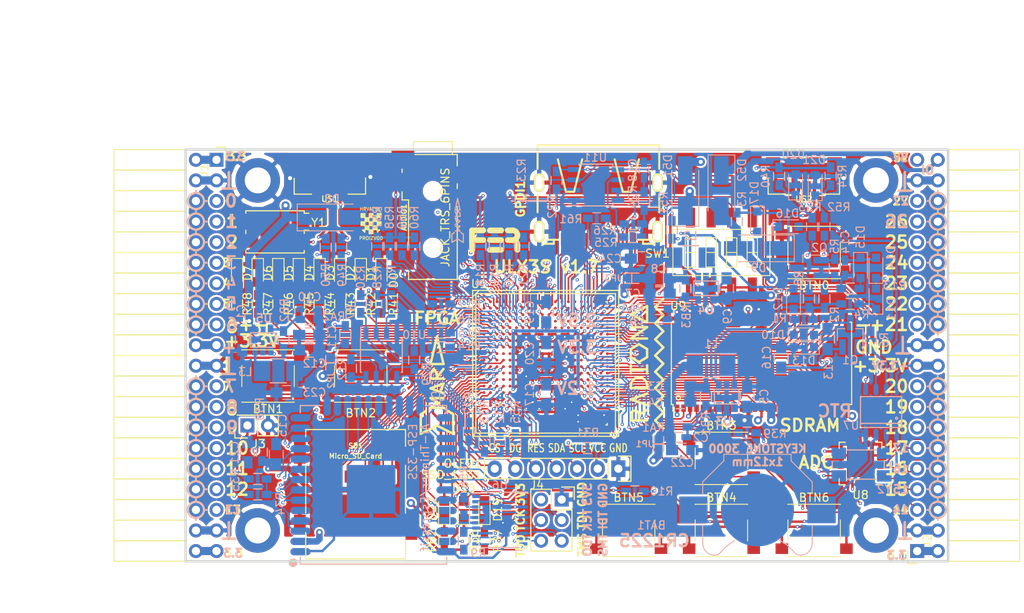
<source format=kicad_pcb>
(kicad_pcb (version 4) (host pcbnew 4.0.7+dfsg1-1)
  (layers (0 F.Cu signal) (1 In1.Cu signal) (2 In2.Cu signal) (31 B.Cu signal) (34 B.Paste user) (35 F.Paste user) (36 B.SilkS user) (37 F.SilkS user) (38 B.Mask user) (39 F.Mask user) (44 Edge.Cuts user))
  (net 0 "")
  (net 1 GND)
  (net 2 +5V)
  (net 3 /gpio/IN5V)
  (net 4 /gpio/OUT5V)
  (net 5 +3V3)
  (net 6 +1V2)
  (net 7 BTN_D)
  (net 8 BTN_F1)
  (net 9 BTN_F2)
  (net 10 BTN_L)
  (net 11 BTN_R)
  (net 12 BTN_U)
  (net 13 /power/FB1)
  (net 14 +2V5)
  (net 15 /power/PWREN)
  (net 16 /power/FB3)
  (net 17 /power/FB2)
  (net 18 "Net-(D9-Pad1)")
  (net 19 /power/VBAT)
  (net 20 JTAG_TDI)
  (net 21 JTAG_TCK)
  (net 22 JTAG_TMS)
  (net 23 JTAG_TDO)
  (net 24 /power/WAKEUPn)
  (net 25 /power/WKUP)
  (net 26 /power/SHUT)
  (net 27 /power/WAKE)
  (net 28 /power/HOLD)
  (net 29 /power/WKn)
  (net 30 /power/OSCI_32k)
  (net 31 /power/OSCO_32k)
  (net 32 "Net-(Q2-Pad3)")
  (net 33 SHUTDOWN)
  (net 34 /analog/AUDIO_L)
  (net 35 /analog/AUDIO_R)
  (net 36 GPDI_5V_SCL)
  (net 37 GPDI_5V_SDA)
  (net 38 GPDI_SDA)
  (net 39 GPDI_SCL)
  (net 40 /gpdi/VREF2)
  (net 41 SD_CMD)
  (net 42 SD_CLK)
  (net 43 SD_D0)
  (net 44 SD_D1)
  (net 45 USB5V)
  (net 46 GPDI_CEC)
  (net 47 nRESET)
  (net 48 FTDI_nDTR)
  (net 49 SDRAM_CKE)
  (net 50 SDRAM_A7)
  (net 51 SDRAM_D15)
  (net 52 SDRAM_BA1)
  (net 53 SDRAM_D7)
  (net 54 SDRAM_A6)
  (net 55 SDRAM_CLK)
  (net 56 SDRAM_D13)
  (net 57 SDRAM_BA0)
  (net 58 SDRAM_D6)
  (net 59 SDRAM_A5)
  (net 60 SDRAM_D14)
  (net 61 SDRAM_A11)
  (net 62 SDRAM_D12)
  (net 63 SDRAM_D5)
  (net 64 SDRAM_A4)
  (net 65 SDRAM_A10)
  (net 66 SDRAM_D11)
  (net 67 SDRAM_A3)
  (net 68 SDRAM_D4)
  (net 69 SDRAM_D10)
  (net 70 SDRAM_D9)
  (net 71 SDRAM_A9)
  (net 72 SDRAM_D3)
  (net 73 SDRAM_D8)
  (net 74 SDRAM_A8)
  (net 75 SDRAM_A2)
  (net 76 SDRAM_A1)
  (net 77 SDRAM_A0)
  (net 78 SDRAM_D2)
  (net 79 SDRAM_D1)
  (net 80 SDRAM_D0)
  (net 81 SDRAM_DQM0)
  (net 82 SDRAM_nCS)
  (net 83 SDRAM_nRAS)
  (net 84 SDRAM_DQM1)
  (net 85 SDRAM_nCAS)
  (net 86 SDRAM_nWE)
  (net 87 /flash/FLASH_nWP)
  (net 88 /flash/FLASH_nHOLD)
  (net 89 /flash/FLASH_MOSI)
  (net 90 /flash/FLASH_MISO)
  (net 91 /flash/FLASH_SCK)
  (net 92 /flash/FLASH_nCS)
  (net 93 /flash/FPGA_PROGRAMN)
  (net 94 /flash/FPGA_DONE)
  (net 95 /flash/FPGA_INITN)
  (net 96 OLED_RES)
  (net 97 OLED_DC)
  (net 98 OLED_CS)
  (net 99 WIFI_EN)
  (net 100 FTDI_nRTS)
  (net 101 FTDI_TXD)
  (net 102 FTDI_RXD)
  (net 103 WIFI_RXD)
  (net 104 WIFI_GPIO0)
  (net 105 WIFI_TXD)
  (net 106 GPDI_ETH-)
  (net 107 GPDI_ETH+)
  (net 108 GPDI_D2+)
  (net 109 GPDI_D2-)
  (net 110 GPDI_D1+)
  (net 111 GPDI_D1-)
  (net 112 GPDI_D0+)
  (net 113 GPDI_D0-)
  (net 114 GPDI_CLK+)
  (net 115 GPDI_CLK-)
  (net 116 USB_FTDI_D+)
  (net 117 USB_FTDI_D-)
  (net 118 J1_17-)
  (net 119 J1_17+)
  (net 120 J1_23-)
  (net 121 J1_23+)
  (net 122 J1_25-)
  (net 123 J1_25+)
  (net 124 J1_27-)
  (net 125 J1_27+)
  (net 126 J1_29-)
  (net 127 J1_29+)
  (net 128 J1_31-)
  (net 129 J1_31+)
  (net 130 J1_33-)
  (net 131 J1_33+)
  (net 132 J1_35-)
  (net 133 J1_35+)
  (net 134 J2_5-)
  (net 135 J2_5+)
  (net 136 J2_7-)
  (net 137 J2_7+)
  (net 138 J2_9-)
  (net 139 J2_9+)
  (net 140 J2_13-)
  (net 141 J2_13+)
  (net 142 J2_17-)
  (net 143 J2_17+)
  (net 144 J2_11-)
  (net 145 J2_11+)
  (net 146 J2_23-)
  (net 147 J2_23+)
  (net 148 J1_5-)
  (net 149 J1_5+)
  (net 150 J1_7-)
  (net 151 J1_7+)
  (net 152 J1_9-)
  (net 153 J1_9+)
  (net 154 J1_11-)
  (net 155 J1_11+)
  (net 156 J1_13-)
  (net 157 J1_13+)
  (net 158 J1_15-)
  (net 159 J1_15+)
  (net 160 J2_15-)
  (net 161 J2_15+)
  (net 162 J2_25-)
  (net 163 J2_25+)
  (net 164 J2_27-)
  (net 165 J2_27+)
  (net 166 J2_29-)
  (net 167 J2_29+)
  (net 168 J2_31-)
  (net 169 J2_31+)
  (net 170 J2_33-)
  (net 171 J2_33+)
  (net 172 J2_35-)
  (net 173 J2_35+)
  (net 174 SD_D3)
  (net 175 AUDIO_L3)
  (net 176 AUDIO_L2)
  (net 177 AUDIO_L1)
  (net 178 AUDIO_L0)
  (net 179 AUDIO_R3)
  (net 180 AUDIO_R2)
  (net 181 AUDIO_R1)
  (net 182 AUDIO_R0)
  (net 183 OLED_CLK)
  (net 184 OLED_MOSI)
  (net 185 LED0)
  (net 186 LED1)
  (net 187 LED2)
  (net 188 LED3)
  (net 189 LED4)
  (net 190 LED5)
  (net 191 LED6)
  (net 192 LED7)
  (net 193 BTN_PWRn)
  (net 194 FTDI_nTXLED)
  (net 195 FTDI_nSLEEP)
  (net 196 /blinkey/LED_PWREN)
  (net 197 /blinkey/LED_TXLED)
  (net 198 FT3V3)
  (net 199 /sdcard/SD3V3)
  (net 200 SD_D2)
  (net 201 CLK_25MHz)
  (net 202 /blinkey/BTNPUL)
  (net 203 /blinkey/BTNPUR)
  (net 204 USB_FPGA_D+)
  (net 205 /power/FTDI_nSUSPEND)
  (net 206 /blinkey/ALED0)
  (net 207 /blinkey/ALED1)
  (net 208 /blinkey/ALED2)
  (net 209 /blinkey/ALED3)
  (net 210 /blinkey/ALED4)
  (net 211 /blinkey/ALED5)
  (net 212 /blinkey/ALED6)
  (net 213 /blinkey/ALED7)
  (net 214 /usb/FTD-)
  (net 215 /usb/FTD+)
  (net 216 ADC_MISO)
  (net 217 ADC_MOSI)
  (net 218 ADC_CSn)
  (net 219 ADC_SCLK)
  (net 220 "Net-(R51-Pad2)")
  (net 221 SW3)
  (net 222 SW2)
  (net 223 SW1)
  (net 224 SW0)
  (net 225 USB_FPGA_D-)
  (net 226 /usb/FPD+)
  (net 227 /usb/FPD-)
  (net 228 WIFI_GPIO16)
  (net 229 WIFI_GPIO15)
  (net 230 /usb/ANT_433MHz)
  (net 231 /power/PWRBTn)
  (net 232 PROG_DONE)
  (net 233 /power/P1V2)
  (net 234 /power/P3V3)
  (net 235 /power/P2V5)
  (net 236 /power/L1)
  (net 237 /power/L3)
  (net 238 /power/L2)
  (net 239 FTDI_TXDEN)
  (net 240 /wifi/WIFIOFF)
  (net 241 SDRAM_A12)
  (net 242 /analog/AUDIO_V)
  (net 243 AUDIO_V3)
  (net 244 AUDIO_V2)
  (net 245 AUDIO_V1)
  (net 246 AUDIO_V0)
  (net 247 /gpdi/FPGA_CEC)
  (net 248 /blinkey/LED_WIFI)
  (net 249 WIFI_GPIO2)
  (module Socket_Strips:Socket_Strip_Angled_2x20 (layer F.Cu) (at 97.91 62.69 270)
    (fp_text reference J1 (at 1.27 1.524 270) (layer F.SilkS))
    (fp_text value CONN_02X20 hide)
    (pad 1 thru_hole rect (at 0 0 270) (size 1.7272 1.7272) (drill 1.016) (layers *.Cu *.Mask) (net 5 +3V3))
    (pad 2 thru_hole oval (at 0 2.54 270) (size 1.7272 1.7272) (drill 1.016) (layers *.Cu *.Mask) (net 5 +3V3))
    (pad 3 thru_hole oval (at 2.54 0 270) (size 1.7272 1.7272) (drill 1.016) (layers *.Cu *.Mask) (net 1 GND))
    (pad 4 thru_hole oval (at 2.54 2.54 270) (size 1.7272 1.7272) (drill 1.016) (layers *.Cu *.Mask) (net 1 GND))
    (pad 5 thru_hole oval (at 5.08 0 270) (size 1.7272 1.7272) (drill 1.016) (layers *.Cu *.Mask) (net 148 J1_5-))
    (pad 6 thru_hole oval (at 5.08 2.54 270) (size 1.7272 1.7272) (drill 1.016) (layers *.Cu *.Mask) (net 149 J1_5+))
    (pad 7 thru_hole oval (at 7.62 0 270) (size 1.7272 1.7272) (drill 1.016) (layers *.Cu *.Mask) (net 150 J1_7-))
    (pad 8 thru_hole oval (at 7.62 2.54 270) (size 1.7272 1.7272) (drill 1.016) (layers *.Cu *.Mask) (net 151 J1_7+))
    (pad 9 thru_hole oval (at 10.16 0 270) (size 1.7272 1.7272) (drill 1.016) (layers *.Cu *.Mask) (net 152 J1_9-))
    (pad 10 thru_hole oval (at 10.16 2.54 270) (size 1.7272 1.7272) (drill 1.016) (layers *.Cu *.Mask) (net 153 J1_9+))
    (pad 11 thru_hole oval (at 12.7 0 270) (size 1.7272 1.7272) (drill 1.016) (layers *.Cu *.Mask) (net 154 J1_11-))
    (pad 12 thru_hole oval (at 12.7 2.54 270) (size 1.7272 1.7272) (drill 1.016) (layers *.Cu *.Mask) (net 155 J1_11+))
    (pad 13 thru_hole oval (at 15.24 0 270) (size 1.7272 1.7272) (drill 1.016) (layers *.Cu *.Mask) (net 156 J1_13-))
    (pad 14 thru_hole oval (at 15.24 2.54 270) (size 1.7272 1.7272) (drill 1.016) (layers *.Cu *.Mask) (net 157 J1_13+))
    (pad 15 thru_hole oval (at 17.78 0 270) (size 1.7272 1.7272) (drill 1.016) (layers *.Cu *.Mask) (net 158 J1_15-))
    (pad 16 thru_hole oval (at 17.78 2.54 270) (size 1.7272 1.7272) (drill 1.016) (layers *.Cu *.Mask) (net 159 J1_15+))
    (pad 17 thru_hole oval (at 20.32 0 270) (size 1.7272 1.7272) (drill 1.016) (layers *.Cu *.Mask) (net 118 J1_17-))
    (pad 18 thru_hole oval (at 20.32 2.54 270) (size 1.7272 1.7272) (drill 1.016) (layers *.Cu *.Mask) (net 119 J1_17+))
    (pad 19 thru_hole oval (at 22.86 0 270) (size 1.7272 1.7272) (drill 1.016) (layers *.Cu *.Mask) (net 5 +3V3))
    (pad 20 thru_hole oval (at 22.86 2.54 270) (size 1.7272 1.7272) (drill 1.016) (layers *.Cu *.Mask) (net 5 +3V3))
    (pad 21 thru_hole oval (at 25.4 0 270) (size 1.7272 1.7272) (drill 1.016) (layers *.Cu *.Mask) (net 1 GND))
    (pad 22 thru_hole oval (at 25.4 2.54 270) (size 1.7272 1.7272) (drill 1.016) (layers *.Cu *.Mask) (net 1 GND))
    (pad 23 thru_hole oval (at 27.94 0 270) (size 1.7272 1.7272) (drill 1.016) (layers *.Cu *.Mask) (net 120 J1_23-))
    (pad 24 thru_hole oval (at 27.94 2.54 270) (size 1.7272 1.7272) (drill 1.016) (layers *.Cu *.Mask) (net 121 J1_23+))
    (pad 25 thru_hole oval (at 30.48 0 270) (size 1.7272 1.7272) (drill 1.016) (layers *.Cu *.Mask) (net 122 J1_25-))
    (pad 26 thru_hole oval (at 30.48 2.54 270) (size 1.7272 1.7272) (drill 1.016) (layers *.Cu *.Mask) (net 123 J1_25+))
    (pad 27 thru_hole oval (at 33.02 0 270) (size 1.7272 1.7272) (drill 1.016) (layers *.Cu *.Mask) (net 124 J1_27-))
    (pad 28 thru_hole oval (at 33.02 2.54 270) (size 1.7272 1.7272) (drill 1.016) (layers *.Cu *.Mask) (net 125 J1_27+))
    (pad 29 thru_hole oval (at 35.56 0 270) (size 1.7272 1.7272) (drill 1.016) (layers *.Cu *.Mask) (net 126 J1_29-))
    (pad 30 thru_hole oval (at 35.56 2.54 270) (size 1.7272 1.7272) (drill 1.016) (layers *.Cu *.Mask) (net 127 J1_29+))
    (pad 31 thru_hole oval (at 38.1 0 270) (size 1.7272 1.7272) (drill 1.016) (layers *.Cu *.Mask) (net 128 J1_31-))
    (pad 32 thru_hole oval (at 38.1 2.54 270) (size 1.7272 1.7272) (drill 1.016) (layers *.Cu *.Mask) (net 129 J1_31+))
    (pad 33 thru_hole oval (at 40.64 0 270) (size 1.7272 1.7272) (drill 1.016) (layers *.Cu *.Mask) (net 130 J1_33-))
    (pad 34 thru_hole oval (at 40.64 2.54 270) (size 1.7272 1.7272) (drill 1.016) (layers *.Cu *.Mask) (net 131 J1_33+))
    (pad 35 thru_hole oval (at 43.18 0 270) (size 1.7272 1.7272) (drill 1.016) (layers *.Cu *.Mask) (net 132 J1_35-))
    (pad 36 thru_hole oval (at 43.18 2.54 270) (size 1.7272 1.7272) (drill 1.016) (layers *.Cu *.Mask) (net 133 J1_35+))
    (pad 37 thru_hole oval (at 45.72 0 270) (size 1.7272 1.7272) (drill 1.016) (layers *.Cu *.Mask) (net 1 GND))
    (pad 38 thru_hole oval (at 45.72 2.54 270) (size 1.7272 1.7272) (drill 1.016) (layers *.Cu *.Mask) (net 1 GND))
    (pad 39 thru_hole oval (at 48.26 0 270) (size 1.7272 1.7272) (drill 1.016) (layers *.Cu *.Mask) (net 5 +3V3))
    (pad 40 thru_hole oval (at 48.26 2.54 270) (size 1.7272 1.7272) (drill 1.016) (layers *.Cu *.Mask) (net 5 +3V3))
  )
  (module SMD_Packages:1Pin (layer F.Cu) (at 182.67515 111.637626)
    (fp_text reference AE1 hide)
    (fp_text value 433MHz hide)
    (pad 1 smd rect (at 0 0) (size 0.5 0.5) (layers B.Cu F.Paste F.Mask) (net 230 /usb/ANT_433MHz))
  )
  (module Resistors_SMD:R_0603_HandSoldering (layer B.Cu) (at 103.498 98.758 90)
    (fp_text reference R38 (at 5.334 -0.254 90) (layer B.SilkS) (effects (justify mirror)))
    (fp_text value 0.47)
    (pad 1 smd rect (at -1.1 0 90) (size 1.2 0.9) (layers B.Cu B.Paste B.Mask) (net 199 /sdcard/SD3V3))
    (pad 2 smd rect (at 1.1 0 90) (size 1.2 0.9) (layers B.Cu B.Paste B.Mask) (net 5 +3V3))
  )
  (module jumper:SOLDER-JUMPER_1-WAY (layer B.Cu) (at 152.393 97.742 270)
    (fp_text reference JP1 (at 0 1.778 360) (layer B.SilkS) (effects (font (size 0.762 0.762) (thickness 0.1524)) (justify mirror)))
    (fp_text value 1.2 hide)
    (pad 1 smd rect (at -0.6 0 270) (size 1 1) (layers B.Cu B.Paste B.Mask) (net 233 /power/P1V2))
    (pad 2 smd rect (at 0.6 0 270) (size 1 1) (layers B.Cu B.Paste B.Mask) (net 6 +1V2))
  )
  (module ESP32-footprints-Lib:ESP-32S (layer B.Cu) (at 117.313 101.513)
    (fp_text reference U2 (at 7.902 -9.613 180) (layer B.SilkS) (effects (justify mirror)))
    (fp_text value ESP-32S)
    (fp_text user AI-Thinker/Espressif (at 6.3 1.6 270) (layer B.SilkS) (effects (justify mirror)))
    (fp_text user ESP-32S (at 4.8 -2.8 270) (layer B.SilkS) (effects (justify mirror)))
    (pad 38 smd oval (at 8.947434 9.517338 180) (size 2.5 0.9) (layers B.Cu B.Paste B.Mask) (net 1 GND))
    (pad 37 smd oval (at 8.947434 8.247338 180) (size 2.5 0.9) (layers B.Cu B.Paste B.Mask) (net 20 JTAG_TDI))
    (pad 36 smd oval (at 8.947434 6.977338 180) (size 2.5 0.9) (layers B.Cu B.Paste B.Mask) (net 232 PROG_DONE))
    (pad 35 smd oval (at 8.947434 5.707338 180) (size 2.5 0.9) (layers B.Cu B.Paste B.Mask) (net 105 WIFI_TXD))
    (pad 34 smd oval (at 8.947434 4.437338 180) (size 2.5 0.9) (layers B.Cu B.Paste B.Mask) (net 103 WIFI_RXD))
    (pad 33 smd oval (at 8.947434 3.167338 180) (size 2.5 0.9) (layers B.Cu B.Paste B.Mask) (net 22 JTAG_TMS))
    (pad 32 smd oval (at 8.947434 1.897338 180) (size 2.5 0.9) (layers B.Cu B.Paste B.Mask))
    (pad 31 smd oval (at 8.947434 0.627338 180) (size 2.5 0.9) (layers B.Cu B.Paste B.Mask) (net 23 JTAG_TDO))
    (pad 30 smd oval (at 8.947434 -0.642662 180) (size 2.5 0.9) (layers B.Cu B.Paste B.Mask) (net 21 JTAG_TCK))
    (pad 29 smd oval (at 8.947434 -1.912662 180) (size 2.5 0.9) (layers B.Cu B.Paste B.Mask))
    (pad 28 smd oval (at 8.947434 -3.182662 180) (size 2.5 0.9) (layers B.Cu B.Paste B.Mask))
    (pad 27 smd oval (at 8.947434 -4.452662 180) (size 2.5 0.9) (layers B.Cu B.Paste B.Mask) (net 228 WIFI_GPIO16))
    (pad 26 smd oval (at 8.947434 -5.722662 180) (size 2.5 0.9) (layers B.Cu B.Paste B.Mask))
    (pad 25 smd oval (at 8.947434 -6.992662 180) (size 2.5 0.9) (layers B.Cu B.Paste B.Mask) (net 104 WIFI_GPIO0))
    (pad 24 smd oval (at 5.662434 -8.482662 180) (size 0.9 2.5) (layers B.Cu B.Paste B.Mask) (net 249 WIFI_GPIO2))
    (pad 23 smd oval (at 4.392434 -8.482662 180) (size 0.9 2.5) (layers B.Cu B.Paste B.Mask) (net 229 WIFI_GPIO15))
    (pad 22 smd oval (at 3.122434 -8.482662 180) (size 0.9 2.5) (layers B.Cu B.Paste B.Mask) (net 44 SD_D1))
    (pad 21 smd oval (at 1.852434 -8.482662 180) (size 0.9 2.5) (layers B.Cu B.Paste B.Mask) (net 43 SD_D0))
    (pad 20 smd oval (at 0.582434 -8.482662 180) (size 0.9 2.5) (layers B.Cu B.Paste B.Mask) (net 42 SD_CLK))
    (pad 19 smd oval (at -0.687566 -8.482662 180) (size 0.9 2.5) (layers B.Cu B.Paste B.Mask) (net 41 SD_CMD))
    (pad 18 smd oval (at -1.957566 -8.482662 180) (size 0.9 2.5) (layers B.Cu B.Paste B.Mask) (net 174 SD_D3))
    (pad 17 smd oval (at -3.227566 -8.482662 180) (size 0.9 2.5) (layers B.Cu B.Paste B.Mask) (net 200 SD_D2))
    (pad 16 smd oval (at -4.497566 -8.482662 180) (size 0.9 2.5) (layers B.Cu B.Paste B.Mask) (net 124 J1_27-))
    (pad 15 smd oval (at -5.767566 -8.482662 180) (size 0.9 2.5) (layers B.Cu B.Paste B.Mask) (net 1 GND))
    (pad 14 smd oval (at -9.052566 -6.992662 180) (size 2.5 0.9) (layers B.Cu B.Paste B.Mask) (net 125 J1_27+))
    (pad 13 smd oval (at -9.052566 -5.722662 180) (size 2.5 0.9) (layers B.Cu B.Paste B.Mask) (net 126 J1_29-))
    (pad 12 smd oval (at -9.052566 -4.452662 180) (size 2.5 0.9) (layers B.Cu B.Paste B.Mask) (net 127 J1_29+))
    (pad 11 smd oval (at -9.052566 -3.182662 180) (size 2.5 0.9) (layers B.Cu B.Paste B.Mask) (net 128 J1_31-))
    (pad 10 smd oval (at -9.052566 -1.912662 180) (size 2.5 0.9) (layers B.Cu B.Paste B.Mask) (net 129 J1_31+))
    (pad 9 smd oval (at -9.052566 -0.642662 180) (size 2.5 0.9) (layers B.Cu B.Paste B.Mask) (net 130 J1_33-))
    (pad 8 smd oval (at -9.052566 0.627338 180) (size 2.5 0.9) (layers B.Cu B.Paste B.Mask) (net 131 J1_33+))
    (pad 7 smd oval (at -9.052566 1.897338 180) (size 2.5 0.9) (layers B.Cu B.Paste B.Mask) (net 132 J1_35-))
    (pad 6 smd oval (at -9.052566 3.167338 180) (size 2.5 0.9) (layers B.Cu B.Paste B.Mask) (net 133 J1_35+))
    (pad 5 smd oval (at -9.052566 4.437338 180) (size 2.5 0.9) (layers B.Cu B.Paste B.Mask))
    (pad 4 smd oval (at -9.052566 5.707338 180) (size 2.5 0.9) (layers B.Cu B.Paste B.Mask))
    (pad 3 smd oval (at -9.052566 6.977338 180) (size 2.5 0.9) (layers B.Cu B.Paste B.Mask) (net 99 WIFI_EN))
    (pad 2 smd oval (at -9.052566 8.247338 180) (size 2.5 0.9) (layers B.Cu B.Paste B.Mask) (net 5 +3V3))
    (pad 1 smd oval (at -9.052566 9.517338 180) (size 2.5 0.9) (layers B.Cu B.Paste B.Mask) (net 1 GND))
    (pad 39 smd rect (at -0.352566 1.817338 180) (size 6 6) (layers B.Cu B.Paste B.Mask) (net 1 GND))
  )
  (module Diodes_SMD:D_SMA_Handsoldering (layer B.Cu) (at 155.695 66.5 90)
    (fp_text reference D51 (at 3.048 -2.159 90) (layer B.SilkS) (effects (justify mirror)))
    (fp_text value STPS2L30AF hide)
    (pad 1 smd rect (at -2.5 0 90) (size 3.5 1.8) (layers B.Cu B.Paste B.Mask) (net 2 +5V))
    (pad 2 smd rect (at 2.5 0 90) (size 3.5 1.8) (layers B.Cu B.Paste B.Mask) (net 3 /gpio/IN5V))
  )
  (module Resistors_SMD:R_0603_HandSoldering (layer B.Cu) (at 154.044 71.326 90)
    (fp_text reference R51 (at 3.302 -1.016 90) (layer B.SilkS) (effects (justify mirror)))
    (fp_text value 150)
    (pad 1 smd rect (at -1.1 0 90) (size 1.2 0.9) (layers B.Cu B.Paste B.Mask) (net 5 +3V3))
    (pad 2 smd rect (at 1.1 0 90) (size 1.2 0.9) (layers B.Cu B.Paste B.Mask) (net 220 "Net-(R51-Pad2)"))
  )
  (module Resistors_SMD:R_1210_HandSoldering (layer B.Cu) (at 158.87 88.09 180)
    (fp_text reference L1 (at 0 2.7 180) (layer B.SilkS) (effects (justify mirror)))
    (fp_text value 2.2uH)
    (pad 1 smd rect (at -2 0 180) (size 2 2.5) (layers B.Cu B.Paste B.Mask) (net 236 /power/L1))
    (pad 2 smd rect (at 2 0 180) (size 2 2.5) (layers B.Cu B.Paste B.Mask) (net 233 /power/P1V2))
  )
  (module TSOT-25:TSOT-25 (layer B.Cu) (at 160.775 91.9)
    (fp_text reference U3 (at -0.381 3.048) (layer B.SilkS) (effects (font (thickness 0.2)) (justify mirror)))
    (fp_text value AP3429A)
    (pad 1 smd rect (at -0.95 -1.3) (size 0.7 1.2) (layers B.Cu B.Paste B.Mask) (net 15 /power/PWREN))
    (pad 2 smd rect (at 0 -1.3) (size 0.7 1.2) (layers B.Cu B.Paste B.Mask) (net 1 GND))
    (pad 3 smd rect (at 0.95 -1.3) (size 0.7 1.2) (layers B.Cu B.Paste B.Mask) (net 236 /power/L1))
    (pad 4 smd rect (at 0.95 1.3) (size 0.7 1.2) (layers B.Cu B.Paste B.Mask) (net 2 +5V))
    (pad 5 smd rect (at -0.95 1.3) (size 0.7 1.2) (layers B.Cu B.Paste B.Mask) (net 13 /power/FB1))
  )
  (module Resistors_SMD:R_1210_HandSoldering (layer B.Cu) (at 156.33 74.755 180)
    (fp_text reference L2 (at 0 2.7 180) (layer B.SilkS) (effects (justify mirror)))
    (fp_text value 2.2uH)
    (pad 1 smd rect (at -2 0 180) (size 2 2.5) (layers B.Cu B.Paste B.Mask) (net 237 /power/L3))
    (pad 2 smd rect (at 2 0 180) (size 2 2.5) (layers B.Cu B.Paste B.Mask) (net 234 /power/P3V3))
  )
  (module TSOT-25:TSOT-25 (layer B.Cu) (at 158.235 78.535)
    (fp_text reference U4 (at 0 2.697) (layer B.SilkS) (effects (font (thickness 0.2)) (justify mirror)))
    (fp_text value AP3429A)
    (pad 1 smd rect (at -0.95 -1.3) (size 0.7 1.2) (layers B.Cu B.Paste B.Mask) (net 15 /power/PWREN))
    (pad 2 smd rect (at 0 -1.3) (size 0.7 1.2) (layers B.Cu B.Paste B.Mask) (net 1 GND))
    (pad 3 smd rect (at 0.95 -1.3) (size 0.7 1.2) (layers B.Cu B.Paste B.Mask) (net 237 /power/L3))
    (pad 4 smd rect (at 0.95 1.3) (size 0.7 1.2) (layers B.Cu B.Paste B.Mask) (net 2 +5V))
    (pad 5 smd rect (at -0.95 1.3) (size 0.7 1.2) (layers B.Cu B.Paste B.Mask) (net 16 /power/FB3))
  )
  (module Resistors_SMD:R_1210_HandSoldering (layer B.Cu) (at 105.53 88.725)
    (fp_text reference L3 (at -4.064 0.127) (layer B.SilkS) (effects (justify mirror)))
    (fp_text value 2.2uH)
    (pad 1 smd rect (at -2 0) (size 2 2.5) (layers B.Cu B.Paste B.Mask) (net 238 /power/L2))
    (pad 2 smd rect (at 2 0) (size 2 2.5) (layers B.Cu B.Paste B.Mask) (net 235 /power/P2V5))
  )
  (module TSOT-25:TSOT-25 (layer B.Cu) (at 103.625 84.915 180)
    (fp_text reference U5 (at -0.127 2.667 180) (layer B.SilkS) (effects (font (thickness 0.2)) (justify mirror)))
    (fp_text value AP3429A)
    (pad 1 smd rect (at -0.95 -1.3 180) (size 0.7 1.2) (layers B.Cu B.Paste B.Mask) (net 15 /power/PWREN))
    (pad 2 smd rect (at 0 -1.3 180) (size 0.7 1.2) (layers B.Cu B.Paste B.Mask) (net 1 GND))
    (pad 3 smd rect (at 0.95 -1.3 180) (size 0.7 1.2) (layers B.Cu B.Paste B.Mask) (net 238 /power/L2))
    (pad 4 smd rect (at 0.95 1.3 180) (size 0.7 1.2) (layers B.Cu B.Paste B.Mask) (net 2 +5V))
    (pad 5 smd rect (at -0.95 1.3 180) (size 0.7 1.2) (layers B.Cu B.Paste B.Mask) (net 17 /power/FB2))
  )
  (module Capacitors_SMD:C_0805_HandSoldering (layer B.Cu) (at 101.085 84.915 270)
    (fp_text reference C1 (at -3.429 0.127 270) (layer B.SilkS) (effects (justify mirror)))
    (fp_text value 22uF)
    (pad 1 smd rect (at -1.25 0 270) (size 1.5 1.25) (layers B.Cu B.Paste B.Mask) (net 2 +5V))
    (pad 2 smd rect (at 1.25 0 270) (size 1.5 1.25) (layers B.Cu B.Paste B.Mask) (net 1 GND))
  )
  (module Capacitors_SMD:C_0805_HandSoldering (layer B.Cu) (at 155.06 90.63)
    (fp_text reference C3 (at -3.048 0) (layer B.SilkS) (effects (justify mirror)))
    (fp_text value 22uF)
    (pad 1 smd rect (at -1.25 0) (size 1.5 1.25) (layers B.Cu B.Paste B.Mask) (net 233 /power/P1V2))
    (pad 2 smd rect (at 1.25 0) (size 1.5 1.25) (layers B.Cu B.Paste B.Mask) (net 1 GND))
  )
  (module Capacitors_SMD:C_0805_HandSoldering (layer B.Cu) (at 155.06 92.535)
    (fp_text reference C4 (at -3.048 0.127) (layer B.SilkS) (effects (justify mirror)))
    (fp_text value 22uF)
    (pad 1 smd rect (at -1.25 0) (size 1.5 1.25) (layers B.Cu B.Paste B.Mask) (net 233 /power/P1V2))
    (pad 2 smd rect (at 1.25 0) (size 1.5 1.25) (layers B.Cu B.Paste B.Mask) (net 1 GND))
  )
  (module Capacitors_SMD:C_0805_HandSoldering (layer B.Cu) (at 163.315 91.9 90)
    (fp_text reference C5 (at 0 2.1 90) (layer B.SilkS) (effects (justify mirror)))
    (fp_text value 22uF)
    (pad 1 smd rect (at -1.25 0 90) (size 1.5 1.25) (layers B.Cu B.Paste B.Mask) (net 2 +5V))
    (pad 2 smd rect (at 1.25 0 90) (size 1.5 1.25) (layers B.Cu B.Paste B.Mask) (net 1 GND))
  )
  (module Capacitors_SMD:C_0805_HandSoldering (layer B.Cu) (at 152.52 79.2)
    (fp_text reference C7 (at -3.302 0) (layer B.SilkS) (effects (justify mirror)))
    (fp_text value 22uF)
    (pad 1 smd rect (at -1.25 0) (size 1.5 1.25) (layers B.Cu B.Paste B.Mask) (net 234 /power/P3V3))
    (pad 2 smd rect (at 1.25 0) (size 1.5 1.25) (layers B.Cu B.Paste B.Mask) (net 1 GND))
  )
  (module Capacitors_SMD:C_0805_HandSoldering (layer B.Cu) (at 152.52 77.295)
    (fp_text reference C8 (at -0.127 -1.143) (layer B.SilkS) (effects (justify mirror)))
    (fp_text value 22uF)
    (pad 1 smd rect (at -1.25 0) (size 1.5 1.25) (layers B.Cu B.Paste B.Mask) (net 234 /power/P3V3))
    (pad 2 smd rect (at 1.25 0) (size 1.5 1.25) (layers B.Cu B.Paste B.Mask) (net 1 GND))
  )
  (module Capacitors_SMD:C_0805_HandSoldering (layer B.Cu) (at 160.775 78.565 90)
    (fp_text reference C9 (at -3.429 0.127 90) (layer B.SilkS) (effects (justify mirror)))
    (fp_text value 22uF)
    (pad 1 smd rect (at -1.25 0 90) (size 1.5 1.25) (layers B.Cu B.Paste B.Mask) (net 2 +5V))
    (pad 2 smd rect (at 1.25 0 90) (size 1.5 1.25) (layers B.Cu B.Paste B.Mask) (net 1 GND))
  )
  (module Capacitors_SMD:C_0805_HandSoldering (layer B.Cu) (at 109.34 84.28 180)
    (fp_text reference C11 (at -2.794 -0.254 270) (layer B.SilkS) (effects (justify mirror)))
    (fp_text value 22uF)
    (pad 1 smd rect (at -1.25 0 180) (size 1.5 1.25) (layers B.Cu B.Paste B.Mask) (net 235 /power/P2V5))
    (pad 2 smd rect (at 1.25 0 180) (size 1.5 1.25) (layers B.Cu B.Paste B.Mask) (net 1 GND))
  )
  (module Capacitors_SMD:C_0805_HandSoldering (layer B.Cu) (at 109.34 86.185 180)
    (fp_text reference C12 (at -0.635 -1.615 360) (layer B.SilkS) (effects (justify mirror)))
    (fp_text value 22uF)
    (pad 1 smd rect (at -1.25 0 180) (size 1.5 1.25) (layers B.Cu B.Paste B.Mask) (net 235 /power/P2V5))
    (pad 2 smd rect (at 1.25 0 180) (size 1.5 1.25) (layers B.Cu B.Paste B.Mask) (net 1 GND))
  )
  (module Power_Integrations:SO-8 (layer B.Cu) (at 179.825 93.805 180)
    (fp_text reference U7 (at 3.683 -1.651 180) (layer B.SilkS) (effects (justify mirror)))
    (fp_text value PCF8523)
    (pad 1 smd oval (at -1.905 -2.794 180) (size 0.6096 1.4732) (layers B.Cu B.Paste B.Mask) (net 30 /power/OSCI_32k))
    (pad 2 smd oval (at -0.635 -2.794 180) (size 0.6096 1.4732) (layers B.Cu B.Paste B.Mask) (net 31 /power/OSCO_32k))
    (pad 3 smd oval (at 0.635 -2.794 180) (size 0.6096 1.4732) (layers B.Cu B.Paste B.Mask) (net 19 /power/VBAT))
    (pad 4 smd oval (at 1.905 -2.794 180) (size 0.6096 1.4732) (layers B.Cu B.Paste B.Mask) (net 1 GND))
    (pad 5 smd oval (at 1.905 2.794 180) (size 0.6096 1.4732) (layers B.Cu B.Paste B.Mask) (net 38 GPDI_SDA))
    (pad 6 smd oval (at 0.635 2.794 180) (size 0.6096 1.4732) (layers B.Cu B.Paste B.Mask) (net 39 GPDI_SCL))
    (pad 7 smd oval (at -0.635 2.794 180) (size 0.6096 1.4732) (layers B.Cu B.Paste B.Mask) (net 24 /power/WAKEUPn))
    (pad 8 smd oval (at -1.905 2.794 180) (size 0.6096 1.4732) (layers B.Cu B.Paste B.Mask) (net 5 +3V3))
  )
  (module Capacitors_SMD:C_0805_HandSoldering (layer B.Cu) (at 173.221 84.788 90)
    (fp_text reference C13 (at -3.556 0.127 90) (layer B.SilkS) (effects (justify mirror)))
    (fp_text value 2.2uF)
    (pad 1 smd rect (at -1.25 0 90) (size 1.5 1.25) (layers B.Cu B.Paste B.Mask) (net 2 +5V))
    (pad 2 smd rect (at 1.25 0 90) (size 1.5 1.25) (layers B.Cu B.Paste B.Mask) (net 25 /power/WKUP))
  )
  (module TSOP54:TSOP54 (layer F.Cu) (at 165.08 87.8 90)
    (fp_text reference U9 (at 7.076 -10.274 180) (layer F.SilkS))
    (fp_text value MT48LC4M16A2TG)
    (pad 28 smd rect (at 5.53 10.4 90) (size 0.9 0.56) (layers F.Cu F.Paste F.Mask) (net 1 GND))
    (pad 1 smd rect (at -5.53 -10.4 90) (size 0.9 0.56) (layers F.Cu F.Paste F.Mask) (net 5 +3V3))
    (pad 2 smd rect (at -5.53 -9.6 90) (size 0.9 0.56) (layers F.Cu F.Paste F.Mask) (net 80 SDRAM_D0))
    (pad 3 smd rect (at -5.53 -8.8 90) (size 0.9 0.56) (layers F.Cu F.Paste F.Mask) (net 5 +3V3))
    (pad 4 smd rect (at -5.53 -8 90) (size 0.9 0.56) (layers F.Cu F.Paste F.Mask) (net 79 SDRAM_D1))
    (pad 5 smd rect (at -5.53 -7.2 90) (size 0.9 0.56) (layers F.Cu F.Paste F.Mask) (net 78 SDRAM_D2))
    (pad 6 smd rect (at -5.53 -6.4 90) (size 0.9 0.56) (layers F.Cu F.Paste F.Mask) (net 1 GND))
    (pad 7 smd rect (at -5.53 -5.6 90) (size 0.9 0.56) (layers F.Cu F.Paste F.Mask) (net 72 SDRAM_D3))
    (pad 8 smd rect (at -5.53 -4.8 90) (size 0.9 0.56) (layers F.Cu F.Paste F.Mask) (net 68 SDRAM_D4))
    (pad 9 smd rect (at -5.53 -4 90) (size 0.9 0.56) (layers F.Cu F.Paste F.Mask) (net 5 +3V3))
    (pad 10 smd rect (at -5.53 -3.2 90) (size 0.9 0.56) (layers F.Cu F.Paste F.Mask) (net 63 SDRAM_D5))
    (pad 11 smd rect (at -5.53 -2.4 90) (size 0.9 0.56) (layers F.Cu F.Paste F.Mask) (net 58 SDRAM_D6))
    (pad 12 smd rect (at -5.53 -1.6 90) (size 0.9 0.56) (layers F.Cu F.Paste F.Mask) (net 1 GND))
    (pad 13 smd rect (at -5.53 -0.8 90) (size 0.9 0.56) (layers F.Cu F.Paste F.Mask) (net 53 SDRAM_D7))
    (pad 14 smd rect (at -5.53 0 90) (size 0.9 0.56) (layers F.Cu F.Paste F.Mask) (net 5 +3V3))
    (pad 15 smd rect (at -5.53 0.8 90) (size 0.9 0.56) (layers F.Cu F.Paste F.Mask) (net 81 SDRAM_DQM0))
    (pad 16 smd rect (at -5.53 1.6 90) (size 0.9 0.56) (layers F.Cu F.Paste F.Mask) (net 86 SDRAM_nWE))
    (pad 17 smd rect (at -5.53 2.4 90) (size 0.9 0.56) (layers F.Cu F.Paste F.Mask) (net 85 SDRAM_nCAS))
    (pad 18 smd rect (at -5.53 3.2 90) (size 0.9 0.56) (layers F.Cu F.Paste F.Mask) (net 83 SDRAM_nRAS))
    (pad 19 smd rect (at -5.53 4 90) (size 0.9 0.56) (layers F.Cu F.Paste F.Mask) (net 82 SDRAM_nCS))
    (pad 20 smd rect (at -5.53 4.8 90) (size 0.9 0.56) (layers F.Cu F.Paste F.Mask) (net 57 SDRAM_BA0))
    (pad 21 smd rect (at -5.53 5.6 90) (size 0.9 0.56) (layers F.Cu F.Paste F.Mask) (net 52 SDRAM_BA1))
    (pad 22 smd rect (at -5.53 6.4 90) (size 0.9 0.56) (layers F.Cu F.Paste F.Mask) (net 65 SDRAM_A10))
    (pad 23 smd rect (at -5.53 7.2 90) (size 0.9 0.56) (layers F.Cu F.Paste F.Mask) (net 77 SDRAM_A0))
    (pad 24 smd rect (at -5.53 8 90) (size 0.9 0.56) (layers F.Cu F.Paste F.Mask) (net 76 SDRAM_A1))
    (pad 25 smd rect (at -5.53 8.8 90) (size 0.9 0.56) (layers F.Cu F.Paste F.Mask) (net 75 SDRAM_A2))
    (pad 26 smd rect (at -5.53 9.6 90) (size 0.9 0.56) (layers F.Cu F.Paste F.Mask) (net 67 SDRAM_A3))
    (pad 27 smd rect (at -5.53 10.4 90) (size 0.9 0.56) (layers F.Cu F.Paste F.Mask) (net 5 +3V3))
    (pad 29 smd rect (at 5.53 9.6 90) (size 0.9 0.56) (layers F.Cu F.Paste F.Mask) (net 64 SDRAM_A4))
    (pad 30 smd rect (at 5.53 8.8 90) (size 0.9 0.56) (layers F.Cu F.Paste F.Mask) (net 59 SDRAM_A5))
    (pad 31 smd rect (at 5.53 8 90) (size 0.9 0.56) (layers F.Cu F.Paste F.Mask) (net 54 SDRAM_A6))
    (pad 32 smd rect (at 5.53 7.2 90) (size 0.9 0.56) (layers F.Cu F.Paste F.Mask) (net 50 SDRAM_A7))
    (pad 33 smd rect (at 5.53 6.4 90) (size 0.9 0.56) (layers F.Cu F.Paste F.Mask) (net 74 SDRAM_A8))
    (pad 34 smd rect (at 5.53 5.6 90) (size 0.9 0.56) (layers F.Cu F.Paste F.Mask) (net 71 SDRAM_A9))
    (pad 35 smd rect (at 5.53 4.8 90) (size 0.9 0.56) (layers F.Cu F.Paste F.Mask) (net 61 SDRAM_A11))
    (pad 36 smd rect (at 5.53 4 90) (size 0.9 0.56) (layers F.Cu F.Paste F.Mask) (net 241 SDRAM_A12))
    (pad 37 smd rect (at 5.53 3.2 90) (size 0.9 0.56) (layers F.Cu F.Paste F.Mask) (net 49 SDRAM_CKE))
    (pad 38 smd rect (at 5.53 2.4 90) (size 0.9 0.56) (layers F.Cu F.Paste F.Mask) (net 55 SDRAM_CLK))
    (pad 39 smd rect (at 5.53 1.6 90) (size 0.9 0.56) (layers F.Cu F.Paste F.Mask) (net 84 SDRAM_DQM1))
    (pad 40 smd rect (at 5.53 0.8 90) (size 0.9 0.56) (layers F.Cu F.Paste F.Mask))
    (pad 41 smd rect (at 5.53 0 90) (size 0.9 0.56) (layers F.Cu F.Paste F.Mask) (net 1 GND))
    (pad 42 smd rect (at 5.53 -0.8 90) (size 0.9 0.56) (layers F.Cu F.Paste F.Mask) (net 73 SDRAM_D8))
    (pad 43 smd rect (at 5.53 -1.6 90) (size 0.9 0.56) (layers F.Cu F.Paste F.Mask) (net 5 +3V3))
    (pad 44 smd rect (at 5.53 -2.4 90) (size 0.9 0.56) (layers F.Cu F.Paste F.Mask) (net 70 SDRAM_D9))
    (pad 45 smd rect (at 5.53 -3.2 90) (size 0.9 0.56) (layers F.Cu F.Paste F.Mask) (net 69 SDRAM_D10))
    (pad 46 smd rect (at 5.53 -4 90) (size 0.9 0.56) (layers F.Cu F.Paste F.Mask) (net 1 GND))
    (pad 47 smd rect (at 5.53 -4.8 90) (size 0.9 0.56) (layers F.Cu F.Paste F.Mask) (net 66 SDRAM_D11))
    (pad 48 smd rect (at 5.53 -5.6 90) (size 0.9 0.56) (layers F.Cu F.Paste F.Mask) (net 62 SDRAM_D12))
    (pad 49 smd rect (at 5.53 -6.4 90) (size 0.9 0.56) (layers F.Cu F.Paste F.Mask) (net 5 +3V3))
    (pad 50 smd rect (at 5.53 -7.2 90) (size 0.9 0.56) (layers F.Cu F.Paste F.Mask) (net 56 SDRAM_D13))
    (pad 51 smd rect (at 5.53 -8 90) (size 0.9 0.56) (layers F.Cu F.Paste F.Mask) (net 60 SDRAM_D14))
    (pad 52 smd rect (at 5.53 -8.8 90) (size 0.9 0.56) (layers F.Cu F.Paste F.Mask) (net 1 GND))
    (pad 53 smd rect (at 5.53 -9.6 90) (size 0.9 0.56) (layers F.Cu F.Paste F.Mask) (net 51 SDRAM_D15))
    (pad 54 smd rect (at 5.53 -10.4 90) (size 0.9 0.56) (layers F.Cu F.Paste F.Mask) (net 1 GND))
  )
  (module TO_SOT_Packages_SMD:SOT-23_Handsoldering (layer B.Cu) (at 176.015 84.28 90)
    (fp_text reference Q1 (at -3.1115 0 180) (layer B.SilkS) (effects (justify mirror)))
    (fp_text value BC857)
    (pad 1 smd rect (at -1.5 0.95 90) (size 1.9 0.8) (layers B.Cu B.Paste B.Mask) (net 29 /power/WKn))
    (pad 2 smd rect (at -1.5 -0.95 90) (size 1.9 0.8) (layers B.Cu B.Paste B.Mask) (net 2 +5V))
    (pad 3 smd rect (at 1.5 0 90) (size 1.9 0.8) (layers B.Cu B.Paste B.Mask) (net 25 /power/WKUP))
  )
  (module TO_SOT_Packages_SMD:SOT-23_Handsoldering (layer B.Cu) (at 170.935 76.025 180)
    (fp_text reference Q2 (at -1.295 2.5 180) (layer B.SilkS) (effects (justify mirror)))
    (fp_text value 2N7002)
    (pad 1 smd rect (at -1.5 0.95 180) (size 1.9 0.8) (layers B.Cu B.Paste B.Mask) (net 26 /power/SHUT))
    (pad 2 smd rect (at -1.5 -0.95 180) (size 1.9 0.8) (layers B.Cu B.Paste B.Mask) (net 1 GND))
    (pad 3 smd rect (at 1.5 0 180) (size 1.9 0.8) (layers B.Cu B.Paste B.Mask) (net 32 "Net-(Q2-Pad3)"))
  )
  (module Capacitors_SMD:C_0603_HandSoldering (layer B.Cu) (at 154.86 96.91)
    (fp_text reference C2 (at 2.74 0.07) (layer B.SilkS) (effects (justify mirror)))
    (fp_text value 470pF)
    (pad 1 smd rect (at -0.95 0) (size 1.2 0.75) (layers B.Cu B.Paste B.Mask) (net 233 /power/P1V2))
    (pad 2 smd rect (at 0.95 0) (size 1.2 0.75) (layers B.Cu B.Paste B.Mask) (net 13 /power/FB1))
  )
  (module Capacitors_SMD:C_0603_HandSoldering (layer B.Cu) (at 152.52 82.375)
    (fp_text reference C6 (at -2.794 0.127) (layer B.SilkS) (effects (justify mirror)))
    (fp_text value 470pF)
    (pad 1 smd rect (at -0.95 0) (size 1.2 0.75) (layers B.Cu B.Paste B.Mask) (net 234 /power/P3V3))
    (pad 2 smd rect (at 0.95 0) (size 1.2 0.75) (layers B.Cu B.Paste B.Mask) (net 16 /power/FB3))
  )
  (module Capacitors_SMD:C_0603_HandSoldering (layer B.Cu) (at 109.34 81.105 180)
    (fp_text reference C10 (at -0.04 1.505 180) (layer B.SilkS) (effects (justify mirror)))
    (fp_text value 470pF)
    (pad 1 smd rect (at -0.95 0 180) (size 1.2 0.75) (layers B.Cu B.Paste B.Mask) (net 235 /power/P2V5))
    (pad 2 smd rect (at 0.95 0 180) (size 1.2 0.75) (layers B.Cu B.Paste B.Mask) (net 17 /power/FB2))
  )
  (module Capacitors_SMD:C_0603_HandSoldering (layer B.Cu) (at 175.38 76.025 270)
    (fp_text reference C14 (at -3.175 0 270) (layer B.SilkS) (effects (justify mirror)))
    (fp_text value 100nF)
    (pad 1 smd rect (at -0.95 0 270) (size 1.2 0.75) (layers B.Cu B.Paste B.Mask) (net 26 /power/SHUT))
    (pad 2 smd rect (at 0.95 0 270) (size 1.2 0.75) (layers B.Cu B.Paste B.Mask) (net 1 GND))
  )
  (module Resistors_SMD:R_0603_HandSoldering (layer B.Cu) (at 170.3 82.375)
    (fp_text reference R1 (at -3.048 -0.127) (layer B.SilkS) (effects (justify mirror)))
    (fp_text value 15k)
    (pad 1 smd rect (at -1.1 0) (size 1.2 0.9) (layers B.Cu B.Paste B.Mask) (net 27 /power/WAKE))
    (pad 2 smd rect (at 1.1 0) (size 1.2 0.9) (layers B.Cu B.Paste B.Mask) (net 15 /power/PWREN))
  )
  (module Resistors_SMD:R_0603_HandSoldering (layer B.Cu) (at 172.84 79.835 90)
    (fp_text reference R2 (at -1.905 1.27 90) (layer B.SilkS) (effects (justify mirror)))
    (fp_text value 47k)
    (pad 1 smd rect (at -1.1 0 90) (size 1.2 0.9) (layers B.Cu B.Paste B.Mask) (net 15 /power/PWREN))
    (pad 2 smd rect (at 1.1 0 90) (size 1.2 0.9) (layers B.Cu B.Paste B.Mask) (net 1 GND))
  )
  (module Resistors_SMD:R_0603_HandSoldering (layer B.Cu) (at 176.015 80.47 180)
    (fp_text reference R4 (at -1.397 -1.27 360) (layer B.SilkS) (effects (justify mirror)))
    (fp_text value 15k)
    (pad 1 smd rect (at -1.1 0 180) (size 1.2 0.9) (layers B.Cu B.Paste B.Mask) (net 28 /power/HOLD))
    (pad 2 smd rect (at 1.1 0 180) (size 1.2 0.9) (layers B.Cu B.Paste B.Mask) (net 15 /power/PWREN))
  )
  (module Resistors_SMD:R_0603_HandSoldering (layer B.Cu) (at 174.11 76.025 270)
    (fp_text reference R5 (at -2.667 0 270) (layer B.SilkS) (effects (justify mirror)))
    (fp_text value 4.7M)
    (pad 1 smd rect (at -1.1 0 270) (size 1.2 0.9) (layers B.Cu B.Paste B.Mask) (net 26 /power/SHUT))
    (pad 2 smd rect (at 1.1 0 270) (size 1.2 0.9) (layers B.Cu B.Paste B.Mask) (net 1 GND))
  )
  (module Resistors_SMD:R_0603_HandSoldering (layer B.Cu) (at 178.555 84.915 270)
    (fp_text reference R6 (at 0 -1.651 270) (layer B.SilkS) (effects (justify mirror)))
    (fp_text value 1k)
    (pad 1 smd rect (at -1.1 0 270) (size 1.2 0.9) (layers B.Cu B.Paste B.Mask) (net 29 /power/WKn))
    (pad 2 smd rect (at 1.1 0 270) (size 1.2 0.9) (layers B.Cu B.Paste B.Mask) (net 24 /power/WAKEUPn))
  )
  (module Resistors_SMD:R_0603_HandSoldering (layer B.Cu) (at 113.785 84.28 270)
    (fp_text reference R7 (at -2.794 -0.635 270) (layer B.SilkS) (effects (justify mirror)))
    (fp_text value 150)
    (pad 1 smd rect (at -1.1 0 270) (size 1.2 0.9) (layers B.Cu B.Paste B.Mask) (net 5 +3V3))
    (pad 2 smd rect (at 1.1 0 270) (size 1.2 0.9) (layers B.Cu B.Paste B.Mask) (net 202 /blinkey/BTNPUL))
  )
  (module Resistors_SMD:R_0603_HandSoldering (layer B.Cu) (at 170.935 79.835 90)
    (fp_text reference R8 (at 2.54 -1.27 90) (layer B.SilkS) (effects (justify mirror)))
    (fp_text value 1k)
    (pad 1 smd rect (at -1.1 0 90) (size 1.2 0.9) (layers B.Cu B.Paste B.Mask) (net 15 /power/PWREN))
    (pad 2 smd rect (at 1.1 0 90) (size 1.2 0.9) (layers B.Cu B.Paste B.Mask) (net 32 "Net-(Q2-Pad3)"))
  )
  (module Resistors_SMD:R_0603_HandSoldering (layer B.Cu) (at 128.39 109.68 270)
    (fp_text reference R9 (at 1.524 -1.778 360) (layer B.SilkS) (effects (justify mirror)))
    (fp_text value 15k)
    (pad 1 smd rect (at -1.1 0 270) (size 1.2 0.9) (layers B.Cu B.Paste B.Mask) (net 47 nRESET))
    (pad 2 smd rect (at 1.1 0 270) (size 1.2 0.9) (layers B.Cu B.Paste B.Mask) (net 198 FT3V3))
  )
  (module Resistors_SMD:R_0603_HandSoldering (layer B.Cu) (at 149.472 103.584 180)
    (fp_text reference R10 (at -3.302 0 180) (layer B.SilkS) (effects (justify mirror)))
    (fp_text value 150)
    (pad 1 smd rect (at -1.1 0 180) (size 1.2 0.9) (layers B.Cu B.Paste B.Mask) (net 205 /power/FTDI_nSUSPEND))
    (pad 2 smd rect (at 1.1 0 180) (size 1.2 0.9) (layers B.Cu B.Paste B.Mask) (net 195 FTDI_nSLEEP))
  )
  (module Resistors_SMD:R_0603_HandSoldering (layer B.Cu) (at 176.015 78.565 180)
    (fp_text reference R13 (at -5.461 0.381 180) (layer B.SilkS) (effects (justify mirror)))
    (fp_text value 15k)
    (pad 1 smd rect (at -1.1 0 180) (size 1.2 0.9) (layers B.Cu B.Paste B.Mask) (net 33 SHUTDOWN))
    (pad 2 smd rect (at 1.1 0 180) (size 1.2 0.9) (layers B.Cu B.Paste B.Mask) (net 1 GND))
  )
  (module Resistors_SMD:R_0603_HandSoldering (layer B.Cu) (at 154.86 95.64)
    (fp_text reference RA1 (at -3.102 0.07) (layer B.SilkS) (effects (justify mirror)))
    (fp_text value 15k)
    (pad 1 smd rect (at -1.1 0) (size 1.2 0.9) (layers B.Cu B.Paste B.Mask) (net 233 /power/P1V2))
    (pad 2 smd rect (at 1.1 0) (size 1.2 0.9) (layers B.Cu B.Paste B.Mask) (net 13 /power/FB1))
  )
  (module Resistors_SMD:R_0603_HandSoldering (layer B.Cu) (at 109.34 82.375 180)
    (fp_text reference RA2 (at -3.048 0.381 360) (layer B.SilkS) (effects (justify mirror)))
    (fp_text value 15k)
    (pad 1 smd rect (at -1.1 0 180) (size 1.2 0.9) (layers B.Cu B.Paste B.Mask) (net 235 /power/P2V5))
    (pad 2 smd rect (at 1.1 0 180) (size 1.2 0.9) (layers B.Cu B.Paste B.Mask) (net 17 /power/FB2))
  )
  (module Resistors_SMD:R_0603_HandSoldering (layer B.Cu) (at 152.52 81.105)
    (fp_text reference RA3 (at -3.302 -0.127) (layer B.SilkS) (effects (justify mirror)))
    (fp_text value 15k)
    (pad 1 smd rect (at -1.1 0) (size 1.2 0.9) (layers B.Cu B.Paste B.Mask) (net 234 /power/P3V3))
    (pad 2 smd rect (at 1.1 0) (size 1.2 0.9) (layers B.Cu B.Paste B.Mask) (net 16 /power/FB3))
  )
  (module Resistors_SMD:R_0603_HandSoldering (layer B.Cu) (at 158.235 91.9 270)
    (fp_text reference RB1 (at 3.302 0 270) (layer B.SilkS) (effects (justify mirror)))
    (fp_text value 15k)
    (pad 1 smd rect (at -1.1 0 270) (size 1.2 0.9) (layers B.Cu B.Paste B.Mask) (net 1 GND))
    (pad 2 smd rect (at 1.1 0 270) (size 1.2 0.9) (layers B.Cu B.Paste B.Mask) (net 13 /power/FB1))
  )
  (module Resistors_SMD:R_0603_HandSoldering (layer B.Cu) (at 106.165 84.915 90)
    (fp_text reference RB2 (at 3.683 0.127 90) (layer B.SilkS) (effects (justify mirror)))
    (fp_text value 4.7k)
    (pad 1 smd rect (at -1.1 0 90) (size 1.2 0.9) (layers B.Cu B.Paste B.Mask) (net 1 GND))
    (pad 2 smd rect (at 1.1 0 90) (size 1.2 0.9) (layers B.Cu B.Paste B.Mask) (net 17 /power/FB2))
  )
  (module Resistors_SMD:R_0603_HandSoldering (layer B.Cu) (at 155.695 78.565 270)
    (fp_text reference RB3 (at 3.429 -0.127 270) (layer B.SilkS) (effects (justify mirror)))
    (fp_text value 3.3k)
    (pad 1 smd rect (at -1.1 0 270) (size 1.2 0.9) (layers B.Cu B.Paste B.Mask) (net 1 GND))
    (pad 2 smd rect (at 1.1 0 270) (size 1.2 0.9) (layers B.Cu B.Paste B.Mask) (net 16 /power/FB3))
  )
  (module Resistors_SMD:R_0603_HandSoldering (layer B.Cu) (at 125.596 85.804 180)
    (fp_text reference R14 (at -3.47 0.127 180) (layer B.SilkS) (effects (justify mirror)))
    (fp_text value 1.2k)
    (pad 1 smd rect (at -1.1 0 180) (size 1.2 0.9) (layers B.Cu B.Paste B.Mask) (net 175 AUDIO_L3))
    (pad 2 smd rect (at 1.1 0 180) (size 1.2 0.9) (layers B.Cu B.Paste B.Mask) (net 34 /analog/AUDIO_L))
  )
  (module Resistors_SMD:R_0603_HandSoldering (layer B.Cu) (at 125.596 84.026 180)
    (fp_text reference R15 (at -3.47 -0.001 180) (layer B.SilkS) (effects (justify mirror)))
    (fp_text value 680)
    (pad 1 smd rect (at -1.1 0 180) (size 1.2 0.9) (layers B.Cu B.Paste B.Mask) (net 176 AUDIO_L2))
    (pad 2 smd rect (at 1.1 0 180) (size 1.2 0.9) (layers B.Cu B.Paste B.Mask) (net 34 /analog/AUDIO_L))
  )
  (module Resistors_SMD:R_0603_HandSoldering (layer B.Cu) (at 125.596 82.248 180)
    (fp_text reference R16 (at -3.47 -0.127 180) (layer B.SilkS) (effects (justify mirror)))
    (fp_text value 330)
    (pad 1 smd rect (at -1.1 0 180) (size 1.2 0.9) (layers B.Cu B.Paste B.Mask) (net 177 AUDIO_L1))
    (pad 2 smd rect (at 1.1 0 180) (size 1.2 0.9) (layers B.Cu B.Paste B.Mask) (net 34 /analog/AUDIO_L))
  )
  (module Resistors_SMD:R_0603_HandSoldering (layer B.Cu) (at 125.596 80.47 180)
    (fp_text reference R17 (at -3.47 0 180) (layer B.SilkS) (effects (justify mirror)))
    (fp_text value 150)
    (pad 1 smd rect (at -1.1 0 180) (size 1.2 0.9) (layers B.Cu B.Paste B.Mask) (net 178 AUDIO_L0))
    (pad 2 smd rect (at 1.1 0 180) (size 1.2 0.9) (layers B.Cu B.Paste B.Mask) (net 34 /analog/AUDIO_L))
  )
  (module Resistors_SMD:R_0603_HandSoldering (layer B.Cu) (at 130.422 73.358 90)
    (fp_text reference R18 (at -3.556 0 90) (layer B.SilkS) (effects (justify mirror)))
    (fp_text value 1.2k)
    (pad 1 smd rect (at -1.1 0 90) (size 1.2 0.9) (layers B.Cu B.Paste B.Mask) (net 179 AUDIO_R3))
    (pad 2 smd rect (at 1.1 0 90) (size 1.2 0.9) (layers B.Cu B.Paste B.Mask) (net 35 /analog/AUDIO_R))
  )
  (module Resistors_SMD:R_0603_HandSoldering (layer B.Cu) (at 132.2 73.358 90)
    (fp_text reference R19 (at -3.556 0 90) (layer B.SilkS) (effects (justify mirror)))
    (fp_text value 680)
    (pad 1 smd rect (at -1.1 0 90) (size 1.2 0.9) (layers B.Cu B.Paste B.Mask) (net 180 AUDIO_R2))
    (pad 2 smd rect (at 1.1 0 90) (size 1.2 0.9) (layers B.Cu B.Paste B.Mask) (net 35 /analog/AUDIO_R))
  )
  (module Resistors_SMD:R_0603_HandSoldering (layer B.Cu) (at 133.978 73.358 90)
    (fp_text reference R20 (at -3.556 0 90) (layer B.SilkS) (effects (justify mirror)))
    (fp_text value 330)
    (pad 1 smd rect (at -1.1 0 90) (size 1.2 0.9) (layers B.Cu B.Paste B.Mask) (net 181 AUDIO_R1))
    (pad 2 smd rect (at 1.1 0 90) (size 1.2 0.9) (layers B.Cu B.Paste B.Mask) (net 35 /analog/AUDIO_R))
  )
  (module Resistors_SMD:R_0603_HandSoldering (layer B.Cu) (at 135.756 73.358 90)
    (fp_text reference R21 (at -3.556 0 90) (layer B.SilkS) (effects (justify mirror)))
    (fp_text value 150)
    (pad 1 smd rect (at -1.1 0 90) (size 1.2 0.9) (layers B.Cu B.Paste B.Mask) (net 182 AUDIO_R0))
    (pad 2 smd rect (at 1.1 0 90) (size 1.2 0.9) (layers B.Cu B.Paste B.Mask) (net 35 /analog/AUDIO_R))
  )
  (module Housings_SOIC:SOIC-8_3.9x4.9mm_Pitch1.27mm (layer B.Cu) (at 118.23 86.82 270)
    (fp_text reference U10 (at -2.54 -4.064 360) (layer B.SilkS) (effects (justify mirror)))
    (fp_text value S25FL164K0XMFI011)
    (pad 1 smd rect (at -2.7 1.905 270) (size 1.55 0.6) (layers B.Cu B.Paste B.Mask) (net 92 /flash/FLASH_nCS))
    (pad 2 smd rect (at -2.7 0.635 270) (size 1.55 0.6) (layers B.Cu B.Paste B.Mask) (net 90 /flash/FLASH_MISO))
    (pad 3 smd rect (at -2.7 -0.635 270) (size 1.55 0.6) (layers B.Cu B.Paste B.Mask) (net 87 /flash/FLASH_nWP))
    (pad 4 smd rect (at -2.7 -1.905 270) (size 1.55 0.6) (layers B.Cu B.Paste B.Mask) (net 1 GND))
    (pad 5 smd rect (at 2.7 -1.905 270) (size 1.55 0.6) (layers B.Cu B.Paste B.Mask) (net 89 /flash/FLASH_MOSI))
    (pad 6 smd rect (at 2.7 -0.635 270) (size 1.55 0.6) (layers B.Cu B.Paste B.Mask) (net 91 /flash/FLASH_SCK))
    (pad 7 smd rect (at 2.7 0.635 270) (size 1.55 0.6) (layers B.Cu B.Paste B.Mask) (net 88 /flash/FLASH_nHOLD))
    (pad 8 smd rect (at 2.7 1.905 270) (size 1.55 0.6) (layers B.Cu B.Paste B.Mask) (net 5 +3V3))
  )
  (module Capacitors_SMD:C_0603_HandSoldering (layer B.Cu) (at 150.5896 63.96 90)
    (fp_text reference C18 (at 0 -1.3716 90) (layer B.SilkS) (effects (justify mirror)))
    (fp_text value 470pF)
    (pad 1 smd rect (at -0.95 0 90) (size 1.2 0.75) (layers B.Cu B.Paste B.Mask) (net 40 /gpdi/VREF2))
    (pad 2 smd rect (at 0.95 0 90) (size 1.2 0.75) (layers B.Cu B.Paste B.Mask) (net 1 GND))
  )
  (module Housings_SOIC:SOIC-8_3.9x4.9mm_Pitch1.27mm (layer B.Cu) (at 144.68 65.8)
    (fp_text reference U11 (at -0.1 -3.4) (layer B.SilkS) (effects (justify mirror)))
    (fp_text value PCA9306DCTR)
    (pad 1 smd rect (at -2.7 1.905) (size 1.55 0.6) (layers B.Cu B.Paste B.Mask) (net 1 GND))
    (pad 2 smd rect (at -2.7 0.635) (size 1.55 0.6) (layers B.Cu B.Paste B.Mask) (net 5 +3V3))
    (pad 3 smd rect (at -2.7 -0.635) (size 1.55 0.6) (layers B.Cu B.Paste B.Mask) (net 39 GPDI_SCL))
    (pad 4 smd rect (at -2.7 -1.905) (size 1.55 0.6) (layers B.Cu B.Paste B.Mask) (net 38 GPDI_SDA))
    (pad 5 smd rect (at 2.7 -1.905) (size 1.55 0.6) (layers B.Cu B.Paste B.Mask) (net 37 GPDI_5V_SDA))
    (pad 6 smd rect (at 2.7 -0.635) (size 1.55 0.6) (layers B.Cu B.Paste B.Mask) (net 36 GPDI_5V_SCL))
    (pad 7 smd rect (at 2.7 0.635) (size 1.55 0.6) (layers B.Cu B.Paste B.Mask) (net 40 /gpdi/VREF2))
    (pad 8 smd rect (at 2.7 1.905) (size 1.55 0.6) (layers B.Cu B.Paste B.Mask) (net 40 /gpdi/VREF2))
  )
  (module Socket_Strips:Socket_Strip_Angled_2x20 (layer F.Cu) (at 184.27 110.95 90)
    (fp_text reference J2 (at 1.27 1.27 90) (layer F.SilkS))
    (fp_text value CONN_02X20 hide)
    (pad 1 thru_hole rect (at 0 0 90) (size 1.7272 1.7272) (drill 1.016) (layers *.Cu *.Mask) (net 5 +3V3))
    (pad 2 thru_hole oval (at 0 2.54 90) (size 1.7272 1.7272) (drill 1.016) (layers *.Cu *.Mask) (net 5 +3V3))
    (pad 3 thru_hole oval (at 2.54 0 90) (size 1.7272 1.7272) (drill 1.016) (layers *.Cu *.Mask) (net 1 GND))
    (pad 4 thru_hole oval (at 2.54 2.54 90) (size 1.7272 1.7272) (drill 1.016) (layers *.Cu *.Mask) (net 1 GND))
    (pad 5 thru_hole oval (at 5.08 0 90) (size 1.7272 1.7272) (drill 1.016) (layers *.Cu *.Mask) (net 134 J2_5-))
    (pad 6 thru_hole oval (at 5.08 2.54 90) (size 1.7272 1.7272) (drill 1.016) (layers *.Cu *.Mask) (net 135 J2_5+))
    (pad 7 thru_hole oval (at 7.62 0 90) (size 1.7272 1.7272) (drill 1.016) (layers *.Cu *.Mask) (net 136 J2_7-))
    (pad 8 thru_hole oval (at 7.62 2.54 90) (size 1.7272 1.7272) (drill 1.016) (layers *.Cu *.Mask) (net 137 J2_7+))
    (pad 9 thru_hole oval (at 10.16 0 90) (size 1.7272 1.7272) (drill 1.016) (layers *.Cu *.Mask) (net 138 J2_9-))
    (pad 10 thru_hole oval (at 10.16 2.54 90) (size 1.7272 1.7272) (drill 1.016) (layers *.Cu *.Mask) (net 139 J2_9+))
    (pad 11 thru_hole oval (at 12.7 0 90) (size 1.7272 1.7272) (drill 1.016) (layers *.Cu *.Mask) (net 144 J2_11-))
    (pad 12 thru_hole oval (at 12.7 2.54 90) (size 1.7272 1.7272) (drill 1.016) (layers *.Cu *.Mask) (net 145 J2_11+))
    (pad 13 thru_hole oval (at 15.24 0 90) (size 1.7272 1.7272) (drill 1.016) (layers *.Cu *.Mask) (net 140 J2_13-))
    (pad 14 thru_hole oval (at 15.24 2.54 90) (size 1.7272 1.7272) (drill 1.016) (layers *.Cu *.Mask) (net 141 J2_13+))
    (pad 15 thru_hole oval (at 17.78 0 90) (size 1.7272 1.7272) (drill 1.016) (layers *.Cu *.Mask) (net 160 J2_15-))
    (pad 16 thru_hole oval (at 17.78 2.54 90) (size 1.7272 1.7272) (drill 1.016) (layers *.Cu *.Mask) (net 161 J2_15+))
    (pad 17 thru_hole oval (at 20.32 0 90) (size 1.7272 1.7272) (drill 1.016) (layers *.Cu *.Mask) (net 142 J2_17-))
    (pad 18 thru_hole oval (at 20.32 2.54 90) (size 1.7272 1.7272) (drill 1.016) (layers *.Cu *.Mask) (net 143 J2_17+))
    (pad 19 thru_hole oval (at 22.86 0 90) (size 1.7272 1.7272) (drill 1.016) (layers *.Cu *.Mask) (net 5 +3V3))
    (pad 20 thru_hole oval (at 22.86 2.54 90) (size 1.7272 1.7272) (drill 1.016) (layers *.Cu *.Mask) (net 5 +3V3))
    (pad 21 thru_hole oval (at 25.4 0 90) (size 1.7272 1.7272) (drill 1.016) (layers *.Cu *.Mask) (net 1 GND))
    (pad 22 thru_hole oval (at 25.4 2.54 90) (size 1.7272 1.7272) (drill 1.016) (layers *.Cu *.Mask) (net 1 GND))
    (pad 23 thru_hole oval (at 27.94 0 90) (size 1.7272 1.7272) (drill 1.016) (layers *.Cu *.Mask) (net 146 J2_23-))
    (pad 24 thru_hole oval (at 27.94 2.54 90) (size 1.7272 1.7272) (drill 1.016) (layers *.Cu *.Mask) (net 147 J2_23+))
    (pad 25 thru_hole oval (at 30.48 0 90) (size 1.7272 1.7272) (drill 1.016) (layers *.Cu *.Mask) (net 162 J2_25-))
    (pad 26 thru_hole oval (at 30.48 2.54 90) (size 1.7272 1.7272) (drill 1.016) (layers *.Cu *.Mask) (net 163 J2_25+))
    (pad 27 thru_hole oval (at 33.02 0 90) (size 1.7272 1.7272) (drill 1.016) (layers *.Cu *.Mask) (net 164 J2_27-))
    (pad 28 thru_hole oval (at 33.02 2.54 90) (size 1.7272 1.7272) (drill 1.016) (layers *.Cu *.Mask) (net 165 J2_27+))
    (pad 29 thru_hole oval (at 35.56 0 90) (size 1.7272 1.7272) (drill 1.016) (layers *.Cu *.Mask) (net 166 J2_29-))
    (pad 30 thru_hole oval (at 35.56 2.54 90) (size 1.7272 1.7272) (drill 1.016) (layers *.Cu *.Mask) (net 167 J2_29+))
    (pad 31 thru_hole oval (at 38.1 0 90) (size 1.7272 1.7272) (drill 1.016) (layers *.Cu *.Mask) (net 168 J2_31-))
    (pad 32 thru_hole oval (at 38.1 2.54 90) (size 1.7272 1.7272) (drill 1.016) (layers *.Cu *.Mask) (net 169 J2_31+))
    (pad 33 thru_hole oval (at 40.64 0 90) (size 1.7272 1.7272) (drill 1.016) (layers *.Cu *.Mask) (net 170 J2_33-))
    (pad 34 thru_hole oval (at 40.64 2.54 90) (size 1.7272 1.7272) (drill 1.016) (layers *.Cu *.Mask) (net 171 J2_33+))
    (pad 35 thru_hole oval (at 43.18 0 90) (size 1.7272 1.7272) (drill 1.016) (layers *.Cu *.Mask) (net 172 J2_35-))
    (pad 36 thru_hole oval (at 43.18 2.54 90) (size 1.7272 1.7272) (drill 1.016) (layers *.Cu *.Mask) (net 173 J2_35+))
    (pad 37 thru_hole oval (at 45.72 0 90) (size 1.7272 1.7272) (drill 1.016) (layers *.Cu *.Mask) (net 1 GND))
    (pad 38 thru_hole oval (at 45.72 2.54 90) (size 1.7272 1.7272) (drill 1.016) (layers *.Cu *.Mask) (net 1 GND))
    (pad 39 thru_hole oval (at 48.26 0 90) (size 1.7272 1.7272) (drill 1.016) (layers *.Cu *.Mask) (net 3 /gpio/IN5V))
    (pad 40 thru_hole oval (at 48.26 2.54 90) (size 1.7272 1.7272) (drill 1.016) (layers *.Cu *.Mask) (net 4 /gpio/OUT5V))
  )
  (module Mounting_Holes:MountingHole_3.2mm_M3_ISO14580_Pad (layer F.Cu) (at 102.99 108.41)
    (fp_text reference H1 hide)
    (fp_text value HOLE hide)
    (pad 1 thru_hole circle (at 0 0) (size 5.5 5.5) (drill 3.2) (layers *.Cu *.Mask) (net 1 GND))
  )
  (module Mounting_Holes:MountingHole_3.2mm_M3_ISO14580_Pad (layer F.Cu) (at 179.19 108.41)
    (fp_text reference H2 hide)
    (fp_text value HOLE hide)
    (pad 1 thru_hole circle (at 0 0) (size 5.5 5.5) (drill 3.2) (layers *.Cu *.Mask) (net 1 GND))
  )
  (module Mounting_Holes:MountingHole_3.2mm_M3_ISO14580_Pad (layer F.Cu) (at 179.19 65.23)
    (fp_text reference H3 hide)
    (fp_text value HOLE hide)
    (pad 1 thru_hole circle (at 0 0) (size 5.5 5.5) (drill 3.2) (layers *.Cu *.Mask) (net 1 GND))
  )
  (module Mounting_Holes:MountingHole_3.2mm_M3_ISO14580_Pad (layer F.Cu) (at 102.99 65.23)
    (fp_text reference H4 hide)
    (fp_text value HOLE hide)
    (pad 1 thru_hole circle (at 0 0) (size 5.5 5.5) (drill 3.2) (layers *.Cu *.Mask) (net 1 GND))
  )
  (module Resistors_SMD:R_0603_HandSoldering (layer B.Cu) (at 162.045 70.31 90)
    (fp_text reference R3 (at 2.794 0.635 90) (layer B.SilkS) (effects (justify mirror)))
    (fp_text value 4.7k)
    (pad 1 smd rect (at -1.1 0 90) (size 1.2 0.9) (layers B.Cu B.Paste B.Mask) (net 2 +5V))
    (pad 2 smd rect (at 1.1 0 90) (size 1.2 0.9) (layers B.Cu B.Paste B.Mask) (net 231 /power/PWRBTn))
  )
  (module Resistors_SMD:R_0603_HandSoldering (layer B.Cu) (at 139.82 65.23 90)
    (fp_text reference R22 (at -3.27 -0.54 90) (layer B.SilkS) (effects (justify mirror)))
    (fp_text value 2.2k)
    (pad 1 smd rect (at -1.1 0 90) (size 1.2 0.9) (layers B.Cu B.Paste B.Mask) (net 5 +3V3))
    (pad 2 smd rect (at 1.1 0 90) (size 1.2 0.9) (layers B.Cu B.Paste B.Mask) (net 38 GPDI_SDA))
  )
  (module Resistors_SMD:R_0603_HandSoldering (layer B.Cu) (at 135.375 67.432 90)
    (fp_text reference R23 (at 3.472 0.127 90) (layer B.SilkS) (effects (justify mirror)))
    (fp_text value 2.2k)
    (pad 1 smd rect (at -1.1 0 90) (size 1.2 0.9) (layers B.Cu B.Paste B.Mask) (net 5 +3V3))
    (pad 2 smd rect (at 1.1 0 90) (size 1.2 0.9) (layers B.Cu B.Paste B.Mask) (net 39 GPDI_SCL))
  )
  (module Resistors_SMD:R_0603_HandSoldering (layer B.Cu) (at 150.615 67.77 90)
    (fp_text reference R24 (at 0.508 -1.397 90) (layer B.SilkS) (effects (justify mirror)))
    (fp_text value 100k)
    (pad 1 smd rect (at -1.1 0 90) (size 1.2 0.9) (layers B.Cu B.Paste B.Mask) (net 2 +5V))
    (pad 2 smd rect (at 1.1 0 90) (size 1.2 0.9) (layers B.Cu B.Paste B.Mask) (net 40 /gpdi/VREF2))
  )
  (module Resistors_SMD:R_0603_HandSoldering (layer B.Cu) (at 149.175 72.215 180)
    (fp_text reference R25 (at 3.259 -0.685 180) (layer B.SilkS) (effects (justify mirror)))
    (fp_text value 470)
    (pad 1 smd rect (at -1.1 0 180) (size 1.2 0.9) (layers B.Cu B.Paste B.Mask) (net 2 +5V))
    (pad 2 smd rect (at 1.1 0 180) (size 1.2 0.9) (layers B.Cu B.Paste B.Mask) (net 36 GPDI_5V_SCL))
  )
  (module Resistors_SMD:R_0603_HandSoldering (layer B.Cu) (at 149.28 70.6 180)
    (fp_text reference R26 (at 3.5 -0.8 180) (layer B.SilkS) (effects (justify mirror)))
    (fp_text value 470)
    (pad 1 smd rect (at -1.1 0 180) (size 1.2 0.9) (layers B.Cu B.Paste B.Mask) (net 2 +5V))
    (pad 2 smd rect (at 1.1 0 180) (size 1.2 0.9) (layers B.Cu B.Paste B.Mask) (net 37 GPDI_5V_SDA))
  )
  (module Housings_SSOP:SSOP-20_4.4x6.5mm_Pitch0.65mm (layer B.Cu) (at 132.835 107.14 180)
    (fp_text reference U6 (at 0 4.3 180) (layer B.SilkS) (effects (justify mirror)))
    (fp_text value FT231XS)
    (pad 1 smd rect (at -2.9 2.925 180) (size 1 0.4) (layers B.Cu B.Paste B.Mask) (net 48 FTDI_nDTR))
    (pad 2 smd rect (at -2.9 2.275 180) (size 1 0.4) (layers B.Cu B.Paste B.Mask) (net 100 FTDI_nRTS))
    (pad 3 smd rect (at -2.9 1.625 180) (size 1 0.4) (layers B.Cu B.Paste B.Mask) (net 198 FT3V3))
    (pad 4 smd rect (at -2.9 0.975 180) (size 1 0.4) (layers B.Cu B.Paste B.Mask) (net 102 FTDI_RXD))
    (pad 5 smd rect (at -2.9 0.325 180) (size 1 0.4) (layers B.Cu B.Paste B.Mask) (net 20 JTAG_TDI))
    (pad 6 smd rect (at -2.9 -0.325 180) (size 1 0.4) (layers B.Cu B.Paste B.Mask) (net 1 GND))
    (pad 7 smd rect (at -2.9 -0.975 180) (size 1 0.4) (layers B.Cu B.Paste B.Mask) (net 21 JTAG_TCK))
    (pad 8 smd rect (at -2.9 -1.625 180) (size 1 0.4) (layers B.Cu B.Paste B.Mask) (net 22 JTAG_TMS))
    (pad 9 smd rect (at -2.9 -2.275 180) (size 1 0.4) (layers B.Cu B.Paste B.Mask) (net 23 JTAG_TDO))
    (pad 10 smd rect (at -2.9 -2.925 180) (size 1 0.4) (layers B.Cu B.Paste B.Mask) (net 194 FTDI_nTXLED))
    (pad 11 smd rect (at 2.9 -2.925 180) (size 1 0.4) (layers B.Cu B.Paste B.Mask) (net 116 USB_FTDI_D+))
    (pad 12 smd rect (at 2.9 -2.275 180) (size 1 0.4) (layers B.Cu B.Paste B.Mask) (net 117 USB_FTDI_D-))
    (pad 13 smd rect (at 2.9 -1.625 180) (size 1 0.4) (layers B.Cu B.Paste B.Mask) (net 198 FT3V3))
    (pad 14 smd rect (at 2.9 -0.975 180) (size 1 0.4) (layers B.Cu B.Paste B.Mask) (net 47 nRESET))
    (pad 15 smd rect (at 2.9 -0.325 180) (size 1 0.4) (layers B.Cu B.Paste B.Mask) (net 2 +5V))
    (pad 16 smd rect (at 2.9 0.325 180) (size 1 0.4) (layers B.Cu B.Paste B.Mask) (net 1 GND))
    (pad 17 smd rect (at 2.9 0.975 180) (size 1 0.4) (layers B.Cu B.Paste B.Mask))
    (pad 18 smd rect (at 2.9 1.625 180) (size 1 0.4) (layers B.Cu B.Paste B.Mask) (net 239 FTDI_TXDEN))
    (pad 19 smd rect (at 2.9 2.275 180) (size 1 0.4) (layers B.Cu B.Paste B.Mask) (net 195 FTDI_nSLEEP))
    (pad 20 smd rect (at 2.9 2.925 180) (size 1 0.4) (layers B.Cu B.Paste B.Mask) (net 101 FTDI_TXD))
  )
  (module Resistors_SMD:R_0603_HandSoldering (layer B.Cu) (at 119.5 80.47 270)
    (fp_text reference R11 (at -3.302 0 270) (layer B.SilkS) (effects (justify mirror)))
    (fp_text value 10k)
    (pad 1 smd rect (at -1.1 0 270) (size 1.2 0.9) (layers B.Cu B.Paste B.Mask) (net 5 +3V3))
    (pad 2 smd rect (at 1.1 0 270) (size 1.2 0.9) (layers B.Cu B.Paste B.Mask) (net 87 /flash/FLASH_nWP))
  )
  (module Resistors_SMD:R_0603_HandSoldering (layer B.Cu) (at 114.48 88.4 90)
    (fp_text reference R12 (at -0.071 -1.076 270) (layer B.SilkS) (effects (justify mirror)))
    (fp_text value 10k)
    (pad 1 smd rect (at -1.1 0 90) (size 1.2 0.9) (layers B.Cu B.Paste B.Mask) (net 5 +3V3))
    (pad 2 smd rect (at 1.1 0 90) (size 1.2 0.9) (layers B.Cu B.Paste B.Mask) (net 88 /flash/FLASH_nHOLD))
  )
  (module Resistors_SMD:R_0603_HandSoldering (layer B.Cu) (at 129.025 96.175 90)
    (fp_text reference R27 (at 3.429 0 90) (layer B.SilkS) (effects (justify mirror)))
    (fp_text value 10k)
    (pad 1 smd rect (at -1.1 0 90) (size 1.2 0.9) (layers B.Cu B.Paste B.Mask) (net 5 +3V3))
    (pad 2 smd rect (at 1.1 0 90) (size 1.2 0.9) (layers B.Cu B.Paste B.Mask) (net 89 /flash/FLASH_MOSI))
  )
  (module Resistors_SMD:R_0603_HandSoldering (layer B.Cu) (at 117.595 80.47 270)
    (fp_text reference R28 (at -3.302 -0.127 270) (layer B.SilkS) (effects (justify mirror)))
    (fp_text value 10k)
    (pad 1 smd rect (at -1.1 0 270) (size 1.2 0.9) (layers B.Cu B.Paste B.Mask) (net 5 +3V3))
    (pad 2 smd rect (at 1.1 0 270) (size 1.2 0.9) (layers B.Cu B.Paste B.Mask) (net 90 /flash/FLASH_MISO))
  )
  (module Resistors_SMD:R_0603_HandSoldering (layer B.Cu) (at 122.28 87.4 270)
    (fp_text reference R29 (at 1.706 -1.538 450) (layer B.SilkS) (effects (justify mirror)))
    (fp_text value 1k)
    (pad 1 smd rect (at -1.1 0 270) (size 1.2 0.9) (layers B.Cu B.Paste B.Mask) (net 5 +3V3))
    (pad 2 smd rect (at 1.1 0 270) (size 1.2 0.9) (layers B.Cu B.Paste B.Mask) (net 91 /flash/FLASH_SCK))
  )
  (module Resistors_SMD:R_0603_HandSoldering (layer B.Cu) (at 115.69 80.47 270)
    (fp_text reference R30 (at -3.302 0 270) (layer B.SilkS) (effects (justify mirror)))
    (fp_text value 4.7k)
    (pad 1 smd rect (at -1.1 0 270) (size 1.2 0.9) (layers B.Cu B.Paste B.Mask) (net 5 +3V3))
    (pad 2 smd rect (at 1.1 0 270) (size 1.2 0.9) (layers B.Cu B.Paste B.Mask) (net 92 /flash/FLASH_nCS))
  )
  (module Resistors_SMD:R_0603_HandSoldering (layer B.Cu) (at 143.63 98.25 180)
    (fp_text reference R31 (at 0 1.9 180) (layer B.SilkS) (effects (justify mirror)))
    (fp_text value 10k)
    (pad 1 smd rect (at -1.1 0 180) (size 1.2 0.9) (layers B.Cu B.Paste B.Mask) (net 5 +3V3))
    (pad 2 smd rect (at 1.1 0 180) (size 1.2 0.9) (layers B.Cu B.Paste B.Mask) (net 93 /flash/FPGA_PROGRAMN))
  )
  (module Resistors_SMD:R_0603_HandSoldering (layer B.Cu) (at 132.835 97.615 90)
    (fp_text reference R32 (at 3.81 0 90) (layer B.SilkS) (effects (justify mirror)))
    (fp_text value 10k)
    (pad 1 smd rect (at -1.1 0 90) (size 1.2 0.9) (layers B.Cu B.Paste B.Mask) (net 5 +3V3))
    (pad 2 smd rect (at 1.1 0 90) (size 1.2 0.9) (layers B.Cu B.Paste B.Mask) (net 94 /flash/FPGA_DONE))
  )
  (module Resistors_SMD:R_0603_HandSoldering (layer B.Cu) (at 130.93 97.615 90)
    (fp_text reference R33 (at 3.81 0 90) (layer B.SilkS) (effects (justify mirror)))
    (fp_text value 10k)
    (pad 1 smd rect (at -1.1 0 90) (size 1.2 0.9) (layers B.Cu B.Paste B.Mask) (net 5 +3V3))
    (pad 2 smd rect (at 1.1 0 90) (size 1.2 0.9) (layers B.Cu B.Paste B.Mask) (net 95 /flash/FPGA_INITN))
  )
  (module Resistors_SMD:R_0603_HandSoldering (layer B.Cu) (at 102.99 103.965)
    (fp_text reference R34 (at 2.794 1.143 90) (layer B.SilkS) (effects (justify mirror)))
    (fp_text value 15k)
    (pad 1 smd rect (at -1.1 0) (size 1.2 0.9) (layers B.Cu B.Paste B.Mask) (net 5 +3V3))
    (pad 2 smd rect (at 1.1 0) (size 1.2 0.9) (layers B.Cu B.Paste B.Mask) (net 99 WIFI_EN))
  )
  (module oscxo:Crystal_SMD_7050_4Pads (layer F.Cu) (at 105.124 71.58 180)
    (fp_text reference Y1 (at -5.359 1.143 180) (layer F.SilkS))
    (fp_text value FNETHE025 hide)
    (pad 1 smd rect (at -3.15 1.25 180) (size 2.2 1.4) (layers F.Cu F.Paste F.Mask) (net 5 +3V3))
    (pad 2 smd rect (at 3.15 1.25 180) (size 2.2 1.4) (layers F.Cu F.Paste F.Mask) (net 1 GND))
    (pad 3 smd rect (at 3.15 -1.25 180) (size 2.2 1.4) (layers F.Cu F.Paste F.Mask) (net 201 CLK_25MHz))
    (pad 4 smd rect (at -3.15 -1.25 180) (size 2.2 1.4) (layers F.Cu F.Paste F.Mask) (net 5 +3V3))
  )
  (module Socket_Strips:Socket_Strip_Straight_2x01 (layer F.Cu) (at 101.72 95.456 90)
    (fp_text reference J3 (at -2.286 1.397 180) (layer F.SilkS))
    (fp_text value WIFI_OFF)
    (pad 1 thru_hole rect (at 0 0 90) (size 1.7272 1.7272) (drill 1.016) (layers *.Cu *.Mask) (net 240 /wifi/WIFIOFF))
    (pad 2 thru_hole oval (at 0 2.54 90) (size 1.7272 1.7272) (drill 1.016) (layers *.Cu *.Mask) (net 1 GND))
  )
  (module Resistors_SMD:R_0603_HandSoldering (layer B.Cu) (at 102.99 102.06 180)
    (fp_text reference R35 (at 2.794 -0.127 270) (layer B.SilkS) (effects (justify mirror)))
    (fp_text value 470)
    (pad 1 smd rect (at -1.1 0 180) (size 1.2 0.9) (layers B.Cu B.Paste B.Mask) (net 99 WIFI_EN))
    (pad 2 smd rect (at 1.1 0 180) (size 1.2 0.9) (layers B.Cu B.Paste B.Mask) (net 240 /wifi/WIFIOFF))
  )
  (module Resistors_SMD:R_0603_HandSoldering (layer F.Cu) (at 128.39 109.68 270)
    (fp_text reference R36 (at 0 -1.27 270) (layer F.SilkS))
    (fp_text value 330)
    (pad 1 smd rect (at -1.1 0 270) (size 1.2 0.9) (layers F.Cu F.Paste F.Mask) (net 196 /blinkey/LED_PWREN))
    (pad 2 smd rect (at 1.1 0 270) (size 1.2 0.9) (layers F.Cu F.Paste F.Mask) (net 1 GND))
  )
  (module Resistors_SMD:R_0603_HandSoldering (layer F.Cu) (at 130.93 109.68 90)
    (fp_text reference R37 (at 0 1.651 90) (layer F.SilkS))
    (fp_text value 330)
    (pad 1 smd rect (at -1.1 0 90) (size 1.2 0.9) (layers F.Cu F.Paste F.Mask) (net 194 FTDI_nTXLED))
    (pad 2 smd rect (at 1.1 0 90) (size 1.2 0.9) (layers F.Cu F.Paste F.Mask) (net 197 /blinkey/LED_TXLED))
  )
  (module usb_otg:USB-MICRO-B-FCI-10118192-0001LF (layer F.Cu) (at 111.88 63.325 180)
    (fp_text reference US1 (at 0 -4.2 180) (layer F.SilkS) (effects (font (size 0.7 0.7))))
    (fp_text value USB_FTDI hide)
    (pad 6 smd rect (at -3.1 -2.55 180) (size 2.1 1.6) (layers F.Cu F.Paste F.Mask) (net 1 GND))
    (pad 6 smd rect (at 3.1 -2.55 180) (size 2.1 1.6) (layers F.Cu F.Paste F.Mask) (net 1 GND))
    (pad 6 smd rect (at -1.2 0 180) (size 1.9 1.9) (layers F.Cu F.Paste F.Mask) (net 1 GND))
    (pad 6 smd rect (at 1.2 0 180) (size 1.9 1.9) (layers F.Cu F.Paste F.Mask) (net 1 GND))
    (pad 1 smd rect (at -1.3 -2.675 180) (size 0.4 1.35) (layers F.Cu F.Paste F.Mask) (net 45 USB5V))
    (pad 2 smd rect (at -0.65 -2.675 180) (size 0.4 1.35) (layers F.Cu F.Paste F.Mask) (net 214 /usb/FTD-))
    (pad 3 smd rect (at 0 -2.675 180) (size 0.4 1.35) (layers F.Cu F.Paste F.Mask) (net 215 /usb/FTD+))
    (pad 4 smd rect (at 0.65 -2.675 180) (size 0.4 1.35) (layers F.Cu F.Paste F.Mask))
    (pad 5 smd rect (at 1.3 -2.675 180) (size 0.4 1.35) (layers F.Cu F.Paste F.Mask) (net 1 GND))
    (pad 6 smd rect (at -3.8 0 180) (size 1.8 1.9) (layers F.Cu F.Paste F.Mask) (net 1 GND))
    (pad 6 smd rect (at 3.8 0 180) (size 1.8 1.9) (layers F.Cu F.Paste F.Mask) (net 1 GND))
  )
  (module usb_otg:USB-MICRO-B-FCI-10118192-0001LF (layer F.Cu) (at 170.3 63.325 180)
    (fp_text reference US2 (at 0 -4.2 180) (layer F.SilkS) (effects (font (size 0.7 0.7))))
    (fp_text value USB_FPGA hide)
    (pad 6 smd rect (at -3.1 -2.55 180) (size 2.1 1.6) (layers F.Cu F.Paste F.Mask) (net 1 GND))
    (pad 6 smd rect (at 3.1 -2.55 180) (size 2.1 1.6) (layers F.Cu F.Paste F.Mask) (net 1 GND))
    (pad 6 smd rect (at -1.2 0 180) (size 1.9 1.9) (layers F.Cu F.Paste F.Mask) (net 1 GND))
    (pad 6 smd rect (at 1.2 0 180) (size 1.9 1.9) (layers F.Cu F.Paste F.Mask) (net 1 GND))
    (pad 1 smd rect (at -1.3 -2.675 180) (size 0.4 1.35) (layers F.Cu F.Paste F.Mask) (net 18 "Net-(D9-Pad1)"))
    (pad 2 smd rect (at -0.65 -2.675 180) (size 0.4 1.35) (layers F.Cu F.Paste F.Mask) (net 227 /usb/FPD-))
    (pad 3 smd rect (at 0 -2.675 180) (size 0.4 1.35) (layers F.Cu F.Paste F.Mask) (net 226 /usb/FPD+))
    (pad 4 smd rect (at 0.65 -2.675 180) (size 0.4 1.35) (layers F.Cu F.Paste F.Mask))
    (pad 5 smd rect (at 1.3 -2.675 180) (size 0.4 1.35) (layers F.Cu F.Paste F.Mask) (net 1 GND))
    (pad 6 smd rect (at -3.8 0 180) (size 1.8 1.9) (layers F.Cu F.Paste F.Mask) (net 1 GND))
    (pad 6 smd rect (at 3.8 0 180) (size 1.8 1.9) (layers F.Cu F.Paste F.Mask) (net 1 GND))
  )
  (module Capacitors_SMD:C_0805_HandSoldering (layer B.Cu) (at 167.506 87.074 90)
    (fp_text reference C16 (at 0 -1.778 90) (layer B.SilkS) (effects (justify mirror)))
    (fp_text value 2.2uF)
    (pad 1 smd rect (at -1.25 0 90) (size 1.5 1.25) (layers B.Cu B.Paste B.Mask) (net 5 +3V3))
    (pad 2 smd rect (at 1.25 0 90) (size 1.5 1.25) (layers B.Cu B.Paste B.Mask) (net 1 GND))
  )
  (module Resistors_SMD:R_0603_HandSoldering (layer B.Cu) (at 163.315 96.345 180)
    (fp_text reference R39 (at -3.429 -0.127 180) (layer B.SilkS) (effects (justify mirror)))
    (fp_text value 150)
    (pad 1 smd rect (at -1.1 0 180) (size 1.2 0.9) (layers B.Cu B.Paste B.Mask) (net 5 +3V3))
    (pad 2 smd rect (at 1.1 0 180) (size 1.2 0.9) (layers B.Cu B.Paste B.Mask) (net 203 /blinkey/BTNPUR))
  )
  (module Resistors_SMD:R_0603_HandSoldering (layer B.Cu) (at 167.252 64.722 90)
    (fp_text reference R40 (at 0 -1.651 90) (layer B.SilkS) (effects (justify mirror)))
    (fp_text value 1.5k)
    (pad 1 smd rect (at -1.1 0 90) (size 1.2 0.9) (layers B.Cu B.Paste B.Mask) (net 226 /usb/FPD+))
    (pad 2 smd rect (at 1.1 0 90) (size 1.2 0.9) (layers B.Cu B.Paste B.Mask) (net 5 +3V3))
  )
  (module Socket_Strips:Socket_Strip_Straight_2x03 (layer F.Cu) (at 140.455 104.6 270)
    (fp_text reference J4 (at -1.778 3.048 360) (layer F.SilkS))
    (fp_text value CONN_02X03 hide)
    (pad 1 thru_hole rect (at 0 0 270) (size 1.7272 1.7272) (drill 1.016) (layers *.Cu *.Mask) (net 1 GND))
    (pad 2 thru_hole oval (at 0 2.54 270) (size 1.7272 1.7272) (drill 1.016) (layers *.Cu *.Mask) (net 5 +3V3))
    (pad 3 thru_hole oval (at 2.54 0 270) (size 1.7272 1.7272) (drill 1.016) (layers *.Cu *.Mask) (net 20 JTAG_TDI))
    (pad 4 thru_hole oval (at 2.54 2.54 270) (size 1.7272 1.7272) (drill 1.016) (layers *.Cu *.Mask) (net 21 JTAG_TCK))
    (pad 5 thru_hole oval (at 5.08 0 270) (size 1.7272 1.7272) (drill 1.016) (layers *.Cu *.Mask) (net 22 JTAG_TMS))
    (pad 6 thru_hole oval (at 5.08 2.54 270) (size 1.7272 1.7272) (drill 1.016) (layers *.Cu *.Mask) (net 23 JTAG_TDO))
  )
  (module Resistors_SMD:R_0603_HandSoldering (layer F.Cu) (at 118.23 80.47 90)
    (fp_text reference R41 (at 0 1.524 90) (layer F.SilkS))
    (fp_text value 330)
    (pad 1 smd rect (at -1.1 0 90) (size 1.2 0.9) (layers F.Cu F.Paste F.Mask) (net 185 LED0))
    (pad 2 smd rect (at 1.1 0 90) (size 1.2 0.9) (layers F.Cu F.Paste F.Mask) (net 206 /blinkey/ALED0))
  )
  (module Resistors_SMD:R_0603_HandSoldering (layer F.Cu) (at 115.69 80.47 90)
    (fp_text reference R42 (at 0 1.27 90) (layer F.SilkS))
    (fp_text value 330)
    (pad 1 smd rect (at -1.1 0 90) (size 1.2 0.9) (layers F.Cu F.Paste F.Mask) (net 186 LED1))
    (pad 2 smd rect (at 1.1 0 90) (size 1.2 0.9) (layers F.Cu F.Paste F.Mask) (net 207 /blinkey/ALED1))
  )
  (module Resistors_SMD:R_0603_HandSoldering (layer F.Cu) (at 113.15 80.47 90)
    (fp_text reference R43 (at 0 1.27 90) (layer F.SilkS))
    (fp_text value 330)
    (pad 1 smd rect (at -1.1 0 90) (size 1.2 0.9) (layers F.Cu F.Paste F.Mask) (net 187 LED2))
    (pad 2 smd rect (at 1.1 0 90) (size 1.2 0.9) (layers F.Cu F.Paste F.Mask) (net 208 /blinkey/ALED2))
  )
  (module Resistors_SMD:R_0603_HandSoldering (layer F.Cu) (at 110.61 80.47 90)
    (fp_text reference R44 (at 0 1.27 90) (layer F.SilkS))
    (fp_text value 330)
    (pad 1 smd rect (at -1.1 0 90) (size 1.2 0.9) (layers F.Cu F.Paste F.Mask) (net 188 LED3))
    (pad 2 smd rect (at 1.1 0 90) (size 1.2 0.9) (layers F.Cu F.Paste F.Mask) (net 209 /blinkey/ALED3))
  )
  (module Resistors_SMD:R_0603_HandSoldering (layer F.Cu) (at 108.07 80.47 90)
    (fp_text reference R45 (at 0 1.27 90) (layer F.SilkS))
    (fp_text value 330)
    (pad 1 smd rect (at -1.1 0 90) (size 1.2 0.9) (layers F.Cu F.Paste F.Mask) (net 189 LED4))
    (pad 2 smd rect (at 1.1 0 90) (size 1.2 0.9) (layers F.Cu F.Paste F.Mask) (net 210 /blinkey/ALED4))
  )
  (module Resistors_SMD:R_0603_HandSoldering (layer F.Cu) (at 105.53 80.47 90)
    (fp_text reference R46 (at 0 1.27 90) (layer F.SilkS))
    (fp_text value 330)
    (pad 1 smd rect (at -1.1 0 90) (size 1.2 0.9) (layers F.Cu F.Paste F.Mask) (net 190 LED5))
    (pad 2 smd rect (at 1.1 0 90) (size 1.2 0.9) (layers F.Cu F.Paste F.Mask) (net 211 /blinkey/ALED5))
  )
  (module Resistors_SMD:R_0603_HandSoldering (layer F.Cu) (at 102.99 80.47 90)
    (fp_text reference R47 (at 0 1.27 90) (layer F.SilkS))
    (fp_text value 330)
    (pad 1 smd rect (at -1.1 0 90) (size 1.2 0.9) (layers F.Cu F.Paste F.Mask) (net 191 LED6))
    (pad 2 smd rect (at 1.1 0 90) (size 1.2 0.9) (layers F.Cu F.Paste F.Mask) (net 212 /blinkey/ALED6))
  )
  (module Resistors_SMD:R_0603_HandSoldering (layer F.Cu) (at 100.45 80.47 90)
    (fp_text reference R48 (at 0 1.27 90) (layer F.SilkS))
    (fp_text value 330)
    (pad 1 smd rect (at -1.1 0 90) (size 1.2 0.9) (layers F.Cu F.Paste F.Mask) (net 192 LED7))
    (pad 2 smd rect (at 1.1 0 90) (size 1.2 0.9) (layers F.Cu F.Paste F.Mask) (net 213 /blinkey/ALED7))
  )
  (module Capacitors_SMD:C_0805_HandSoldering (layer B.Cu) (at 138.55 91.646 270)
    (fp_text reference C17 (at 0 2.032 270) (layer B.SilkS) (effects (justify mirror)))
    (fp_text value 2.2uF)
    (pad 1 smd rect (at -1.25 0 270) (size 1.5 1.25) (layers B.Cu B.Paste B.Mask) (net 6 +1V2))
    (pad 2 smd rect (at 1.25 0 270) (size 1.5 1.25) (layers B.Cu B.Paste B.Mask) (net 1 GND))
  )
  (module Capacitors_SMD:C_0805_HandSoldering (layer B.Cu) (at 138.55 81.486 90)
    (fp_text reference C19 (at 0 -2.032 90) (layer B.SilkS) (effects (justify mirror)))
    (fp_text value 2.2uF)
    (pad 1 smd rect (at -1.25 0 90) (size 1.5 1.25) (layers B.Cu B.Paste B.Mask) (net 14 +2V5))
    (pad 2 smd rect (at 1.25 0 90) (size 1.5 1.25) (layers B.Cu B.Paste B.Mask) (net 1 GND))
  )
  (module Capacitors_SMD:C_0805_HandSoldering (layer B.Cu) (at 138.55 86.566 270)
    (fp_text reference C20 (at 0.02 2.032 270) (layer B.SilkS) (effects (justify mirror)))
    (fp_text value 2.2uF)
    (pad 1 smd rect (at -1.25 0 270) (size 1.5 1.25) (layers B.Cu B.Paste B.Mask) (net 5 +3V3))
    (pad 2 smd rect (at 1.25 0 270) (size 1.5 1.25) (layers B.Cu B.Paste B.Mask) (net 1 GND))
  )
  (module Capacitors_SMD:C_0805_HandSoldering (layer B.Cu) (at 101.72 98.758 270)
    (fp_text reference C21 (at 0.0635 1.5875 270) (layer B.SilkS) (effects (justify mirror)))
    (fp_text value 22uF)
    (pad 1 smd rect (at -1.25 0 270) (size 1.5 1.25) (layers B.Cu B.Paste B.Mask) (net 5 +3V3))
    (pad 2 smd rect (at 1.25 0 270) (size 1.5 1.25) (layers B.Cu B.Paste B.Mask) (net 1 GND))
  )
  (module Resistors_SMD:R_0603_HandSoldering (layer B.Cu) (at 113.277 73.485 90)
    (fp_text reference R49 (at -3.429 0.127 90) (layer B.SilkS) (effects (justify mirror)))
    (fp_text value 27)
    (pad 1 smd rect (at -1.1 0 90) (size 1.2 0.9) (layers B.Cu B.Paste B.Mask) (net 117 USB_FTDI_D-))
    (pad 2 smd rect (at 1.1 0 90) (size 1.2 0.9) (layers B.Cu B.Paste B.Mask) (net 214 /usb/FTD-))
  )
  (module Resistors_SMD:R_0603_HandSoldering (layer B.Cu) (at 111.372 73.485 90)
    (fp_text reference R50 (at -3.429 0 90) (layer B.SilkS) (effects (justify mirror)))
    (fp_text value 27)
    (pad 1 smd rect (at -1.1 0 90) (size 1.2 0.9) (layers B.Cu B.Paste B.Mask) (net 116 USB_FTDI_D+))
    (pad 2 smd rect (at 1.1 0 90) (size 1.2 0.9) (layers B.Cu B.Paste B.Mask) (net 215 /usb/FTD+))
  )
  (module Housings_DFN_QFN:QFN-28-1EP_5x5mm_Pitch0.5mm (layer F.Cu) (at 177.285 100.155 180)
    (fp_text reference U8 (at 0 -3.875 180) (layer F.SilkS))
    (fp_text value MAX11123)
    (pad 1 smd oval (at -2.45 -1.5 180) (size 0.85 0.3) (layers F.Cu F.Paste F.Mask) (net 137 J2_7+))
    (pad 2 smd oval (at -2.45 -1 180) (size 0.85 0.3) (layers F.Cu F.Paste F.Mask) (net 138 J2_9-))
    (pad 3 smd oval (at -2.45 -0.5 180) (size 0.85 0.3) (layers F.Cu F.Paste F.Mask) (net 139 J2_9+))
    (pad 4 smd oval (at -2.45 0 180) (size 0.85 0.3) (layers F.Cu F.Paste F.Mask) (net 144 J2_11-))
    (pad 5 smd oval (at -2.45 0.5 180) (size 0.85 0.3) (layers F.Cu F.Paste F.Mask) (net 145 J2_11+))
    (pad 6 smd oval (at -2.45 1 180) (size 0.85 0.3) (layers F.Cu F.Paste F.Mask) (net 1 GND))
    (pad 7 smd oval (at -2.45 1.5 180) (size 0.85 0.3) (layers F.Cu F.Paste F.Mask) (net 1 GND))
    (pad 8 smd oval (at -1.5 2.45 270) (size 0.85 0.3) (layers F.Cu F.Paste F.Mask) (net 1 GND))
    (pad 9 smd oval (at -1 2.45 270) (size 0.85 0.3) (layers F.Cu F.Paste F.Mask) (net 1 GND))
    (pad 10 smd oval (at -0.5 2.45 270) (size 0.85 0.3) (layers F.Cu F.Paste F.Mask) (net 1 GND))
    (pad 11 smd oval (at 0 2.45 270) (size 0.85 0.3) (layers F.Cu F.Paste F.Mask) (net 1 GND))
    (pad 12 smd oval (at 0.5 2.45 270) (size 0.85 0.3) (layers F.Cu F.Paste F.Mask))
    (pad 13 smd oval (at 1 2.45 270) (size 0.85 0.3) (layers F.Cu F.Paste F.Mask) (net 1 GND))
    (pad 14 smd oval (at 1.5 2.45 270) (size 0.85 0.3) (layers F.Cu F.Paste F.Mask) (net 1 GND))
    (pad 15 smd oval (at 2.45 1.5 180) (size 0.85 0.3) (layers F.Cu F.Paste F.Mask) (net 5 +3V3))
    (pad 16 smd oval (at 2.45 1 180) (size 0.85 0.3) (layers F.Cu F.Paste F.Mask) (net 1 GND))
    (pad 17 smd oval (at 2.45 0.5 180) (size 0.85 0.3) (layers F.Cu F.Paste F.Mask) (net 5 +3V3))
    (pad 18 smd oval (at 2.45 0 180) (size 0.85 0.3) (layers F.Cu F.Paste F.Mask) (net 5 +3V3))
    (pad 19 smd oval (at 2.45 -0.5 180) (size 0.85 0.3) (layers F.Cu F.Paste F.Mask) (net 219 ADC_SCLK))
    (pad 20 smd oval (at 2.45 -1 180) (size 0.85 0.3) (layers F.Cu F.Paste F.Mask) (net 218 ADC_CSn))
    (pad 21 smd oval (at 2.45 -1.5 180) (size 0.85 0.3) (layers F.Cu F.Paste F.Mask) (net 217 ADC_MOSI))
    (pad 22 smd oval (at 1.5 -2.45 270) (size 0.85 0.3) (layers F.Cu F.Paste F.Mask) (net 1 GND))
    (pad 23 smd oval (at 1 -2.45 270) (size 0.85 0.3) (layers F.Cu F.Paste F.Mask) (net 5 +3V3))
    (pad 24 smd oval (at 0.5 -2.45 270) (size 0.85 0.3) (layers F.Cu F.Paste F.Mask) (net 216 ADC_MISO))
    (pad 25 smd oval (at 0 -2.45 270) (size 0.85 0.3) (layers F.Cu F.Paste F.Mask))
    (pad 26 smd oval (at -0.5 -2.45 270) (size 0.85 0.3) (layers F.Cu F.Paste F.Mask) (net 134 J2_5-))
    (pad 27 smd oval (at -1 -2.45 270) (size 0.85 0.3) (layers F.Cu F.Paste F.Mask) (net 135 J2_5+))
    (pad 28 smd oval (at -1.5 -2.45 270) (size 0.85 0.3) (layers F.Cu F.Paste F.Mask) (net 136 J2_7-))
    (pad 29 smd rect (at 0.8375 0.8375 180) (size 1.675 1.675) (layers F.Cu F.Paste F.Mask) (net 1 GND))
    (pad 29 smd rect (at 0.8375 -0.8375 180) (size 1.675 1.675) (layers F.Cu F.Paste F.Mask) (net 1 GND))
    (pad 29 smd rect (at -0.8375 0.8375 180) (size 1.675 1.675) (layers F.Cu F.Paste F.Mask) (net 1 GND))
    (pad 29 smd rect (at -0.8375 -0.8375 180) (size 1.675 1.675) (layers F.Cu F.Paste F.Mask) (net 1 GND))
  )
  (module Resistors_SMD:R_0603_HandSoldering (layer B.Cu) (at 172.84 70.945 90)
    (fp_text reference R52 (at 2.413 1.778 180) (layer B.SilkS) (effects (justify mirror)))
    (fp_text value 27)
    (pad 1 smd rect (at -1.1 0 90) (size 1.2 0.9) (layers B.Cu B.Paste B.Mask) (net 225 USB_FPGA_D-))
    (pad 2 smd rect (at 1.1 0 90) (size 1.2 0.9) (layers B.Cu B.Paste B.Mask) (net 227 /usb/FPD-))
  )
  (module Resistors_SMD:R_0603_HandSoldering (layer B.Cu) (at 171.316 70.945 90)
    (fp_text reference R53 (at 2.413 -0.254 180) (layer B.SilkS) (effects (justify mirror)))
    (fp_text value 27)
    (pad 1 smd rect (at -1.1 0 90) (size 1.2 0.9) (layers B.Cu B.Paste B.Mask) (net 204 USB_FPGA_D+))
    (pad 2 smd rect (at 1.1 0 90) (size 1.2 0.9) (layers B.Cu B.Paste B.Mask) (net 226 /usb/FPD+))
  )
  (module oled:oled_13xx (layer F.Cu) (at 139.82 100.79 180)
    (fp_text reference OLED1 (at 11.557 0.635 180) (layer F.SilkS))
    (fp_text value SSD_1331 (at 12.954 -0.762 180) (layer F.SilkS))
    (fp_text user CS (at 7.62 2.54 180) (layer F.SilkS) (effects (font (size 1 0.75))))
    (fp_text user DC (at 5.08 2.54 180) (layer F.SilkS) (effects (font (size 1 0.75))))
    (fp_text user RES (at 2.54 2.54 180) (layer F.SilkS) (effects (font (size 1 0.75))))
    (fp_text user SDA (at 0 2.54 180) (layer F.SilkS) (effects (font (size 1 0.75))))
    (fp_text user SCL (at -2.54 2.54 180) (layer F.SilkS) (effects (font (size 1 0.75))))
    (fp_text user VCC (at -5.08 2.54 180) (layer F.SilkS) (effects (font (size 1 0.75))))
    (fp_text user GND (at -7.62 2.54 180) (layer F.SilkS) (effects (font (size 1 0.75))))
    (pad 1 thru_hole rect (at -7.62 0 180) (size 1.7272 2.032) (drill 1.016) (layers *.Cu *.Mask) (net 1 GND))
    (pad 2 thru_hole oval (at -5.08 0 180) (size 1.7272 2.032) (drill 1.016) (layers *.Cu *.Mask) (net 5 +3V3))
    (pad 3 thru_hole oval (at -2.54 0 180) (size 1.7272 2.032) (drill 1.016) (layers *.Cu *.Mask) (net 183 OLED_CLK))
    (pad 4 thru_hole oval (at 0 0 180) (size 1.7272 2.032) (drill 1.016) (layers *.Cu *.Mask) (net 184 OLED_MOSI))
    (pad 5 thru_hole oval (at 2.54 0 180) (size 1.7272 2.032) (drill 1.016) (layers *.Cu *.Mask) (net 96 OLED_RES))
    (pad 6 thru_hole oval (at 5.08 0 180) (size 1.7272 2.032) (drill 1.016) (layers *.Cu *.Mask) (net 97 OLED_DC))
    (pad 7 thru_hole oval (at 7.62 0 180) (size 1.7272 2.032) (drill 1.016) (layers *.Cu *.Mask) (net 98 OLED_CS))
  )
  (module audio-jack:CUI_SJ-43516-SMT (layer F.Cu) (at 124.58 69.04 270)
    (fp_text reference AUDIO1 (at 0.762 3.556 270) (layer F.SilkS) (effects (font (size 0.6096 0.6096) (thickness 0.1524))))
    (fp_text value JACK_TRS_6PINS (at 0.762 -1.524 270) (layer F.SilkS))
    (pad 1 smd rect (at -6.4 3.7 270) (size 2.2 2.8) (layers F.Cu F.Paste F.Mask) (net 1 GND))
    (pad 4 smd rect (at -3.6 3.7 270) (size 2.2 2.8) (layers F.Cu F.Paste F.Mask) (net 242 /analog/AUDIO_V))
    (pad 2 smd rect (at 5.8 3.7 270) (size 2.8 2.8) (layers F.Cu F.Paste F.Mask) (net 34 /analog/AUDIO_L))
    (pad 5 smd rect (at 9.9 -0.75 270) (size 2.8 2.8) (layers F.Cu F.Paste F.Mask))
    (pad 3 smd rect (at -1.7 -3.7 270) (size 2 2.8) (layers F.Cu F.Paste F.Mask) (net 35 /analog/AUDIO_R))
    (pad 6 smd rect (at -4.5 -3.7 270) (size 2 2.8) (layers F.Cu F.Paste F.Mask))
    (pad "" np_thru_hole circle (at -2.5 0 270) (size 1.7 1.7) (drill 1.7) (layers *.Cu *.Mask F.SilkS) (clearance 0.4))
    (pad "" np_thru_hole circle (at 4.5 0 270) (size 1.7 1.7) (drill 1.7) (layers *.Cu *.Mask F.SilkS) (clearance 0.4))
  )
  (module hdmi-swm-19:hdmi-swm-19 (layer F.Cu) (at 144.98 66.95)
    (fp_text reference GPDI1 (at -9.605 0.566 90) (layer F.SilkS) (effects (font (size 1.016 1.016) (thickness 0.254))))
    (fp_text value GPDI-D)
    (pad 0 thru_hole oval (at 7.3 4.6) (size 1.3 2.7) (drill oval 0.8 2.2) (layers *.Cu *.Mask F.SilkS) (net 1 GND))
    (pad 0 thru_hole oval (at -7.3 4.6) (size 1.3 2.7) (drill oval 0.8 2.2) (layers *.Cu *.Mask F.SilkS) (net 1 GND))
    (pad 0 thru_hole oval (at -7.3 -1.45) (size 1.3 2.3) (drill oval 0.8 1.8) (layers *.Cu *.Mask F.SilkS) (net 1 GND))
    (pad 1 smd rect (at -4.5 5.55 90) (size 1.6 0.25) (layers F.Cu F.Paste F.Mask) (net 108 GPDI_D2+))
    (pad 2 smd rect (at -4 5.55 90) (size 1.6 0.25) (layers F.Cu F.Paste F.Mask) (net 1 GND))
    (pad 3 smd rect (at -3.5 5.55 90) (size 1.6 0.25) (layers F.Cu F.Paste F.Mask) (net 109 GPDI_D2-))
    (pad 4 smd rect (at -3 5.55 90) (size 1.6 0.25) (layers F.Cu F.Paste F.Mask) (net 110 GPDI_D1+))
    (pad 5 smd rect (at -2.5 5.55 90) (size 1.6 0.25) (layers F.Cu F.Paste F.Mask) (net 1 GND))
    (pad 6 smd rect (at -2 5.55 90) (size 1.6 0.25) (layers F.Cu F.Paste F.Mask) (net 111 GPDI_D1-))
    (pad 7 smd rect (at -1.5 5.55 90) (size 1.6 0.25) (layers F.Cu F.Paste F.Mask) (net 112 GPDI_D0+))
    (pad 8 smd rect (at -1 5.55 90) (size 1.6 0.25) (layers F.Cu F.Paste F.Mask) (net 1 GND))
    (pad 9 smd rect (at -0.5 5.55 90) (size 1.6 0.25) (layers F.Cu F.Paste F.Mask) (net 113 GPDI_D0-))
    (pad 10 smd rect (at 0 5.55 90) (size 1.6 0.25) (layers F.Cu F.Paste F.Mask) (net 114 GPDI_CLK+))
    (pad 11 smd rect (at 0.5 5.55 90) (size 1.6 0.25) (layers F.Cu F.Paste F.Mask) (net 1 GND))
    (pad 12 smd rect (at 1 5.55 90) (size 1.6 0.25) (layers F.Cu F.Paste F.Mask) (net 115 GPDI_CLK-))
    (pad 13 smd rect (at 1.5 5.55 90) (size 1.6 0.25) (layers F.Cu F.Paste F.Mask) (net 46 GPDI_CEC))
    (pad 14 smd rect (at 2 5.55 90) (size 1.6 0.25) (layers F.Cu F.Paste F.Mask) (net 107 GPDI_ETH+))
    (pad 15 smd rect (at 2.5 5.55 90) (size 1.6 0.25) (layers F.Cu F.Paste F.Mask) (net 36 GPDI_5V_SCL))
    (pad 16 smd rect (at 3 5.55 90) (size 1.6 0.25) (layers F.Cu F.Paste F.Mask) (net 37 GPDI_5V_SDA))
    (pad 17 smd rect (at 3.5 5.55 90) (size 1.6 0.25) (layers F.Cu F.Paste F.Mask) (net 1 GND))
    (pad 18 smd rect (at 4 5.55 90) (size 1.6 0.25) (layers F.Cu F.Paste F.Mask) (net 2 +5V))
    (pad 19 smd rect (at 4.5 5.55 90) (size 1.6 0.25) (layers F.Cu F.Paste F.Mask) (net 106 GPDI_ETH-))
    (pad 0 thru_hole oval (at 7.3 -1.45) (size 1.3 2.3) (drill oval 0.8 1.8) (layers *.Cu *.Mask F.SilkS) (net 1 GND))
  )
  (module Buttons_Switches_SMD:SW_SPST_PTS645 (layer F.Cu) (at 171.57 74.12 180)
    (fp_text reference BTN0 (at 0 -4.05 180) (layer F.SilkS))
    (fp_text value POWER)
    (pad 2 smd rect (at -3.98 2.25 180) (size 1.55 1.3) (layers F.Cu F.Paste F.Mask) (net 1 GND))
    (pad 1 smd rect (at -3.98 -2.25 180) (size 1.55 1.3) (layers F.Cu F.Paste F.Mask) (net 231 /power/PWRBTn))
    (pad 1 smd rect (at 3.98 -2.25 180) (size 1.55 1.3) (layers F.Cu F.Paste F.Mask) (net 231 /power/PWRBTn))
    (pad 2 smd rect (at 3.98 2.25 180) (size 1.55 1.3) (layers F.Cu F.Paste F.Mask) (net 1 GND))
  )
  (module Buttons_Switches_SMD:SW_SPST_PTS645 (layer F.Cu) (at 104.26 89.36)
    (fp_text reference BTN1 (at 0 4.064) (layer F.SilkS))
    (fp_text value FIRE1)
    (pad 2 smd rect (at -3.98 2.25) (size 1.55 1.3) (layers F.Cu F.Paste F.Mask) (net 8 BTN_F1))
    (pad 1 smd rect (at -3.98 -2.25) (size 1.55 1.3) (layers F.Cu F.Paste F.Mask) (net 202 /blinkey/BTNPUL))
    (pad 1 smd rect (at 3.98 -2.25) (size 1.55 1.3) (layers F.Cu F.Paste F.Mask) (net 202 /blinkey/BTNPUL))
    (pad 2 smd rect (at 3.98 2.25) (size 1.55 1.3) (layers F.Cu F.Paste F.Mask) (net 8 BTN_F1))
  )
  (module Buttons_Switches_SMD:SW_SPST_PTS645 (layer F.Cu) (at 115.69 89.36)
    (fp_text reference BTN2 (at 0 4.572) (layer F.SilkS))
    (fp_text value FIRE2)
    (pad 2 smd rect (at -3.98 2.25) (size 1.55 1.3) (layers F.Cu F.Paste F.Mask) (net 9 BTN_F2))
    (pad 1 smd rect (at -3.98 -2.25) (size 1.55 1.3) (layers F.Cu F.Paste F.Mask) (net 202 /blinkey/BTNPUL))
    (pad 1 smd rect (at 3.98 -2.25) (size 1.55 1.3) (layers F.Cu F.Paste F.Mask) (net 202 /blinkey/BTNPUL))
    (pad 2 smd rect (at 3.98 2.25) (size 1.55 1.3) (layers F.Cu F.Paste F.Mask) (net 9 BTN_F2))
  )
  (module Buttons_Switches_SMD:SW_SPST_PTS645 (layer F.Cu) (at 160.14 99.52)
    (fp_text reference BTN3 (at 0 -4.05) (layer F.SilkS))
    (fp_text value UP)
    (pad 2 smd rect (at -3.98 2.25) (size 1.55 1.3) (layers F.Cu F.Paste F.Mask) (net 12 BTN_U))
    (pad 1 smd rect (at -3.98 -2.25) (size 1.55 1.3) (layers F.Cu F.Paste F.Mask) (net 203 /blinkey/BTNPUR))
    (pad 1 smd rect (at 3.98 -2.25) (size 1.55 1.3) (layers F.Cu F.Paste F.Mask) (net 203 /blinkey/BTNPUR))
    (pad 2 smd rect (at 3.98 2.25) (size 1.55 1.3) (layers F.Cu F.Paste F.Mask) (net 12 BTN_U))
  )
  (module Buttons_Switches_SMD:SW_SPST_PTS645 (layer F.Cu) (at 160.14 108.41 180)
    (fp_text reference BTN4 (at 0 4.064 180) (layer F.SilkS))
    (fp_text value DOWN)
    (pad 2 smd rect (at -3.98 2.25 180) (size 1.55 1.3) (layers F.Cu F.Paste F.Mask) (net 7 BTN_D))
    (pad 1 smd rect (at -3.98 -2.25 180) (size 1.55 1.3) (layers F.Cu F.Paste F.Mask) (net 203 /blinkey/BTNPUR))
    (pad 1 smd rect (at 3.98 -2.25 180) (size 1.55 1.3) (layers F.Cu F.Paste F.Mask) (net 203 /blinkey/BTNPUR))
    (pad 2 smd rect (at 3.98 2.25 180) (size 1.55 1.3) (layers F.Cu F.Paste F.Mask) (net 7 BTN_D))
  )
  (module Buttons_Switches_SMD:SW_SPST_PTS645 (layer F.Cu) (at 148.71 108.41 180)
    (fp_text reference BTN5 (at 0 4.064 180) (layer F.SilkS))
    (fp_text value LEFT)
    (pad 2 smd rect (at -3.98 2.25 180) (size 1.55 1.3) (layers F.Cu F.Paste F.Mask) (net 10 BTN_L))
    (pad 1 smd rect (at -3.98 -2.25 180) (size 1.55 1.3) (layers F.Cu F.Paste F.Mask) (net 203 /blinkey/BTNPUR))
    (pad 1 smd rect (at 3.98 -2.25 180) (size 1.55 1.3) (layers F.Cu F.Paste F.Mask) (net 203 /blinkey/BTNPUR))
    (pad 2 smd rect (at 3.98 2.25 180) (size 1.55 1.3) (layers F.Cu F.Paste F.Mask) (net 10 BTN_L))
  )
  (module Buttons_Switches_SMD:SW_SPST_PTS645 (layer F.Cu) (at 171.57 108.41 180)
    (fp_text reference BTN6 (at 0 4.064 180) (layer F.SilkS))
    (fp_text value RIGHT)
    (pad 2 smd rect (at -3.98 2.25 180) (size 1.55 1.3) (layers F.Cu F.Paste F.Mask) (net 11 BTN_R))
    (pad 1 smd rect (at -3.98 -2.25 180) (size 1.55 1.3) (layers F.Cu F.Paste F.Mask) (net 203 /blinkey/BTNPUR))
    (pad 1 smd rect (at 3.98 -2.25 180) (size 1.55 1.3) (layers F.Cu F.Paste F.Mask) (net 203 /blinkey/BTNPUR))
    (pad 2 smd rect (at 3.98 2.25 180) (size 1.55 1.3) (layers F.Cu F.Paste F.Mask) (net 11 BTN_R))
  )
  (module abs25:Crystal_SMD_ABS25 (layer B.Cu) (at 177.412 100.282 180)
    (fp_text reference Y2 (at -2.794 -3.048 180) (layer B.SilkS) (effects (justify mirror)))
    (fp_text value 32768Hz)
    (pad 4 smd rect (at -2.8 1.4 180) (size 1.8 1.4) (layers B.Cu B.Paste B.Mask) (net 31 /power/OSCO_32k))
    (pad 3 smd rect (at 2.8 1.4 180) (size 1.8 1.4) (layers B.Cu B.Paste B.Mask))
    (pad 2 smd rect (at 2.8 -1.4 180) (size 1.8 1.4) (layers B.Cu B.Paste B.Mask))
    (pad 1 smd rect (at -2.8 -1.4 180) (size 1.8 1.4) (layers B.Cu B.Paste B.Mask) (net 30 /power/OSCI_32k))
  )
  (module Buttons_Switches_SMD:SW_DIP_x4_W8.61mm_Slide_LowProfile (layer F.Cu) (at 160.14 74.12 270)
    (fp_text reference SW1 (at 0.127 7.874 360) (layer F.SilkS))
    (fp_text value DIPSW)
    (pad 1 smd rect (at -4.305 -3.81 270) (size 2.44 1.12) (layers F.Cu F.Mask) (net 221 SW3))
    (pad 5 smd rect (at 4.305 3.81 270) (size 2.44 1.12) (layers F.Cu F.Mask) (net 220 "Net-(R51-Pad2)"))
    (pad 2 smd rect (at -4.305 -1.27 270) (size 2.44 1.12) (layers F.Cu F.Mask) (net 222 SW2))
    (pad 6 smd rect (at 4.305 1.27 270) (size 2.44 1.12) (layers F.Cu F.Mask) (net 220 "Net-(R51-Pad2)"))
    (pad 3 smd rect (at -4.305 1.27 270) (size 2.44 1.12) (layers F.Cu F.Mask) (net 223 SW1))
    (pad 7 smd rect (at 4.305 -1.27 270) (size 2.44 1.12) (layers F.Cu F.Mask) (net 220 "Net-(R51-Pad2)"))
    (pad 4 smd rect (at -4.305 3.81 270) (size 2.44 1.12) (layers F.Cu F.Mask) (net 224 SW0))
    (pad 8 smd rect (at 4.305 -3.81 270) (size 2.44 1.12) (layers F.Cu F.Mask) (net 220 "Net-(R51-Pad2)"))
  )
  (module Capacitors_SMD:C_0805_HandSoldering (layer B.Cu) (at 105.276 99.012 90)
    (fp_text reference C15 (at 3.556 0.762 90) (layer B.SilkS) (effects (justify mirror)))
    (fp_text value 22uF)
    (pad 1 smd rect (at -1.25 0 90) (size 1.5 1.25) (layers B.Cu B.Paste B.Mask) (net 199 /sdcard/SD3V3))
    (pad 2 smd rect (at 1.25 0 90) (size 1.5 1.25) (layers B.Cu B.Paste B.Mask) (net 1 GND))
  )
  (module Diodes_SMD:D_SMA_Handsoldering (layer B.Cu) (at 112.261 69.802)
    (fp_text reference D8 (at -0.127 -2.286) (layer B.SilkS) (effects (justify mirror)))
    (fp_text value STPS2L30AF)
    (pad 1 smd rect (at -2.5 0) (size 3.5 1.8) (layers B.Cu B.Paste B.Mask) (net 2 +5V))
    (pad 2 smd rect (at 2.5 0) (size 3.5 1.8) (layers B.Cu B.Paste B.Mask) (net 45 USB5V))
  )
  (module Diodes_SMD:D_SMA_Handsoldering (layer B.Cu) (at 164.712 73.612 180)
    (fp_text reference D9 (at 0 -2.413 180) (layer B.SilkS) (effects (justify mirror)))
    (fp_text value STPS2L30AF hide)
    (pad 1 smd rect (at -2.5 0 180) (size 3.5 1.8) (layers B.Cu B.Paste B.Mask) (net 18 "Net-(D9-Pad1)"))
    (pad 2 smd rect (at 2.5 0 180) (size 3.5 1.8) (layers B.Cu B.Paste B.Mask) (net 2 +5V))
  )
  (module Diodes_SMD:D_SMA_Handsoldering (layer B.Cu) (at 160.14 66.5 270)
    (fp_text reference D52 (at -2.54 -2.54 270) (layer B.SilkS) (effects (justify mirror)))
    (fp_text value STPS2L30AF hide)
    (pad 1 smd rect (at -2.5 0 270) (size 3.5 1.8) (layers B.Cu B.Paste B.Mask) (net 4 /gpio/OUT5V))
    (pad 2 smd rect (at 2.5 0 270) (size 3.5 1.8) (layers B.Cu B.Paste B.Mask) (net 2 +5V))
  )
  (module lfe5bg381:BGA-381_pitch0.8mm_dia0.4mm (layer F.Cu) (at 138.48 87.8)
    (fp_text reference U1 (at -8.2 -9.8) (layer F.SilkS))
    (fp_text value LFE5U-45F-6BG381C)
    (pad A2 smd circle (at -6.8 -7.6) (size 0.35 0.35) (layers F.Cu F.Paste F.Mask) (net 125 J1_27+))
    (pad A3 smd circle (at -6 -7.6) (size 0.35 0.35) (layers F.Cu F.Paste F.Mask) (net 179 AUDIO_R3))
    (pad A4 smd circle (at -5.2 -7.6) (size 0.35 0.35) (layers F.Cu F.Paste F.Mask) (net 123 J1_25+))
    (pad A5 smd circle (at -4.4 -7.6) (size 0.35 0.35) (layers F.Cu F.Paste F.Mask) (net 122 J1_25-))
    (pad A6 smd circle (at -3.6 -7.6) (size 0.35 0.35) (layers F.Cu F.Paste F.Mask) (net 121 J1_23+))
    (pad A7 smd circle (at -2.8 -7.6) (size 0.35 0.35) (layers F.Cu F.Paste F.Mask) (net 157 J1_13+))
    (pad A8 smd circle (at -2 -7.6) (size 0.35 0.35) (layers F.Cu F.Paste F.Mask) (net 156 J1_13-))
    (pad A9 smd circle (at -1.2 -7.6) (size 0.35 0.35) (layers F.Cu F.Paste F.Mask) (net 153 J1_9+))
    (pad A10 smd circle (at -0.4 -7.6) (size 0.35 0.35) (layers F.Cu F.Paste F.Mask) (net 151 J1_7+))
    (pad A11 smd circle (at 0.4 -7.6) (size 0.35 0.35) (layers F.Cu F.Paste F.Mask) (net 150 J1_7-))
    (pad A12 smd circle (at 1.2 -7.6) (size 0.35 0.35) (layers F.Cu F.Paste F.Mask) (net 108 GPDI_D2+))
    (pad A13 smd circle (at 2 -7.6) (size 0.35 0.35) (layers F.Cu F.Paste F.Mask) (net 109 GPDI_D2-))
    (pad A14 smd circle (at 2.8 -7.6) (size 0.35 0.35) (layers F.Cu F.Paste F.Mask) (net 110 GPDI_D1+))
    (pad A15 smd circle (at 3.6 -7.6) (size 0.35 0.35) (layers F.Cu F.Paste F.Mask))
    (pad A16 smd circle (at 4.4 -7.6) (size 0.35 0.35) (layers F.Cu F.Paste F.Mask) (net 112 GPDI_D0+))
    (pad A17 smd circle (at 5.2 -7.6) (size 0.35 0.35) (layers F.Cu F.Paste F.Mask) (net 114 GPDI_CLK+))
    (pad A18 smd circle (at 6 -7.6) (size 0.35 0.35) (layers F.Cu F.Paste F.Mask) (net 247 /gpdi/FPGA_CEC))
    (pad A19 smd circle (at 6.8 -7.6) (size 0.35 0.35) (layers F.Cu F.Paste F.Mask) (net 107 GPDI_ETH+))
    (pad B1 smd circle (at -7.6 -6.8) (size 0.35 0.35) (layers F.Cu F.Paste F.Mask) (net 124 J1_27-))
    (pad B2 smd circle (at -6.8 -6.8) (size 0.35 0.35) (layers F.Cu F.Paste F.Mask) (net 185 LED0))
    (pad B3 smd circle (at -6 -6.8) (size 0.35 0.35) (layers F.Cu F.Paste F.Mask) (net 178 AUDIO_L0))
    (pad B4 smd circle (at -5.2 -6.8) (size 0.35 0.35) (layers F.Cu F.Paste F.Mask) (net 126 J1_29-))
    (pad B5 smd circle (at -4.4 -6.8) (size 0.35 0.35) (layers F.Cu F.Paste F.Mask) (net 180 AUDIO_R2))
    (pad B6 smd circle (at -3.6 -6.8) (size 0.35 0.35) (layers F.Cu F.Paste F.Mask) (net 120 J1_23-))
    (pad B7 smd circle (at -2.8 -6.8) (size 0.35 0.35) (layers F.Cu F.Paste F.Mask) (net 1 GND))
    (pad B8 smd circle (at -2 -6.8) (size 0.35 0.35) (layers F.Cu F.Paste F.Mask) (net 158 J1_15-))
    (pad B9 smd circle (at -1.2 -6.8) (size 0.35 0.35) (layers F.Cu F.Paste F.Mask) (net 155 J1_11+))
    (pad B10 smd circle (at -0.4 -6.8) (size 0.35 0.35) (layers F.Cu F.Paste F.Mask) (net 152 J1_9-))
    (pad B11 smd circle (at 0.4 -6.8) (size 0.35 0.35) (layers F.Cu F.Paste F.Mask) (net 149 J1_5+))
    (pad B12 smd circle (at 1.2 -6.8) (size 0.35 0.35) (layers F.Cu F.Paste F.Mask))
    (pad B13 smd circle (at 2 -6.8) (size 0.35 0.35) (layers F.Cu F.Paste F.Mask) (net 171 J2_33+))
    (pad B14 smd circle (at 2.8 -6.8) (size 0.35 0.35) (layers F.Cu F.Paste F.Mask) (net 1 GND))
    (pad B15 smd circle (at 3.6 -6.8) (size 0.35 0.35) (layers F.Cu F.Paste F.Mask) (net 169 J2_31+))
    (pad B16 smd circle (at 4.4 -6.8) (size 0.35 0.35) (layers F.Cu F.Paste F.Mask) (net 113 GPDI_D0-))
    (pad B17 smd circle (at 5.2 -6.8) (size 0.35 0.35) (layers F.Cu F.Paste F.Mask) (net 165 J2_27+))
    (pad B18 smd circle (at 6 -6.8) (size 0.35 0.35) (layers F.Cu F.Paste F.Mask) (net 115 GPDI_CLK-))
    (pad B19 smd circle (at 6.8 -6.8) (size 0.35 0.35) (layers F.Cu F.Paste F.Mask) (net 38 GPDI_SDA))
    (pad B20 smd circle (at 7.6 -6.8) (size 0.35 0.35) (layers F.Cu F.Paste F.Mask) (net 106 GPDI_ETH-))
    (pad C1 smd circle (at -7.6 -6) (size 0.35 0.35) (layers F.Cu F.Paste F.Mask) (net 187 LED2))
    (pad C2 smd circle (at -6.8 -6) (size 0.35 0.35) (layers F.Cu F.Paste F.Mask) (net 186 LED1))
    (pad C3 smd circle (at -6 -6) (size 0.35 0.35) (layers F.Cu F.Paste F.Mask) (net 177 AUDIO_L1))
    (pad C4 smd circle (at -5.2 -6) (size 0.35 0.35) (layers F.Cu F.Paste F.Mask) (net 127 J1_29+))
    (pad C5 smd circle (at -4.4 -6) (size 0.35 0.35) (layers F.Cu F.Paste F.Mask) (net 182 AUDIO_R0))
    (pad C6 smd circle (at -3.6 -6) (size 0.35 0.35) (layers F.Cu F.Paste F.Mask) (net 119 J1_17+))
    (pad C7 smd circle (at -2.8 -6) (size 0.35 0.35) (layers F.Cu F.Paste F.Mask) (net 118 J1_17-))
    (pad C8 smd circle (at -2 -6) (size 0.35 0.35) (layers F.Cu F.Paste F.Mask) (net 159 J1_15+))
    (pad C9 smd circle (at -1.2 -6) (size 0.35 0.35) (layers F.Cu F.Paste F.Mask))
    (pad C10 smd circle (at -0.4 -6) (size 0.35 0.35) (layers F.Cu F.Paste F.Mask) (net 154 J1_11-))
    (pad C11 smd circle (at 0.4 -6) (size 0.35 0.35) (layers F.Cu F.Paste F.Mask) (net 148 J1_5-))
    (pad C12 smd circle (at 1.2 -6) (size 0.35 0.35) (layers F.Cu F.Paste F.Mask) (net 39 GPDI_SCL))
    (pad C13 smd circle (at 2 -6) (size 0.35 0.35) (layers F.Cu F.Paste F.Mask) (net 170 J2_33-))
    (pad C14 smd circle (at 2.8 -6) (size 0.35 0.35) (layers F.Cu F.Paste F.Mask) (net 111 GPDI_D1-))
    (pad C15 smd circle (at 3.6 -6) (size 0.35 0.35) (layers F.Cu F.Paste F.Mask) (net 168 J2_31-))
    (pad C16 smd circle (at 4.4 -6) (size 0.35 0.35) (layers F.Cu F.Paste F.Mask) (net 167 J2_29+))
    (pad C17 smd circle (at 5.2 -6) (size 0.35 0.35) (layers F.Cu F.Paste F.Mask) (net 164 J2_27-))
    (pad C18 smd circle (at 6 -6) (size 0.35 0.35) (layers F.Cu F.Paste F.Mask) (net 147 J2_23+))
    (pad C19 smd circle (at 6.8 -6) (size 0.35 0.35) (layers F.Cu F.Paste F.Mask) (net 1 GND))
    (pad C20 smd circle (at 7.6 -6) (size 0.35 0.35) (layers F.Cu F.Paste F.Mask) (net 66 SDRAM_D11))
    (pad D1 smd circle (at -7.6 -5.2) (size 0.35 0.35) (layers F.Cu F.Paste F.Mask) (net 189 LED4))
    (pad D2 smd circle (at -6.8 -5.2) (size 0.35 0.35) (layers F.Cu F.Paste F.Mask) (net 188 LED3))
    (pad D3 smd circle (at -6 -5.2) (size 0.35 0.35) (layers F.Cu F.Paste F.Mask) (net 176 AUDIO_L2))
    (pad D4 smd circle (at -5.2 -5.2) (size 0.35 0.35) (layers F.Cu F.Paste F.Mask) (net 1 GND))
    (pad D5 smd circle (at -4.4 -5.2) (size 0.35 0.35) (layers F.Cu F.Paste F.Mask) (net 181 AUDIO_R1))
    (pad D6 smd circle (at -3.6 -5.2) (size 0.35 0.35) (layers F.Cu F.Paste F.Mask) (net 193 BTN_PWRn))
    (pad D7 smd circle (at -2.8 -5.2) (size 0.35 0.35) (layers F.Cu F.Paste F.Mask) (net 222 SW2))
    (pad D8 smd circle (at -2 -5.2) (size 0.35 0.35) (layers F.Cu F.Paste F.Mask) (net 223 SW1))
    (pad D9 smd circle (at -1.2 -5.2) (size 0.35 0.35) (layers F.Cu F.Paste F.Mask))
    (pad D10 smd circle (at -0.4 -5.2) (size 0.35 0.35) (layers F.Cu F.Paste F.Mask))
    (pad D11 smd circle (at 0.4 -5.2) (size 0.35 0.35) (layers F.Cu F.Paste F.Mask))
    (pad D12 smd circle (at 1.2 -5.2) (size 0.35 0.35) (layers F.Cu F.Paste F.Mask))
    (pad D13 smd circle (at 2 -5.2) (size 0.35 0.35) (layers F.Cu F.Paste F.Mask) (net 173 J2_35+))
    (pad D14 smd circle (at 2.8 -5.2) (size 0.35 0.35) (layers F.Cu F.Paste F.Mask))
    (pad D15 smd circle (at 3.6 -5.2) (size 0.35 0.35) (layers F.Cu F.Paste F.Mask) (net 163 J2_25+))
    (pad D16 smd circle (at 4.4 -5.2) (size 0.35 0.35) (layers F.Cu F.Paste F.Mask) (net 166 J2_29-))
    (pad D17 smd circle (at 5.2 -5.2) (size 0.35 0.35) (layers F.Cu F.Paste F.Mask) (net 146 J2_23-))
    (pad D18 smd circle (at 6 -5.2) (size 0.35 0.35) (layers F.Cu F.Paste F.Mask) (net 143 J2_17+))
    (pad D19 smd circle (at 6.8 -5.2) (size 0.35 0.35) (layers F.Cu F.Paste F.Mask) (net 69 SDRAM_D10))
    (pad D20 smd circle (at 7.6 -5.2) (size 0.35 0.35) (layers F.Cu F.Paste F.Mask) (net 70 SDRAM_D9))
    (pad E1 smd circle (at -7.6 -4.4) (size 0.35 0.35) (layers F.Cu F.Paste F.Mask) (net 191 LED6))
    (pad E2 smd circle (at -6.8 -4.4) (size 0.35 0.35) (layers F.Cu F.Paste F.Mask) (net 190 LED5))
    (pad E3 smd circle (at -6 -4.4) (size 0.35 0.35) (layers F.Cu F.Paste F.Mask) (net 128 J1_31-))
    (pad E4 smd circle (at -5.2 -4.4) (size 0.35 0.35) (layers F.Cu F.Paste F.Mask) (net 175 AUDIO_L3))
    (pad E5 smd circle (at -4.4 -4.4) (size 0.35 0.35) (layers F.Cu F.Paste F.Mask) (net 246 AUDIO_V0))
    (pad E6 smd circle (at -3.6 -4.4) (size 0.35 0.35) (layers F.Cu F.Paste F.Mask))
    (pad E7 smd circle (at -2.8 -4.4) (size 0.35 0.35) (layers F.Cu F.Paste F.Mask) (net 221 SW3))
    (pad E8 smd circle (at -2 -4.4) (size 0.35 0.35) (layers F.Cu F.Paste F.Mask) (net 224 SW0))
    (pad E9 smd circle (at -1.2 -4.4) (size 0.35 0.35) (layers F.Cu F.Paste F.Mask))
    (pad E10 smd circle (at -0.4 -4.4) (size 0.35 0.35) (layers F.Cu F.Paste F.Mask))
    (pad E11 smd circle (at 0.4 -4.4) (size 0.35 0.35) (layers F.Cu F.Paste F.Mask))
    (pad E12 smd circle (at 1.2 -4.4) (size 0.35 0.35) (layers F.Cu F.Paste F.Mask))
    (pad E13 smd circle (at 2 -4.4) (size 0.35 0.35) (layers F.Cu F.Paste F.Mask) (net 172 J2_35-))
    (pad E14 smd circle (at 2.8 -4.4) (size 0.35 0.35) (layers F.Cu F.Paste F.Mask))
    (pad E15 smd circle (at 3.6 -4.4) (size 0.35 0.35) (layers F.Cu F.Paste F.Mask) (net 162 J2_25-))
    (pad E16 smd circle (at 4.4 -4.4) (size 0.35 0.35) (layers F.Cu F.Paste F.Mask) (net 204 USB_FPGA_D+))
    (pad E17 smd circle (at 5.2 -4.4) (size 0.35 0.35) (layers F.Cu F.Paste F.Mask) (net 142 J2_17-))
    (pad E18 smd circle (at 6 -4.4) (size 0.35 0.35) (layers F.Cu F.Paste F.Mask) (net 62 SDRAM_D12))
    (pad E19 smd circle (at 6.8 -4.4) (size 0.35 0.35) (layers F.Cu F.Paste F.Mask) (net 73 SDRAM_D8))
    (pad E20 smd circle (at 7.6 -4.4) (size 0.35 0.35) (layers F.Cu F.Paste F.Mask) (net 84 SDRAM_DQM1))
    (pad F1 smd circle (at -7.6 -3.6) (size 0.35 0.35) (layers F.Cu F.Paste F.Mask) (net 99 WIFI_EN))
    (pad F2 smd circle (at -6.8 -3.6) (size 0.35 0.35) (layers F.Cu F.Paste F.Mask) (net 244 AUDIO_V2))
    (pad F3 smd circle (at -6 -3.6) (size 0.35 0.35) (layers F.Cu F.Paste F.Mask) (net 130 J1_33-))
    (pad F4 smd circle (at -5.2 -3.6) (size 0.35 0.35) (layers F.Cu F.Paste F.Mask) (net 129 J1_31+))
    (pad F5 smd circle (at -4.4 -3.6) (size 0.35 0.35) (layers F.Cu F.Paste F.Mask) (net 245 AUDIO_V1))
    (pad F6 smd circle (at -3.6 -3.6) (size 0.35 0.35) (layers F.Cu F.Paste F.Mask) (net 14 +2V5))
    (pad F7 smd circle (at -2.8 -3.6) (size 0.35 0.35) (layers F.Cu F.Paste F.Mask) (net 1 GND))
    (pad F8 smd circle (at -2 -3.6) (size 0.35 0.35) (layers F.Cu F.Paste F.Mask) (net 1 GND))
    (pad F9 smd circle (at -1.2 -3.6) (size 0.35 0.35) (layers F.Cu F.Paste F.Mask) (net 5 +3V3))
    (pad F10 smd circle (at -0.4 -3.6) (size 0.35 0.35) (layers F.Cu F.Paste F.Mask) (net 5 +3V3))
    (pad F11 smd circle (at 0.4 -3.6) (size 0.35 0.35) (layers F.Cu F.Paste F.Mask) (net 5 +3V3))
    (pad F12 smd circle (at 1.2 -3.6) (size 0.35 0.35) (layers F.Cu F.Paste F.Mask) (net 5 +3V3))
    (pad F13 smd circle (at 2 -3.6) (size 0.35 0.35) (layers F.Cu F.Paste F.Mask) (net 1 GND))
    (pad F14 smd circle (at 2.8 -3.6) (size 0.35 0.35) (layers F.Cu F.Paste F.Mask) (net 1 GND))
    (pad F15 smd circle (at 3.6 -3.6) (size 0.35 0.35) (layers F.Cu F.Paste F.Mask) (net 14 +2V5))
    (pad F16 smd circle (at 4.4 -3.6) (size 0.35 0.35) (layers F.Cu F.Paste F.Mask) (net 225 USB_FPGA_D-))
    (pad F17 smd circle (at 5.2 -3.6) (size 0.35 0.35) (layers F.Cu F.Paste F.Mask) (net 161 J2_15+))
    (pad F18 smd circle (at 6 -3.6) (size 0.35 0.35) (layers F.Cu F.Paste F.Mask) (net 56 SDRAM_D13))
    (pad F19 smd circle (at 6.8 -3.6) (size 0.35 0.35) (layers F.Cu F.Paste F.Mask) (net 55 SDRAM_CLK))
    (pad F20 smd circle (at 7.6 -3.6) (size 0.35 0.35) (layers F.Cu F.Paste F.Mask) (net 49 SDRAM_CKE))
    (pad G1 smd circle (at -7.6 -2.8) (size 0.35 0.35) (layers F.Cu F.Paste F.Mask) (net 230 /usb/ANT_433MHz))
    (pad G2 smd circle (at -6.8 -2.8) (size 0.35 0.35) (layers F.Cu F.Paste F.Mask) (net 201 CLK_25MHz))
    (pad G3 smd circle (at -6 -2.8) (size 0.35 0.35) (layers F.Cu F.Paste F.Mask) (net 131 J1_33+))
    (pad G4 smd circle (at -5.2 -2.8) (size 0.35 0.35) (layers F.Cu F.Paste F.Mask) (net 1 GND))
    (pad G5 smd circle (at -4.4 -2.8) (size 0.35 0.35) (layers F.Cu F.Paste F.Mask) (net 132 J1_35-))
    (pad G6 smd circle (at -3.6 -2.8) (size 0.35 0.35) (layers F.Cu F.Paste F.Mask) (net 1 GND))
    (pad G7 smd circle (at -2.8 -2.8) (size 0.35 0.35) (layers F.Cu F.Paste F.Mask) (net 1 GND))
    (pad G8 smd circle (at -2 -2.8) (size 0.35 0.35) (layers F.Cu F.Paste F.Mask) (net 1 GND))
    (pad G9 smd circle (at -1.2 -2.8) (size 0.35 0.35) (layers F.Cu F.Paste F.Mask) (net 1 GND))
    (pad G10 smd circle (at -0.4 -2.8) (size 0.35 0.35) (layers F.Cu F.Paste F.Mask) (net 1 GND))
    (pad G11 smd circle (at 0.4 -2.8) (size 0.35 0.35) (layers F.Cu F.Paste F.Mask) (net 1 GND))
    (pad G12 smd circle (at 1.2 -2.8) (size 0.35 0.35) (layers F.Cu F.Paste F.Mask) (net 1 GND))
    (pad G13 smd circle (at 2 -2.8) (size 0.35 0.35) (layers F.Cu F.Paste F.Mask) (net 1 GND))
    (pad G14 smd circle (at 2.8 -2.8) (size 0.35 0.35) (layers F.Cu F.Paste F.Mask) (net 1 GND))
    (pad G15 smd circle (at 3.6 -2.8) (size 0.35 0.35) (layers F.Cu F.Paste F.Mask) (net 1 GND))
    (pad G16 smd circle (at 4.4 -2.8) (size 0.35 0.35) (layers F.Cu F.Paste F.Mask))
    (pad G17 smd circle (at 5.2 -2.8) (size 0.35 0.35) (layers F.Cu F.Paste F.Mask) (net 1 GND))
    (pad G18 smd circle (at 6 -2.8) (size 0.35 0.35) (layers F.Cu F.Paste F.Mask) (net 160 J2_15-))
    (pad G19 smd circle (at 6.8 -2.8) (size 0.35 0.35) (layers F.Cu F.Paste F.Mask) (net 241 SDRAM_A12))
    (pad G20 smd circle (at 7.6 -2.8) (size 0.35 0.35) (layers F.Cu F.Paste F.Mask) (net 61 SDRAM_A11))
    (pad H1 smd circle (at -7.6 -2) (size 0.35 0.35) (layers F.Cu F.Paste F.Mask) (net 174 SD_D3))
    (pad H2 smd circle (at -6.8 -2) (size 0.35 0.35) (layers F.Cu F.Paste F.Mask) (net 200 SD_D2))
    (pad H3 smd circle (at -6 -2) (size 0.35 0.35) (layers F.Cu F.Paste F.Mask) (net 192 LED7))
    (pad H4 smd circle (at -5.2 -2) (size 0.35 0.35) (layers F.Cu F.Paste F.Mask) (net 133 J1_35+))
    (pad H5 smd circle (at -4.4 -2) (size 0.35 0.35) (layers F.Cu F.Paste F.Mask) (net 243 AUDIO_V3))
    (pad H6 smd circle (at -3.6 -2) (size 0.35 0.35) (layers F.Cu F.Paste F.Mask) (net 5 +3V3))
    (pad H7 smd circle (at -2.8 -2) (size 0.35 0.35) (layers F.Cu F.Paste F.Mask) (net 5 +3V3))
    (pad H8 smd circle (at -2 -2) (size 0.35 0.35) (layers F.Cu F.Paste F.Mask) (net 6 +1V2))
    (pad H9 smd circle (at -1.2 -2) (size 0.35 0.35) (layers F.Cu F.Paste F.Mask) (net 6 +1V2))
    (pad H10 smd circle (at -0.4 -2) (size 0.35 0.35) (layers F.Cu F.Paste F.Mask) (net 6 +1V2))
    (pad H11 smd circle (at 0.4 -2) (size 0.35 0.35) (layers F.Cu F.Paste F.Mask) (net 6 +1V2))
    (pad H12 smd circle (at 1.2 -2) (size 0.35 0.35) (layers F.Cu F.Paste F.Mask) (net 6 +1V2))
    (pad H13 smd circle (at 2 -2) (size 0.35 0.35) (layers F.Cu F.Paste F.Mask) (net 6 +1V2))
    (pad H14 smd circle (at 2.8 -2) (size 0.35 0.35) (layers F.Cu F.Paste F.Mask) (net 5 +3V3))
    (pad H15 smd circle (at 3.6 -2) (size 0.35 0.35) (layers F.Cu F.Paste F.Mask) (net 5 +3V3))
    (pad H16 smd circle (at 4.4 -2) (size 0.35 0.35) (layers F.Cu F.Paste F.Mask))
    (pad H17 smd circle (at 5.2 -2) (size 0.35 0.35) (layers F.Cu F.Paste F.Mask) (net 140 J2_13-))
    (pad H18 smd circle (at 6 -2) (size 0.35 0.35) (layers F.Cu F.Paste F.Mask) (net 141 J2_13+))
    (pad H19 smd circle (at 6.8 -2) (size 0.35 0.35) (layers F.Cu F.Paste F.Mask) (net 1 GND))
    (pad H20 smd circle (at 7.6 -2) (size 0.35 0.35) (layers F.Cu F.Paste F.Mask) (net 71 SDRAM_A9))
    (pad J1 smd circle (at -7.6 -1.2) (size 0.35 0.35) (layers F.Cu F.Paste F.Mask) (net 42 SD_CLK))
    (pad J2 smd circle (at -6.8 -1.2) (size 0.35 0.35) (layers F.Cu F.Paste F.Mask) (net 1 GND))
    (pad J3 smd circle (at -6 -1.2) (size 0.35 0.35) (layers F.Cu F.Paste F.Mask) (net 41 SD_CMD))
    (pad J4 smd circle (at -5.2 -1.2) (size 0.35 0.35) (layers F.Cu F.Paste F.Mask))
    (pad J5 smd circle (at -4.4 -1.2) (size 0.35 0.35) (layers F.Cu F.Paste F.Mask))
    (pad J6 smd circle (at -3.6 -1.2) (size 0.35 0.35) (layers F.Cu F.Paste F.Mask) (net 5 +3V3))
    (pad J7 smd circle (at -2.8 -1.2) (size 0.35 0.35) (layers F.Cu F.Paste F.Mask) (net 1 GND))
    (pad J8 smd circle (at -2 -1.2) (size 0.35 0.35) (layers F.Cu F.Paste F.Mask) (net 6 +1V2))
    (pad J9 smd circle (at -1.2 -1.2) (size 0.35 0.35) (layers F.Cu F.Paste F.Mask) (net 1 GND))
    (pad J10 smd circle (at -0.4 -1.2) (size 0.35 0.35) (layers F.Cu F.Paste F.Mask) (net 1 GND))
    (pad J11 smd circle (at 0.4 -1.2) (size 0.35 0.35) (layers F.Cu F.Paste F.Mask) (net 1 GND))
    (pad J12 smd circle (at 1.2 -1.2) (size 0.35 0.35) (layers F.Cu F.Paste F.Mask) (net 1 GND))
    (pad J13 smd circle (at 2 -1.2) (size 0.35 0.35) (layers F.Cu F.Paste F.Mask) (net 6 +1V2))
    (pad J14 smd circle (at 2.8 -1.2) (size 0.35 0.35) (layers F.Cu F.Paste F.Mask) (net 1 GND))
    (pad J15 smd circle (at 3.6 -1.2) (size 0.35 0.35) (layers F.Cu F.Paste F.Mask) (net 5 +3V3))
    (pad J16 smd circle (at 4.4 -1.2) (size 0.35 0.35) (layers F.Cu F.Paste F.Mask) (net 80 SDRAM_D0))
    (pad J17 smd circle (at 5.2 -1.2) (size 0.35 0.35) (layers F.Cu F.Paste F.Mask) (net 51 SDRAM_D15))
    (pad J18 smd circle (at 6 -1.2) (size 0.35 0.35) (layers F.Cu F.Paste F.Mask) (net 60 SDRAM_D14))
    (pad J19 smd circle (at 6.8 -1.2) (size 0.35 0.35) (layers F.Cu F.Paste F.Mask) (net 74 SDRAM_A8))
    (pad J20 smd circle (at 7.6 -1.2) (size 0.35 0.35) (layers F.Cu F.Paste F.Mask) (net 50 SDRAM_A7))
    (pad K1 smd circle (at -7.6 -0.4) (size 0.35 0.35) (layers F.Cu F.Paste F.Mask) (net 44 SD_D1))
    (pad K2 smd circle (at -6.8 -0.4) (size 0.35 0.35) (layers F.Cu F.Paste F.Mask) (net 43 SD_D0))
    (pad K3 smd circle (at -6 -0.4) (size 0.35 0.35) (layers F.Cu F.Paste F.Mask) (net 103 WIFI_RXD))
    (pad K4 smd circle (at -5.2 -0.4) (size 0.35 0.35) (layers F.Cu F.Paste F.Mask) (net 105 WIFI_TXD))
    (pad K5 smd circle (at -4.4 -0.4) (size 0.35 0.35) (layers F.Cu F.Paste F.Mask))
    (pad K6 smd circle (at -3.6 -0.4) (size 0.35 0.35) (layers F.Cu F.Paste F.Mask) (net 1 GND))
    (pad K7 smd circle (at -2.8 -0.4) (size 0.35 0.35) (layers F.Cu F.Paste F.Mask) (net 1 GND))
    (pad K8 smd circle (at -2 -0.4) (size 0.35 0.35) (layers F.Cu F.Paste F.Mask) (net 6 +1V2))
    (pad K9 smd circle (at -1.2 -0.4) (size 0.35 0.35) (layers F.Cu F.Paste F.Mask) (net 1 GND))
    (pad K10 smd circle (at -0.4 -0.4) (size 0.35 0.35) (layers F.Cu F.Paste F.Mask) (net 1 GND))
    (pad K11 smd circle (at 0.4 -0.4) (size 0.35 0.35) (layers F.Cu F.Paste F.Mask) (net 1 GND))
    (pad K12 smd circle (at 1.2 -0.4) (size 0.35 0.35) (layers F.Cu F.Paste F.Mask) (net 1 GND))
    (pad K13 smd circle (at 2 -0.4) (size 0.35 0.35) (layers F.Cu F.Paste F.Mask) (net 6 +1V2))
    (pad K14 smd circle (at 2.8 -0.4) (size 0.35 0.35) (layers F.Cu F.Paste F.Mask) (net 1 GND))
    (pad K15 smd circle (at 3.6 -0.4) (size 0.35 0.35) (layers F.Cu F.Paste F.Mask) (net 1 GND))
    (pad K16 smd circle (at 4.4 -0.4) (size 0.35 0.35) (layers F.Cu F.Paste F.Mask))
    (pad K17 smd circle (at 5.2 -0.4) (size 0.35 0.35) (layers F.Cu F.Paste F.Mask))
    (pad K18 smd circle (at 6 -0.4) (size 0.35 0.35) (layers F.Cu F.Paste F.Mask) (net 54 SDRAM_A6))
    (pad K19 smd circle (at 6.8 -0.4) (size 0.35 0.35) (layers F.Cu F.Paste F.Mask) (net 59 SDRAM_A5))
    (pad K20 smd circle (at 7.6 -0.4) (size 0.35 0.35) (layers F.Cu F.Paste F.Mask) (net 64 SDRAM_A4))
    (pad L1 smd circle (at -7.6 0.4) (size 0.35 0.35) (layers F.Cu F.Paste F.Mask) (net 228 WIFI_GPIO16))
    (pad L2 smd circle (at -6.8 0.4) (size 0.35 0.35) (layers F.Cu F.Paste F.Mask) (net 104 WIFI_GPIO0))
    (pad L3 smd circle (at -6 0.4) (size 0.35 0.35) (layers F.Cu F.Paste F.Mask) (net 239 FTDI_TXDEN))
    (pad L4 smd circle (at -5.2 0.4) (size 0.35 0.35) (layers F.Cu F.Paste F.Mask) (net 102 FTDI_RXD))
    (pad L5 smd circle (at -4.4 0.4) (size 0.35 0.35) (layers F.Cu F.Paste F.Mask))
    (pad L6 smd circle (at -3.6 0.4) (size 0.35 0.35) (layers F.Cu F.Paste F.Mask) (net 5 +3V3))
    (pad L7 smd circle (at -2.8 0.4) (size 0.35 0.35) (layers F.Cu F.Paste F.Mask) (net 5 +3V3))
    (pad L8 smd circle (at -2 0.4) (size 0.35 0.35) (layers F.Cu F.Paste F.Mask) (net 6 +1V2))
    (pad L9 smd circle (at -1.2 0.4) (size 0.35 0.35) (layers F.Cu F.Paste F.Mask) (net 1 GND))
    (pad L10 smd circle (at -0.4 0.4) (size 0.35 0.35) (layers F.Cu F.Paste F.Mask) (net 1 GND))
    (pad L11 smd circle (at 0.4 0.4) (size 0.35 0.35) (layers F.Cu F.Paste F.Mask) (net 1 GND))
    (pad L12 smd circle (at 1.2 0.4) (size 0.35 0.35) (layers F.Cu F.Paste F.Mask) (net 1 GND))
    (pad L13 smd circle (at 2 0.4) (size 0.35 0.35) (layers F.Cu F.Paste F.Mask) (net 6 +1V2))
    (pad L14 smd circle (at 2.8 0.4) (size 0.35 0.35) (layers F.Cu F.Paste F.Mask) (net 5 +3V3))
    (pad L15 smd circle (at 3.6 0.4) (size 0.35 0.35) (layers F.Cu F.Paste F.Mask) (net 5 +3V3))
    (pad L16 smd circle (at 4.4 0.4) (size 0.35 0.35) (layers F.Cu F.Paste F.Mask) (net 145 J2_11+))
    (pad L17 smd circle (at 5.2 0.4) (size 0.35 0.35) (layers F.Cu F.Paste F.Mask) (net 144 J2_11-))
    (pad L18 smd circle (at 6 0.4) (size 0.35 0.35) (layers F.Cu F.Paste F.Mask) (net 79 SDRAM_D1))
    (pad L19 smd circle (at 6.8 0.4) (size 0.35 0.35) (layers F.Cu F.Paste F.Mask) (net 67 SDRAM_A3))
    (pad L20 smd circle (at 7.6 0.4) (size 0.35 0.35) (layers F.Cu F.Paste F.Mask) (net 75 SDRAM_A2))
    (pad M1 smd circle (at -7.6 1.2) (size 0.35 0.35) (layers F.Cu F.Paste F.Mask) (net 101 FTDI_TXD))
    (pad M2 smd circle (at -6.8 1.2) (size 0.35 0.35) (layers F.Cu F.Paste F.Mask) (net 1 GND))
    (pad M3 smd circle (at -6 1.2) (size 0.35 0.35) (layers F.Cu F.Paste F.Mask) (net 100 FTDI_nRTS))
    (pad M4 smd circle (at -5.2 1.2) (size 0.35 0.35) (layers F.Cu F.Paste F.Mask))
    (pad M5 smd circle (at -4.4 1.2) (size 0.35 0.35) (layers F.Cu F.Paste F.Mask))
    (pad M6 smd circle (at -3.6 1.2) (size 0.35 0.35) (layers F.Cu F.Paste F.Mask) (net 5 +3V3))
    (pad M7 smd circle (at -2.8 1.2) (size 0.35 0.35) (layers F.Cu F.Paste F.Mask) (net 1 GND))
    (pad M8 smd circle (at -2 1.2) (size 0.35 0.35) (layers F.Cu F.Paste F.Mask) (net 6 +1V2))
    (pad M9 smd circle (at -1.2 1.2) (size 0.35 0.35) (layers F.Cu F.Paste F.Mask) (net 1 GND))
    (pad M10 smd circle (at -0.4 1.2) (size 0.35 0.35) (layers F.Cu F.Paste F.Mask) (net 1 GND))
    (pad M11 smd circle (at 0.4 1.2) (size 0.35 0.35) (layers F.Cu F.Paste F.Mask) (net 1 GND))
    (pad M12 smd circle (at 1.2 1.2) (size 0.35 0.35) (layers F.Cu F.Paste F.Mask) (net 1 GND))
    (pad M13 smd circle (at 2 1.2) (size 0.35 0.35) (layers F.Cu F.Paste F.Mask) (net 6 +1V2))
    (pad M14 smd circle (at 2.8 1.2) (size 0.35 0.35) (layers F.Cu F.Paste F.Mask) (net 1 GND))
    (pad M15 smd circle (at 3.6 1.2) (size 0.35 0.35) (layers F.Cu F.Paste F.Mask) (net 5 +3V3))
    (pad M16 smd circle (at 4.4 1.2) (size 0.35 0.35) (layers F.Cu F.Paste F.Mask) (net 1 GND))
    (pad M17 smd circle (at 5.2 1.2) (size 0.35 0.35) (layers F.Cu F.Paste F.Mask) (net 138 J2_9-))
    (pad M18 smd circle (at 6 1.2) (size 0.35 0.35) (layers F.Cu F.Paste F.Mask) (net 78 SDRAM_D2))
    (pad M19 smd circle (at 6.8 1.2) (size 0.35 0.35) (layers F.Cu F.Paste F.Mask) (net 76 SDRAM_A1))
    (pad M20 smd circle (at 7.6 1.2) (size 0.35 0.35) (layers F.Cu F.Paste F.Mask) (net 77 SDRAM_A0))
    (pad N1 smd circle (at -7.6 2) (size 0.35 0.35) (layers F.Cu F.Paste F.Mask) (net 48 FTDI_nDTR))
    (pad N2 smd circle (at -6.8 2) (size 0.35 0.35) (layers F.Cu F.Paste F.Mask) (net 98 OLED_CS))
    (pad N3 smd circle (at -6 2) (size 0.35 0.35) (layers F.Cu F.Paste F.Mask) (net 229 WIFI_GPIO15))
    (pad N4 smd circle (at -5.2 2) (size 0.35 0.35) (layers F.Cu F.Paste F.Mask))
    (pad N5 smd circle (at -4.4 2) (size 0.35 0.35) (layers F.Cu F.Paste F.Mask))
    (pad N6 smd circle (at -3.6 2) (size 0.35 0.35) (layers F.Cu F.Paste F.Mask) (net 1 GND))
    (pad N7 smd circle (at -2.8 2) (size 0.35 0.35) (layers F.Cu F.Paste F.Mask) (net 1 GND))
    (pad N8 smd circle (at -2 2) (size 0.35 0.35) (layers F.Cu F.Paste F.Mask) (net 6 +1V2))
    (pad N9 smd circle (at -1.2 2) (size 0.35 0.35) (layers F.Cu F.Paste F.Mask) (net 6 +1V2))
    (pad N10 smd circle (at -0.4 2) (size 0.35 0.35) (layers F.Cu F.Paste F.Mask) (net 6 +1V2))
    (pad N11 smd circle (at 0.4 2) (size 0.35 0.35) (layers F.Cu F.Paste F.Mask) (net 6 +1V2))
    (pad N12 smd circle (at 1.2 2) (size 0.35 0.35) (layers F.Cu F.Paste F.Mask) (net 6 +1V2))
    (pad N13 smd circle (at 2 2) (size 0.35 0.35) (layers F.Cu F.Paste F.Mask) (net 6 +1V2))
    (pad N14 smd circle (at 2.8 2) (size 0.35 0.35) (layers F.Cu F.Paste F.Mask) (net 1 GND))
    (pad N15 smd circle (at 3.6 2) (size 0.35 0.35) (layers F.Cu F.Paste F.Mask) (net 1 GND))
    (pad N16 smd circle (at 4.4 2) (size 0.35 0.35) (layers F.Cu F.Paste F.Mask) (net 139 J2_9+))
    (pad N17 smd circle (at 5.2 2) (size 0.35 0.35) (layers F.Cu F.Paste F.Mask) (net 137 J2_7+))
    (pad N18 smd circle (at 6 2) (size 0.35 0.35) (layers F.Cu F.Paste F.Mask) (net 72 SDRAM_D3))
    (pad N19 smd circle (at 6.8 2) (size 0.35 0.35) (layers F.Cu F.Paste F.Mask) (net 65 SDRAM_A10))
    (pad N20 smd circle (at 7.6 2) (size 0.35 0.35) (layers F.Cu F.Paste F.Mask) (net 52 SDRAM_BA1))
    (pad P1 smd circle (at -7.6 2.8) (size 0.35 0.35) (layers F.Cu F.Paste F.Mask) (net 97 OLED_DC))
    (pad P2 smd circle (at -6.8 2.8) (size 0.35 0.35) (layers F.Cu F.Paste F.Mask) (net 96 OLED_RES))
    (pad P3 smd circle (at -6 2.8) (size 0.35 0.35) (layers F.Cu F.Paste F.Mask) (net 184 OLED_MOSI))
    (pad P4 smd circle (at -5.2 2.8) (size 0.35 0.35) (layers F.Cu F.Paste F.Mask) (net 183 OLED_CLK))
    (pad P5 smd circle (at -4.4 2.8) (size 0.35 0.35) (layers F.Cu F.Paste F.Mask))
    (pad P6 smd circle (at -3.6 2.8) (size 0.35 0.35) (layers F.Cu F.Paste F.Mask) (net 14 +2V5))
    (pad P7 smd circle (at -2.8 2.8) (size 0.35 0.35) (layers F.Cu F.Paste F.Mask) (net 1 GND))
    (pad P8 smd circle (at -2 2.8) (size 0.35 0.35) (layers F.Cu F.Paste F.Mask) (net 1 GND))
    (pad P9 smd circle (at -1.2 2.8) (size 0.35 0.35) (layers F.Cu F.Paste F.Mask) (net 5 +3V3))
    (pad P10 smd circle (at -0.4 2.8) (size 0.35 0.35) (layers F.Cu F.Paste F.Mask) (net 5 +3V3))
    (pad P11 smd circle (at 0.4 2.8) (size 0.35 0.35) (layers F.Cu F.Paste F.Mask) (net 1 GND))
    (pad P12 smd circle (at 1.2 2.8) (size 0.35 0.35) (layers F.Cu F.Paste F.Mask) (net 1 GND))
    (pad P13 smd circle (at 2 2.8) (size 0.35 0.35) (layers F.Cu F.Paste F.Mask) (net 1 GND))
    (pad P14 smd circle (at 2.8 2.8) (size 0.35 0.35) (layers F.Cu F.Paste F.Mask) (net 1 GND))
    (pad P15 smd circle (at 3.6 2.8) (size 0.35 0.35) (layers F.Cu F.Paste F.Mask) (net 14 +2V5))
    (pad P16 smd circle (at 4.4 2.8) (size 0.35 0.35) (layers F.Cu F.Paste F.Mask) (net 136 J2_7-))
    (pad P17 smd circle (at 5.2 2.8) (size 0.35 0.35) (layers F.Cu F.Paste F.Mask) (net 219 ADC_SCLK))
    (pad P18 smd circle (at 6 2.8) (size 0.35 0.35) (layers F.Cu F.Paste F.Mask) (net 68 SDRAM_D4))
    (pad P19 smd circle (at 6.8 2.8) (size 0.35 0.35) (layers F.Cu F.Paste F.Mask) (net 57 SDRAM_BA0))
    (pad P20 smd circle (at 7.6 2.8) (size 0.35 0.35) (layers F.Cu F.Paste F.Mask) (net 82 SDRAM_nCS))
    (pad R1 smd circle (at -7.6 3.6) (size 0.35 0.35) (layers F.Cu F.Paste F.Mask) (net 8 BTN_F1))
    (pad R2 smd circle (at -6.8 3.6) (size 0.35 0.35) (layers F.Cu F.Paste F.Mask) (net 92 /flash/FLASH_nCS))
    (pad R3 smd circle (at -6 3.6) (size 0.35 0.35) (layers F.Cu F.Paste F.Mask))
    (pad R4 smd circle (at -5.2 3.6) (size 0.35 0.35) (layers F.Cu F.Paste F.Mask) (net 1 GND))
    (pad R5 smd circle (at -4.4 3.6) (size 0.35 0.35) (layers F.Cu F.Paste F.Mask) (net 20 JTAG_TDI))
    (pad R16 smd circle (at 4.4 3.6) (size 0.35 0.35) (layers F.Cu F.Paste F.Mask) (net 217 ADC_MOSI))
    (pad R17 smd circle (at 5.2 3.6) (size 0.35 0.35) (layers F.Cu F.Paste F.Mask) (net 218 ADC_CSn))
    (pad R18 smd circle (at 6 3.6) (size 0.35 0.35) (layers F.Cu F.Paste F.Mask))
    (pad R19 smd circle (at 6.8 3.6) (size 0.35 0.35) (layers F.Cu F.Paste F.Mask) (net 1 GND))
    (pad R20 smd circle (at 7.6 3.6) (size 0.35 0.35) (layers F.Cu F.Paste F.Mask) (net 83 SDRAM_nRAS))
    (pad T1 smd circle (at -7.6 4.4) (size 0.35 0.35) (layers F.Cu F.Paste F.Mask) (net 9 BTN_F2))
    (pad T2 smd circle (at -6.8 4.4) (size 0.35 0.35) (layers F.Cu F.Paste F.Mask) (net 5 +3V3))
    (pad T3 smd circle (at -6 4.4) (size 0.35 0.35) (layers F.Cu F.Paste F.Mask) (net 5 +3V3))
    (pad T4 smd circle (at -5.2 4.4) (size 0.35 0.35) (layers F.Cu F.Paste F.Mask) (net 5 +3V3))
    (pad T5 smd circle (at -4.4 4.4) (size 0.35 0.35) (layers F.Cu F.Paste F.Mask) (net 21 JTAG_TCK))
    (pad T6 smd circle (at -3.6 4.4) (size 0.35 0.35) (layers F.Cu F.Paste F.Mask) (net 1 GND))
    (pad T7 smd circle (at -2.8 4.4) (size 0.35 0.35) (layers F.Cu F.Paste F.Mask) (net 1 GND))
    (pad T8 smd circle (at -2 4.4) (size 0.35 0.35) (layers F.Cu F.Paste F.Mask) (net 1 GND))
    (pad T9 smd circle (at -1.2 4.4) (size 0.35 0.35) (layers F.Cu F.Paste F.Mask) (net 1 GND))
    (pad T10 smd circle (at -0.4 4.4) (size 0.35 0.35) (layers F.Cu F.Paste F.Mask) (net 1 GND))
    (pad T11 smd circle (at 0.4 4.4) (size 0.35 0.35) (layers F.Cu F.Paste F.Mask) (net 1 GND))
    (pad T12 smd circle (at 1.2 4.4) (size 0.35 0.35) (layers F.Cu F.Paste F.Mask) (net 1 GND))
    (pad T13 smd circle (at 2 4.4) (size 0.35 0.35) (layers F.Cu F.Paste F.Mask) (net 1 GND))
    (pad T14 smd circle (at 2.8 4.4) (size 0.35 0.35) (layers F.Cu F.Paste F.Mask) (net 1 GND))
    (pad T15 smd circle (at 3.6 4.4) (size 0.35 0.35) (layers F.Cu F.Paste F.Mask) (net 1 GND))
    (pad T16 smd circle (at 4.4 4.4) (size 0.35 0.35) (layers F.Cu F.Paste F.Mask))
    (pad T17 smd circle (at 5.2 4.4) (size 0.35 0.35) (layers F.Cu F.Paste F.Mask) (net 58 SDRAM_D6))
    (pad T18 smd circle (at 6 4.4) (size 0.35 0.35) (layers F.Cu F.Paste F.Mask) (net 63 SDRAM_D5))
    (pad T19 smd circle (at 6.8 4.4) (size 0.35 0.35) (layers F.Cu F.Paste F.Mask) (net 85 SDRAM_nCAS))
    (pad T20 smd circle (at 7.6 4.4) (size 0.35 0.35) (layers F.Cu F.Paste F.Mask) (net 86 SDRAM_nWE))
    (pad U1 smd circle (at -7.6 5.2) (size 0.35 0.35) (layers F.Cu F.Paste F.Mask) (net 10 BTN_L))
    (pad U2 smd circle (at -6.8 5.2) (size 0.35 0.35) (layers F.Cu F.Paste F.Mask) (net 5 +3V3))
    (pad U3 smd circle (at -6 5.2) (size 0.35 0.35) (layers F.Cu F.Paste F.Mask) (net 91 /flash/FLASH_SCK))
    (pad U4 smd circle (at -5.2 5.2) (size 0.35 0.35) (layers F.Cu F.Paste F.Mask) (net 1 GND))
    (pad U5 smd circle (at -4.4 5.2) (size 0.35 0.35) (layers F.Cu F.Paste F.Mask) (net 22 JTAG_TMS))
    (pad U6 smd circle (at -3.6 5.2) (size 0.35 0.35) (layers F.Cu F.Paste F.Mask) (net 1 GND))
    (pad U7 smd circle (at -2.8 5.2) (size 0.35 0.35) (layers F.Cu F.Paste F.Mask) (net 1 GND))
    (pad U8 smd circle (at -2 5.2) (size 0.35 0.35) (layers F.Cu F.Paste F.Mask) (net 1 GND))
    (pad U9 smd circle (at -1.2 5.2) (size 0.35 0.35) (layers F.Cu F.Paste F.Mask) (net 1 GND))
    (pad U10 smd circle (at -0.4 5.2) (size 0.35 0.35) (layers F.Cu F.Paste F.Mask) (net 1 GND))
    (pad U11 smd circle (at 0.4 5.2) (size 0.35 0.35) (layers F.Cu F.Paste F.Mask) (net 1 GND))
    (pad U12 smd circle (at 1.2 5.2) (size 0.35 0.35) (layers F.Cu F.Paste F.Mask) (net 1 GND))
    (pad U13 smd circle (at 2 5.2) (size 0.35 0.35) (layers F.Cu F.Paste F.Mask) (net 1 GND))
    (pad U14 smd circle (at 2.8 5.2) (size 0.35 0.35) (layers F.Cu F.Paste F.Mask) (net 1 GND))
    (pad U15 smd circle (at 3.6 5.2) (size 0.35 0.35) (layers F.Cu F.Paste F.Mask) (net 1 GND))
    (pad U16 smd circle (at 4.4 5.2) (size 0.35 0.35) (layers F.Cu F.Paste F.Mask) (net 216 ADC_MISO))
    (pad U17 smd circle (at 5.2 5.2) (size 0.35 0.35) (layers F.Cu F.Paste F.Mask) (net 134 J2_5-))
    (pad U18 smd circle (at 6 5.2) (size 0.35 0.35) (layers F.Cu F.Paste F.Mask) (net 135 J2_5+))
    (pad U19 smd circle (at 6.8 5.2) (size 0.35 0.35) (layers F.Cu F.Paste F.Mask) (net 81 SDRAM_DQM0))
    (pad U20 smd circle (at 7.6 5.2) (size 0.35 0.35) (layers F.Cu F.Paste F.Mask) (net 53 SDRAM_D7))
    (pad V1 smd circle (at -7.6 6) (size 0.35 0.35) (layers F.Cu F.Paste F.Mask) (net 7 BTN_D))
    (pad V2 smd circle (at -6.8 6) (size 0.35 0.35) (layers F.Cu F.Paste F.Mask) (net 90 /flash/FLASH_MISO))
    (pad V3 smd circle (at -6 6) (size 0.35 0.35) (layers F.Cu F.Paste F.Mask) (net 95 /flash/FPGA_INITN))
    (pad V4 smd circle (at -5.2 6) (size 0.35 0.35) (layers F.Cu F.Paste F.Mask) (net 23 JTAG_TDO))
    (pad V5 smd circle (at -4.4 6) (size 0.35 0.35) (layers F.Cu F.Paste F.Mask) (net 1 GND))
    (pad V6 smd circle (at -3.6 6) (size 0.35 0.35) (layers F.Cu F.Paste F.Mask) (net 1 GND))
    (pad V7 smd circle (at -2.8 6) (size 0.35 0.35) (layers F.Cu F.Paste F.Mask) (net 1 GND))
    (pad V8 smd circle (at -2 6) (size 0.35 0.35) (layers F.Cu F.Paste F.Mask) (net 1 GND))
    (pad V9 smd circle (at -1.2 6) (size 0.35 0.35) (layers F.Cu F.Paste F.Mask) (net 1 GND))
    (pad V10 smd circle (at -0.4 6) (size 0.35 0.35) (layers F.Cu F.Paste F.Mask) (net 1 GND))
    (pad V11 smd circle (at 0.4 6) (size 0.35 0.35) (layers F.Cu F.Paste F.Mask) (net 1 GND))
    (pad V12 smd circle (at 1.2 6) (size 0.35 0.35) (layers F.Cu F.Paste F.Mask) (net 1 GND))
    (pad V13 smd circle (at 2 6) (size 0.35 0.35) (layers F.Cu F.Paste F.Mask) (net 1 GND))
    (pad V14 smd circle (at 2.8 6) (size 0.35 0.35) (layers F.Cu F.Paste F.Mask) (net 1 GND))
    (pad V15 smd circle (at 3.6 6) (size 0.35 0.35) (layers F.Cu F.Paste F.Mask) (net 1 GND))
    (pad V16 smd circle (at 4.4 6) (size 0.35 0.35) (layers F.Cu F.Paste F.Mask) (net 1 GND))
    (pad V17 smd circle (at 5.2 6) (size 0.35 0.35) (layers F.Cu F.Paste F.Mask) (net 1 GND))
    (pad V18 smd circle (at 6 6) (size 0.35 0.35) (layers F.Cu F.Paste F.Mask) (net 1 GND))
    (pad V19 smd circle (at 6.8 6) (size 0.35 0.35) (layers F.Cu F.Paste F.Mask) (net 1 GND))
    (pad V20 smd circle (at 7.6 6) (size 0.35 0.35) (layers F.Cu F.Paste F.Mask) (net 1 GND))
    (pad W1 smd circle (at -7.6 6.8) (size 0.35 0.35) (layers F.Cu F.Paste F.Mask) (net 12 BTN_U))
    (pad W2 smd circle (at -6.8 6.8) (size 0.35 0.35) (layers F.Cu F.Paste F.Mask) (net 89 /flash/FLASH_MOSI))
    (pad W3 smd circle (at -6 6.8) (size 0.35 0.35) (layers F.Cu F.Paste F.Mask) (net 93 /flash/FPGA_PROGRAMN))
    (pad W4 smd circle (at -5.2 6.8) (size 0.35 0.35) (layers F.Cu F.Paste F.Mask))
    (pad W5 smd circle (at -4.4 6.8) (size 0.35 0.35) (layers F.Cu F.Paste F.Mask))
    (pad W6 smd circle (at -3.6 6.8) (size 0.35 0.35) (layers F.Cu F.Paste F.Mask) (net 1 GND))
    (pad W7 smd circle (at -2.8 6.8) (size 0.35 0.35) (layers F.Cu F.Paste F.Mask) (net 1 GND))
    (pad W8 smd circle (at -2 6.8) (size 0.35 0.35) (layers F.Cu F.Paste F.Mask))
    (pad W9 smd circle (at -1.2 6.8) (size 0.35 0.35) (layers F.Cu F.Paste F.Mask))
    (pad W10 smd circle (at -0.4 6.8) (size 0.35 0.35) (layers F.Cu F.Paste F.Mask))
    (pad W11 smd circle (at 0.4 6.8) (size 0.35 0.35) (layers F.Cu F.Paste F.Mask))
    (pad W12 smd circle (at 1.2 6.8) (size 0.35 0.35) (layers F.Cu F.Paste F.Mask) (net 1 GND))
    (pad W13 smd circle (at 2 6.8) (size 0.35 0.35) (layers F.Cu F.Paste F.Mask))
    (pad W14 smd circle (at 2.8 6.8) (size 0.35 0.35) (layers F.Cu F.Paste F.Mask))
    (pad W15 smd circle (at 3.6 6.8) (size 0.35 0.35) (layers F.Cu F.Paste F.Mask) (net 1 GND))
    (pad W16 smd circle (at 4.4 6.8) (size 0.35 0.35) (layers F.Cu F.Paste F.Mask) (net 1 GND))
    (pad W17 smd circle (at 5.2 6.8) (size 0.35 0.35) (layers F.Cu F.Paste F.Mask))
    (pad W18 smd circle (at 6 6.8) (size 0.35 0.35) (layers F.Cu F.Paste F.Mask))
    (pad W19 smd circle (at 6.8 6.8) (size 0.35 0.35) (layers F.Cu F.Paste F.Mask) (net 1 GND))
    (pad W20 smd circle (at 7.6 6.8) (size 0.35 0.35) (layers F.Cu F.Paste F.Mask) (net 1 GND))
    (pad Y2 smd circle (at -6.8 7.6) (size 0.35 0.35) (layers F.Cu F.Paste F.Mask) (net 11 BTN_R))
    (pad Y3 smd circle (at -6 7.6) (size 0.35 0.35) (layers F.Cu F.Paste F.Mask) (net 94 /flash/FPGA_DONE))
    (pad Y5 smd circle (at -4.4 7.6) (size 0.35 0.35) (layers F.Cu F.Paste F.Mask) (net 1 GND))
    (pad Y6 smd circle (at -3.6 7.6) (size 0.35 0.35) (layers F.Cu F.Paste F.Mask) (net 1 GND))
    (pad Y7 smd circle (at -2.8 7.6) (size 0.35 0.35) (layers F.Cu F.Paste F.Mask) (net 1 GND))
    (pad Y8 smd circle (at -2 7.6) (size 0.35 0.35) (layers F.Cu F.Paste F.Mask) (net 1 GND))
    (pad Y11 smd circle (at 0.4 7.6) (size 0.35 0.35) (layers F.Cu F.Paste F.Mask) (net 1 GND))
    (pad Y12 smd circle (at 1.2 7.6) (size 0.35 0.35) (layers F.Cu F.Paste F.Mask) (net 1 GND))
    (pad Y14 smd circle (at 2.8 7.6) (size 0.35 0.35) (layers F.Cu F.Paste F.Mask) (net 1 GND))
    (pad Y15 smd circle (at 3.6 7.6) (size 0.35 0.35) (layers F.Cu F.Paste F.Mask) (net 1 GND))
    (pad Y16 smd circle (at 4.4 7.6) (size 0.35 0.35) (layers F.Cu F.Paste F.Mask) (net 1 GND))
    (pad Y17 smd circle (at 5.2 7.6) (size 0.35 0.35) (layers F.Cu F.Paste F.Mask) (net 1 GND))
    (pad Y19 smd circle (at 6.8 7.6) (size 0.35 0.35) (layers F.Cu F.Paste F.Mask) (net 1 GND))
  )
  (module Capacitors_SMD:C_0805_HandSoldering (layer B.Cu) (at 155.314 98.504)
    (fp_text reference C22 (at 0 1.524) (layer B.SilkS) (effects (justify mirror)))
    (fp_text value 2.2uF)
    (pad 1 smd rect (at -1.25 0) (size 1.5 1.25) (layers B.Cu B.Paste B.Mask) (net 233 /power/P1V2))
    (pad 2 smd rect (at 1.25 0) (size 1.5 1.25) (layers B.Cu B.Paste B.Mask) (net 1 GND))
  )
  (module Capacitors_SMD:C_0805_HandSoldering (layer B.Cu) (at 106.546 91.392 180)
    (fp_text reference C23 (at -3.429 0 180) (layer B.SilkS) (effects (justify mirror)))
    (fp_text value 2.2uF)
    (pad 1 smd rect (at -1.25 0 180) (size 1.5 1.25) (layers B.Cu B.Paste B.Mask) (net 235 /power/P2V5))
    (pad 2 smd rect (at 1.25 0 180) (size 1.5 1.25) (layers B.Cu B.Paste B.Mask) (net 1 GND))
  )
  (module Capacitors_SMD:C_0805_HandSoldering (layer B.Cu) (at 150.234 74.882 180)
    (fp_text reference C24 (at 3.81 0 180) (layer B.SilkS) (effects (justify mirror)))
    (fp_text value 2.2uF)
    (pad 1 smd rect (at -1.25 0 180) (size 1.5 1.25) (layers B.Cu B.Paste B.Mask) (net 234 /power/P3V3))
    (pad 2 smd rect (at 1.25 0 180) (size 1.5 1.25) (layers B.Cu B.Paste B.Mask) (net 1 GND))
  )
  (module Resistors_SMD:R_0603_HandSoldering (layer B.Cu) (at 173.602 64.722 90)
    (fp_text reference R54 (at 0 1.45 90) (layer B.SilkS) (effects (justify mirror)))
    (fp_text value 1.5k)
    (pad 1 smd rect (at -1.1 0 90) (size 1.2 0.9) (layers B.Cu B.Paste B.Mask) (net 227 /usb/FPD-))
    (pad 2 smd rect (at 1.1 0 90) (size 1.2 0.9) (layers B.Cu B.Paste B.Mask) (net 5 +3V3))
  )
  (module Resistors_SMD:R_0603_HandSoldering (layer B.Cu) (at 134.74 97.615 270)
    (fp_text reference R55 (at -3.81 0 270) (layer B.SilkS) (effects (justify mirror)))
    (fp_text value 15k)
    (pad 1 smd rect (at -1.1 0 270) (size 1.2 0.9) (layers B.Cu B.Paste B.Mask) (net 94 /flash/FPGA_DONE))
    (pad 2 smd rect (at 1.1 0 270) (size 1.2 0.9) (layers B.Cu B.Paste B.Mask) (net 232 PROG_DONE))
  )
  (module micro-sd-schd3a0100:SCHD3A100 (layer F.Cu) (at 115.055 103.965 180)
    (fp_text reference SD1 (at 0 6 180) (layer F.SilkS) (effects (font (size 0.59944 0.59944) (thickness 0.12446))))
    (fp_text value Micro_SD_Card (at 0 4.73 180) (layer F.SilkS) (effects (font (size 0.59944 0.59944) (thickness 0.12446))))
    (pad 1 smd rect (at 3.2 2.2 180) (size 0.7 1.5) (layers F.Cu F.Paste F.Mask) (net 200 SD_D2))
    (pad 2 smd rect (at 2.1 2.2 180) (size 0.7 1.5) (layers F.Cu F.Paste F.Mask) (net 174 SD_D3))
    (pad 3 smd rect (at 1 2.2 180) (size 0.7 1.5) (layers F.Cu F.Paste F.Mask) (net 41 SD_CMD))
    (pad 4 smd rect (at -0.1 2.2 180) (size 0.7 1.5) (layers F.Cu F.Paste F.Mask) (net 199 /sdcard/SD3V3))
    (pad 5 smd rect (at -1.2 2.2 180) (size 0.7 1.5) (layers F.Cu F.Paste F.Mask) (net 42 SD_CLK))
    (pad 6 smd rect (at -2.3 2.2 180) (size 0.7 1.5) (layers F.Cu F.Paste F.Mask) (net 1 GND))
    (pad 7 smd rect (at -3.4 2.2 180) (size 0.7 1.5) (layers F.Cu F.Paste F.Mask) (net 43 SD_D0))
    (pad 8 smd rect (at -4.5 2.2 180) (size 0.7 1.5) (layers F.Cu F.Paste F.Mask) (net 44 SD_D1))
    (pad 10 smd rect (at 6.875 6.5 180) (size 1.45 0.9) (layers F.Cu F.Paste F.Mask))
    (pad 11 smd rect (at -6.875 -5.15 270) (size 0.9 1.45) (layers F.Cu F.Paste F.Mask))
    (pad 9 smd rect (at -6.875 4.8 180) (size 1.45 2) (layers F.Cu F.Paste F.Mask) (net 1 GND))
    (pad 9 smd rect (at 6.875 4.8 180) (size 1.45 2) (layers F.Cu F.Paste F.Mask) (net 1 GND))
    (pad 9 smd rect (at 6.875 -3.5 180) (size 1.45 2) (layers F.Cu F.Paste F.Mask) (net 1 GND))
    (pad 9 smd rect (at -6.875 -3.5 180) (size 1.45 2) (layers F.Cu F.Paste F.Mask) (net 1 GND))
  )
  (module emard:emard (layer B.Cu) (at 127.628 72.469 90)
    (fp_text reference emard hide)
    (fp_text value emard hide)
  )
  (module radiona:radiona (layer F.Cu) (at 149.98 87.836 90)
    (fp_text reference radiona hide)
    (fp_text value radiona hide)
  )
  (module emard:emard12mm (layer F.Cu) (at 125.088 90.884 90)
    (fp_text reference REF** hide)
    (fp_text value emard12mm)
  )
  (module fer:fer (layer F.Cu) (at 132.2 72.596)
    (fp_text reference fer hide)
    (fp_text value fer hide)
  )
  (module Keystone_3000_1x12mm-CoinCell:Keystone_3000_1x12mm-CoinCell (layer B.Cu) (at 164.585 105.87 180)
    (fp_text reference BAT1 (at 13.081 -1.905 180) (layer B.SilkS) (effects (justify mirror)))
    (fp_text value CR1225)
    (pad 1 smd rect (at -7.9 0 180) (size 3.5 3.3) (layers B.Cu B.Paste B.Mask) (net 19 /power/VBAT))
    (pad 1 smd rect (at 7.9 0 180) (size 3.5 3.3) (layers B.Cu B.Paste B.Mask) (net 19 /power/VBAT))
    (pad 2 smd circle (at 0 0 180) (size 9 9) (layers B.Cu B.Mask) (net 1 GND))
  )
  (module Diodes_SMD:D_SOD-323_HandSoldering (layer B.Cu) (at 169.284 65.738 90)
    (fp_text reference D20 (at 3.683 -0.254 180) (layer B.SilkS) (effects (justify mirror)))
    (fp_text value 3.6V)
    (pad 1 smd rect (at -1.25 0 90) (size 1 1) (layers B.Cu B.Paste B.Mask) (net 226 /usb/FPD+))
    (pad 2 smd rect (at 1.25 0 90) (size 1 1) (layers B.Cu B.Paste B.Mask) (net 1 GND))
  )
  (module Diodes_SMD:D_SOD-323_HandSoldering (layer B.Cu) (at 171.697 65.831 90)
    (fp_text reference D21 (at 3.141 -0.127 180) (layer B.SilkS) (effects (justify mirror)))
    (fp_text value 3.6V)
    (pad 1 smd rect (at -1.25 0 90) (size 1 1) (layers B.Cu B.Paste B.Mask) (net 227 /usb/FPD-))
    (pad 2 smd rect (at 1.25 0 90) (size 1 1) (layers B.Cu B.Paste B.Mask) (net 1 GND))
  )
  (module Diodes_SMD:D_SOD-323_HandSoldering (layer B.Cu) (at 170.3 84.28)
    (fp_text reference D10 (at -3.81 0) (layer B.SilkS) (effects (justify mirror)))
    (fp_text value 1N4148)
    (pad 1 smd rect (at -1.25 0) (size 1 1) (layers B.Cu B.Paste B.Mask) (net 27 /power/WAKE))
    (pad 2 smd rect (at 1.25 0) (size 1 1) (layers B.Cu B.Paste B.Mask) (net 25 /power/WKUP))
  )
  (module Diodes_SMD:D_SOD-323_HandSoldering (layer B.Cu) (at 179.19 79.835 90)
    (fp_text reference D11 (at -1.27 1.905 90) (layer B.SilkS) (effects (justify mirror)))
    (fp_text value 1N4148)
    (pad 1 smd rect (at -1.25 0 90) (size 1 1) (layers B.Cu B.Paste B.Mask) (net 28 /power/HOLD))
    (pad 2 smd rect (at 1.25 0 90) (size 1 1) (layers B.Cu B.Paste B.Mask) (net 5 +3V3))
  )
  (module Diodes_SMD:D_SOD-323_HandSoldering (layer B.Cu) (at 169.03 79.835 90)
    (fp_text reference D12 (at 0 -1.905 90) (layer B.SilkS) (effects (justify mirror)))
    (fp_text value 1N4148)
    (pad 1 smd rect (at -1.25 0 90) (size 1 1) (layers B.Cu B.Paste B.Mask) (net 15 /power/PWREN))
    (pad 2 smd rect (at 1.25 0 90) (size 1 1) (layers B.Cu B.Paste B.Mask) (net 205 /power/FTDI_nSUSPEND))
  )
  (module Diodes_SMD:D_SOD-323_HandSoldering (layer B.Cu) (at 170.3 85.804 180)
    (fp_text reference D13 (at 0 -1.651 180) (layer B.SilkS) (effects (justify mirror)))
    (fp_text value 1N4148)
    (pad 1 smd rect (at -1.25 0 180) (size 1 1) (layers B.Cu B.Paste B.Mask) (net 25 /power/WKUP))
    (pad 2 smd rect (at 1.25 0 180) (size 1 1) (layers B.Cu B.Paste B.Mask) (net 1 GND))
  )
  (module Diodes_SMD:D_SOD-323_HandSoldering (layer B.Cu) (at 179.19 76.025 90)
    (fp_text reference D14 (at 1.27 1.85 90) (layer B.SilkS) (effects (justify mirror)))
    (fp_text value 1N4148)
    (pad 1 smd rect (at -1.25 0 90) (size 1 1) (layers B.Cu B.Paste B.Mask) (net 5 +3V3))
    (pad 2 smd rect (at 1.25 0 90) (size 1 1) (layers B.Cu B.Paste B.Mask) (net 26 /power/SHUT))
  )
  (module Diodes_SMD:D_SOD-323_HandSoldering (layer B.Cu) (at 177.285 76.025 270)
    (fp_text reference D15 (at -3.81 0 270) (layer B.SilkS) (effects (justify mirror)))
    (fp_text value BAT54W)
    (pad 1 smd rect (at -1.25 0 270) (size 1 1) (layers B.Cu B.Paste B.Mask) (net 26 /power/SHUT))
    (pad 2 smd rect (at 1.25 0 270) (size 1 1) (layers B.Cu B.Paste B.Mask) (net 33 SHUTDOWN))
  )
  (module Diodes_SMD:D_SOD-323_HandSoldering (layer B.Cu) (at 168.395 70.945)
    (fp_text reference D16 (at -0.127 -1.651) (layer B.SilkS) (effects (justify mirror)))
    (fp_text value 1N4148)
    (pad 1 smd rect (at -1.25 0) (size 1 1) (layers B.Cu B.Paste B.Mask) (net 231 /power/PWRBTn))
    (pad 2 smd rect (at 1.25 0) (size 1 1) (layers B.Cu B.Paste B.Mask) (net 24 /power/WAKEUPn))
  )
  (module Diodes_SMD:D_SOD-323_HandSoldering (layer B.Cu) (at 164.585 70.31 270)
    (fp_text reference D17 (at -3.556 0.381 270) (layer B.SilkS) (effects (justify mirror)))
    (fp_text value 1N4148)
    (pad 1 smd rect (at -1.25 0 270) (size 1 1) (layers B.Cu B.Paste B.Mask) (net 231 /power/PWRBTn))
    (pad 2 smd rect (at 1.25 0 270) (size 1 1) (layers B.Cu B.Paste B.Mask) (net 193 BTN_PWRn))
  )
  (module jumper:SOLDER-JUMPER_1-WAY (layer B.Cu) (at 112.007 87.709 270)
    (fp_text reference JP2 (at 2.159 0 270) (layer B.SilkS) (effects (font (size 0.762 0.762) (thickness 0.1524)) (justify mirror)))
    (fp_text value 2.5 hide)
    (pad 1 smd rect (at -0.6 0 270) (size 1 1) (layers B.Cu B.Paste B.Mask) (net 235 /power/P2V5))
    (pad 2 smd rect (at 0.6 0 270) (size 1 1) (layers B.Cu B.Paste B.Mask) (net 14 +2V5))
  )
  (module jumper:SOLDER-JUMPER_1-WAY (layer B.Cu) (at 149.091 77.295 180)
    (fp_text reference JP3 (at 2.286 0 180) (layer B.SilkS) (effects (font (size 0.762 0.762) (thickness 0.1524)) (justify mirror)))
    (fp_text value 3.3 hide)
    (pad 1 smd rect (at -0.6 0 180) (size 1 1) (layers B.Cu B.Paste B.Mask) (net 234 /power/P3V3))
    (pad 2 smd rect (at 0.6 0 180) (size 1 1) (layers B.Cu B.Paste B.Mask) (net 5 +3V3))
  )
  (module Resistors_SMD:R_0603_HandSoldering (layer B.Cu) (at 128.39 105.446 90)
    (fp_text reference R56 (at 3.64 0 90) (layer B.SilkS) (effects (justify mirror)))
    (fp_text value 0)
    (pad 1 smd rect (at -1.1 0 90) (size 1.2 0.9) (layers B.Cu B.Paste B.Mask) (net 1 GND))
    (pad 2 smd rect (at 1.1 0 90) (size 1.2 0.9) (layers B.Cu B.Paste B.Mask) (net 239 FTDI_TXDEN))
  )
  (module hrvatski_proizvod:hrvatski (layer F.Cu) (at 116.96 70.564)
    (fp_text reference HR hide)
    (fp_text value HR hide)
    (fp_text user PROIZVOD (at 0 1.8) (layer F.SilkS) (effects (font (size 0.4 0.4) (thickness 0.075))))
    (fp_text user HRVATSKI (at 0 -1.8) (layer F.SilkS) (effects (font (size 0.4 0.4) (thickness 0.075))))
  )
  (module Resistors_SMD:R_0603_HandSoldering (layer B.Cu) (at 117.722 73.358 90)
    (fp_text reference R57 (at 3.556 0 90) (layer B.SilkS) (effects (justify mirror)))
    (fp_text value 1.2k)
    (pad 1 smd rect (at -1.1 0 90) (size 1.2 0.9) (layers B.Cu B.Paste B.Mask) (net 243 AUDIO_V3))
    (pad 2 smd rect (at 1.1 0 90) (size 1.2 0.9) (layers B.Cu B.Paste B.Mask) (net 242 /analog/AUDIO_V))
  )
  (module Resistors_SMD:R_0603_HandSoldering (layer B.Cu) (at 119.246 73.358 90)
    (fp_text reference R58 (at 3.556 0 90) (layer B.SilkS) (effects (justify mirror)))
    (fp_text value 680)
    (pad 1 smd rect (at -1.1 0 90) (size 1.2 0.9) (layers B.Cu B.Paste B.Mask) (net 244 AUDIO_V2))
    (pad 2 smd rect (at 1.1 0 90) (size 1.2 0.9) (layers B.Cu B.Paste B.Mask) (net 242 /analog/AUDIO_V))
  )
  (module Resistors_SMD:R_0603_HandSoldering (layer B.Cu) (at 120.77 73.358 90)
    (fp_text reference R59 (at 3.556 0 90) (layer B.SilkS) (effects (justify mirror)))
    (fp_text value 330)
    (pad 1 smd rect (at -1.1 0 90) (size 1.2 0.9) (layers B.Cu B.Paste B.Mask) (net 245 AUDIO_V1))
    (pad 2 smd rect (at 1.1 0 90) (size 1.2 0.9) (layers B.Cu B.Paste B.Mask) (net 242 /analog/AUDIO_V))
  )
  (module Resistors_SMD:R_0603_HandSoldering (layer B.Cu) (at 122.294 73.358 90)
    (fp_text reference R60 (at 3.556 0 90) (layer B.SilkS) (effects (justify mirror)))
    (fp_text value 150)
    (pad 1 smd rect (at -1.1 0 90) (size 1.2 0.9) (layers B.Cu B.Paste B.Mask) (net 246 AUDIO_V0))
    (pad 2 smd rect (at 1.1 0 90) (size 1.2 0.9) (layers B.Cu B.Paste B.Mask) (net 242 /analog/AUDIO_V))
  )
  (module Resistors_SMD:R_0603_HandSoldering (layer B.Cu) (at 144.78 69.9 180)
    (fp_text reference R61 (at 3.2 -0.1 180) (layer B.SilkS) (effects (justify mirror)))
    (fp_text value 470)
    (pad 1 smd rect (at -1.1 0 180) (size 1.2 0.9) (layers B.Cu B.Paste B.Mask) (net 46 GPDI_CEC))
    (pad 2 smd rect (at 1.1 0 180) (size 1.2 0.9) (layers B.Cu B.Paste B.Mask) (net 247 /gpdi/FPGA_CEC))
  )
  (module LEDs:LED_0805 (layer F.Cu) (at 125.977 105.87 90)
    (fp_text reference D22 (at 0.127 -1.524 90) (layer F.SilkS))
    (fp_text value BLUE)
    (pad 2 smd rect (at 1.1 0 270) (size 1.2 1.2) (layers F.Cu F.Paste F.Mask) (net 249 WIFI_GPIO2))
    (pad 1 smd rect (at -1.1 0 270) (size 1.2 1.2) (layers F.Cu F.Paste F.Mask) (net 248 /blinkey/LED_WIFI))
  )
  (module Resistors_SMD:R_0603_HandSoldering (layer F.Cu) (at 125.977 109.68 270)
    (fp_text reference R62 (at 0 1.524 270) (layer F.SilkS))
    (fp_text value 330)
    (pad 1 smd rect (at -1.1 0 270) (size 1.2 0.9) (layers F.Cu F.Paste F.Mask) (net 248 /blinkey/LED_WIFI))
    (pad 2 smd rect (at 1.1 0 270) (size 1.2 0.9) (layers F.Cu F.Paste F.Mask) (net 1 GND))
  )
  (module LEDs:LED_0805 (layer F.Cu) (at 128.39 105.87 90)
    (fp_text reference D18 (at 2.667 0 180) (layer F.SilkS))
    (fp_text value GREEN)
    (pad 2 smd rect (at 1.1 0 270) (size 1.2 1.2) (layers F.Cu F.Paste F.Mask) (net 195 FTDI_nSLEEP))
    (pad 1 smd rect (at -1.1 0 270) (size 1.2 1.2) (layers F.Cu F.Paste F.Mask) (net 196 /blinkey/LED_PWREN))
  )
  (module LEDs:LED_0805 (layer F.Cu) (at 118.23 76.66 270)
    (fp_text reference D0 (at 0.889 -1.524 270) (layer F.SilkS))
    (fp_text value RED)
    (pad 2 smd rect (at 1.1 0 90) (size 1.2 1.2) (layers F.Cu F.Paste F.Mask) (net 206 /blinkey/ALED0))
    (pad 1 smd rect (at -1.1 0 90) (size 1.2 1.2) (layers F.Cu F.Paste F.Mask) (net 1 GND))
  )
  (module LEDs:LED_0805 (layer F.Cu) (at 115.69 76.66 270)
    (fp_text reference D1 (at 0 -1.27 270) (layer F.SilkS))
    (fp_text value RED)
    (pad 2 smd rect (at 1.1 0 90) (size 1.2 1.2) (layers F.Cu F.Paste F.Mask) (net 207 /blinkey/ALED1))
    (pad 1 smd rect (at -1.1 0 90) (size 1.2 1.2) (layers F.Cu F.Paste F.Mask) (net 1 GND))
  )
  (module LEDs:LED_0805 (layer F.Cu) (at 113.15 76.66 270)
    (fp_text reference D2 (at 0 -1.27 270) (layer F.SilkS))
    (fp_text value RED)
    (pad 2 smd rect (at 1.1 0 90) (size 1.2 1.2) (layers F.Cu F.Paste F.Mask) (net 208 /blinkey/ALED2))
    (pad 1 smd rect (at -1.1 0 90) (size 1.2 1.2) (layers F.Cu F.Paste F.Mask) (net 1 GND))
  )
  (module LEDs:LED_0805 (layer F.Cu) (at 110.61 76.66 270)
    (fp_text reference D3 (at 0 -1.27 270) (layer F.SilkS))
    (fp_text value RED)
    (pad 2 smd rect (at 1.1 0 90) (size 1.2 1.2) (layers F.Cu F.Paste F.Mask) (net 209 /blinkey/ALED3))
    (pad 1 smd rect (at -1.1 0 90) (size 1.2 1.2) (layers F.Cu F.Paste F.Mask) (net 1 GND))
  )
  (module LEDs:LED_0805 (layer F.Cu) (at 108.07 76.66 270)
    (fp_text reference D4 (at 0 -1.27 270) (layer F.SilkS))
    (fp_text value RED)
    (pad 2 smd rect (at 1.1 0 90) (size 1.2 1.2) (layers F.Cu F.Paste F.Mask) (net 210 /blinkey/ALED4))
    (pad 1 smd rect (at -1.1 0 90) (size 1.2 1.2) (layers F.Cu F.Paste F.Mask) (net 1 GND))
  )
  (module LEDs:LED_0805 (layer F.Cu) (at 105.53 76.66 270)
    (fp_text reference D5 (at 0 -1.27 270) (layer F.SilkS))
    (fp_text value RED)
    (pad 2 smd rect (at 1.1 0 90) (size 1.2 1.2) (layers F.Cu F.Paste F.Mask) (net 211 /blinkey/ALED5))
    (pad 1 smd rect (at -1.1 0 90) (size 1.2 1.2) (layers F.Cu F.Paste F.Mask) (net 1 GND))
  )
  (module LEDs:LED_0805 (layer F.Cu) (at 102.99 76.66 270)
    (fp_text reference D6 (at 0 -1.27 270) (layer F.SilkS))
    (fp_text value RED)
    (pad 2 smd rect (at 1.1 0 90) (size 1.2 1.2) (layers F.Cu F.Paste F.Mask) (net 212 /blinkey/ALED6))
    (pad 1 smd rect (at -1.1 0 90) (size 1.2 1.2) (layers F.Cu F.Paste F.Mask) (net 1 GND))
  )
  (module LEDs:LED_0805 (layer F.Cu) (at 100.45 76.66 270)
    (fp_text reference D7 (at 0 -1.27 270) (layer F.SilkS))
    (fp_text value RED)
    (pad 2 smd rect (at 1.1 0 90) (size 1.2 1.2) (layers F.Cu F.Paste F.Mask) (net 213 /blinkey/ALED7))
    (pad 1 smd rect (at -1.1 0 90) (size 1.2 1.2) (layers F.Cu F.Paste F.Mask) (net 1 GND))
  )
  (module LEDs:LED_0805 (layer F.Cu) (at 130.93 105.87 90)
    (fp_text reference D19 (at 0 1.651 90) (layer F.SilkS))
    (fp_text value RED)
    (pad 2 smd rect (at 1.1 0 270) (size 1.2 1.2) (layers F.Cu F.Paste F.Mask) (net 198 FT3V3))
    (pad 1 smd rect (at -1.1 0 270) (size 1.2 1.2) (layers F.Cu F.Paste F.Mask) (net 197 /blinkey/LED_TXLED))
  )
  (gr_text OI (at 185.54 63.96) (layer B.SilkS) (effects (font (size 1 1) (thickness 0.25)) (justify mirror)))
  (gr_line (start 181.984 109.426) (end 183.508 109.426) (layer B.SilkS) (width 0.3))
  (gr_line (start 182.746 107.394) (end 182.746 109.426) (layer B.SilkS) (width 0.3))
  (gr_line (start 95.37 96.726) (end 95.37 97.234) (layer B.SilkS) (width 0.2))
  (gr_line (start 96.386 95.71) (end 96.64 95.71) (layer B.SilkS) (width 0.2))
  (gr_line (start 94.354 95.71) (end 94.1 95.71) (layer B.SilkS) (width 0.2))
  (gr_line (start 187.826 98.25) (end 188.08 98.25) (layer B.SilkS) (width 0.2))
  (gr_line (start 187.826 83.01) (end 188.08 83.01) (layer B.SilkS) (width 0.2))
  (gr_text IO (at 185.54 63.96) (layer F.SilkS) (effects (font (size 1 1) (thickness 0.25))))
  (gr_text -+ (at 178.428 83.01) (layer F.SilkS) (effects (font (size 1.5 1.5) (thickness 0.3))))
  (gr_line (start 95.37 107.14) (end 95.37 106.886) (layer B.SilkS) (width 0.2))
  (gr_line (start 96.386 105.87) (end 96.64 105.87) (layer B.SilkS) (width 0.2))
  (gr_line (start 94.354 105.87) (end 94.1 105.87) (layer B.SilkS) (width 0.2))
  (gr_line (start 94.354 103.33) (end 94.1 103.33) (layer B.SilkS) (width 0.2))
  (gr_line (start 95.37 104.346) (end 95.37 104.854) (layer B.SilkS) (width 0.2))
  (gr_line (start 96.386 103.33) (end 96.64 103.33) (layer B.SilkS) (width 0.2))
  (gr_line (start 94.354 100.79) (end 94.1 100.79) (layer B.SilkS) (width 0.2))
  (gr_line (start 95.37 102.314) (end 95.37 101.806) (layer B.SilkS) (width 0.2))
  (gr_line (start 96.386 100.79) (end 96.64 100.79) (layer B.SilkS) (width 0.2))
  (gr_line (start 95.37 99.266) (end 95.37 99.774) (layer B.SilkS) (width 0.2))
  (gr_line (start 94.354 98.25) (end 94.1 98.25) (layer B.SilkS) (width 0.2))
  (gr_line (start 96.386 98.25) (end 96.64 98.25) (layer B.SilkS) (width 0.2))
  (gr_line (start 95.37 94.186) (end 95.37 94.694) (layer B.SilkS) (width 0.2))
  (gr_line (start 96.386 93.17) (end 96.64 93.17) (layer B.SilkS) (width 0.2))
  (gr_line (start 94.354 93.17) (end 94.1 93.17) (layer B.SilkS) (width 0.2))
  (gr_line (start 94.354 90.63) (end 94.1 90.63) (layer B.SilkS) (width 0.2))
  (gr_line (start 95.37 91.646) (end 95.37 92.154) (layer B.SilkS) (width 0.2))
  (gr_line (start 96.64 90.63) (end 96.386 90.63) (layer B.SilkS) (width 0.2))
  (gr_line (start 95.37 89.36) (end 95.37 89.614) (layer B.SilkS) (width 0.2))
  (gr_line (start 94.354 83.01) (end 94.1 83.01) (layer B.SilkS) (width 0.2))
  (gr_line (start 95.37 84.28) (end 95.37 84.026) (layer B.SilkS) (width 0.2))
  (gr_line (start 96.386 83.01) (end 96.64 83.01) (layer B.SilkS) (width 0.2))
  (gr_line (start 95.37 81.486) (end 95.37 81.994) (layer B.SilkS) (width 0.2))
  (gr_line (start 94.354 80.47) (end 94.1 80.47) (layer B.SilkS) (width 0.2))
  (gr_line (start 96.64 80.47) (end 96.386 80.47) (layer B.SilkS) (width 0.2))
  (gr_line (start 95.37 78.946) (end 95.37 79.454) (layer B.SilkS) (width 0.2))
  (gr_line (start 96.386 77.93) (end 96.64 77.93) (layer B.SilkS) (width 0.2))
  (gr_line (start 94.354 77.93) (end 94.1 77.93) (layer B.SilkS) (width 0.2))
  (gr_line (start 95.37 76.406) (end 95.37 76.914) (layer B.SilkS) (width 0.2))
  (gr_line (start 94.354 75.39) (end 94.1 75.39) (layer B.SilkS) (width 0.2))
  (gr_line (start 96.386 75.39) (end 96.64 75.39) (layer B.SilkS) (width 0.2))
  (gr_line (start 95.37 73.866) (end 95.37 74.374) (layer B.SilkS) (width 0.2))
  (gr_line (start 96.386 72.85) (end 96.64 72.85) (layer B.SilkS) (width 0.2))
  (gr_line (start 94.1 72.85) (end 94.354 72.85) (layer B.SilkS) (width 0.2))
  (gr_line (start 94.354 70.31) (end 94.1 70.31) (layer B.SilkS) (width 0.2))
  (gr_line (start 96.64 70.31) (end 96.386 70.31) (layer B.SilkS) (width 0.2))
  (gr_line (start 95.37 71.326) (end 95.37 71.834) (layer B.SilkS) (width 0.2))
  (gr_line (start 95.37 68.786) (end 95.37 69.294) (layer B.SilkS) (width 0.2))
  (gr_line (start 96.386 67.77) (end 96.64 67.77) (layer B.SilkS) (width 0.2))
  (gr_line (start 94.354 67.77) (end 94.1 67.77) (layer B.SilkS) (width 0.2))
  (gr_line (start 95.37 66.5) (end 95.37 66.754) (layer B.SilkS) (width 0.2))
  (gr_line (start 187.826 105.87) (end 188.08 105.87) (layer B.SilkS) (width 0.2))
  (gr_line (start 186.81 107.14) (end 186.81 106.886) (layer B.SilkS) (width 0.2))
  (gr_line (start 185.54 105.87) (end 185.794 105.87) (layer B.SilkS) (width 0.2))
  (gr_line (start 186.81 104.346) (end 186.81 104.854) (layer B.SilkS) (width 0.2))
  (gr_line (start 187.826 103.33) (end 188.08 103.33) (layer B.SilkS) (width 0.2))
  (gr_line (start 185.54 103.33) (end 185.794 103.33) (layer B.SilkS) (width 0.2))
  (gr_line (start 186.81 101.806) (end 186.81 102.314) (layer B.SilkS) (width 0.2))
  (gr_line (start 187.826 100.79) (end 188.08 100.79) (layer B.SilkS) (width 0.2))
  (gr_line (start 185.54 100.79) (end 185.794 100.79) (layer B.SilkS) (width 0.2))
  (gr_line (start 186.81 99.266) (end 186.81 99.774) (layer B.SilkS) (width 0.2))
  (gr_line (start 185.54 98.25) (end 185.794 98.25) (layer B.SilkS) (width 0.2))
  (gr_line (start 186.81 97.234) (end 186.81 96.726) (layer B.SilkS) (width 0.2))
  (gr_line (start 187.826 95.71) (end 188.08 95.71) (layer B.SilkS) (width 0.2))
  (gr_line (start 185.54 95.71) (end 185.794 95.71) (layer B.SilkS) (width 0.2))
  (gr_line (start 186.81 94.694) (end 186.81 94.186) (layer B.SilkS) (width 0.2))
  (gr_line (start 187.826 93.17) (end 188.08 93.17) (layer B.SilkS) (width 0.2))
  (gr_line (start 185.54 93.17) (end 185.794 93.17) (layer B.SilkS) (width 0.2))
  (gr_line (start 186.81 92.154) (end 186.81 91.646) (layer B.SilkS) (width 0.2))
  (gr_line (start 187.826 90.63) (end 188.08 90.63) (layer B.SilkS) (width 0.2))
  (gr_line (start 185.54 90.63) (end 185.794 90.63) (layer B.SilkS) (width 0.2))
  (gr_line (start 186.81 89.36) (end 186.81 89.614) (layer B.SilkS) (width 0.2))
  (gr_line (start 186.81 84.28) (end 186.81 84.026) (layer B.SilkS) (width 0.2))
  (gr_line (start 185.54 83.01) (end 185.794 83.01) (layer B.SilkS) (width 0.2))
  (gr_line (start 186.81 81.994) (end 186.81 81.486) (layer B.SilkS) (width 0.2))
  (gr_line (start 185.794 80.47) (end 185.54 80.47) (layer B.SilkS) (width 0.2))
  (gr_line (start 187.826 80.47) (end 188.08 80.47) (layer B.SilkS) (width 0.2))
  (gr_line (start 186.81 78.946) (end 186.81 79.454) (layer B.SilkS) (width 0.2))
  (gr_line (start 185.794 77.93) (end 185.54 77.93) (layer B.SilkS) (width 0.2))
  (gr_line (start 187.826 77.93) (end 188.08 77.93) (layer B.SilkS) (width 0.2))
  (gr_line (start 186.81 76.406) (end 186.81 76.914) (layer B.SilkS) (width 0.2))
  (gr_line (start 186.81 73.866) (end 186.81 74.374) (layer B.SilkS) (width 0.2))
  (gr_line (start 185.794 75.39) (end 185.54 75.39) (layer B.SilkS) (width 0.2))
  (gr_line (start 187.826 75.39) (end 188.08 75.39) (layer B.SilkS) (width 0.2))
  (gr_line (start 187.826 72.85) (end 188.08 72.85) (layer B.SilkS) (width 0.2))
  (gr_line (start 185.54 72.85) (end 185.794 72.85) (layer B.SilkS) (width 0.2))
  (gr_line (start 186.81 71.834) (end 186.81 71.326) (layer B.SilkS) (width 0.2))
  (gr_line (start 187.826 70.31) (end 188.08 70.31) (layer B.SilkS) (width 0.2))
  (gr_line (start 185.54 70.31) (end 185.794 70.31) (layer B.SilkS) (width 0.2))
  (gr_line (start 187.826 67.77) (end 188.08 67.77) (layer B.SilkS) (width 0.2))
  (gr_line (start 186.81 68.786) (end 186.81 69.294) (layer B.SilkS) (width 0.2))
  (gr_line (start 185.54 67.77) (end 185.794 67.77) (layer B.SilkS) (width 0.2))
  (gr_line (start 186.81 66.5) (end 186.81 66.754) (layer B.SilkS) (width 0.2))
  (gr_circle (center 186.81 67.77) (end 187.826 67.77) (layer B.SilkS) (width 0.2))
  (gr_circle (center 186.81 70.31) (end 187.826 70.31) (layer B.SilkS) (width 0.2))
  (gr_circle (center 186.81 72.85) (end 187.826 72.85) (layer B.SilkS) (width 0.2))
  (gr_circle (center 186.81 75.39) (end 187.826 75.39) (layer B.SilkS) (width 0.2))
  (gr_circle (center 186.81 77.93) (end 187.826 77.93) (layer B.SilkS) (width 0.2))
  (gr_circle (center 186.81 80.47) (end 187.826 80.47) (layer B.SilkS) (width 0.2))
  (gr_circle (center 186.81 83.01) (end 187.826 83.01) (layer B.SilkS) (width 0.2))
  (gr_circle (center 186.81 90.63) (end 187.826 90.63) (layer B.SilkS) (width 0.2))
  (gr_circle (center 186.81 93.17) (end 187.826 93.17) (layer B.SilkS) (width 0.2))
  (gr_circle (center 186.81 95.71) (end 187.826 95.71) (layer B.SilkS) (width 0.2))
  (gr_circle (center 186.81 98.25) (end 187.826 98.25) (layer B.SilkS) (width 0.2))
  (gr_circle (center 186.81 100.79) (end 187.826 100.79) (layer B.SilkS) (width 0.2))
  (gr_circle (center 186.81 103.33) (end 187.826 103.33) (layer B.SilkS) (width 0.2))
  (gr_circle (center 186.81 105.87) (end 187.826 105.87) (layer B.SilkS) (width 0.2))
  (gr_circle (center 186.81 67.77) (end 187.826 67.77) (layer F.SilkS) (width 0.2))
  (gr_circle (center 186.81 70.31) (end 187.826 70.31) (layer F.SilkS) (width 0.2))
  (gr_circle (center 186.81 72.85) (end 187.826 72.85) (layer F.SilkS) (width 0.2))
  (gr_circle (center 186.81 75.39) (end 187.826 75.39) (layer F.SilkS) (width 0.2))
  (gr_circle (center 186.81 77.93) (end 187.826 77.93) (layer F.SilkS) (width 0.2))
  (gr_circle (center 186.81 80.47) (end 187.826 80.47) (layer F.SilkS) (width 0.2))
  (gr_circle (center 186.81 83.01) (end 187.826 83.01) (layer F.SilkS) (width 0.2))
  (gr_circle (center 186.81 90.63) (end 187.826 90.63) (layer F.SilkS) (width 0.2))
  (gr_circle (center 186.81 93.17) (end 187.826 93.17) (layer F.SilkS) (width 0.2))
  (gr_circle (center 186.81 95.71) (end 187.826 95.71) (layer F.SilkS) (width 0.2))
  (gr_circle (center 186.81 98.25) (end 187.826 98.25) (layer F.SilkS) (width 0.2))
  (gr_circle (center 186.81 100.79) (end 187.826 100.79) (layer F.SilkS) (width 0.2))
  (gr_circle (center 186.81 103.33) (end 187.826 103.33) (layer F.SilkS) (width 0.2))
  (gr_circle (center 186.81 105.87) (end 187.826 105.87) (layer F.SilkS) (width 0.2))
  (gr_circle (center 95.37 105.87) (end 96.386 105.87) (layer F.SilkS) (width 0.2))
  (gr_circle (center 95.37 103.33) (end 96.386 103.33) (layer F.SilkS) (width 0.2))
  (gr_circle (center 95.37 100.79) (end 96.386 100.79) (layer F.SilkS) (width 0.2))
  (gr_circle (center 95.37 98.25) (end 96.386 98.25) (layer F.SilkS) (width 0.2))
  (gr_circle (center 95.37 95.71) (end 96.386 95.71) (layer F.SilkS) (width 0.2))
  (gr_circle (center 95.37 93.17) (end 96.386 93.17) (layer F.SilkS) (width 0.2))
  (gr_circle (center 95.37 90.63) (end 96.386 90.63) (layer F.SilkS) (width 0.2))
  (gr_circle (center 95.37 83.01) (end 96.386 83.01) (layer F.SilkS) (width 0.2))
  (gr_circle (center 95.37 80.47) (end 96.386 80.47) (layer F.SilkS) (width 0.2))
  (gr_circle (center 95.37 77.93) (end 96.386 77.93) (layer F.SilkS) (width 0.2))
  (gr_circle (center 95.37 75.39) (end 96.386 75.39) (layer F.SilkS) (width 0.2))
  (gr_circle (center 95.37 72.85) (end 96.386 72.85) (layer F.SilkS) (width 0.2))
  (gr_circle (center 95.37 70.31) (end 96.386 70.31) (layer F.SilkS) (width 0.2))
  (gr_circle (center 95.37 67.77) (end 96.386 67.77) (layer F.SilkS) (width 0.2))
  (gr_circle (center 95.37 105.87) (end 96.386 105.87) (layer B.SilkS) (width 0.2))
  (gr_circle (center 95.37 103.33) (end 96.386 103.33) (layer B.SilkS) (width 0.2))
  (gr_circle (center 95.37 100.79) (end 96.386 100.79) (layer B.SilkS) (width 0.2))
  (gr_circle (center 95.37 98.25) (end 96.386 98.25) (layer B.SilkS) (width 0.2))
  (gr_circle (center 95.37 95.71) (end 96.386 95.71) (layer B.SilkS) (width 0.2))
  (gr_circle (center 95.37 93.17) (end 96.386 93.17) (layer B.SilkS) (width 0.2))
  (gr_circle (center 95.37 90.63) (end 96.386 90.63) (layer B.SilkS) (width 0.2))
  (gr_circle (center 95.37 83.01) (end 96.386 83.01) (layer B.SilkS) (width 0.2))
  (gr_circle (center 95.37 80.47) (end 96.386 80.47) (layer B.SilkS) (width 0.2))
  (gr_circle (center 95.37 77.93) (end 96.386 77.93) (layer B.SilkS) (width 0.2))
  (gr_circle (center 95.37 75.39) (end 96.386 75.39) (layer B.SilkS) (width 0.2))
  (gr_circle (center 95.37 72.85) (end 96.386 72.85) (layer B.SilkS) (width 0.2))
  (gr_circle (center 95.37 70.31) (end 96.386 70.31) (layer B.SilkS) (width 0.2))
  (gr_circle (center 95.37 67.77) (end 96.386 67.77) (layer B.SilkS) (width 0.2))
  (gr_text 5V (at 182.238 62.436) (layer B.SilkS) (effects (font (size 1 1) (thickness 0.25)) (justify mirror)))
  (gr_line (start 181.984 66.5) (end 183.508 66.5) (layer B.SilkS) (width 0.3))
  (gr_line (start 182.746 64.214) (end 182.746 66.5) (layer B.SilkS) (width 0.3))
  (gr_text 27 (at 182.238 67.77) (layer B.SilkS) (effects (font (size 1 1) (thickness 0.25)) (justify mirror)))
  (gr_text 26 (at 181.73 70.31) (layer B.SilkS) (effects (font (size 1.5 1.5) (thickness 0.3)) (justify mirror)))
  (gr_line (start 181.73 86.566) (end 183.254 86.566) (layer B.SilkS) (width 0.3))
  (gr_line (start 182.492 84.534) (end 182.492 86.566) (layer B.SilkS) (width 0.3))
  (gr_text +3.3V (at 180.968 88.09) (layer B.SilkS) (effects (font (size 1 1) (thickness 0.25)) (justify mirror)))
  (gr_text 17 (at 182.238 98.25) (layer B.SilkS) (effects (font (size 1 1) (thickness 0.25)) (justify mirror)))
  (gr_text 16 (at 182.238 100.79) (layer B.SilkS) (effects (font (size 1 1) (thickness 0.25)) (justify mirror)))
  (gr_text 15 (at 182.238 103.33) (layer B.SilkS) (effects (font (size 1 1) (thickness 0.25)) (justify mirror)))
  (gr_text 14 (at 182.238 105.87) (layer B.SilkS) (effects (font (size 1 1) (thickness 0.25)) (justify mirror)))
  (gr_text 3.3 (at 181.73 111.458) (layer B.SilkS) (effects (font (size 1 1) (thickness 0.25)) (justify mirror)))
  (gr_line (start 100.196 109.426) (end 98.672 109.426) (layer B.SilkS) (width 0.3))
  (gr_line (start 99.434 107.394) (end 99.434 109.426) (layer B.SilkS) (width 0.3))
  (gr_line (start 98.672 89.106) (end 100.196 89.106) (layer B.SilkS) (width 0.3))
  (gr_line (start 99.434 87.074) (end 99.434 89.106) (layer B.SilkS) (width 0.3))
  (gr_line (start 98.672 66.246) (end 100.196 66.246) (layer B.SilkS) (width 0.3))
  (gr_line (start 99.434 64.214) (end 99.434 66.246) (layer B.SilkS) (width 0.3))
  (gr_text 3.3 (at 99.942 111.204) (layer B.SilkS) (effects (font (size 1 1) (thickness 0.25)) (justify mirror)))
  (gr_text 13 (at 99.942 105.87) (layer B.SilkS) (effects (font (size 1 1) (thickness 0.25)) (justify mirror)))
  (gr_text 9 (at 99.815 95.71) (layer B.SilkS) (effects (font (size 1.5 1.5) (thickness 0.3)) (justify mirror)))
  (gr_text 8 (at 99.815 93.17) (layer B.SilkS) (effects (font (size 1.5 1.5) (thickness 0.3)) (justify mirror)))
  (gr_text 7 (at 99.688 90.63) (layer B.SilkS) (effects (font (size 1.5 1.5) (thickness 0.3)) (justify mirror)))
  (gr_text + (at 99.434 85.804) (layer B.SilkS) (effects (font (size 1.5 1.5) (thickness 0.3)) (justify mirror)))
  (gr_text 6 (at 99.815 83.01) (layer B.SilkS) (effects (font (size 1.5 1.5) (thickness 0.3)) (justify mirror)))
  (gr_text 5 (at 99.688 80.47) (layer B.SilkS) (effects (font (size 1.5 1.5) (thickness 0.3)) (justify mirror)))
  (gr_text 4 (at 99.688 77.93) (layer B.SilkS) (effects (font (size 1.5 1.5) (thickness 0.25)) (justify mirror)))
  (gr_text 3 (at 99.688 75.39) (layer B.SilkS) (effects (font (size 1.5 1.5) (thickness 0.25)) (justify mirror)))
  (gr_text 2 (at 99.688 72.85) (layer B.SilkS) (effects (font (size 1.5 1.5) (thickness 0.3)) (justify mirror)))
  (gr_text 1 (at 99.688 70.31) (layer B.SilkS) (effects (font (size 1.5 1.5) (thickness 0.3)) (justify mirror)))
  (gr_text 0 (at 99.688 67.77) (layer B.SilkS) (effects (font (size 1.5 1.5) (thickness 0.3)) (justify mirror)))
  (gr_text 3.3 (at 100.196 62.309) (layer B.SilkS) (effects (font (size 1 1) (thickness 0.25)) (justify mirror)))
  (gr_text GND (at 178.936 85.804) (layer F.SilkS) (effects (font (size 1.5 1.5) (thickness 0.3))))
  (gr_line (start 183.254 86.566) (end 181.73 86.566) (layer F.SilkS) (width 0.3))
  (gr_line (start 182.492 84.534) (end 182.492 86.566) (layer F.SilkS) (width 0.3))
  (gr_line (start 181.984 109.426) (end 183.508 109.426) (layer F.SilkS) (width 0.3))
  (gr_line (start 182.746 109.426) (end 182.746 107.394) (layer F.SilkS) (width 0.3))
  (gr_text 14 (at 182.238 105.87) (layer F.SilkS) (effects (font (size 1 1) (thickness 0.25))))
  (gr_text 27 (at 182.238 67.77) (layer F.SilkS) (effects (font (size 1 1) (thickness 0.25))))
  (gr_line (start 181.984 66.5) (end 183.508 66.5) (layer F.SilkS) (width 0.3))
  (gr_line (start 182.746 66.5) (end 182.746 64.214) (layer F.SilkS) (width 0.3))
  (gr_line (start 98.672 109.426) (end 100.196 109.426) (layer F.SilkS) (width 0.3))
  (gr_line (start 99.434 107.394) (end 99.434 109.426) (layer F.SilkS) (width 0.3))
  (gr_text 3 (at 99.18 75.39) (layer F.SilkS) (effects (font (size 1 1) (thickness 0.25))))
  (gr_text 4 (at 99.18 77.93) (layer F.SilkS) (effects (font (size 1 1) (thickness 0.25))))
  (gr_text 5 (at 99.18 80.47) (layer F.SilkS) (effects (font (size 1 1) (thickness 0.25))))
  (gr_text 13 (at 99.942 105.87) (layer F.SilkS) (effects (font (size 1 1) (thickness 0.25))))
  (gr_text 7 (at 99.18 90.63) (layer F.SilkS) (effects (font (size 1 1) (thickness 0.25))))
  (gr_line (start 98.418 89.106) (end 99.942 89.106) (layer F.SilkS) (width 0.3))
  (gr_line (start 99.18 87.074) (end 99.18 89.106) (layer F.SilkS) (width 0.3))
  (gr_line (start 98.672 66.246) (end 100.196 66.246) (layer F.SilkS) (width 0.3))
  (gr_line (start 99.434 64.214) (end 99.434 66.246) (layer F.SilkS) (width 0.3))
  (gr_text 3.3 (at 100.45 62.309) (layer F.SilkS) (effects (font (size 1 1) (thickness 0.25))))
  (gr_text 3.3 (at 181.73 111.458) (layer F.SilkS) (effects (font (size 1 1) (thickness 0.25))))
  (gr_text +3.3V (at 102.228 85.042) (layer F.SilkS) (effects (font (size 1.5 1.5) (thickness 0.3))))
  (gr_text 3.3 (at 99.942 111.204) (layer F.SilkS) (effects (font (size 1 1) (thickness 0.25))))
  (gr_text 5V (at 182.238 62.436) (layer F.SilkS) (effects (font (size 1 1) (thickness 0.25))))
  (gr_text 26 (at 181.73 70.31) (layer F.SilkS) (effects (font (size 1.5 1.5) (thickness 0.3))))
  (gr_text 25 (at 181.73 72.85) (layer F.SilkS) (effects (font (size 1.5 1.5) (thickness 0.3))))
  (gr_text 24 (at 181.73 75.39) (layer F.SilkS) (effects (font (size 1.5 1.5) (thickness 0.3))))
  (gr_text 23 (at 181.73 77.93) (layer F.SilkS) (effects (font (size 1.5 1.5) (thickness 0.3))))
  (gr_text 22 (at 181.73 80.47) (layer F.SilkS) (effects (font (size 1.5 1.5) (thickness 0.3))))
  (gr_text 21 (at 181.73 83.01) (layer F.SilkS) (effects (font (size 1.5 1.5) (thickness 0.3))))
  (gr_text +3.3V (at 179.698 88.09) (layer F.SilkS) (effects (font (size 1.5 1.5) (thickness 0.3))))
  (gr_text 20 (at 181.73 90.63) (layer F.SilkS) (effects (font (size 1.5 1.5) (thickness 0.3))))
  (gr_text 19 (at 181.73 93.17) (layer F.SilkS) (effects (font (size 1.5 1.5) (thickness 0.3))))
  (gr_text 18 (at 181.73 95.71) (layer F.SilkS) (effects (font (size 1.5 1.5) (thickness 0.3))))
  (gr_text 17 (at 181.73 98.25) (layer F.SilkS) (effects (font (size 1.5 1.5) (thickness 0.3))))
  (gr_text 16 (at 181.73 100.79) (layer F.SilkS) (effects (font (size 1.5 1.5) (thickness 0.3))))
  (gr_text 15 (at 181.73 103.33) (layer F.SilkS) (effects (font (size 1.5 1.5) (thickness 0.3))))
  (gr_line (start 186.81 66.5) (end 186.81 66.754) (layer F.SilkS) (width 0.2))
  (gr_line (start 187.826 67.77) (end 188.08 67.77) (layer F.SilkS) (width 0.2))
  (gr_line (start 185.54 67.77) (end 185.794 67.77) (layer F.SilkS) (width 0.2))
  (gr_line (start 186.81 69.294) (end 186.81 68.786) (layer F.SilkS) (width 0.2))
  (gr_line (start 187.826 70.31) (end 188.08 70.31) (layer F.SilkS) (width 0.2))
  (gr_line (start 185.54 70.31) (end 185.794 70.31) (layer F.SilkS) (width 0.2))
  (gr_line (start 186.81 71.326) (end 186.81 71.834) (layer F.SilkS) (width 0.2))
  (gr_line (start 187.826 72.85) (end 188.08 72.85) (layer F.SilkS) (width 0.2))
  (gr_line (start 185.54 72.85) (end 185.794 72.85) (layer F.SilkS) (width 0.2))
  (gr_line (start 186.81 73.866) (end 186.81 74.374) (layer F.SilkS) (width 0.2))
  (gr_line (start 187.826 75.39) (end 188.08 75.39) (layer F.SilkS) (width 0.2))
  (gr_line (start 185.54 75.39) (end 185.794 75.39) (layer F.SilkS) (width 0.2))
  (gr_line (start 186.81 76.406) (end 186.81 76.914) (layer F.SilkS) (width 0.2))
  (gr_line (start 187.826 77.93) (end 188.08 77.93) (layer F.SilkS) (width 0.2))
  (gr_line (start 185.54 77.93) (end 185.794 77.93) (layer F.SilkS) (width 0.2))
  (gr_line (start 186.81 79.454) (end 186.81 78.946) (layer F.SilkS) (width 0.2))
  (gr_line (start 187.826 80.47) (end 188.08 80.47) (layer F.SilkS) (width 0.2))
  (gr_line (start 185.54 80.47) (end 185.794 80.47) (layer F.SilkS) (width 0.2))
  (gr_line (start 186.81 81.994) (end 186.81 81.486) (layer F.SilkS) (width 0.2))
  (gr_line (start 187.826 83.01) (end 188.08 83.01) (layer F.SilkS) (width 0.2))
  (gr_line (start 185.54 83.01) (end 185.794 83.01) (layer F.SilkS) (width 0.2))
  (gr_line (start 186.81 84.026) (end 186.81 84.28) (layer F.SilkS) (width 0.2))
  (gr_line (start 186.81 89.36) (end 186.81 89.614) (layer F.SilkS) (width 0.2))
  (gr_line (start 187.826 90.63) (end 188.08 90.63) (layer F.SilkS) (width 0.2))
  (gr_line (start 185.54 90.63) (end 185.794 90.63) (layer F.SilkS) (width 0.2))
  (gr_line (start 186.81 91.646) (end 186.81 92.154) (layer F.SilkS) (width 0.2))
  (gr_line (start 187.826 93.17) (end 188.08 93.17) (layer F.SilkS) (width 0.2))
  (gr_line (start 185.54 93.17) (end 185.794 93.17) (layer F.SilkS) (width 0.2))
  (gr_line (start 186.81 94.186) (end 186.81 94.694) (layer F.SilkS) (width 0.2))
  (gr_line (start 187.826 95.71) (end 188.08 95.71) (layer F.SilkS) (width 0.2))
  (gr_line (start 185.54 95.71) (end 185.794 95.71) (layer F.SilkS) (width 0.2))
  (gr_line (start 186.81 97.234) (end 186.81 96.726) (layer F.SilkS) (width 0.2))
  (gr_line (start 187.826 98.25) (end 188.08 98.25) (layer F.SilkS) (width 0.2))
  (gr_line (start 185.54 98.25) (end 185.794 98.25) (layer F.SilkS) (width 0.2))
  (gr_line (start 187.826 100.79) (end 188.08 100.79) (layer F.SilkS) (width 0.2))
  (gr_line (start 185.54 100.79) (end 185.794 100.79) (layer F.SilkS) (width 0.2))
  (gr_line (start 186.81 99.266) (end 186.81 99.774) (layer F.SilkS) (width 0.2))
  (gr_line (start 186.81 102.314) (end 186.81 101.806) (layer F.SilkS) (width 0.2))
  (gr_line (start 187.826 103.33) (end 188.08 103.33) (layer F.SilkS) (width 0.2))
  (gr_line (start 185.54 103.33) (end 185.794 103.33) (layer F.SilkS) (width 0.2))
  (gr_line (start 186.81 104.346) (end 186.81 104.854) (layer F.SilkS) (width 0.2))
  (gr_line (start 185.54 105.87) (end 185.794 105.87) (layer F.SilkS) (width 0.2))
  (gr_line (start 187.826 105.87) (end 188.08 105.87) (layer F.SilkS) (width 0.2))
  (gr_line (start 186.81 106.886) (end 186.81 107.14) (layer F.SilkS) (width 0.2))
  (gr_line (start 95.37 66.754) (end 95.37 66.5) (layer F.SilkS) (width 0.2))
  (gr_line (start 96.386 67.77) (end 96.64 67.77) (layer F.SilkS) (width 0.2))
  (gr_line (start 94.1 67.77) (end 94.354 67.77) (layer F.SilkS) (width 0.2))
  (gr_line (start 95.37 68.786) (end 95.37 69.294) (layer F.SilkS) (width 0.2))
  (gr_line (start 96.386 70.31) (end 96.64 70.31) (layer F.SilkS) (width 0.2))
  (gr_line (start 94.1 70.31) (end 94.354 70.31) (layer F.SilkS) (width 0.2))
  (gr_line (start 95.37 71.326) (end 95.37 71.834) (layer F.SilkS) (width 0.2))
  (gr_line (start 96.386 72.85) (end 96.64 72.85) (layer F.SilkS) (width 0.2))
  (gr_line (start 94.1 72.85) (end 94.354 72.85) (layer F.SilkS) (width 0.2))
  (gr_line (start 95.37 73.866) (end 95.37 74.374) (layer F.SilkS) (width 0.2))
  (gr_line (start 96.386 75.39) (end 96.64 75.39) (layer F.SilkS) (width 0.2))
  (gr_line (start 95.37 76.406) (end 95.37 76.914) (layer F.SilkS) (width 0.2))
  (gr_line (start 96.386 77.93) (end 96.64 77.93) (layer F.SilkS) (width 0.2))
  (gr_line (start 94.1 77.93) (end 94.354 77.93) (layer F.SilkS) (width 0.2))
  (gr_line (start 95.37 79.454) (end 95.37 78.946) (layer F.SilkS) (width 0.2))
  (gr_line (start 96.386 80.47) (end 96.64 80.47) (layer F.SilkS) (width 0.2))
  (gr_line (start 94.1 80.47) (end 94.354 80.47) (layer F.SilkS) (width 0.2))
  (gr_line (start 95.37 81.486) (end 95.37 81.994) (layer F.SilkS) (width 0.2))
  (gr_line (start 96.386 83.01) (end 96.64 83.01) (layer F.SilkS) (width 0.2))
  (gr_line (start 95.37 84.026) (end 95.37 84.28) (layer F.SilkS) (width 0.2))
  (gr_line (start 94.1 83.01) (end 94.354 83.01) (layer F.SilkS) (width 0.2))
  (gr_line (start 95.37 106.886) (end 95.37 107.14) (layer F.SilkS) (width 0.2))
  (gr_line (start 95.37 89.36) (end 95.37 89.614) (layer F.SilkS) (width 0.2))
  (gr_line (start 96.386 93.17) (end 96.64 93.17) (layer F.SilkS) (width 0.2))
  (gr_line (start 94.1 93.17) (end 94.354 93.17) (layer F.SilkS) (width 0.2))
  (gr_line (start 95.37 94.186) (end 95.37 94.694) (layer F.SilkS) (width 0.2))
  (gr_line (start 94.1 90.63) (end 94.354 90.63) (layer F.SilkS) (width 0.2))
  (gr_line (start 96.386 90.63) (end 96.64 90.63) (layer F.SilkS) (width 0.2))
  (gr_line (start 95.37 92.154) (end 95.37 91.646) (layer F.SilkS) (width 0.2))
  (gr_line (start 96.386 95.71) (end 96.64 95.71) (layer F.SilkS) (width 0.2))
  (gr_line (start 94.1 95.71) (end 94.354 95.71) (layer F.SilkS) (width 0.2))
  (gr_line (start 96.386 98.25) (end 96.64 98.25) (layer F.SilkS) (width 0.2))
  (gr_line (start 94.354 98.25) (end 94.1 98.25) (layer F.SilkS) (width 0.2))
  (gr_line (start 95.37 96.726) (end 95.37 97.234) (layer F.SilkS) (width 0.2))
  (gr_line (start 95.37 99.266) (end 95.37 99.774) (layer F.SilkS) (width 0.2))
  (gr_line (start 94.1 100.79) (end 94.354 100.79) (layer F.SilkS) (width 0.2))
  (gr_line (start 96.386 100.79) (end 96.64 100.79) (layer F.SilkS) (width 0.2))
  (gr_line (start 94.1 103.33) (end 94.354 103.33) (layer F.SilkS) (width 0.2))
  (gr_line (start 96.386 103.33) (end 96.64 103.33) (layer F.SilkS) (width 0.2))
  (gr_line (start 95.37 101.806) (end 95.37 102.314) (layer F.SilkS) (width 0.2))
  (gr_line (start 95.37 104.346) (end 95.37 104.854) (layer F.SilkS) (width 0.2))
  (gr_line (start 96.386 105.87) (end 96.64 105.87) (layer F.SilkS) (width 0.2))
  (gr_line (start 94.1 105.87) (end 94.354 105.87) (layer F.SilkS) (width 0.2))
  (gr_text +- (at 102.482 83.01) (layer F.SilkS) (effects (font (size 1.5 1.5) (thickness 0.3))))
  (gr_text 12 (at 100.45 103.33) (layer F.SilkS) (effects (font (size 1.5 1.5) (thickness 0.3))))
  (gr_text 11 (at 100.45 100.79) (layer F.SilkS) (effects (font (size 1.5 1.5) (thickness 0.3))))
  (gr_text 10 (at 100.45 98.25) (layer F.SilkS) (effects (font (size 1.5 1.5) (thickness 0.3))))
  (gr_text 9 (at 99.815 95.71) (layer F.SilkS) (effects (font (size 1.5 1.5) (thickness 0.3))))
  (gr_text 8 (at 99.815 93.424) (layer F.SilkS) (effects (font (size 1.5 1.5) (thickness 0.3))))
  (gr_text 6 (at 99.815 83.264) (layer F.SilkS) (effects (font (size 1.5 1.5) (thickness 0.3))))
  (gr_text 2 (at 99.815 72.85) (layer F.SilkS) (effects (font (size 1.5 1.5) (thickness 0.3))))
  (gr_text 1 (at 99.815 70.31) (layer F.SilkS) (effects (font (size 1.5 1.5) (thickness 0.3))))
  (gr_text 0 (at 99.688 67.77) (layer F.SilkS) (effects (font (size 1.5 1.5) (thickness 0.3))))
  (gr_text "KEYSTONE 3000\n1x12mm" (at 164.585 99.139) (layer B.SilkS) (effects (font (size 1 1) (thickness 0.25)) (justify mirror)))
  (gr_text CR1225 (at 151.885 109.68) (layer B.SilkS) (effects (font (size 1.5 1.5) (thickness 0.3)) (justify mirror)))
  (gr_text 2.5V (at 142.36 82.502) (layer B.SilkS) (effects (font (size 1.5 1.5) (thickness 0.3)) (justify mirror)))
  (gr_text 3.3V (at 142.36 85.804) (layer B.SilkS) (effects (font (size 1.5 1.5) (thickness 0.3)) (justify mirror)))
  (gr_text 1.2V (at 142.233 90.884) (layer B.SilkS) (effects (font (size 1.5 1.5) (thickness 0.3)) (justify mirror)))
  (gr_text TCK (at 143.63 107.14 90) (layer B.SilkS) (effects (font (size 1 1) (thickness 0.25)) (justify mirror)))
  (gr_text 3V3 (at 143.63 103.965 90) (layer B.SilkS) (effects (font (size 1 1) (thickness 0.25)) (justify mirror)))
  (gr_text TDO (at 143.63 110.188 90) (layer B.SilkS) (effects (font (size 1 1) (thickness 0.25)) (justify mirror)))
  (gr_text GND (at 145.535 104.092 90) (layer B.SilkS) (effects (font (size 1 1) (thickness 0.25)) (justify mirror)))
  (gr_text TDI (at 145.535 107.14 90) (layer B.SilkS) (effects (font (size 1 1) (thickness 0.25)) (justify mirror)))
  (gr_text TMS (at 145.535 110.188 90) (layer B.SilkS) (effects (font (size 1 1) (thickness 0.25)) (justify mirror)))
  (gr_text RTC (at 174.11 93.678) (layer B.SilkS) (effects (font (size 1.5 1.5) (thickness 0.3)) (justify mirror)))
  (gr_text "ULX3S v1.7" (at 138.55 75.898) (layer F.SilkS) (effects (font (size 1.5 1.5) (thickness 0.3))))
  (gr_text FPGA (at 125.088 82.248) (layer F.SilkS) (effects (font (size 1.5 1.5) (thickness 0.3))))
  (gr_text SDRAM (at 171.062 95.456) (layer F.SilkS) (effects (font (size 1.5 1.5) (thickness 0.3))))
  (gr_text ADC (at 171.824 100.028) (layer F.SilkS) (effects (font (size 1.5 1.5) (thickness 0.3))))
  (gr_text TMS (at 142.995 110.188 90) (layer F.SilkS) (effects (font (size 1 1) (thickness 0.25))))
  (gr_text TDI (at 142.995 107.14 90) (layer F.SilkS) (effects (font (size 1 1) (thickness 0.25))))
  (gr_text GND (at 142.995 103.965 90) (layer F.SilkS) (effects (font (size 1 1) (thickness 0.25))))
  (gr_text TDO (at 135.375 110.315 90) (layer F.SilkS) (effects (font (size 1 1) (thickness 0.25))))
  (gr_text TCK (at 135.375 107.14 90) (layer F.SilkS) (effects (font (size 1 1) (thickness 0.25))))
  (gr_text 3V3 (at 135.375 103.965 90) (layer F.SilkS) (effects (font (size 1 1) (thickness 0.25))))
  (gr_line (start 94.1 61.42) (end 94.1 112.22) (layer Edge.Cuts) (width 0.3))
  (gr_line (start 188.08 61.42) (end 94.1 61.42) (layer Edge.Cuts) (width 0.3))
  (gr_line (start 188.08 112.22) (end 188.08 61.42) (layer Edge.Cuts) (width 0.3))
  (gr_line (start 94.1 112.22) (end 188.08 112.22) (layer Edge.Cuts) (width 0.3))
  (segment (start 134.455822 94.267172) (end 134.455822 94.224178) (width 0.3) (layer F.Cu) (net 1))
  (segment (start 134.455822 94.224178) (end 134.88 93.8) (width 0.3) (layer F.Cu) (net 1))
  (segment (start 133.415999 107.664999) (end 133.216 107.465) (width 0.3) (layer B.Cu) (net 1))
  (segment (start 133.612013 107.861013) (end 133.415999 107.664999) (width 0.3) (layer B.Cu) (net 1))
  (segment (start 131.991648 111.780338) (end 133.612013 110.159973) (width 0.3) (layer B.Cu) (net 1))
  (segment (start 127.810434 111.780338) (end 131.991648 111.780338) (width 0.3) (layer B.Cu) (net 1))
  (segment (start 133.612013 110.159973) (end 133.612013 107.861013) (width 0.3) (layer B.Cu) (net 1))
  (segment (start 127.060434 111.030338) (end 127.810434 111.780338) (width 0.3) (layer B.Cu) (net 1))
  (segment (start 126.260434 111.030338) (end 127.060434 111.030338) (width 0.3) (layer B.Cu) (net 1))
  (segment (start 123.437 108.972) (end 125.245 110.78) (width 0.3) (layer F.Cu) (net 1))
  (segment (start 125.245 110.78) (end 125.85 110.78) (width 0.3) (layer F.Cu) (net 1))
  (segment (start 125.85 110.78) (end 125.889531 110.819531) (width 0.3) (layer F.Cu) (net 1))
  (segment (start 125.889531 110.819531) (end 126.234488 110.819531) (width 0.3) (layer F.Cu) (net 1))
  (segment (start 126.234488 110.819531) (end 126.274019 110.78) (width 0.3) (layer F.Cu) (net 1))
  (segment (start 126.274019 110.78) (end 127.64 110.78) (width 0.3) (layer F.Cu) (net 1))
  (segment (start 127.64 110.78) (end 128.39 110.78) (width 0.3) (layer F.Cu) (net 1))
  (segment (start 121.93 107.465) (end 123.437 108.972) (width 0.3) (layer F.Cu) (net 1))
  (via (at 123.437 108.972) (size 0.6) (drill 0.3) (layers F.Cu B.Cu) (net 1))
  (segment (start 184.27 108.41) (end 186.81 108.41) (width 1) (layer B.Cu) (net 1))
  (segment (start 184.27 85.55) (end 186.81 85.55) (width 1) (layer B.Cu) (net 1))
  (segment (start 184.27 65.23) (end 186.81 65.23) (width 1) (layer B.Cu) (net 1))
  (segment (start 95.37 65.23) (end 97.91 65.23) (width 1) (layer B.Cu) (net 1))
  (segment (start 95.37 88.09) (end 97.91 88.09) (width 1) (layer B.Cu) (net 1))
  (segment (start 95.37 108.41) (end 97.91 108.41) (width 1) (layer B.Cu) (net 1))
  (segment (start 184.27 65.23) (end 186.81 65.23) (width 1) (layer F.Cu) (net 1))
  (segment (start 184.27 85.55) (end 186.81 85.55) (width 1) (layer F.Cu) (net 1))
  (segment (start 184.27 108.41) (end 186.81 108.41) (width 1) (layer F.Cu) (net 1))
  (segment (start 95.37 108.41) (end 97.91 108.41) (width 1) (layer F.Cu) (net 1))
  (segment (start 97.91 88.09) (end 98.956608 87.043392) (width 0.5) (layer F.Cu) (net 1))
  (segment (start 98.956608 87.043392) (end 98.974574 87.043392) (width 0.3) (layer F.Cu) (net 1))
  (segment (start 97.91 88.09) (end 99.01359 89.19359) (width 0.5) (layer F.Cu) (net 1))
  (segment (start 99.01359 89.19359) (end 99.060056 89.19359) (width 0.3) (layer F.Cu) (net 1))
  (segment (start 95.37 88.09) (end 97.91 88.09) (width 1) (layer F.Cu) (net 1))
  (segment (start 95.37 65.23) (end 97.91 65.23) (width 1) (layer F.Cu) (net 1))
  (segment (start 139.264636 90.984636) (end 139.295364 90.984636) (width 0.3) (layer F.Cu) (net 1))
  (segment (start 139.295364 90.984636) (end 139.68 90.6) (width 0.3) (layer F.Cu) (net 1))
  (segment (start 132.87177 84.59177) (end 132.87177 84.533979) (width 0.3) (layer F.Cu) (net 1))
  (segment (start 133.28 85) (end 132.87177 84.59177) (width 0.3) (layer F.Cu) (net 1))
  (via (at 132.87177 84.533979) (size 0.4) (drill 0.2) (layers F.Cu B.Cu) (net 1))
  (segment (start 133.28 82.6) (end 132.862998 82.182998) (width 0.3) (layer F.Cu) (net 1))
  (segment (start 132.862998 82.182998) (end 132.862998 82.124544) (width 0.3) (layer F.Cu) (net 1))
  (via (at 132.862998 82.124544) (size 0.4) (drill 0.2) (layers F.Cu B.Cu) (net 1))
  (segment (start 131.293101 86.213101) (end 131.278306 86.213101) (width 0.3) (layer F.Cu) (net 1))
  (segment (start 131.68 86.6) (end 131.293101 86.213101) (width 0.3) (layer F.Cu) (net 1))
  (via (at 131.278306 86.213101) (size 0.4) (drill 0.2) (layers F.Cu B.Cu) (net 1))
  (segment (start 140.48 90.6) (end 140.48 92.2) (width 0.3) (layer F.Cu) (net 1))
  (segment (start 135.281276 80.601276) (end 135.281276 80.583119) (width 0.3) (layer F.Cu) (net 1))
  (segment (start 135.68 81) (end 135.281276 80.601276) (width 0.3) (layer F.Cu) (net 1))
  (via (at 135.281276 80.583119) (size 0.4) (drill 0.2) (layers F.Cu B.Cu) (net 1))
  (segment (start 131.279502 89.400498) (end 131.279502 89.407325) (width 0.3) (layer F.Cu) (net 1))
  (via (at 131.279502 89.407325) (size 0.4) (drill 0.2) (layers F.Cu B.Cu) (net 1))
  (segment (start 131.68 89) (end 131.279502 89.400498) (width 0.3) (layer F.Cu) (net 1))
  (segment (start 108.260434 111.030338) (end 109.060434 111.030338) (width 0.3) (layer B.Cu) (net 1))
  (segment (start 109.060434 111.030338) (end 109.140772 110.95) (width 0.3) (layer B.Cu) (net 1))
  (segment (start 110.957617 110.95) (end 112.38 109.527617) (width 0.3) (layer B.Cu) (net 1))
  (segment (start 109.140772 110.95) (end 110.957617 110.95) (width 0.3) (layer B.Cu) (net 1))
  (segment (start 112.38 109.527617) (end 112.38 107.854384) (width 0.3) (layer B.Cu) (net 1))
  (segment (start 112.38 107.854384) (end 116.904046 103.330338) (width 0.3) (layer B.Cu) (net 1))
  (segment (start 116.904046 103.330338) (end 116.960434 103.330338) (width 0.3) (layer B.Cu) (net 1))
  (segment (start 167.506 85.824) (end 169.927068 85.824) (width 0.3) (layer B.Cu) (net 1))
  (segment (start 169.927068 85.824) (end 170.10954 85.641528) (width 0.3) (layer B.Cu) (net 1))
  (segment (start 170.10954 85.641528) (end 170.309539 85.441529) (width 0.3) (layer B.Cu) (net 1))
  (via (at 170.309539 85.441529) (size 0.4) (drill 0.2) (layers F.Cu B.Cu) (net 1))
  (via (at 145.698456 91.073766) (size 0.4) (drill 0.2) (layers F.Cu B.Cu) (net 1))
  (segment (start 145.28 91.4) (end 145.606234 91.073766) (width 0.3) (layer F.Cu) (net 1))
  (segment (start 145.606234 91.073766) (end 145.698456 91.073766) (width 0.3) (layer F.Cu) (net 1))
  (via (at 156.262773 81.349374) (size 0.6) (drill 0.3) (layers F.Cu B.Cu) (net 1))
  (segment (start 156.28 82.27) (end 156.28 81.366601) (width 0.3) (layer F.Cu) (net 1))
  (segment (start 156.28 81.366601) (end 156.262773 81.349374) (width 0.3) (layer F.Cu) (net 1))
  (segment (start 154.68 81.486121) (end 154.657528 81.463649) (width 0.3) (layer F.Cu) (net 1))
  (segment (start 154.68 82.27) (end 154.68 81.486121) (width 0.3) (layer F.Cu) (net 1))
  (via (at 154.657528 81.463649) (size 0.6) (drill 0.3) (layers F.Cu B.Cu) (net 1))
  (segment (start 158.68 93.33) (end 158.68 94.314666) (width 0.3) (layer F.Cu) (net 1))
  (segment (start 158.68 94.314666) (end 158.233687 94.760979) (width 0.3) (layer F.Cu) (net 1))
  (via (at 158.233687 94.760979) (size 1) (drill 0.5) (layers F.Cu B.Cu) (net 1))
  (segment (start 145.672808 85.407192) (end 145.672808 85.396062) (width 0.3) (layer F.Cu) (net 1))
  (segment (start 145.28 85.8) (end 145.672808 85.407192) (width 0.3) (layer F.Cu) (net 1))
  (via (at 145.672808 85.396062) (size 0.4) (drill 0.2) (layers F.Cu B.Cu) (net 1))
  (segment (start 143.68 85) (end 144.05799 84.62201) (width 0.3) (layer F.Cu) (net 1))
  (segment (start 144.05799 84.62201) (end 144.103186 84.62201) (width 0.3) (layer F.Cu) (net 1))
  (via (at 144.103186 84.62201) (size 0.4) (drill 0.2) (layers F.Cu B.Cu) (net 1))
  (segment (start 148.48 71.2) (end 149.23 70.45) (width 0.3) (layer F.Cu) (net 1))
  (segment (start 148.48 72.5) (end 148.48 71.2) (width 0.3) (layer F.Cu) (net 1))
  (segment (start 145.48 72.5) (end 145.48 71.2) (width 0.3) (layer F.Cu) (net 1))
  (segment (start 143.98 72.5) (end 143.98 71.2) (width 0.3) (layer F.Cu) (net 1))
  (segment (start 142.48 72.5) (end 142.48 71.45) (width 0.3) (layer F.Cu) (net 1))
  (segment (start 142.48 71.2) (end 142.48 71.45) (width 0.3) (layer F.Cu) (net 1))
  (segment (start 140.98 72.5) (end 140.98 71.2) (width 0.3) (layer F.Cu) (net 1))
  (segment (start 104.26 95.456) (end 105.276 96.472) (width 0.3) (layer B.Cu) (net 1))
  (segment (start 105.276 96.472) (end 105.276 97.762) (width 0.3) (layer B.Cu) (net 1))
  (segment (start 133.216 107.465) (end 132.214478 107.465) (width 0.3) (layer B.Cu) (net 1))
  (segment (start 135.735 107.465) (end 133.216 107.465) (width 0.3) (layer B.Cu) (net 1))
  (via (at 133.216 107.465) (size 0.4) (drill 0.2) (layers F.Cu B.Cu) (net 1))
  (segment (start 132.214478 107.465) (end 131.572496 106.823018) (width 0.3) (layer B.Cu) (net 1))
  (segment (start 131.572496 106.823018) (end 129.919874 106.823018) (width 0.3) (layer B.Cu) (net 1))
  (segment (start 126.260434 111.030338) (end 124.660659 111.030338) (width 0.3) (layer B.Cu) (net 1))
  (segment (start 124.660659 111.030338) (end 116.960659 103.330338) (width 0.3) (layer B.Cu) (net 1))
  (segment (start 116.960659 103.330338) (end 116.960434 103.330338) (width 0.3) (layer B.Cu) (net 1))
  (via (at 137.68 88.6) (size 0.4) (drill 0.2) (layers F.Cu B.Cu) (net 1))
  (segment (start 137.28 89) (end 137.68 88.6) (width 0.3) (layer F.Cu) (net 1))
  (via (at 142.48 95) (size 0.4) (drill 0.2) (layers F.Cu B.Cu) (net 1))
  (segment (start 142.48 94.6) (end 142.88 94.6) (width 0.3) (layer F.Cu) (net 1))
  (segment (start 142.08 94.6) (end 142.48 94.6) (width 0.3) (layer F.Cu) (net 1))
  (segment (start 142.48 94.6) (end 142.48 95) (width 0.3) (layer F.Cu) (net 1))
  (via (at 141.68 92.6) (size 0.4) (drill 0.2) (layers F.Cu B.Cu) (net 1))
  (segment (start 141.68 92.2) (end 142.08 92.2) (width 0.3) (layer F.Cu) (net 1))
  (segment (start 141.28 92.2) (end 141.68 92.2) (width 0.3) (layer F.Cu) (net 1))
  (segment (start 141.68 92.2) (end 141.68 92.6) (width 0.3) (layer F.Cu) (net 1))
  (segment (start 141.28 84.2) (end 141.17 84.2) (width 0.3) (layer F.Cu) (net 1))
  (segment (start 141.17 84.2) (end 140.836 84.534) (width 0.3) (layer F.Cu) (net 1))
  (via (at 140.836 84.534) (size 0.4) (drill 0.2) (layers F.Cu B.Cu) (net 1))
  (segment (start 135.284627 95.395373) (end 135.284627 95.268139) (width 0.3) (layer F.Cu) (net 1))
  (segment (start 135.28 95.4) (end 135.284627 95.395373) (width 0.3) (layer F.Cu) (net 1))
  (segment (start 135.284627 95.268139) (end 135.284627 94.985297) (width 0.3) (layer F.Cu) (net 1))
  (via (at 135.284627 94.985297) (size 0.4) (drill 0.2) (layers F.Cu B.Cu) (net 1))
  (segment (start 135.288625 93.942777) (end 135.288625 94.225619) (width 0.3) (layer F.Cu) (net 1))
  (segment (start 135.288625 93.808625) (end 135.288625 93.942777) (width 0.3) (layer F.Cu) (net 1))
  (segment (start 135.28 93.8) (end 135.288625 93.808625) (width 0.3) (layer F.Cu) (net 1))
  (via (at 135.288625 94.225619) (size 0.4) (drill 0.2) (layers F.Cu B.Cu) (net 1))
  (segment (start 134.455822 94.175822) (end 134.455822 94.267172) (width 0.3) (layer F.Cu) (net 1))
  (segment (start 134.08 93.8) (end 134.455822 94.175822) (width 0.3) (layer F.Cu) (net 1))
  (via (at 134.455822 94.267172) (size 0.4) (drill 0.2) (layers F.Cu B.Cu) (net 1))
  (segment (start 145.28 94.6) (end 145.28 95.4) (width 0.3) (layer F.Cu) (net 1))
  (segment (start 143.498655 93.891906) (end 143.590561 93.8) (width 0.3) (layer F.Cu) (net 1))
  (segment (start 143.040733 93.891906) (end 143.498655 93.891906) (width 0.3) (layer F.Cu) (net 1))
  (segment (start 142.88 93.8) (end 142.948827 93.8) (width 0.3) (layer F.Cu) (net 1))
  (segment (start 142.948827 93.8) (end 143.040733 93.891906) (width 0.3) (layer F.Cu) (net 1))
  (segment (start 143.590561 93.8) (end 143.68 93.8) (width 0.3) (layer F.Cu) (net 1))
  (segment (start 145.28 93.8) (end 144.48 93.8) (width 0.3) (layer F.Cu) (net 1))
  (segment (start 146.08 94.6) (end 146.08 93.8) (width 0.3) (layer F.Cu) (net 1))
  (segment (start 145.28 94.6) (end 146.08 94.6) (width 0.3) (layer F.Cu) (net 1))
  (segment (start 142.08 95.4) (end 142.08 94.6) (width 0.3) (layer F.Cu) (net 1))
  (segment (start 142.88 95.4) (end 142.88 94.6) (width 0.3) (layer F.Cu) (net 1))
  (segment (start 142.88 95.4) (end 143.68 95.4) (width 0.3) (layer F.Cu) (net 1))
  (segment (start 142.08 95.4) (end 142.88 95.4) (width 0.3) (layer F.Cu) (net 1))
  (segment (start 141.28 95.4) (end 142.08 95.4) (width 0.3) (layer F.Cu) (net 1))
  (segment (start 142.08 93) (end 142.08 93.8) (width 0.3) (layer F.Cu) (net 1))
  (segment (start 138.88 92.2) (end 138.88 93) (width 0.3) (layer F.Cu) (net 1))
  (segment (start 139.68 92.2) (end 139.68 93) (width 0.3) (layer F.Cu) (net 1))
  (segment (start 140.48 93) (end 140.48 92.2) (width 0.3) (layer F.Cu) (net 1))
  (segment (start 141.28 93) (end 141.28 92.2) (width 0.3) (layer F.Cu) (net 1))
  (segment (start 142.08 93) (end 141.28 93) (width 0.3) (layer F.Cu) (net 1))
  (segment (start 142.08 92.2) (end 142.08 93) (width 0.3) (layer F.Cu) (net 1))
  (segment (start 140.48 92.2) (end 141.28 92.2) (width 0.3) (layer F.Cu) (net 1))
  (segment (start 139.68 92.2) (end 140.48 92.2) (width 0.3) (layer F.Cu) (net 1))
  (segment (start 138.88 92.2) (end 139.68 92.2) (width 0.3) (layer F.Cu) (net 1))
  (segment (start 138.08 92.2) (end 138.88 92.2) (width 0.3) (layer F.Cu) (net 1))
  (segment (start 129.935 106.815) (end 128.659 106.815) (width 0.3) (layer B.Cu) (net 1))
  (segment (start 128.659 106.815) (end 128.39 106.546) (width 0.3) (layer B.Cu) (net 1))
  (segment (start 128.39 106.546) (end 128.558 106.546) (width 0.3) (layer B.Cu) (net 1))
  (segment (start 136.126306 93.4) (end 136.095958 93.369652) (width 0.3) (layer B.Cu) (net 1))
  (segment (start 136.095958 93.08681) (end 136.095958 93.369652) (width 0.3) (layer F.Cu) (net 1))
  (segment (start 136.08 93) (end 136.095958 93.015958) (width 0.3) (layer F.Cu) (net 1))
  (segment (start 136.88 92.6) (end 136.110348 93.369652) (width 0.3) (layer B.Cu) (net 1))
  (segment (start 136.095958 93.015958) (end 136.095958 93.08681) (width 0.3) (layer F.Cu) (net 1))
  (segment (start 136.049652 93.369652) (end 136.095958 93.369652) (width 0.3) (layer B.Cu) (net 1))
  (segment (start 137.68 93.4) (end 136.126306 93.4) (width 0.3) (layer B.Cu) (net 1))
  (segment (start 135.28 92.6) (end 136.049652 93.369652) (width 0.3) (layer B.Cu) (net 1))
  (segment (start 136.110348 93.369652) (end 136.095958 93.369652) (width 0.3) (layer B.Cu) (net 1))
  (via (at 136.095958 93.369652) (size 0.4) (drill 0.2) (layers F.Cu B.Cu) (net 1))
  (segment (start 139.264636 91.294179) (end 139.264636 91.615205) (width 0.3) (layer F.Cu) (net 1))
  (segment (start 139.264636 90.984636) (end 139.264636 91.294179) (width 0.3) (layer F.Cu) (net 1))
  (segment (start 138.88 90.6) (end 139.264636 90.984636) (width 0.3) (layer F.Cu) (net 1))
  (segment (start 139.264636 92.054364) (end 139.264636 91.936231) (width 0.3) (layer B.Cu) (net 1))
  (segment (start 139.264636 91.936231) (end 139.264636 91.615205) (width 0.3) (layer B.Cu) (net 1))
  (segment (start 138.55 92.769) (end 139.264636 92.054364) (width 0.3) (layer B.Cu) (net 1))
  (via (at 139.264636 91.615205) (size 0.454) (drill 0.254) (layers F.Cu B.Cu) (net 1))
  (segment (start 136.88 92.6) (end 137.68 93.4) (width 0.3) (layer B.Cu) (net 1))
  (segment (start 136.88 92.6) (end 138.381 92.6) (width 0.3) (layer B.Cu) (net 1))
  (segment (start 138.381 92.6) (end 138.55 92.769) (width 0.3) (layer B.Cu) (net 1))
  (segment (start 135.28 92.6) (end 136.88 92.6) (width 0.3) (layer B.Cu) (net 1))
  (segment (start 138.55 92.769) (end 138.649 92.769) (width 0.3) (layer B.Cu) (net 1))
  (segment (start 138.649 92.769) (end 139.28 93.4) (width 0.3) (layer B.Cu) (net 1))
  (segment (start 138.55 92.769) (end 138.311 92.769) (width 0.3) (layer B.Cu) (net 1))
  (segment (start 138.311 92.769) (end 137.68 93.4) (width 0.3) (layer B.Cu) (net 1))
  (segment (start 116.880503 65.510046) (end 116.880503 64.80294) (width 1) (layer F.Cu) (net 1))
  (segment (start 116.265561 66.124988) (end 116.880503 65.510046) (width 1) (layer F.Cu) (net 1))
  (segment (start 115.68 65.91) (end 115.894988 66.124988) (width 1) (layer F.Cu) (net 1))
  (segment (start 115.68 63.96) (end 115.68 65.91) (width 1) (layer F.Cu) (net 1))
  (via (at 116.880503 64.80294) (size 1) (drill 0.5) (layers F.Cu B.Cu) (net 1))
  (segment (start 115.894988 66.124988) (end 116.265561 66.124988) (width 1) (layer F.Cu) (net 1))
  (segment (start 107.474808 64.453975) (end 106.974809 64.953974) (width 1) (layer F.Cu) (net 1))
  (segment (start 107.968783 63.96) (end 107.474808 64.453975) (width 1) (layer F.Cu) (net 1))
  (segment (start 108.08 63.96) (end 107.968783 63.96) (width 1) (layer F.Cu) (net 1))
  (via (at 106.974809 64.953974) (size 1) (drill 0.5) (layers F.Cu B.Cu) (net 1))
  (segment (start 174.710329 64.448944) (end 175.210328 64.948943) (width 1) (layer F.Cu) (net 1))
  (segment (start 174.1 63.96) (end 174.221385 63.96) (width 1) (layer F.Cu) (net 1))
  (segment (start 175.042385 64.781) (end 175.210328 64.948943) (width 0.3) (layer B.Cu) (net 1))
  (segment (start 174.221385 63.96) (end 174.710329 64.448944) (width 1) (layer F.Cu) (net 1))
  (segment (start 171.697 64.781) (end 175.042385 64.781) (width 0.3) (layer B.Cu) (net 1))
  (via (at 175.210328 64.948943) (size 1) (drill 0.5) (layers F.Cu B.Cu) (net 1))
  (segment (start 165.917245 64.454667) (end 165.417246 64.954666) (width 1) (layer F.Cu) (net 1))
  (segment (start 166.411912 63.96) (end 165.917245 64.454667) (width 1) (layer F.Cu) (net 1))
  (segment (start 166.5 63.96) (end 166.411912 63.96) (width 1) (layer F.Cu) (net 1))
  (segment (start 165.683912 64.688) (end 165.417246 64.954666) (width 0.3) (layer B.Cu) (net 1))
  (segment (start 169.284 64.688) (end 165.683912 64.688) (width 0.3) (layer B.Cu) (net 1))
  (via (at 165.417246 64.954666) (size 1) (drill 0.5) (layers F.Cu B.Cu) (net 1))
  (segment (start 175.495631 71.740274) (end 175.495631 71.457432) (width 0.3) (layer F.Cu) (net 1))
  (segment (start 175.495631 72.230631) (end 175.495631 71.740274) (width 0.3) (layer F.Cu) (net 1))
  (segment (start 175.535 72.27) (end 175.495631 72.230631) (width 0.3) (layer F.Cu) (net 1))
  (via (at 175.495631 71.457432) (size 0.4) (drill 0.2) (layers F.Cu B.Cu) (net 1))
  (segment (start 169.284 64.688) (end 171.604 64.688) (width 0.3) (layer B.Cu) (net 1))
  (segment (start 171.604 64.688) (end 171.697 64.781) (width 0.3) (layer B.Cu) (net 1))
  (segment (start 108.78 66.51) (end 110.455 66.51) (width 0.6) (layer F.Cu) (net 1))
  (segment (start 110.455 66.51) (end 110.58 66.635) (width 0.3) (layer F.Cu) (net 1))
  (segment (start 108.08 63.96) (end 108.08 65.81) (width 1) (layer F.Cu) (net 1))
  (segment (start 108.08 65.81) (end 108.78 66.51) (width 1) (layer F.Cu) (net 1))
  (segment (start 115.68 63.96) (end 115.68 65.81) (width 1) (layer F.Cu) (net 1))
  (segment (start 115.68 65.81) (end 114.98 66.51) (width 0.3) (layer F.Cu) (net 1))
  (segment (start 113.08 63.96) (end 115.68 63.96) (width 1) (layer F.Cu) (net 1))
  (segment (start 110.68 63.96) (end 113.08 63.96) (width 1) (layer F.Cu) (net 1))
  (segment (start 108.08 63.96) (end 110.68 63.96) (width 1) (layer F.Cu) (net 1))
  (segment (start 167.2 66.51) (end 168.875 66.51) (width 0.6) (layer F.Cu) (net 1))
  (segment (start 168.875 66.51) (end 169 66.635) (width 0.3) (layer F.Cu) (net 1))
  (segment (start 174.1 63.96) (end 174.1 65.81) (width 1) (layer F.Cu) (net 1))
  (segment (start 174.1 65.81) (end 173.4 66.51) (width 1) (layer F.Cu) (net 1))
  (segment (start 166.5 63.96) (end 166.5 65.81) (width 1) (layer F.Cu) (net 1))
  (segment (start 166.5 65.81) (end 167.2 66.51) (width 1) (layer F.Cu) (net 1))
  (segment (start 171.5 63.96) (end 174.1 63.96) (width 1) (layer F.Cu) (net 1))
  (segment (start 169.1 63.96) (end 171.5 63.96) (width 1) (layer F.Cu) (net 1))
  (segment (start 166.5 63.96) (end 169.1 63.96) (width 1) (layer F.Cu) (net 1))
  (segment (start 145.68 93.8) (end 145.68 94.17799) (width 0.3) (layer F.Cu) (net 1))
  (via (at 145.68 94.17799) (size 0.4) (drill 0.2) (layers F.Cu B.Cu) (net 1))
  (segment (start 178.785 97.705) (end 178.785 98.655) (width 0.3) (layer F.Cu) (net 1))
  (segment (start 178.785 98.655) (end 178.1225 99.3175) (width 0.3) (layer F.Cu) (net 1))
  (segment (start 176.285 97.705) (end 175.785 97.705) (width 0.3) (layer F.Cu) (net 1))
  (segment (start 175.785 102.605) (end 175.785 101.655) (width 0.3) (layer F.Cu) (net 1))
  (segment (start 175.785 101.655) (end 176.4475 100.9925) (width 0.3) (layer F.Cu) (net 1))
  (segment (start 178.1225 99.3175) (end 178.1225 100.9925) (width 0.3) (layer F.Cu) (net 1))
  (segment (start 176.4475 99.3175) (end 178.1225 99.3175) (width 0.3) (layer F.Cu) (net 1))
  (segment (start 176.4475 100.9925) (end 178.1225 100.9925) (width 0.3) (layer F.Cu) (net 1))
  (segment (start 177.285 95.71) (end 177.285 95.964) (width 0.3) (layer B.Cu) (net 1))
  (segment (start 177.285 95.964) (end 177.92 96.599) (width 0.3) (layer B.Cu) (net 1))
  (segment (start 177.285 97.705) (end 177.285 95.71) (width 0.3) (layer F.Cu) (net 1))
  (via (at 177.285 95.71) (size 0.4) (drill 0.2) (layers F.Cu B.Cu) (net 1))
  (segment (start 178.1225 99.3175) (end 178.285 99.155) (width 0.3) (layer F.Cu) (net 1))
  (segment (start 178.285 99.155) (end 179.735 99.155) (width 0.3) (layer F.Cu) (net 1))
  (segment (start 179.735 98.655) (end 179.735 99.155) (width 0.3) (layer F.Cu) (net 1))
  (segment (start 177.785 97.705) (end 177.92 97.705) (width 0.3) (layer F.Cu) (net 1))
  (segment (start 177.92 97.705) (end 178.285 97.705) (width 0.3) (layer F.Cu) (net 1))
  (segment (start 178.285 97.705) (end 178.785 97.705) (width 0.3) (layer F.Cu) (net 1))
  (segment (start 177.285 97.705) (end 177.785 97.705) (width 0.3) (layer F.Cu) (net 1))
  (segment (start 175.785 97.705) (end 175.785 98.655) (width 0.3) (layer F.Cu) (net 1))
  (segment (start 175.785 98.655) (end 176.4475 99.3175) (width 0.3) (layer F.Cu) (net 1))
  (segment (start 174.835 99.155) (end 176.285 99.155) (width 0.3) (layer F.Cu) (net 1))
  (segment (start 176.285 99.155) (end 176.4475 99.3175) (width 0.3) (layer F.Cu) (net 1))
  (segment (start 177.24126 82.27) (end 177.229911 82.281349) (width 0.3) (layer F.Cu) (net 1))
  (via (at 177.229911 82.281349) (size 1) (drill 0.5) (layers F.Cu B.Cu) (net 1))
  (segment (start 164.941831 81.330571) (end 164.741832 81.130572) (width 0.3) (layer F.Cu) (net 1))
  (segment (start 165.08 81.46874) (end 164.941831 81.330571) (width 0.3) (layer F.Cu) (net 1))
  (segment (start 165.08 82.27) (end 165.08 81.46874) (width 0.3) (layer F.Cu) (net 1))
  (via (at 164.741832 81.130572) (size 0.6) (drill 0.3) (layers F.Cu B.Cu) (net 1))
  (segment (start 161.08 81.228126) (end 161.067993 81.216119) (width 0.3) (layer F.Cu) (net 1))
  (segment (start 161.08 82.27) (end 161.08 81.228126) (width 0.3) (layer F.Cu) (net 1))
  (via (at 161.067993 81.216119) (size 0.6) (drill 0.3) (layers F.Cu B.Cu) (net 1))
  (segment (start 175.48 82.27) (end 177.24126 82.27) (width 0.5) (layer F.Cu) (net 1))
  (segment (start 163.192747 94.620186) (end 162.992748 94.820185) (width 0.3) (layer F.Cu) (net 1))
  (segment (start 163.48 94.332933) (end 163.192747 94.620186) (width 0.3) (layer F.Cu) (net 1))
  (segment (start 163.48 93.33) (end 163.48 94.332933) (width 0.3) (layer F.Cu) (net 1))
  (via (at 162.992748 94.820185) (size 1) (drill 0.5) (layers F.Cu B.Cu) (net 1))
  (segment (start 141.28 81) (end 140.88 81.4) (width 0.3) (layer F.Cu) (net 1))
  (via (at 140.88 81.4) (size 0.4) (drill 0.2) (layers F.Cu B.Cu) (net 1))
  (segment (start 135.685174 89.394826) (end 135.802332 89.394826) (width 0.3) (layer F.Cu) (net 1))
  (segment (start 135.68 89.4) (end 135.685174 89.394826) (width 0.3) (layer F.Cu) (net 1))
  (via (at 136.085174 89.394826) (size 0.4) (drill 0.2) (layers F.Cu B.Cu) (net 1))
  (segment (start 135.802332 89.394826) (end 136.085174 89.394826) (width 0.3) (layer F.Cu) (net 1))
  (segment (start 135.054999 84.825001) (end 137.08 84.825001) (width 0.3) (layer F.Cu) (net 1))
  (segment (start 137.28 85) (end 137.105001 84.825001) (width 0.3) (layer F.Cu) (net 1))
  (segment (start 137.105001 84.825001) (end 137.08 84.825001) (width 0.3) (layer F.Cu) (net 1))
  (segment (start 138.28 85.088351) (end 137.368351 85.088351) (width 0.3) (layer F.Cu) (net 1))
  (segment (start 137.368351 85.088351) (end 137.28 85) (width 0.3) (layer F.Cu) (net 1))
  (segment (start 139.68 86.6) (end 139.28 87) (width 0.3) (layer F.Cu) (net 1))
  (segment (start 139.68 88.2) (end 139.68 89) (width 0.3) (layer F.Cu) (net 1))
  (segment (start 139.68 87.4) (end 139.68 88.2) (width 0.3) (layer F.Cu) (net 1))
  (segment (start 139.68 86.6) (end 139.68 87.4) (width 0.3) (layer F.Cu) (net 1))
  (segment (start 137.28 88.2) (end 137.28 89) (width 0.3) (layer F.Cu) (net 1))
  (segment (start 137.28 87.4) (end 137.28 88.2) (width 0.3) (layer F.Cu) (net 1))
  (segment (start 137.28 86.6) (end 137.28 87.4) (width 0.3) (layer F.Cu) (net 1))
  (segment (start 138.88 87.4) (end 138.88 88.2) (width 0.3) (layer F.Cu) (net 1))
  (segment (start 138.88 86.6) (end 138.88 87.4) (width 0.3) (layer F.Cu) (net 1))
  (segment (start 138.08 87.4) (end 138.08 86.6) (width 0.3) (layer F.Cu) (net 1))
  (segment (start 138.08 88.2) (end 138.08 87.4) (width 0.3) (layer F.Cu) (net 1))
  (segment (start 138.08 89) (end 138.08 88.2) (width 0.3) (layer F.Cu) (net 1))
  (segment (start 138.08 88.2) (end 138.88 88.2) (width 0.3) (layer F.Cu) (net 1))
  (segment (start 138.08 87.4) (end 138.88 87.4) (width 0.3) (layer F.Cu) (net 1))
  (segment (start 137.28 87.4) (end 138.08 87.4) (width 0.3) (layer F.Cu) (net 1))
  (segment (start 145.454999 81.625001) (end 145.68 81.4) (width 0.3) (layer F.Cu) (net 1))
  (via (at 145.68 81.4) (size 0.4) (drill 0.2) (layers F.Cu B.Cu) (net 1))
  (segment (start 145.28 81.8) (end 145.454999 81.625001) (width 0.3) (layer F.Cu) (net 1))
  (segment (start 141.48 89.8) (end 141.48 89.2) (width 0.3) (layer F.Cu) (net 1))
  (segment (start 141.48 89.2) (end 141.28 89) (width 0.3) (layer F.Cu) (net 1))
  (segment (start 141.28 89.8) (end 141.48 89.8) (width 0.3) (layer F.Cu) (net 1))
  (segment (start 141.48 89.8) (end 142.08 89.8) (width 0.3) (layer F.Cu) (net 1))
  (segment (start 141.454999 90.425001) (end 141.454999 89.825001) (width 0.3) (layer F.Cu) (net 1))
  (segment (start 141.454999 89.825001) (end 141.48 89.8) (width 0.3) (layer F.Cu) (net 1))
  (segment (start 102.21 84.915) (end 103.625 84.915) (width 0.3) (layer B.Cu) (net 1))
  (segment (start 103.625 84.915) (end 105.215 84.915) (width 0.3) (layer B.Cu) (net 1))
  (segment (start 103.625 86.215) (end 103.625 84.915) (width 0.3) (layer B.Cu) (net 1))
  (segment (start 105.215 84.915) (end 106.165 85.865) (width 0.3) (layer B.Cu) (net 1))
  (segment (start 106.165 85.865) (end 106.165 86.015) (width 0.3) (layer B.Cu) (net 1))
  (segment (start 101.085 86.165) (end 101.085 86.04) (width 0.3) (layer B.Cu) (net 1))
  (segment (start 101.085 86.04) (end 102.21 84.915) (width 0.3) (layer B.Cu) (net 1))
  (segment (start 106.165 86.015) (end 107.92 86.015) (width 0.3) (layer B.Cu) (net 1))
  (segment (start 107.92 86.015) (end 108.09 86.185) (width 0.3) (layer B.Cu) (net 1))
  (segment (start 140.874194 90.605806) (end 140.874194 91.150511) (width 0.3) (layer F.Cu) (net 1))
  (segment (start 140.88 90.6) (end 140.874194 90.605806) (width 0.3) (layer F.Cu) (net 1))
  (segment (start 140.874194 91.150511) (end 140.874194 91.433353) (width 0.3) (layer F.Cu) (net 1))
  (via (at 140.874194 91.433353) (size 0.4) (drill 0.2) (layers F.Cu B.Cu) (net 1))
  (segment (start 140.48 90.6) (end 140.88 90.6) (width 0.3) (layer F.Cu) (net 1))
  (segment (start 140.88 90.6) (end 141.28 90.6) (width 0.3) (layer F.Cu) (net 1))
  (segment (start 139.68 90.6) (end 140.48 90.6) (width 0.3) (layer F.Cu) (net 1))
  (segment (start 138.88 90.6) (end 139.68 90.6) (width 0.3) (layer F.Cu) (net 1))
  (segment (start 153.77 77.295) (end 155.525 77.295) (width 1) (layer B.Cu) (net 1))
  (segment (start 155.525 77.295) (end 155.695 77.465) (width 0.3) (layer B.Cu) (net 1))
  (segment (start 153.77 79.2) (end 153.77 77.295) (width 1) (layer B.Cu) (net 1))
  (segment (start 174.11 77.125) (end 174.745 77.125) (width 0.3) (layer B.Cu) (net 1))
  (segment (start 174.745 77.125) (end 175.23 77.125) (width 0.3) (layer B.Cu) (net 1))
  (segment (start 174.915 78.565) (end 174.915 77.295) (width 0.3) (layer B.Cu) (net 1))
  (segment (start 174.915 77.295) (end 174.745 77.125) (width 0.3) (layer B.Cu) (net 1))
  (segment (start 172.84 78.735) (end 172.84 77.38) (width 0.3) (layer B.Cu) (net 1))
  (segment (start 172.84 77.38) (end 172.435 76.975) (width 0.3) (layer B.Cu) (net 1))
  (segment (start 175.23 77.125) (end 175.38 76.975) (width 0.3) (layer B.Cu) (net 1))
  (segment (start 172.435 76.975) (end 173.96 76.975) (width 0.3) (layer B.Cu) (net 1))
  (segment (start 173.96 76.975) (end 174.11 77.125) (width 0.3) (layer B.Cu) (net 1))
  (segment (start 141.28 85) (end 141.28 84.8) (width 0.3) (layer F.Cu) (net 1))
  (segment (start 141.28 84.2) (end 141.28 85) (width 0.3) (layer F.Cu) (net 1))
  (segment (start 140.48 84.2) (end 141.28 84.2) (width 0.3) (layer F.Cu) (net 1))
  (segment (start 141.28 84.8) (end 141.28 84.2) (width 0.3) (layer F.Cu) (net 1))
  (segment (start 141.905001 84.825001) (end 141.305001 84.825001) (width 0.3) (layer F.Cu) (net 1))
  (segment (start 141.305001 84.825001) (end 141.28 84.8) (width 0.3) (layer F.Cu) (net 1))
  (segment (start 140.48 85) (end 140.48 84.2) (width 0.3) (layer F.Cu) (net 1))
  (segment (start 139.68 85) (end 139.68 84.898347) (width 0.3) (layer F.Cu) (net 1))
  (segment (start 139.68 84.898347) (end 139.753346 84.825001) (width 0.3) (layer F.Cu) (net 1))
  (segment (start 138.28 85.088351) (end 138.68 85.088351) (width 0.3) (layer F.Cu) (net 1))
  (segment (start 138.28 85.088351) (end 139.489996 85.088351) (width 0.3) (layer F.Cu) (net 1))
  (segment (start 138.08 85) (end 138.191649 85) (width 0.3) (layer F.Cu) (net 1))
  (segment (start 138.191649 85) (end 138.28 85.088351) (width 0.3) (layer F.Cu) (net 1))
  (segment (start 138.88 85) (end 138.768351 85) (width 0.3) (layer F.Cu) (net 1))
  (segment (start 138.768351 85) (end 138.68 85.088351) (width 0.3) (layer F.Cu) (net 1))
  (segment (start 135.68 84.2) (end 135.68 84.8) (width 0.3) (layer F.Cu) (net 1))
  (segment (start 135.68 84.8) (end 135.68 85) (width 0.3) (layer F.Cu) (net 1))
  (segment (start 135.054999 84.825001) (end 135.654999 84.825001) (width 0.3) (layer F.Cu) (net 1))
  (segment (start 135.654999 84.825001) (end 135.68 84.8) (width 0.3) (layer F.Cu) (net 1))
  (segment (start 136.48 85) (end 136.48 84.2) (width 0.3) (layer F.Cu) (net 1))
  (segment (start 134.88 85) (end 135.054999 84.825001) (width 0.3) (layer F.Cu) (net 1))
  (segment (start 138.88 87.4) (end 139.68 87.4) (width 0.3) (layer F.Cu) (net 1))
  (segment (start 138.88 88.2) (end 138.88 89) (width 0.3) (layer F.Cu) (net 1))
  (segment (start 138.88 88.2) (end 139.68 88.2) (width 0.3) (layer F.Cu) (net 1))
  (segment (start 137.28 88.2) (end 138.08 88.2) (width 0.3) (layer F.Cu) (net 1))
  (segment (start 141.28 90.6) (end 141.454999 90.425001) (width 0.3) (layer F.Cu) (net 1))
  (segment (start 115.69 75.61098) (end 118.23 75.61098) (width 0.5) (layer F.Cu) (net 1))
  (segment (start 113.15 75.61098) (end 115.69 75.61098) (width 0.5) (layer F.Cu) (net 1))
  (segment (start 110.61 75.61098) (end 113.15 75.61098) (width 0.5) (layer F.Cu) (net 1))
  (segment (start 108.07 75.61098) (end 110.61 75.61098) (width 0.5) (layer F.Cu) (net 1))
  (segment (start 105.53 75.61098) (end 108.07 75.61098) (width 0.5) (layer F.Cu) (net 1))
  (segment (start 102.99 75.61098) (end 105.53 75.61098) (width 0.5) (layer F.Cu) (net 1))
  (segment (start 100.45 75.61098) (end 102.99 75.61098) (width 0.5) (layer F.Cu) (net 1))
  (segment (start 142.08 89.8) (end 142.88 89) (width 0.3) (layer F.Cu) (net 1))
  (segment (start 145.68 93.8) (end 145.28 93.8) (width 0.3) (layer F.Cu) (net 1))
  (segment (start 146.08 93.8) (end 145.68 93.8) (width 0.3) (layer F.Cu) (net 1))
  (segment (start 135.68 89.4) (end 135.68 89.8) (width 0.3) (layer F.Cu) (net 1))
  (segment (start 135.68 89) (end 135.68 89.4) (width 0.3) (layer F.Cu) (net 1))
  (segment (start 135.28 95.4) (end 135.68 95.4) (width 0.3) (layer F.Cu) (net 1))
  (segment (start 134.88 95.4) (end 135.28 95.4) (width 0.3) (layer F.Cu) (net 1))
  (segment (start 135.28 93.8) (end 135.68 93.8) (width 0.3) (layer F.Cu) (net 1))
  (segment (start 134.88 93.8) (end 135.28 93.8) (width 0.3) (layer F.Cu) (net 1))
  (via (at 142.48 94.2) (size 0.4) (drill 0.2) (layers F.Cu B.Cu) (net 1))
  (segment (start 142.48 93.8) (end 142.08 93.8) (width 0.3) (layer F.Cu) (net 1))
  (segment (start 142.88 93.8) (end 142.48 93.8) (width 0.3) (layer F.Cu) (net 1))
  (segment (start 142.48 93.8) (end 142.48 94.2) (width 0.3) (layer F.Cu) (net 1))
  (via (at 140.88 93.4) (size 0.4) (drill 0.2) (layers F.Cu B.Cu) (net 1))
  (segment (start 140.88 93) (end 141.28 93) (width 0.3) (layer F.Cu) (net 1))
  (segment (start 140.48 93) (end 140.88 93) (width 0.3) (layer F.Cu) (net 1))
  (segment (start 140.88 93) (end 140.88 93.4) (width 0.3) (layer F.Cu) (net 1))
  (via (at 139.28 93.4) (size 0.4) (drill 0.2) (layers F.Cu B.Cu) (net 1))
  (segment (start 139.28 93) (end 138.88 93) (width 0.3) (layer F.Cu) (net 1))
  (segment (start 139.68 93) (end 139.28 93) (width 0.3) (layer F.Cu) (net 1))
  (segment (start 139.28 93) (end 139.28 93.4) (width 0.3) (layer F.Cu) (net 1))
  (via (at 137.68 93.4) (size 0.4) (drill 0.2) (layers F.Cu B.Cu) (net 1))
  (segment (start 137.68 93) (end 137.28 93) (width 0.3) (layer F.Cu) (net 1))
  (segment (start 137.68 93) (end 137.68 93.4) (width 0.3) (layer F.Cu) (net 1))
  (segment (start 138.08 93) (end 137.68 93) (width 0.3) (layer F.Cu) (net 1))
  (segment (start 136.08 93) (end 135.68 93) (width 0.3) (layer F.Cu) (net 1))
  (segment (start 136.48 93) (end 136.08 93) (width 0.3) (layer F.Cu) (net 1))
  (via (at 136.88 92.6) (size 0.4) (drill 0.2) (layers F.Cu B.Cu) (net 1))
  (segment (start 136.88 93) (end 136.48 93) (width 0.3) (layer F.Cu) (net 1))
  (segment (start 137.28 93) (end 136.88 93) (width 0.3) (layer F.Cu) (net 1))
  (segment (start 136.88 93) (end 136.88 92.6) (width 0.3) (layer F.Cu) (net 1))
  (via (at 135.28 92.6) (size 0.4) (drill 0.2) (layers F.Cu B.Cu) (net 1))
  (segment (start 135.28 93) (end 135.68 93) (width 0.3) (layer F.Cu) (net 1))
  (segment (start 134.88 93) (end 135.28 93) (width 0.3) (layer F.Cu) (net 1))
  (segment (start 135.28 93) (end 135.28 92.6) (width 0.3) (layer F.Cu) (net 1))
  (segment (start 133.28 91.4) (end 132.88 91.8) (width 0.3) (layer F.Cu) (net 1))
  (via (at 132.88 91.8) (size 0.4) (drill 0.2) (layers F.Cu B.Cu) (net 1))
  (via (at 132.88 93.4) (size 0.4) (drill 0.2) (layers F.Cu B.Cu) (net 1))
  (segment (start 133.28 93) (end 132.88 93.4) (width 0.3) (layer F.Cu) (net 1))
  (segment (start 139.753346 84.825001) (end 141.905001 84.825001) (width 0.3) (layer F.Cu) (net 1))
  (segment (start 139.489996 85.088351) (end 139.753346 84.825001) (width 0.3) (layer F.Cu) (net 1))
  (segment (start 141.905001 84.825001) (end 142.08 85) (width 0.3) (layer F.Cu) (net 1))
  (segment (start 137.68 86.2) (end 137.68 86.6) (width 0.3) (layer B.Cu) (net 1))
  (segment (start 136.08 84.6) (end 137.68 86.2) (width 0.3) (layer B.Cu) (net 1))
  (segment (start 159.85 78.365) (end 158.235 78.365) (width 0.3) (layer B.Cu) (net 1))
  (segment (start 158.235 78.365) (end 156.445 78.365) (width 0.3) (layer B.Cu) (net 1))
  (segment (start 158.235 77.235) (end 158.235 78.365) (width 0.3) (layer B.Cu) (net 1))
  (segment (start 160.775 77.315) (end 160.775 77.44) (width 0.3) (layer B.Cu) (net 1))
  (segment (start 160.775 77.44) (end 159.85 78.365) (width 0.3) (layer B.Cu) (net 1))
  (segment (start 156.445 78.365) (end 155.695 77.615) (width 0.3) (layer B.Cu) (net 1))
  (segment (start 155.695 77.615) (end 155.695 77.465) (width 0.3) (layer B.Cu) (net 1))
  (segment (start 156.31 90.63) (end 156.31 92.535) (width 1) (layer B.Cu) (net 1))
  (segment (start 158.235 90.8) (end 156.48 90.8) (width 1) (layer B.Cu) (net 1))
  (segment (start 156.48 90.8) (end 156.31 90.63) (width 0.3) (layer B.Cu) (net 1))
  (segment (start 163.315 90.65) (end 163.315 90.834602) (width 0.3) (layer B.Cu) (net 1))
  (segment (start 163.315 90.834602) (end 162.249602 91.9) (width 0.3) (layer B.Cu) (net 1))
  (segment (start 162.249602 91.9) (end 160.775 91.9) (width 0.3) (layer B.Cu) (net 1))
  (segment (start 101.085 86.165) (end 101.085 85.929893) (width 0.3) (layer B.Cu) (net 1))
  (segment (start 106.165 85.944374) (end 106.165 86.015) (width 0.3) (layer B.Cu) (net 1))
  (segment (start 159.185 91.9) (end 160.775 91.9) (width 0.3) (layer B.Cu) (net 1))
  (segment (start 160.775 90.6) (end 160.775 91.9) (width 0.3) (layer B.Cu) (net 1))
  (segment (start 158.235 90.8) (end 158.235 90.95) (width 0.3) (layer B.Cu) (net 1))
  (segment (start 158.235 90.95) (end 159.185 91.9) (width 0.3) (layer B.Cu) (net 1))
  (segment (start 108.09 84.28) (end 108.09 86.185) (width 0.3) (layer B.Cu) (net 1))
  (segment (start 107.625 84.745) (end 108.09 84.28) (width 0.3) (layer B.Cu) (net 1))
  (segment (start 108.07 84.26) (end 108.09 84.28) (width 0.3) (layer B.Cu) (net 1))
  (segment (start 141.037856 87) (end 141.042859 86.994997) (width 0.3) (layer B.Cu) (net 1))
  (segment (start 139.28 87) (end 141.037856 87) (width 0.3) (layer B.Cu) (net 1))
  (segment (start 141.042859 86.837141) (end 141.042859 86.994997) (width 0.3) (layer F.Cu) (net 1))
  (segment (start 141.28 86.6) (end 141.042859 86.837141) (width 0.3) (layer F.Cu) (net 1))
  (via (at 141.042859 86.994997) (size 0.454) (drill 0.254) (layers F.Cu B.Cu) (net 1))
  (via (at 139.28 87) (size 0.454) (drill 0.254) (layers F.Cu B.Cu) (net 1))
  (segment (start 135.684597 86.995403) (end 135.789964 86.995403) (width 0.3) (layer F.Cu) (net 1))
  (segment (start 135.68 87) (end 135.684597 86.995403) (width 0.3) (layer F.Cu) (net 1))
  (segment (start 136.432016 86.995403) (end 136.11099 86.995403) (width 0.3) (layer B.Cu) (net 1))
  (segment (start 137.284597 86.995403) (end 136.432016 86.995403) (width 0.3) (layer B.Cu) (net 1))
  (segment (start 137.68 86.6) (end 137.284597 86.995403) (width 0.3) (layer B.Cu) (net 1))
  (via (at 136.11099 86.995403) (size 0.454) (drill 0.254) (layers F.Cu B.Cu) (net 1))
  (segment (start 135.789964 86.995403) (end 136.11099 86.995403) (width 0.3) (layer F.Cu) (net 1))
  (segment (start 137.68 86.6) (end 137.68 87) (width 0.3) (layer B.Cu) (net 1))
  (segment (start 135.68 87) (end 135.68 86.6) (width 0.3) (layer F.Cu) (net 1))
  (segment (start 135.68 87.4) (end 135.68 87) (width 0.3) (layer F.Cu) (net 1))
  (segment (start 136.48 90.6) (end 136.48 92.2) (width 0.3) (layer F.Cu) (net 1))
  (segment (start 139.68 89) (end 139.28 88.6) (width 0.3) (layer F.Cu) (net 1))
  (via (at 137.68 87) (size 0.454) (drill 0.254) (layers F.Cu B.Cu) (net 1))
  (segment (start 137.28 86.6) (end 137.68 87) (width 0.3) (layer F.Cu) (net 1))
  (segment (start 136.48 84.2) (end 136.08 84.6) (width 0.3) (layer F.Cu) (net 1))
  (via (at 136.08 84.6) (size 0.454) (drill 0.254) (layers F.Cu B.Cu) (net 1))
  (segment (start 141.28 86.6) (end 141.28 87.4) (width 0.3) (layer F.Cu) (net 1))
  (segment (start 142.08 87.4) (end 141.28 87.4) (width 0.3) (layer F.Cu) (net 1))
  (segment (start 135.68 84.2) (end 136.48 84.2) (width 0.3) (layer F.Cu) (net 1))
  (segment (start 134.88 87.4) (end 135.68 87.4) (width 0.3) (layer F.Cu) (net 1))
  (segment (start 138.88 86.6) (end 139.68 86.6) (width 0.3) (layer F.Cu) (net 1))
  (segment (start 138.08 86.6) (end 138.88 86.6) (width 0.3) (layer F.Cu) (net 1))
  (segment (start 137.28 86.6) (end 138.08 86.6) (width 0.3) (layer F.Cu) (net 1))
  (segment (start 138.88 89) (end 139.68 89) (width 0.3) (layer F.Cu) (net 1))
  (segment (start 138.08 89) (end 138.88 89) (width 0.3) (layer F.Cu) (net 1))
  (segment (start 137.28 89) (end 138.08 89) (width 0.3) (layer F.Cu) (net 1))
  (segment (start 135.68 89.8) (end 134.88 89.8) (width 0.3) (layer F.Cu) (net 1))
  (segment (start 135.68 90.6) (end 135.68 89.8) (width 0.3) (layer F.Cu) (net 1))
  (segment (start 135.68 90.6) (end 136.48 90.6) (width 0.3) (layer F.Cu) (net 1))
  (segment (start 140.48 93) (end 139.68 93) (width 0.3) (layer F.Cu) (net 1))
  (segment (start 139.68 93.8) (end 140.48 93.8) (width 0.3) (layer F.Cu) (net 1))
  (segment (start 139.68 93.8) (end 139.68 94.6) (width 0.3) (layer F.Cu) (net 1))
  (segment (start 139.68 95.4) (end 139.68 94.6) (width 0.3) (layer F.Cu) (net 1))
  (segment (start 138.88 95.4) (end 139.68 95.4) (width 0.3) (layer F.Cu) (net 1))
  (segment (start 135.68 95.4) (end 136.48 95.4) (width 0.3) (layer F.Cu) (net 1))
  (segment (start 135.68 95.4) (end 135.68 94.6) (width 0.3) (layer F.Cu) (net 1))
  (segment (start 134.88 95.4) (end 134.08 95.4) (width 0.3) (layer F.Cu) (net 1))
  (segment (start 134.88 94.6) (end 134.88 95.4) (width 0.3) (layer F.Cu) (net 1))
  (segment (start 134.08 93.8) (end 134.88 93.8) (width 0.3) (layer F.Cu) (net 1))
  (segment (start 134.88 94.6) (end 134.88 93.8) (width 0.3) (layer F.Cu) (net 1))
  (segment (start 135.68 94.6) (end 134.88 94.6) (width 0.3) (layer F.Cu) (net 1))
  (segment (start 135.68 93.8) (end 135.68 94.6) (width 0.3) (layer F.Cu) (net 1))
  (segment (start 134.88 93) (end 134.88 93.8) (width 0.3) (layer F.Cu) (net 1))
  (segment (start 134.88 92.2) (end 134.88 93) (width 0.3) (layer F.Cu) (net 1))
  (segment (start 135.68 92.2) (end 134.88 92.2) (width 0.3) (layer F.Cu) (net 1))
  (segment (start 135.68 93.8) (end 136.48 93.8) (width 0.3) (layer F.Cu) (net 1))
  (segment (start 135.68 93) (end 135.68 93.8) (width 0.3) (layer F.Cu) (net 1))
  (segment (start 135.68 92.2) (end 135.68 93) (width 0.3) (layer F.Cu) (net 1))
  (segment (start 135.68 92.2) (end 136.48 92.2) (width 0.3) (layer F.Cu) (net 1))
  (segment (start 136.48 92.2) (end 137.28 92.2) (width 0.3) (layer F.Cu) (net 1))
  (segment (start 137.28 93.8) (end 137.28 93) (width 0.3) (layer F.Cu) (net 1))
  (segment (start 136.48 93.8) (end 137.28 93.8) (width 0.3) (layer F.Cu) (net 1))
  (segment (start 136.48 93) (end 136.48 93.8) (width 0.3) (layer F.Cu) (net 1))
  (segment (start 136.48 92.2) (end 136.48 93) (width 0.3) (layer F.Cu) (net 1))
  (segment (start 137.28 92.2) (end 138.08 92.2) (width 0.3) (layer F.Cu) (net 1))
  (segment (start 137.28 93.8) (end 138.08 93.8) (width 0.3) (layer F.Cu) (net 1))
  (segment (start 137.28 92.2) (end 137.28 93) (width 0.3) (layer F.Cu) (net 1))
  (segment (start 138.08 92.2) (end 138.08 93) (width 0.3) (layer F.Cu) (net 1))
  (segment (start 138.08 93) (end 138.88 93) (width 0.3) (layer F.Cu) (net 1))
  (segment (start 138.08 93.8) (end 138.08 93) (width 0.3) (layer F.Cu) (net 1))
  (segment (start 138.88 93.8) (end 138.08 93.8) (width 0.3) (layer F.Cu) (net 1))
  (segment (start 138.88 93) (end 138.88 93.8) (width 0.3) (layer F.Cu) (net 1))
  (segment (start 139.68 93.8) (end 139.68 93) (width 0.3) (layer F.Cu) (net 1))
  (segment (start 138.88 93.8) (end 139.68 93.8) (width 0.3) (layer F.Cu) (net 1))
  (segment (start 140.48 93) (end 140.48 93.8) (width 0.3) (layer F.Cu) (net 1))
  (segment (start 141.28 93) (end 141.28 93.8) (width 0.3) (layer F.Cu) (net 1))
  (segment (start 141.28 93.8) (end 142.08 93.8) (width 0.3) (layer F.Cu) (net 1))
  (segment (start 140.48 93.8) (end 141.28 93.8) (width 0.3) (layer F.Cu) (net 1))
  (segment (start 142.08 93.8) (end 142.08 94.6) (width 0.3) (layer F.Cu) (net 1))
  (segment (start 142.88 94.6) (end 142.88 93.8) (width 0.3) (layer F.Cu) (net 1))
  (segment (start 145.28 93.8) (end 145.28 94.6) (width 0.3) (layer F.Cu) (net 1))
  (segment (start 138.029 66.332) (end 138.115 66.246) (width 0.19) (layer B.Cu) (net 1))
  (via (at 139.28 88.6) (size 0.454) (drill 0.254) (layers F.Cu B.Cu) (net 1))
  (segment (start 121.861867 105.030174) (end 123.322573 106.49088) (width 0.3) (layer F.Cu) (net 2))
  (segment (start 125.606449 109.807) (end 126.485 109.807) (width 0.3) (layer F.Cu) (net 2))
  (segment (start 123.322573 106.49088) (end 123.322573 107.523124) (width 0.3) (layer F.Cu) (net 2))
  (segment (start 126.485 109.807) (end 127.586603 108.705397) (width 0.3) (layer F.Cu) (net 2))
  (segment (start 123.322573 107.523124) (end 125.606449 109.807) (width 0.3) (layer F.Cu) (net 2))
  (segment (start 127.586603 108.705397) (end 127.586603 108.157886) (width 0.3) (layer F.Cu) (net 2))
  (segment (start 127.586603 108.157886) (end 127.586603 107.875044) (width 0.3) (layer F.Cu) (net 2))
  (segment (start 127.786602 107.675045) (end 127.586603 107.875044) (width 0.3) (layer B.Cu) (net 2))
  (segment (start 129.935 107.465) (end 127.996647 107.465) (width 0.3) (layer B.Cu) (net 2))
  (segment (start 127.996647 107.465) (end 127.786602 107.675045) (width 0.3) (layer B.Cu) (net 2))
  (via (at 127.586603 107.875044) (size 0.4) (drill 0.2) (layers F.Cu B.Cu) (net 2))
  (segment (start 150.615 68.87) (end 152.18 68.87) (width 0.3) (layer B.Cu) (net 2))
  (segment (start 153.331001 69.348999) (end 152.658999 69.348999) (width 0.3) (layer B.Cu) (net 2))
  (segment (start 152.658999 69.348999) (end 152.18 68.87) (width 0.3) (layer B.Cu) (net 2))
  (segment (start 154.087002 68.592998) (end 155.287998 68.592998) (width 0.3) (layer B.Cu) (net 2))
  (segment (start 153.331001 69.348999) (end 154.087002 68.592998) (width 0.3) (layer B.Cu) (net 2))
  (segment (start 155.287998 68.592998) (end 155.695 69) (width 0.3) (layer B.Cu) (net 2))
  (segment (start 162.045 71.41) (end 162.045 73.179633) (width 1) (layer B.Cu) (net 2))
  (via (at 166.343357 77.47799) (size 1) (drill 0.5) (layers F.Cu B.Cu) (net 2))
  (segment (start 162.045 73.179633) (end 165.843358 76.977991) (width 1) (layer B.Cu) (net 2))
  (segment (start 165.843358 76.977991) (end 166.343357 77.47799) (width 1) (layer B.Cu) (net 2))
  (segment (start 101.085 83.665) (end 101.684316 83.665) (width 0.3) (layer B.Cu) (net 2))
  (segment (start 101.684316 83.665) (end 101.913492 83.435824) (width 0.3) (layer B.Cu) (net 2))
  (segment (start 101.913492 83.435824) (end 101.913492 82.603621) (width 1) (layer B.Cu) (net 2))
  (segment (start 101.913492 82.603621) (end 101.932065 82.585048) (width 0.3) (layer B.Cu) (net 2))
  (segment (start 172.296 87.453475) (end 172.364536 87.522011) (width 0.3) (layer B.Cu) (net 2))
  (segment (start 172.364536 87.522011) (end 172.564535 87.72201) (width 0.3) (layer B.Cu) (net 2))
  (segment (start 172.296 87.088) (end 172.296 87.453475) (width 0.3) (layer B.Cu) (net 2))
  (via (at 172.564535 87.72201) (size 0.4) (drill 0.2) (layers F.Cu B.Cu) (net 2))
  (segment (start 173.221 86.038) (end 173.221 86.163) (width 0.3) (layer B.Cu) (net 2))
  (segment (start 173.221 86.163) (end 172.296 87.088) (width 0.3) (layer B.Cu) (net 2))
  (via (at 121.861867 105.030174) (size 1) (drill 0.5) (layers F.Cu B.Cu) (net 2))
  (segment (start 150.275 71.465) (end 150.38 71.36) (width 0.3) (layer B.Cu) (net 2))
  (segment (start 150.38 71.36) (end 150.38 70.6) (width 0.3) (layer B.Cu) (net 2))
  (segment (start 150.615 70.935) (end 150.615 69.99599) (width 0.3) (layer B.Cu) (net 2))
  (segment (start 150.615 69.99599) (end 150.615 68.87) (width 0.3) (layer B.Cu) (net 2))
  (segment (start 150.313695 71.331848) (end 150.030853 71.331848) (width 0.3) (layer B.Cu) (net 2))
  (segment (start 150.141848 71.331848) (end 150.030853 71.331848) (width 0.3) (layer B.Cu) (net 2))
  (segment (start 150.275 71.465) (end 150.141848 71.331848) (width 0.3) (layer B.Cu) (net 2))
  (segment (start 149.048152 71.331848) (end 149.748011 71.331848) (width 0.3) (layer F.Cu) (net 2))
  (segment (start 148.98 72.5) (end 148.98 71.4) (width 0.3) (layer F.Cu) (net 2))
  (segment (start 150.275 72.215) (end 150.275 71.465) (width 0.3) (layer B.Cu) (net 2))
  (segment (start 148.98 71.4) (end 149.048152 71.331848) (width 0.3) (layer F.Cu) (net 2))
  (segment (start 149.748011 71.331848) (end 150.030853 71.331848) (width 0.3) (layer F.Cu) (net 2))
  (via (at 150.030853 71.331848) (size 0.4) (drill 0.2) (layers F.Cu B.Cu) (net 2))
  (segment (start 160.14 69) (end 160.14 69.85) (width 0.3) (layer B.Cu) (net 2))
  (segment (start 160.14 69.85) (end 161.7 71.41) (width 0.3) (layer B.Cu) (net 2))
  (segment (start 156.235582 67.716832) (end 156.235582 66.548363) (width 1) (layer B.Cu) (net 2))
  (segment (start 158.681338 67.896338) (end 156.415088 67.896338) (width 1) (layer B.Cu) (net 2))
  (segment (start 156.415088 67.896338) (end 156.235582 67.716832) (width 1) (layer B.Cu) (net 2))
  (segment (start 156.235582 66.578582) (end 156.235582 66.548363) (width 0.3) (layer B.Cu) (net 2))
  (via (at 156.235582 66.548363) (size 1) (drill 0.5) (layers F.Cu B.Cu) (net 2))
  (via (at 166.248957 79.40803) (size 1) (drill 0.5) (layers F.Cu B.Cu) (net 2))
  (segment (start 160.79 79.8) (end 161.18197 79.40803) (width 1) (layer B.Cu) (net 2))
  (segment (start 161.18197 79.40803) (end 165.541851 79.40803) (width 1) (layer B.Cu) (net 2))
  (segment (start 165.541851 79.40803) (end 166.248957 79.40803) (width 1) (layer B.Cu) (net 2))
  (segment (start 101.932065 81.877942) (end 101.932065 82.585048) (width 1) (layer B.Cu) (net 2))
  (segment (start 101.932065 74.415935) (end 101.932065 81.877942) (width 1) (layer B.Cu) (net 2))
  (segment (start 106.407114 69.940886) (end 101.932065 74.415935) (width 1) (layer B.Cu) (net 2))
  (via (at 101.932065 82.585048) (size 1) (drill 0.5) (layers F.Cu B.Cu) (net 2))
  (segment (start 106.417803 69.019589) (end 106.417803 68.312483) (width 1) (layer B.Cu) (net 2))
  (segment (start 106.417803 69.930197) (end 106.417803 69.019589) (width 1) (layer B.Cu) (net 2))
  (segment (start 106.407114 69.940886) (end 106.417803 69.930197) (width 1) (layer B.Cu) (net 2))
  (via (at 106.417803 68.312483) (size 1) (drill 0.5) (layers F.Cu B.Cu) (net 2))
  (via (at 166.28 94.8) (size 1) (drill 0.5) (layers F.Cu B.Cu) (net 2))
  (segment (start 166.28 93.15) (end 166.28 94.8) (width 1) (layer B.Cu) (net 2))
  (segment (start 110.61 69.548) (end 110.61 69.802) (width 0.3) (layer B.Cu) (net 2))
  (segment (start 109.975 69.802) (end 106.546 69.802) (width 1) (layer B.Cu) (net 2))
  (segment (start 106.546 69.802) (end 106.419 69.929) (width 1) (layer B.Cu) (net 2))
  (segment (start 106.419 69.929) (end 106.407114 69.940886) (width 1) (layer B.Cu) (net 2))
  (segment (start 106.419 69.675) (end 106.419 69.929) (width 0.3) (layer B.Cu) (net 2))
  (segment (start 100.572432 83.665) (end 100.424079 83.813353) (width 0.3) (layer B.Cu) (net 2))
  (segment (start 101.085 83.665) (end 100.572432 83.665) (width 0.3) (layer B.Cu) (net 2))
  (segment (start 160.79 79.8) (end 160.775 79.815) (width 0.3) (layer B.Cu) (net 2))
  (segment (start 163.315 93.15) (end 166.28 93.15) (width 1) (layer B.Cu) (net 2))
  (segment (start 160.775 79.94) (end 160.775 79.815) (width 0.3) (layer B.Cu) (net 2))
  (segment (start 164.925 93.15) (end 164.24 93.15) (width 0.3) (layer B.Cu) (net 2))
  (segment (start 164.24 93.15) (end 163.315 93.15) (width 0.3) (layer B.Cu) (net 2))
  (segment (start 101.085 83.665) (end 101.085 83.79) (width 0.3) (layer B.Cu) (net 2))
  (segment (start 159.185 79.835) (end 160.755 79.835) (width 1) (layer B.Cu) (net 2))
  (segment (start 160.755 79.835) (end 160.775 79.815) (width 0.3) (layer B.Cu) (net 2))
  (segment (start 161.725 93.2) (end 163.265 93.2) (width 0.3) (layer B.Cu) (net 2))
  (segment (start 163.265 93.2) (end 163.315 93.15) (width 0.3) (layer B.Cu) (net 2))
  (segment (start 173.221 86.038) (end 174.807 86.038) (width 0.3) (layer B.Cu) (net 2))
  (segment (start 174.807 86.038) (end 175.065 85.78) (width 0.3) (layer B.Cu) (net 2))
  (segment (start 101.085 83.665) (end 102.625 83.665) (width 1) (layer B.Cu) (net 2))
  (segment (start 102.625 83.665) (end 102.675 83.615) (width 0.3) (layer B.Cu) (net 2))
  (segment (start 161.7 71.41) (end 162.045 71.41) (width 0.3) (layer B.Cu) (net 2))
  (segment (start 162.045 71.41) (end 162.045 71.26) (width 1) (layer B.Cu) (net 2))
  (segment (start 162.045 71.26) (end 158.681338 67.896338) (width 1) (layer B.Cu) (net 2))
  (segment (start 162.045 71.753) (end 162.045 71.41) (width 0.3) (layer B.Cu) (net 2))
  (segment (start 155.695 64) (end 155.695 63.368337) (width 0.3) (layer B.Cu) (net 3))
  (segment (start 155.695 63.368337) (end 156.119337 62.944) (width 0.3) (layer B.Cu) (net 3))
  (segment (start 156.119337 62.944) (end 157.6 62.944) (width 1) (layer B.Cu) (net 3))
  (via (at 157.6 62.944) (size 1) (drill 0.5) (layers F.Cu B.Cu) (net 3))
  (segment (start 160.14 64) (end 161.34 64) (width 1) (layer B.Cu) (net 4))
  (segment (start 161.34 64) (end 163.399217 61.940783) (width 1) (layer B.Cu) (net 4))
  (segment (start 163.399217 61.940783) (end 180.980783 61.940783) (width 0.6) (layer B.Cu) (net 4))
  (segment (start 185.54 63.96) (end 186.81 62.69) (width 0.5) (layer B.Cu) (net 4))
  (segment (start 180.980783 61.940783) (end 183 63.96) (width 0.6) (layer B.Cu) (net 4))
  (segment (start 183 63.96) (end 185.54 63.96) (width 0.5) (layer B.Cu) (net 4))
  (segment (start 186.81 62.877865) (end 186.81 62.69) (width 0.3) (layer F.Cu) (net 4))
  (segment (start 175.488458 94.288458) (end 175.547834 94.288458) (width 0.5) (layer F.Cu) (net 5))
  (segment (start 175.48 94.28) (end 175.488458 94.288458) (width 0.5) (layer F.Cu) (net 5))
  (segment (start 175.48 93.33) (end 175.48 94.28) (width 0.5) (layer F.Cu) (net 5))
  (segment (start 175.547834 94.288458) (end 176.25494 94.288458) (width 0.5) (layer F.Cu) (net 5))
  (via (at 176.25494 94.288458) (size 1) (drill 0.5) (layers F.Cu B.Cu) (net 5))
  (segment (start 179.19 77.075) (end 179.431932 77.316932) (width 0.3) (layer B.Cu) (net 5))
  (segment (start 179.431932 77.316932) (end 180.057942 77.316932) (width 0.3) (layer B.Cu) (net 5))
  (segment (start 180.057942 77.316932) (end 180.340784 77.316932) (width 0.3) (layer B.Cu) (net 5))
  (via (at 180.340784 77.316932) (size 0.4) (drill 0.2) (layers F.Cu B.Cu) (net 5))
  (via (at 109.828 72.83) (size 0.4) (drill 0.2) (layers F.Cu B.Cu) (net 5))
  (segment (start 108.274 72.83) (end 109.828 72.83) (width 0.3) (layer F.Cu) (net 5))
  (segment (start 154.68 93.33) (end 154.68 94.112695) (width 0.3) (layer F.Cu) (net 5))
  (segment (start 154.68 94.112695) (end 154.683145 94.11584) (width 0.3) (layer F.Cu) (net 5))
  (via (at 154.683145 94.11584) (size 0.6) (drill 0.3) (layers F.Cu B.Cu) (net 5))
  (segment (start 184.27 110.95) (end 186.81 110.95) (width 1) (layer B.Cu) (net 5))
  (segment (start 184.27 88.09) (end 186.81 88.09) (width 1) (layer B.Cu) (net 5))
  (segment (start 95.37 62.69) (end 97.91 62.69) (width 1) (layer B.Cu) (net 5))
  (segment (start 95.37 85.55) (end 97.91 85.55) (width 1) (layer B.Cu) (net 5))
  (segment (start 95.37 110.95) (end 97.91 110.95) (width 1) (layer B.Cu) (net 5))
  (segment (start 184.27 88.09) (end 186.81 88.09) (width 1) (layer F.Cu) (net 5))
  (segment (start 184.27 110.95) (end 186.81 110.95) (width 1) (layer F.Cu) (net 5))
  (segment (start 95.37 110.95) (end 97.91 110.95) (width 1) (layer F.Cu) (net 5))
  (segment (start 95.37 85.55) (end 97.91 85.55) (width 1) (layer F.Cu) (net 5))
  (segment (start 95.37 62.69) (end 97.91 62.69) (width 1) (layer F.Cu) (net 5))
  (segment (start 137.28 90.6) (end 138.08 90.6) (width 0.3) (layer F.Cu) (net 5))
  (segment (start 179.19 78.585) (end 179.19 77.275) (width 0.3) (layer B.Cu) (net 5))
  (via (at 148.271935 77.77799) (size 0.4) (drill 0.2) (layers F.Cu B.Cu) (net 5))
  (segment (start 148.471934 77.577991) (end 148.271935 77.77799) (width 0.3) (layer B.Cu) (net 5))
  (segment (start 148.491 77.295) (end 148.491 77.558925) (width 0.3) (layer B.Cu) (net 5))
  (segment (start 148.491 77.558925) (end 148.471934 77.577991) (width 0.3) (layer B.Cu) (net 5))
  (segment (start 148.202 78.022023) (end 148.271935 77.952088) (width 0.3) (layer B.Cu) (net 5))
  (segment (start 148.271935 77.952088) (end 148.271935 77.77799) (width 0.3) (layer B.Cu) (net 5))
  (segment (start 129.025 97.275) (end 129.025 98.8) (width 0.3) (layer B.Cu) (net 5))
  (segment (start 129.025 98.8) (end 129.025 100.155) (width 0.3) (layer B.Cu) (net 5))
  (segment (start 130.93 98.715) (end 129.11 98.715) (width 0.3) (layer B.Cu) (net 5))
  (segment (start 129.11 98.715) (end 129.025 98.8) (width 0.3) (layer B.Cu) (net 5))
  (segment (start 110.593913 109.202143) (end 110.593913 108.636458) (width 0.8) (layer B.Cu) (net 5))
  (segment (start 110.593913 109.476859) (end 110.593913 109.202143) (width 0.8) (layer B.Cu) (net 5))
  (segment (start 110.310434 109.760338) (end 110.593913 109.476859) (width 0.8) (layer B.Cu) (net 5))
  (segment (start 108.260434 109.760338) (end 110.310434 109.760338) (width 0.8) (layer B.Cu) (net 5))
  (via (at 110.593913 108.636458) (size 0.8) (drill 0.4) (layers F.Cu B.Cu) (net 5))
  (segment (start 161.08 94.799206) (end 160.884708 94.994498) (width 0.5) (layer F.Cu) (net 5))
  (segment (start 161.08 93.33) (end 161.08 94.799206) (width 0.5) (layer F.Cu) (net 5))
  (via (at 160.884708 94.994498) (size 1) (drill 0.5) (layers F.Cu B.Cu) (net 5))
  (segment (start 156.28 94.124064) (end 156.077107 94.326957) (width 0.3) (layer F.Cu) (net 5))
  (via (at 156.077107 94.326957) (size 0.6) (drill 0.3) (layers F.Cu B.Cu) (net 5))
  (segment (start 156.28 93.33) (end 156.28 94.124064) (width 0.3) (layer F.Cu) (net 5))
  (segment (start 167.506 88.324) (end 172.691066 88.324) (width 0.3) (layer B.Cu) (net 5))
  (via (at 173.137949 87.594275) (size 0.4) (drill 0.2) (layers F.Cu B.Cu) (net 5))
  (segment (start 172.691066 88.324) (end 173.137949 87.877117) (width 0.3) (layer B.Cu) (net 5))
  (segment (start 173.137949 87.877117) (end 173.137949 87.594275) (width 0.3) (layer B.Cu) (net 5))
  (segment (start 148.202454 78.413536) (end 148.202454 78.571681) (width 1) (layer B.Cu) (net 5))
  (segment (start 148.202 78.413082) (end 148.202454 78.413536) (width 1) (layer B.Cu) (net 5))
  (segment (start 148.202454 78.571681) (end 148.202454 79.278787) (width 1) (layer B.Cu) (net 5))
  (via (at 148.202454 79.278787) (size 1) (drill 0.5) (layers F.Cu B.Cu) (net 5))
  (segment (start 102.71005 97.68395) (end 102.71005 98.09998) (width 0.7) (layer B.Cu) (net 5))
  (segment (start 102.736 97.658) (end 102.71005 97.68395) (width 0.7) (layer B.Cu) (net 5))
  (via (at 102.71005 98.594954) (size 0.7) (drill 0.3) (layers F.Cu B.Cu) (net 5))
  (segment (start 102.71005 98.09998) (end 102.71005 98.594954) (width 0.7) (layer B.Cu) (net 5))
  (segment (start 102.736 97.658) (end 101.87 97.658) (width 0.7) (layer B.Cu) (net 5))
  (segment (start 103.498 97.658) (end 102.736 97.658) (width 0.7) (layer B.Cu) (net 5))
  (segment (start 101.87 97.658) (end 101.72 97.508) (width 0.3) (layer B.Cu) (net 5))
  (segment (start 148.202 78.413082) (end 148.491 78.124082) (width 0.3) (layer B.Cu) (net 5))
  (segment (start 148.491 78.124082) (end 148.491 77.295) (width 1) (layer B.Cu) (net 5))
  (segment (start 148.202 78.413082) (end 148.439744 78.175338) (width 1) (layer B.Cu) (net 5))
  (segment (start 154.806 72.438) (end 154.794 72.426) (width 0.3) (layer B.Cu) (net 5))
  (via (at 154.794 72.426) (size 0.4) (drill 0.2) (layers F.Cu B.Cu) (net 5))
  (segment (start 154.044 72.426) (end 154.794 72.426) (width 0.3) (layer B.Cu) (net 5))
  (segment (start 129.025 100.155) (end 129.005202 100.174798) (width 0.3) (layer B.Cu) (net 5))
  (via (at 129.005202 100.174798) (size 0.4) (drill 0.2) (layers F.Cu B.Cu) (net 5))
  (segment (start 129.025 97.275) (end 129.025 98.175) (width 0.3) (layer B.Cu) (net 5))
  (segment (start 132.835 98.715) (end 130.93 98.715) (width 0.3) (layer B.Cu) (net 5))
  (segment (start 173.602 63.706) (end 167.336 63.706) (width 0.3) (layer B.Cu) (net 5))
  (segment (start 167.336 63.706) (end 167.252 63.622) (width 0.3) (layer B.Cu) (net 5))
  (segment (start 167.252 63.622) (end 164.549336 63.622) (width 0.3) (layer B.Cu) (net 5))
  (segment (start 164.549336 63.622) (end 164.433885 63.737451) (width 0.3) (layer B.Cu) (net 5))
  (segment (start 137.659051 91.355192) (end 137.659051 91.638034) (width 0.3) (layer F.Cu) (net 5))
  (segment (start 137.659051 90.820949) (end 137.659051 91.355192) (width 0.3) (layer F.Cu) (net 5))
  (segment (start 137.68 90.8) (end 137.659051 90.820949) (width 0.3) (layer F.Cu) (net 5))
  (via (at 137.659051 91.638034) (size 0.4) (drill 0.2) (layers F.Cu B.Cu) (net 5))
  (segment (start 138.55 85.042) (end 138.188471 85.042) (width 0.3) (layer B.Cu) (net 5))
  (segment (start 138.188471 85.042) (end 137.680556 84.534085) (width 0.3) (layer B.Cu) (net 5))
  (segment (start 138.55 85.042) (end 138.841866 85.042) (width 0.3) (layer B.Cu) (net 5))
  (segment (start 138.841866 85.042) (end 139.272517 84.611349) (width 0.3) (layer B.Cu) (net 5))
  (segment (start 137.680556 84.534085) (end 139.195253 84.534085) (width 0.3) (layer B.Cu) (net 5))
  (segment (start 139.195253 84.534085) (end 139.272517 84.611349) (width 0.3) (layer B.Cu) (net 5))
  (segment (start 139.82 66.33) (end 139.82 68.665673) (width 0.3) (layer B.Cu) (net 5))
  (via (at 139.82 68.665673) (size 0.4) (drill 0.2) (layers F.Cu B.Cu) (net 5))
  (segment (start 172.889713 99.655) (end 172.834633 99.59992) (width 0.3) (layer F.Cu) (net 5))
  (segment (start 174.835 99.655) (end 172.889713 99.655) (width 0.3) (layer F.Cu) (net 5))
  (via (at 172.834633 99.59992) (size 0.4) (drill 0.2) (layers F.Cu B.Cu) (net 5))
  (segment (start 172.916272 98.655) (end 172.879922 98.61865) (width 0.3) (layer F.Cu) (net 5))
  (segment (start 174.835 98.655) (end 172.916272 98.655) (width 0.3) (layer F.Cu) (net 5))
  (via (at 172.879922 98.61865) (size 0.4) (drill 0.2) (layers F.Cu B.Cu) (net 5))
  (segment (start 176.305593 102.99697) (end 176.305593 103.279812) (width 0.3) (layer F.Cu) (net 5))
  (segment (start 176.285 102.605) (end 176.305593 102.625593) (width 0.3) (layer F.Cu) (net 5))
  (segment (start 176.285 103.300405) (end 176.305593 103.279812) (width 0.3) (layer F.Cu) (net 5))
  (segment (start 176.285 103.33) (end 176.285 103.300405) (width 0.3) (layer F.Cu) (net 5))
  (segment (start 176.305593 102.625593) (end 176.305593 102.99697) (width 0.3) (layer F.Cu) (net 5))
  (via (at 176.305593 103.279812) (size 0.4) (drill 0.2) (layers F.Cu B.Cu) (net 5))
  (segment (start 176.28 103.335) (end 176.285 103.33) (width 0.3) (layer F.Cu) (net 5))
  (segment (start 165.349214 97.129214) (end 165.349214 97.422919) (width 0.3) (layer B.Cu) (net 5))
  (segment (start 164.565 96.345) (end 165.349214 97.129214) (width 0.3) (layer B.Cu) (net 5))
  (segment (start 164.415 96.345) (end 164.565 96.345) (width 0.3) (layer B.Cu) (net 5))
  (via (at 165.349214 97.422919) (size 0.4) (drill 0.2) (layers F.Cu B.Cu) (net 5))
  (via (at 164.433885 63.737451) (size 0.4) (drill 0.2) (layers F.Cu B.Cu) (net 5))
  (segment (start 134.07916 67.068995) (end 134.07916 66.786153) (width 0.3) (layer B.Cu) (net 5))
  (segment (start 134.07916 67.08616) (end 134.07916 67.068995) (width 0.3) (layer B.Cu) (net 5))
  (segment (start 135.375 68.382) (end 134.07916 67.08616) (width 0.3) (layer B.Cu) (net 5))
  (segment (start 135.375 68.532) (end 135.375 68.382) (width 0.3) (layer B.Cu) (net 5))
  (via (at 134.07916 66.786153) (size 0.4) (drill 0.2) (layers F.Cu B.Cu) (net 5))
  (segment (start 108.274 70.33) (end 108.274 72.83) (width 0.3) (layer F.Cu) (net 5))
  (segment (start 116.654336 79.155664) (end 116.654336 79.060832) (width 0.3) (layer B.Cu) (net 5))
  (via (at 116.654336 78.77799) (size 0.4) (drill 0.2) (layers F.Cu B.Cu) (net 5))
  (segment (start 115.69 79.37) (end 116.44 79.37) (width 0.3) (layer B.Cu) (net 5))
  (segment (start 116.44 79.37) (end 116.654336 79.155664) (width 0.3) (layer B.Cu) (net 5))
  (segment (start 116.654336 79.060832) (end 116.654336 78.77799) (width 0.3) (layer B.Cu) (net 5))
  (segment (start 174.835 99.655) (end 174.835 100.155) (width 0.3) (layer F.Cu) (net 5))
  (segment (start 181.73 89.106) (end 182.746 88.09) (width 0.3) (layer B.Cu) (net 5))
  (segment (start 182.746 88.09) (end 184.27 88.09) (width 0.3) (layer B.Cu) (net 5))
  (segment (start 181.73 91.011) (end 181.73 89.106) (width 0.3) (layer B.Cu) (net 5))
  (segment (start 144.73 98.25) (end 144.73 99.266) (width 0.3) (layer B.Cu) (net 5))
  (segment (start 144.73 99.266) (end 144.73 99.4) (width 0.3) (layer B.Cu) (net 5))
  (segment (start 163.48 81.178635) (end 163.42203 81.120665) (width 0.3) (layer F.Cu) (net 5))
  (segment (start 163.48 82.27) (end 163.48 81.178635) (width 0.3) (layer F.Cu) (net 5))
  (via (at 163.42203 81.120665) (size 0.6) (drill 0.3) (layers F.Cu B.Cu) (net 5))
  (via (at 158.68 81.210838) (size 0.6) (drill 0.3) (layers F.Cu B.Cu) (net 5))
  (segment (start 158.68 82.27) (end 158.68 81.210838) (width 0.3) (layer F.Cu) (net 5))
  (segment (start 144.73 99.4) (end 144.73 100.62) (width 0.3) (layer B.Cu) (net 5))
  (segment (start 113.785 83.18) (end 112.685 83.18) (width 0.3) (layer B.Cu) (net 5))
  (segment (start 112.685 83.18) (end 112.515 83.01) (width 0.3) (layer B.Cu) (net 5))
  (via (at 112.515 83.01) (size 0.4) (drill 0.2) (layers F.Cu B.Cu) (net 5))
  (segment (start 122.28 86.3) (end 122.28 81.4) (width 0.3) (layer B.Cu) (net 5))
  (segment (start 122.28 81.4) (end 120.25 79.37) (width 0.3) (layer B.Cu) (net 5))
  (segment (start 120.25 79.37) (end 119.5 79.37) (width 0.3) (layer B.Cu) (net 5))
  (segment (start 134.88 86.6) (end 135.28 86.2) (width 0.3) (layer F.Cu) (net 5))
  (segment (start 135.28 85.8) (end 135.28 86.2) (width 0.3) (layer F.Cu) (net 5))
  (segment (start 134.88 85.8) (end 134.88 86.6) (width 0.3) (layer F.Cu) (net 5))
  (segment (start 100.315 103.965) (end 100.08 104.2) (width 0.3) (layer B.Cu) (net 5))
  (segment (start 101.89 103.965) (end 100.315 103.965) (width 0.3) (layer B.Cu) (net 5))
  (via (at 100.08 104.2) (size 0.4) (drill 0.2) (layers F.Cu B.Cu) (net 5))
  (segment (start 117.595 79.37) (end 119.5 79.37) (width 0.3) (layer B.Cu) (net 5))
  (segment (start 115.69 79.37) (end 117.595 79.37) (width 0.3) (layer B.Cu) (net 5))
  (segment (start 114.48 89.5) (end 113.78 89.5) (width 0.3) (layer B.Cu) (net 5))
  (segment (start 113.78 89.5) (end 113.08 88.8) (width 0.3) (layer B.Cu) (net 5))
  (via (at 113.08 88.8) (size 0.4) (drill 0.2) (layers F.Cu B.Cu) (net 5))
  (segment (start 114.48 89.5) (end 116.305 89.5) (width 0.3) (layer B.Cu) (net 5))
  (segment (start 116.305 89.5) (end 116.325 89.52) (width 0.3) (layer B.Cu) (net 5))
  (segment (start 144.9 98.25) (end 144.73 98.25) (width 0.3) (layer B.Cu) (net 5))
  (segment (start 144.73 100.62) (end 144.9 100.79) (width 0.3) (layer B.Cu) (net 5))
  (segment (start 139.82 66.33) (end 141.875 66.33) (width 0.3) (layer B.Cu) (net 5))
  (segment (start 141.875 66.33) (end 141.98 66.435) (width 0.3) (layer B.Cu) (net 5))
  (segment (start 164.853769 94.625548) (end 164.65377 94.825547) (width 0.3) (layer F.Cu) (net 5))
  (segment (start 165.08 94.399317) (end 164.853769 94.625548) (width 0.3) (layer F.Cu) (net 5))
  (segment (start 165.08 93.33) (end 165.08 94.399317) (width 0.3) (layer F.Cu) (net 5))
  (via (at 164.65377 94.825547) (size 1) (drill 0.5) (layers F.Cu B.Cu) (net 5))
  (segment (start 137.68 90.8) (end 137.88 90.8) (width 0.3) (layer F.Cu) (net 5))
  (segment (start 137.48 90.8) (end 137.68 90.8) (width 0.3) (layer F.Cu) (net 5))
  (segment (start 137.88 90.8) (end 138.08 90.6) (width 0.3) (layer F.Cu) (net 5))
  (segment (start 137.28 90.6) (end 137.48 90.8) (width 0.3) (layer F.Cu) (net 5))
  (segment (start 132.88 92.6) (end 133.28 92.2) (width 0.3) (layer F.Cu) (net 5))
  (segment (start 132.48 92.2) (end 132.88 92.6) (width 0.3) (layer F.Cu) (net 5))
  (segment (start 134.990464 88.618602) (end 135.273306 88.618602) (width 0.3) (layer F.Cu) (net 5))
  (segment (start 134.898602 88.618602) (end 134.990464 88.618602) (width 0.3) (layer F.Cu) (net 5))
  (segment (start 134.88 88.6) (end 134.898602 88.618602) (width 0.3) (layer F.Cu) (net 5))
  (via (at 135.273306 88.618602) (size 0.4) (drill 0.2) (layers F.Cu B.Cu) (net 5))
  (segment (start 139.272517 84.328507) (end 139.272517 84.611349) (width 0.3) (layer F.Cu) (net 5))
  (segment (start 139.272517 84.207483) (end 139.272517 84.328507) (width 0.3) (layer F.Cu) (net 5))
  (via (at 139.272517 84.611349) (size 0.4) (drill 0.2) (layers F.Cu B.Cu) (net 5))
  (segment (start 139.28 84.2) (end 139.272517 84.207483) (width 0.3) (layer F.Cu) (net 5))
  (segment (start 137.680556 84.200556) (end 137.680556 84.251243) (width 0.3) (layer F.Cu) (net 5))
  (segment (start 137.68 84.2) (end 137.680556 84.200556) (width 0.3) (layer F.Cu) (net 5))
  (via (at 137.680556 84.534085) (size 0.4) (drill 0.2) (layers F.Cu B.Cu) (net 5))
  (segment (start 137.680556 84.251243) (end 137.680556 84.534085) (width 0.3) (layer F.Cu) (net 5))
  (segment (start 142.08 88.6) (end 142.08 89) (width 0.3) (layer F.Cu) (net 5))
  (segment (start 142.08 88.2) (end 142.08 88.6) (width 0.3) (layer F.Cu) (net 5))
  (via (at 141.68 86.2) (size 0.4) (drill 0.2) (layers F.Cu B.Cu) (net 5))
  (segment (start 141.68 85.8) (end 141.68 86.2) (width 0.3) (layer F.Cu) (net 5))
  (via (at 135.28 86.2) (size 0.4) (drill 0.2) (layers F.Cu B.Cu) (net 5))
  (segment (start 135.28 85.8) (end 135.68 85.8) (width 0.3) (layer F.Cu) (net 5))
  (segment (start 134.88 85.8) (end 135.28 85.8) (width 0.3) (layer F.Cu) (net 5))
  (via (at 132.88 92.6) (size 0.4) (drill 0.2) (layers F.Cu B.Cu) (net 5))
  (via (at 132.08 92.6) (size 0.4) (drill 0.2) (layers F.Cu B.Cu) (net 5))
  (segment (start 132.08 92.2) (end 132.48 92.2) (width 0.3) (layer F.Cu) (net 5))
  (segment (start 131.68 92.2) (end 132.08 92.2) (width 0.3) (layer F.Cu) (net 5))
  (segment (start 132.08 92.2) (end 132.08 92.6) (width 0.3) (layer F.Cu) (net 5))
  (segment (start 131.68 93) (end 131.68 92.2) (width 0.3) (layer F.Cu) (net 5))
  (segment (start 134.88 88.6) (end 134.88 89) (width 0.3) (layer F.Cu) (net 5))
  (segment (start 134.88 88.2) (end 134.88 88.6) (width 0.3) (layer F.Cu) (net 5))
  (via (at 141.68 88.6) (size 0.4) (drill 0.2) (layers F.Cu B.Cu) (net 5))
  (segment (start 141.68 88.2) (end 142.08 88.2) (width 0.3) (layer F.Cu) (net 5))
  (segment (start 141.28 88.2) (end 141.68 88.2) (width 0.3) (layer F.Cu) (net 5))
  (segment (start 141.68 88.2) (end 141.68 88.6) (width 0.3) (layer F.Cu) (net 5))
  (via (at 141.68 85.4) (size 0.4) (drill 0.2) (layers F.Cu B.Cu) (net 5))
  (segment (start 141.68 85.8) (end 142.08 85.8) (width 0.3) (layer F.Cu) (net 5))
  (segment (start 141.28 85.8) (end 141.68 85.8) (width 0.3) (layer F.Cu) (net 5))
  (segment (start 141.68 85.8) (end 141.68 85.4) (width 0.3) (layer F.Cu) (net 5))
  (segment (start 139.28 84.2) (end 139.68 84.2) (width 0.3) (layer F.Cu) (net 5))
  (segment (start 138.88 84.2) (end 139.28 84.2) (width 0.3) (layer F.Cu) (net 5))
  (segment (start 137.68 84.2) (end 138.08 84.2) (width 0.3) (layer F.Cu) (net 5))
  (segment (start 137.28 84.2) (end 137.68 84.2) (width 0.3) (layer F.Cu) (net 5))
  (segment (start 142.08 85.8) (end 142.08 86.6) (width 0.3) (layer F.Cu) (net 5))
  (segment (start 134.88 88.2) (end 135.68 88.2) (width 0.3) (layer F.Cu) (net 5))
  (segment (start 139.28 90.12299) (end 138.82301 90.12299) (width 0.3) (layer B.Cu) (net 6))
  (segment (start 138.82301 90.12299) (end 138.55 90.396) (width 0.3) (layer B.Cu) (net 6))
  (segment (start 137.689001 89.840148) (end 137.689001 90.12299) (width 0.3) (layer F.Cu) (net 6))
  (segment (start 137.689001 89.634002) (end 137.689001 89.840148) (width 0.3) (layer F.Cu) (net 6))
  (segment (start 137.68 89.625001) (end 137.689001 89.634002) (width 0.3) (layer F.Cu) (net 6))
  (segment (start 139.28 90.12299) (end 137.689001 90.12299) (width 0.3) (layer B.Cu) (net 6))
  (via (at 137.689001 90.12299) (size 0.4) (drill 0.2) (layers F.Cu B.Cu) (net 6))
  (segment (start 152.393 98.392) (end 152.393 99.139) (width 1) (layer B.Cu) (net 6))
  (segment (start 152.393 99.139) (end 151.758 99.774) (width 1) (layer B.Cu) (net 6))
  (via (at 151.758 99.774) (size 1) (drill 0.5) (layers F.Cu B.Cu) (net 6))
  (segment (start 136.654999 86.8) (end 136.654999 87.2) (width 0.3) (layer F.Cu) (net 6))
  (segment (start 136.654999 86.6) (end 136.654999 86.8) (width 0.3) (layer F.Cu) (net 6))
  (segment (start 136.654999 86.8) (end 136.654999 86.774999) (width 0.3) (layer F.Cu) (net 6))
  (segment (start 136.654999 86.774999) (end 136.48 86.6) (width 0.3) (layer F.Cu) (net 6))
  (segment (start 136.654999 87.2) (end 136.654999 88.2) (width 0.3) (layer F.Cu) (net 6))
  (segment (start 136.48 87.4) (end 136.654999 87.225001) (width 0.3) (layer F.Cu) (net 6))
  (segment (start 136.654999 87.225001) (end 136.654999 87.2) (width 0.3) (layer F.Cu) (net 6))
  (segment (start 136.885174 89.911984) (end 136.885174 90.194826) (width 0.3) (layer F.Cu) (net 6))
  (segment (start 136.88 89.8) (end 136.885174 89.805174) (width 0.3) (layer F.Cu) (net 6))
  (via (at 136.885174 90.194826) (size 0.4) (drill 0.2) (layers F.Cu B.Cu) (net 6))
  (segment (start 136.885174 89.805174) (end 136.885174 89.911984) (width 0.3) (layer F.Cu) (net 6))
  (segment (start 138.08 89.625001) (end 138.88 89.625001) (width 0.3) (layer F.Cu) (net 6))
  (segment (start 138.88 89.625001) (end 139.28 89.625001) (width 0.3) (layer F.Cu) (net 6))
  (segment (start 138.88 89.8) (end 138.88 89.625001) (width 0.3) (layer F.Cu) (net 6))
  (segment (start 138.08 89.8) (end 138.08 89.625001) (width 0.3) (layer F.Cu) (net 6))
  (segment (start 137.054999 89.625001) (end 137.28 89.625001) (width 0.3) (layer F.Cu) (net 6))
  (segment (start 137.28 89.625001) (end 137.68 89.625001) (width 0.3) (layer F.Cu) (net 6))
  (segment (start 137.28 89.8) (end 137.28 89.625001) (width 0.3) (layer F.Cu) (net 6))
  (segment (start 137.68 89.625001) (end 138.08 89.625001) (width 0.3) (layer F.Cu) (net 6))
  (segment (start 136.48 89) (end 136.654999 89) (width 0.3) (layer F.Cu) (net 6))
  (segment (start 136.654999 88.2) (end 136.654999 89) (width 0.3) (layer F.Cu) (net 6))
  (segment (start 136.48 88.2) (end 136.654999 88.2) (width 0.3) (layer F.Cu) (net 6))
  (segment (start 140.09489 89.840148) (end 140.09489 90.12299) (width 0.3) (layer F.Cu) (net 6))
  (segment (start 140.09489 89.639891) (end 140.09489 89.840148) (width 0.3) (layer F.Cu) (net 6))
  (segment (start 140.08 89.625001) (end 140.09489 89.639891) (width 0.3) (layer F.Cu) (net 6))
  (via (at 140.09489 90.12299) (size 0.4) (drill 0.2) (layers F.Cu B.Cu) (net 6))
  (segment (start 139.28 89.625001) (end 139.28 90.12299) (width 0.3) (layer F.Cu) (net 6))
  (via (at 139.28 90.12299) (size 0.4) (drill 0.2) (layers F.Cu B.Cu) (net 6))
  (segment (start 139.28 89.625001) (end 139.68 89.625001) (width 0.3) (layer F.Cu) (net 6))
  (segment (start 139.68 89.625001) (end 140.08 89.625001) (width 0.3) (layer F.Cu) (net 6))
  (segment (start 140.08 89.625001) (end 140.305001 89.625001) (width 0.3) (layer F.Cu) (net 6))
  (segment (start 139.68 89.8) (end 139.68 89.625001) (width 0.3) (layer F.Cu) (net 6))
  (segment (start 140.305001 89.4) (end 140.305001 89) (width 0.3) (layer F.Cu) (net 6))
  (segment (start 140.305001 89) (end 140.305001 88.2) (width 0.3) (layer F.Cu) (net 6))
  (segment (start 140.48 89) (end 140.305001 89) (width 0.3) (layer F.Cu) (net 6))
  (segment (start 140.305001 88.2) (end 140.305001 87.8) (width 0.3) (layer F.Cu) (net 6))
  (segment (start 140.48 88.2) (end 140.305001 88.2) (width 0.3) (layer F.Cu) (net 6))
  (segment (start 140.305001 87.8) (end 140.305001 87.4) (width 0.3) (layer F.Cu) (net 6))
  (segment (start 140.305001 87.4) (end 140.305001 86.6) (width 0.3) (layer F.Cu) (net 6))
  (segment (start 140.48 87.4) (end 140.305001 87.4) (width 0.3) (layer F.Cu) (net 6))
  (segment (start 140.305001 86.6) (end 140.305001 85.974999) (width 0.3) (layer F.Cu) (net 6))
  (segment (start 140.48 86.6) (end 140.305001 86.6) (width 0.3) (layer F.Cu) (net 6))
  (segment (start 140.48 85.8) (end 139.48 85.8) (width 0.3) (layer F.Cu) (net 6))
  (segment (start 139.48 85.8) (end 138.68 85.8) (width 0.3) (layer F.Cu) (net 6))
  (segment (start 139.68 85.8) (end 139.48 85.8) (width 0.3) (layer F.Cu) (net 6))
  (segment (start 138.68 85.8) (end 137.88 85.8) (width 0.3) (layer F.Cu) (net 6))
  (segment (start 138.88 85.8) (end 138.68 85.8) (width 0.3) (layer F.Cu) (net 6))
  (segment (start 137.88 85.8) (end 137.08 85.8) (width 0.3) (layer F.Cu) (net 6))
  (segment (start 138.08 85.8) (end 137.88 85.8) (width 0.3) (layer F.Cu) (net 6))
  (segment (start 137.08 85.8) (end 136.48 85.8) (width 0.3) (layer F.Cu) (net 6))
  (segment (start 137.28 85.8) (end 137.08 85.8) (width 0.3) (layer F.Cu) (net 6))
  (segment (start 136.654999 85.974999) (end 136.654999 86.6) (width 0.3) (layer F.Cu) (net 6))
  (segment (start 136.654999 89) (end 136.654999 89.625001) (width 0.3) (layer F.Cu) (net 6))
  (via (at 140.88 89.4) (size 0.4) (drill 0.2) (layers F.Cu B.Cu) (net 6))
  (segment (start 140.305001 89.4) (end 140.88 89.4) (width 0.3) (layer F.Cu) (net 6))
  (segment (start 136.88 89.8) (end 137.054999 89.625001) (width 0.3) (layer F.Cu) (net 6))
  (segment (start 140.305001 89.625001) (end 140.48 89.8) (width 0.3) (layer F.Cu) (net 6))
  (segment (start 140.305001 87.8) (end 140.88 87.8) (width 0.3) (layer F.Cu) (net 6))
  (via (at 140.88 87.8) (size 0.4) (drill 0.2) (layers F.Cu B.Cu) (net 6))
  (segment (start 140.305001 89.625001) (end 140.305001 89.4) (width 0.3) (layer F.Cu) (net 6))
  (segment (start 140.48 85.8) (end 140.88 85.4) (width 0.3) (layer F.Cu) (net 6))
  (via (at 140.88 85.4) (size 0.4) (drill 0.2) (layers F.Cu B.Cu) (net 6))
  (segment (start 136.48 89.8) (end 136.88 89.8) (width 0.3) (layer F.Cu) (net 6))
  (via (at 136.08 85.4) (size 0.454) (drill 0.254) (layers F.Cu B.Cu) (net 6))
  (segment (start 136.48 85.8) (end 136.08 85.4) (width 0.3) (layer F.Cu) (net 6))
  (segment (start 140.305001 85.974999) (end 140.48 85.8) (width 0.3) (layer F.Cu) (net 6))
  (segment (start 136.48 85.8) (end 136.654999 85.974999) (width 0.3) (layer F.Cu) (net 6))
  (segment (start 136.654999 89.625001) (end 136.48 89.8) (width 0.3) (layer F.Cu) (net 6))
  (segment (start 131.724127 97.719012) (end 130.04155 96.036435) (width 0.19) (layer F.Cu) (net 7))
  (segment (start 133.960188 97.719012) (end 131.724127 97.719012) (width 0.19) (layer F.Cu) (net 7))
  (segment (start 134.706633 96.972567) (end 133.960188 97.719012) (width 0.19) (layer F.Cu) (net 7))
  (segment (start 130.04155 96.036435) (end 130.04155 94.63845) (width 0.19) (layer F.Cu) (net 7))
  (segment (start 145.675905 96.972567) (end 134.706633 96.972567) (width 0.19) (layer F.Cu) (net 7))
  (segment (start 156.69 106.56) (end 148.488969 98.358968) (width 0.19) (layer F.Cu) (net 7))
  (segment (start 130.705001 93.974999) (end 130.88 93.8) (width 0.19) (layer F.Cu) (net 7))
  (segment (start 130.04155 94.63845) (end 130.705001 93.974999) (width 0.19) (layer F.Cu) (net 7))
  (segment (start 148.488969 98.358968) (end 147.062304 98.358968) (width 0.19) (layer F.Cu) (net 7))
  (segment (start 147.062304 98.358968) (end 145.675905 96.972567) (width 0.19) (layer F.Cu) (net 7))
  (segment (start 156.16 106.16) (end 164.12 106.16) (width 0.19) (layer F.Cu) (net 7))
  (segment (start 121.119105 90.251871) (end 121.401947 90.251871) (width 0.19) (layer F.Cu) (net 8))
  (segment (start 108.45 91.21) (end 109.408129 90.251871) (width 0.19) (layer F.Cu) (net 8))
  (via (at 121.401947 90.251871) (size 0.4) (drill 0.2) (layers F.Cu B.Cu) (net 8))
  (segment (start 109.408129 90.251871) (end 121.119105 90.251871) (width 0.19) (layer F.Cu) (net 8))
  (segment (start 130.88 91.4) (end 130.489025 91.4) (width 0.19) (layer F.Cu) (net 8))
  (via (at 129.98816 91.721995) (size 0.4) (drill 0.2) (layers F.Cu B.Cu) (net 8))
  (segment (start 130.489025 91.4) (end 130.16703 91.721995) (width 0.19) (layer F.Cu) (net 8))
  (segment (start 130.16703 91.721995) (end 129.98816 91.721995) (width 0.19) (layer F.Cu) (net 8))
  (segment (start 108.24 91.61) (end 100.28 91.61) (width 0.19) (layer F.Cu) (net 8))
  (segment (start 130.379671 92.700329) (end 130.302262 92.700329) (width 0.19) (layer F.Cu) (net 9))
  (segment (start 130.88 92.2) (end 130.379671 92.700329) (width 0.19) (layer F.Cu) (net 9))
  (via (at 130.302262 92.700329) (size 0.4) (drill 0.2) (layers F.Cu B.Cu) (net 9))
  (segment (start 121.0412 91.2038) (end 121.0412 91.125073) (width 0.19) (layer F.Cu) (net 9))
  (segment (start 119.67 91.61) (end 120.635 91.61) (width 0.19) (layer F.Cu) (net 9))
  (segment (start 120.635 91.61) (end 121.0412 91.2038) (width 0.19) (layer F.Cu) (net 9))
  (via (at 121.0412 91.125073) (size 0.4) (drill 0.2) (layers F.Cu B.Cu) (net 9))
  (segment (start 119.67 91.61) (end 111.71 91.61) (width 0.19) (layer F.Cu) (net 9))
  (segment (start 119.425148 91.21) (end 119.484873 91.269725) (width 0.19) (layer F.Cu) (net 9))
  (segment (start 129.702002 93.375102) (end 129.702002 96.145208) (width 0.19) (layer F.Cu) (net 10))
  (segment (start 152.69 103.00832) (end 152.69 105.32) (width 0.19) (layer F.Cu) (net 10))
  (segment (start 146.930994 98.675979) (end 148.357659 98.675979) (width 0.19) (layer F.Cu) (net 10))
  (segment (start 146.291038 98.036023) (end 146.930994 98.675979) (width 0.19) (layer F.Cu) (net 10))
  (segment (start 131.592817 98.036023) (end 146.291038 98.036023) (width 0.19) (layer F.Cu) (net 10))
  (segment (start 130.627155 93) (end 130.504824 93.122331) (width 0.19) (layer F.Cu) (net 10))
  (segment (start 130.88 93) (end 130.627155 93) (width 0.19) (layer F.Cu) (net 10))
  (segment (start 148.357659 98.675979) (end 152.69 103.00832) (width 0.19) (layer F.Cu) (net 10))
  (segment (start 129.954773 93.122331) (end 129.702002 93.375102) (width 0.19) (layer F.Cu) (net 10))
  (segment (start 152.69 105.32) (end 152.69 106.16) (width 0.19) (layer F.Cu) (net 10))
  (segment (start 129.702002 96.145208) (end 131.592817 98.036023) (width 0.19) (layer F.Cu) (net 10))
  (segment (start 130.504824 93.122331) (end 129.954773 93.122331) (width 0.19) (layer F.Cu) (net 10))
  (segment (start 144.73 106.16) (end 152.69 106.16) (width 0.19) (layer F.Cu) (net 10))
  (segment (start 167.59 106.16) (end 167.59 102.747145) (width 0.19) (layer F.Cu) (net 11))
  (segment (start 133.96541 96.817148) (end 133.097148 96.817148) (width 0.19) (layer F.Cu) (net 11))
  (segment (start 167.59 102.747145) (end 165.018693 100.175838) (width 0.19) (layer F.Cu) (net 11))
  (segment (start 165.018693 100.175838) (end 156.768379 100.175838) (width 0.19) (layer F.Cu) (net 11))
  (segment (start 131.854999 95.574999) (end 131.68 95.4) (width 0.19) (layer F.Cu) (net 11))
  (segment (start 156.768379 100.175838) (end 154.317487 97.724946) (width 0.19) (layer F.Cu) (net 11))
  (segment (start 154.317487 97.724946) (end 147.324924 97.724946) (width 0.19) (layer F.Cu) (net 11))
  (segment (start 147.324924 97.724946) (end 145.938523 96.338545) (width 0.19) (layer F.Cu) (net 11))
  (segment (start 145.938523 96.338545) (end 134.444013 96.338545) (width 0.19) (layer F.Cu) (net 11))
  (segment (start 134.444013 96.338545) (end 133.96541 96.817148) (width 0.19) (layer F.Cu) (net 11))
  (segment (start 133.097148 96.817148) (end 131.854999 95.574999) (width 0.19) (layer F.Cu) (net 11))
  (segment (start 167.59 106.16) (end 175.55 106.16) (width 0.19) (layer F.Cu) (net 11))
  (segment (start 134.575323 96.655556) (end 133.828878 97.402001) (width 0.19) (layer F.Cu) (net 12))
  (segment (start 145.807214 96.655556) (end 134.575323 96.655556) (width 0.19) (layer F.Cu) (net 12))
  (segment (start 130.358561 95.121439) (end 130.705001 94.774999) (width 0.19) (layer F.Cu) (net 12))
  (segment (start 130.705001 94.774999) (end 130.88 94.6) (width 0.19) (layer F.Cu) (net 12))
  (segment (start 131.855437 97.402001) (end 130.358561 95.905125) (width 0.19) (layer F.Cu) (net 12))
  (segment (start 151.466957 98.041957) (end 147.193614 98.041957) (width 0.19) (layer F.Cu) (net 12))
  (segment (start 147.193614 98.041957) (end 145.807214 96.655556) (width 0.19) (layer F.Cu) (net 12))
  (segment (start 155.195 101.77) (end 151.466957 98.041957) (width 0.19) (layer F.Cu) (net 12))
  (segment (start 156.16 101.77) (end 155.195 101.77) (width 0.19) (layer F.Cu) (net 12))
  (segment (start 133.828878 97.402001) (end 131.855437 97.402001) (width 0.19) (layer F.Cu) (net 12))
  (segment (start 130.358561 95.905125) (end 130.358561 95.121439) (width 0.19) (layer F.Cu) (net 12))
  (segment (start 164.12 101.77) (end 156.16 101.77) (width 0.19) (layer F.Cu) (net 12))
  (segment (start 156.01 95.71) (end 156.524914 95.71) (width 0.3) (layer B.Cu) (net 13))
  (segment (start 156.524914 95.71) (end 157.145126 95.089788) (width 0.3) (layer B.Cu) (net 13))
  (segment (start 157.145126 95.089788) (end 157.145126 94.239874) (width 0.3) (layer B.Cu) (net 13))
  (segment (start 157.145126 94.239874) (end 158.235 93.15) (width 0.3) (layer B.Cu) (net 13))
  (segment (start 158.235 93.15) (end 158.235 93) (width 0.3) (layer B.Cu) (net 13))
  (segment (start 155.96 95.64) (end 155.96 96.76) (width 0.3) (layer B.Cu) (net 13))
  (segment (start 155.96 96.76) (end 155.81 96.91) (width 0.3) (layer B.Cu) (net 13))
  (segment (start 158.235 93) (end 159.625 93) (width 0.3) (layer B.Cu) (net 13))
  (segment (start 159.625 93) (end 159.825 93.2) (width 0.3) (layer B.Cu) (net 13))
  (segment (start 112.007 88.471) (end 111.118 89.36) (width 1) (layer B.Cu) (net 14))
  (segment (start 111.118 89.36) (end 110.991 89.36) (width 1) (layer B.Cu) (net 14))
  (via (at 110.991 89.36) (size 1) (drill 0.5) (layers F.Cu B.Cu) (net 14))
  (segment (start 112.007 88.359) (end 112.007 88.471) (width 0.3) (layer B.Cu) (net 14))
  (segment (start 137.48 83.8) (end 138.55 83.8) (width 0.4) (layer B.Cu) (net 14))
  (segment (start 138.55 83.8) (end 142.48 83.8) (width 0.4) (layer B.Cu) (net 14))
  (segment (start 138.55 83.298) (end 138.55 83.8) (width 0.3) (layer B.Cu) (net 14))
  (segment (start 134.48 83.8) (end 137.48 83.8) (width 0.4) (layer B.Cu) (net 14))
  (segment (start 142.48 83.8) (end 142.48 91) (width 0.4) (layer B.Cu) (net 14))
  (segment (start 134.48 91) (end 134.48 83.8) (width 0.4) (layer B.Cu) (net 14))
  (via (at 142.48 91) (size 0.4) (drill 0.2) (layers F.Cu B.Cu) (net 14))
  (segment (start 142.08 90.6) (end 142.48 91) (width 0.3) (layer F.Cu) (net 14))
  (segment (start 142.254999 84.025001) (end 142.48 83.8) (width 0.3) (layer F.Cu) (net 14))
  (via (at 142.48 83.8) (size 0.4) (drill 0.2) (layers F.Cu B.Cu) (net 14))
  (segment (start 142.08 84.2) (end 142.254999 84.025001) (width 0.3) (layer F.Cu) (net 14))
  (via (at 134.48 83.8) (size 0.4) (drill 0.2) (layers F.Cu B.Cu) (net 14))
  (segment (start 134.88 84.2) (end 134.48 83.8) (width 0.3) (layer F.Cu) (net 14))
  (via (at 134.48 91) (size 0.4) (drill 0.2) (layers F.Cu B.Cu) (net 14))
  (segment (start 134.88 90.6) (end 134.48 91) (width 0.3) (layer F.Cu) (net 14))
  (via (at 125.193541 69.156848) (size 0.4) (drill 0.2) (layers F.Cu B.Cu) (net 15))
  (segment (start 167.18355 81.105) (end 167.18355 82.68145) (width 0.3) (layer B.Cu) (net 15))
  (segment (start 166.265 83.6) (end 161.08 83.6) (width 0.3) (layer B.Cu) (net 15))
  (segment (start 167.18355 82.68145) (end 166.265 83.6) (width 0.3) (layer B.Cu) (net 15))
  (segment (start 161.08 83.6) (end 158.88 85.8) (width 0.3) (layer B.Cu) (net 15))
  (segment (start 158.88 85.8) (end 158.88 89.4) (width 0.3) (layer B.Cu) (net 15))
  (segment (start 158.88 89.4) (end 159.825 90.345) (width 0.3) (layer B.Cu) (net 15))
  (segment (start 159.825 90.345) (end 159.825 90.6) (width 0.3) (layer B.Cu) (net 15))
  (segment (start 156.28 72) (end 159.003987 72) (width 0.3) (layer B.Cu) (net 15))
  (segment (start 159.003987 72) (end 159.926293 72.922306) (width 0.3) (layer B.Cu) (net 15))
  (segment (start 159.926293 72.922306) (end 159.926293 74.478638) (width 0.3) (layer B.Cu) (net 15))
  (segment (start 159.926293 74.478638) (end 163.850815 78.40316) (width 0.3) (layer B.Cu) (net 15))
  (segment (start 167.18355 79.228973) (end 167.18355 81.105) (width 0.3) (layer B.Cu) (net 15))
  (segment (start 163.850815 78.40316) (end 166.357737 78.40316) (width 0.3) (layer B.Cu) (net 15))
  (segment (start 166.357737 78.40316) (end 167.18355 79.228973) (width 0.3) (layer B.Cu) (net 15))
  (segment (start 104.619721 86.215) (end 104.837712 86.432991) (width 0.3) (layer B.Cu) (net 15))
  (segment (start 104.575 86.215) (end 104.619721 86.215) (width 0.3) (layer B.Cu) (net 15))
  (segment (start 104.837712 86.432991) (end 105.037711 86.63299) (width 0.3) (layer B.Cu) (net 15))
  (via (at 105.037711 86.63299) (size 0.4) (drill 0.2) (layers F.Cu B.Cu) (net 15))
  (via (at 155.14936 71.764535) (size 0.4) (drill 0.2) (layers F.Cu B.Cu) (net 15))
  (segment (start 156.28 72) (end 156.044535 71.764535) (width 0.3) (layer B.Cu) (net 15))
  (segment (start 156.044535 71.764535) (end 155.432202 71.764535) (width 0.3) (layer B.Cu) (net 15))
  (segment (start 155.432202 71.764535) (end 155.14936 71.764535) (width 0.3) (layer B.Cu) (net 15))
  (segment (start 169.03 80.885) (end 167.40355 80.885) (width 0.3) (layer B.Cu) (net 15))
  (segment (start 167.40355 80.885) (end 167.18355 81.105) (width 0.3) (layer B.Cu) (net 15))
  (segment (start 156.28 75.98) (end 156.28 72) (width 0.3) (layer B.Cu) (net 15))
  (segment (start 157.285 77.235) (end 157.285 76.985) (width 0.3) (layer B.Cu) (net 15))
  (segment (start 157.285 76.985) (end 156.28 75.98) (width 0.3) (layer B.Cu) (net 15))
  (segment (start 168.98 80.885) (end 169.03 80.885) (width 0.3) (layer B.Cu) (net 15))
  (segment (start 169.03 80.885) (end 170.885 80.885) (width 0.3) (layer B.Cu) (net 15))
  (segment (start 170.885 80.885) (end 170.935 80.935) (width 0.3) (layer B.Cu) (net 15))
  (segment (start 170.935 80.935) (end 171.57 80.935) (width 0.3) (layer B.Cu) (net 15))
  (segment (start 171.57 80.935) (end 172.84 80.935) (width 0.3) (layer B.Cu) (net 15))
  (segment (start 171.4 82.375) (end 171.4 81.105) (width 0.3) (layer B.Cu) (net 15))
  (segment (start 171.4 81.105) (end 171.57 80.935) (width 0.3) (layer B.Cu) (net 15))
  (segment (start 174.915 80.47) (end 173.305 80.47) (width 0.3) (layer B.Cu) (net 15))
  (segment (start 173.305 80.47) (end 172.84 80.935) (width 0.3) (layer B.Cu) (net 15))
  (segment (start 155.21 79.665) (end 155.695 79.665) (width 0.3) (layer B.Cu) (net 16))
  (segment (start 153.62 81.105) (end 153.77 81.105) (width 0.3) (layer B.Cu) (net 16))
  (segment (start 153.77 81.105) (end 155.21 79.665) (width 0.3) (layer B.Cu) (net 16))
  (segment (start 153.62 81.105) (end 153.62 82.225) (width 0.3) (layer B.Cu) (net 16))
  (segment (start 153.62 82.225) (end 153.47 82.375) (width 0.3) (layer B.Cu) (net 16))
  (segment (start 155.695 79.665) (end 157.115 79.665) (width 0.3) (layer B.Cu) (net 16))
  (segment (start 157.115 79.665) (end 157.285 79.835) (width 0.3) (layer B.Cu) (net 16))
  (segment (start 155.525 79.835) (end 155.695 79.665) (width 0.3) (layer B.Cu) (net 16))
  (segment (start 108.24 82.375) (end 107.605 82.375) (width 0.3) (layer B.Cu) (net 17))
  (segment (start 107.605 82.375) (end 106.165 83.815) (width 0.3) (layer B.Cu) (net 17))
  (segment (start 104.575 83.615) (end 105.965 83.615) (width 0.3) (layer B.Cu) (net 17))
  (segment (start 105.965 83.615) (end 106.165 83.815) (width 0.3) (layer B.Cu) (net 17))
  (segment (start 104.775 83.815) (end 104.575 83.615) (width 0.3) (layer B.Cu) (net 17))
  (segment (start 108.07 82.545) (end 108.24 82.375) (width 0.3) (layer B.Cu) (net 17))
  (segment (start 108.39 81.105) (end 108.39 82.225) (width 0.3) (layer B.Cu) (net 17))
  (segment (start 108.39 82.225) (end 108.24 82.375) (width 0.3) (layer B.Cu) (net 17))
  (segment (start 171.6 66.635) (end 171.6 68.605136) (width 0.3) (layer F.Cu) (net 18))
  (segment (start 170.634556 69.57058) (end 170.183394 69.57058) (width 0.3) (layer F.Cu) (net 18))
  (segment (start 171.6 68.605136) (end 170.634556 69.57058) (width 0.3) (layer F.Cu) (net 18))
  (segment (start 170.183394 69.57058) (end 170.182962 69.571012) (width 0.3) (layer F.Cu) (net 18))
  (segment (start 168.141 73.485) (end 168.402683 73.223317) (width 0.3) (layer B.Cu) (net 18))
  (segment (start 168.402683 73.223317) (end 168.402683 69.93242) (width 0.3) (layer B.Cu) (net 18))
  (segment (start 168.402683 69.93242) (end 168.764091 69.571012) (width 0.3) (layer B.Cu) (net 18))
  (segment (start 168.764091 69.571012) (end 169.90012 69.571012) (width 0.3) (layer B.Cu) (net 18))
  (segment (start 169.90012 69.571012) (end 170.182962 69.571012) (width 0.3) (layer B.Cu) (net 18))
  (via (at 170.182962 69.571012) (size 0.4) (drill 0.2) (layers F.Cu B.Cu) (net 18))
  (segment (start 170.645743 107.286196) (end 170.362901 107.286196) (width 0.3) (layer B.Cu) (net 19))
  (segment (start 171.252736 107.286196) (end 170.645743 107.286196) (width 0.3) (layer B.Cu) (net 19))
  (segment (start 178.5852 99.953732) (end 171.252736 107.286196) (width 0.3) (layer B.Cu) (net 19))
  (segment (start 178.5852 97.6356) (end 178.5852 99.953732) (width 0.3) (layer B.Cu) (net 19))
  (segment (start 179.19 97.0308) (end 178.5852 97.6356) (width 0.3) (layer B.Cu) (net 19))
  (segment (start 179.19 96.599) (end 179.19 97.0308) (width 0.3) (layer B.Cu) (net 19))
  (segment (start 170.323921 107.325176) (end 170.362901 107.286196) (width 0.3) (layer F.Cu) (net 19))
  (segment (start 158.716651 107.325176) (end 170.323921 107.325176) (width 0.3) (layer F.Cu) (net 19))
  (via (at 170.362901 107.286196) (size 0.4) (drill 0.2) (layers F.Cu B.Cu) (net 19))
  (segment (start 158.433809 107.325176) (end 158.716651 107.325176) (width 0.3) (layer B.Cu) (net 19))
  (segment (start 158.140176 107.325176) (end 158.433809 107.325176) (width 0.3) (layer B.Cu) (net 19))
  (segment (start 156.685 105.87) (end 158.140176 107.325176) (width 0.3) (layer B.Cu) (net 19))
  (via (at 158.716651 107.325176) (size 0.4) (drill 0.2) (layers F.Cu B.Cu) (net 19))
  (via (at 128.216338 109.760338) (size 0.4) (drill 0.2) (layers F.Cu B.Cu) (net 20))
  (segment (start 126.260434 109.760338) (end 128.216338 109.760338) (width 0.19) (layer B.Cu) (net 20))
  (segment (start 132.708 109.68) (end 133.755686 108.632314) (width 0.19) (layer F.Cu) (net 20))
  (segment (start 133.755686 108.632314) (end 133.755686 107.805473) (width 0.19) (layer F.Cu) (net 20))
  (segment (start 133.755686 107.805473) (end 134.550647 107.010512) (width 0.19) (layer F.Cu) (net 20))
  (segment (start 134.550647 107.010512) (end 134.750646 106.810513) (width 0.19) (layer F.Cu) (net 20))
  (via (at 132.708 109.68) (size 0.4) (drill 0.2) (layers F.Cu B.Cu) (net 20))
  (segment (start 126.260434 109.760338) (end 127.060434 109.760338) (width 0.19) (layer B.Cu) (net 20))
  (segment (start 127.060434 109.760338) (end 127.107096 109.807) (width 0.19) (layer B.Cu) (net 20))
  (segment (start 137.295592 97.255175) (end 137.295592 97.538017) (width 0.19) (layer B.Cu) (net 20))
  (segment (start 135.181878 93.301878) (end 135.425772 93.301878) (width 0.19) (layer B.Cu) (net 20))
  (segment (start 135.425772 93.301878) (end 137.295592 95.171698) (width 0.19) (layer B.Cu) (net 20))
  (segment (start 133.68 91.8) (end 135.181878 93.301878) (width 0.19) (layer B.Cu) (net 20))
  (segment (start 137.295592 95.171698) (end 137.295592 97.255175) (width 0.19) (layer B.Cu) (net 20))
  (via (at 137.295592 97.538017) (size 0.4) (drill 0.2) (layers F.Cu B.Cu) (net 20))
  (segment (start 137.254415 105.873269) (end 139.188269 105.873269) (width 0.19) (layer B.Cu) (net 20))
  (segment (start 139.188269 105.873269) (end 140.455 107.14) (width 0.19) (layer B.Cu) (net 20))
  (segment (start 135.735 106.856777) (end 135.71895 106.872827) (width 0.19) (layer B.Cu) (net 20))
  (segment (start 135.71895 106.872827) (end 135.656636 106.810513) (width 0.19) (layer B.Cu) (net 20))
  (via (at 134.750646 106.810513) (size 0.4) (drill 0.2) (layers F.Cu B.Cu) (net 20))
  (segment (start 135.656636 106.810513) (end 135.033488 106.810513) (width 0.19) (layer B.Cu) (net 20))
  (segment (start 135.033488 106.810513) (end 134.750646 106.810513) (width 0.19) (layer B.Cu) (net 20))
  (segment (start 137.254415 105.873269) (end 136.254857 106.872827) (width 0.19) (layer B.Cu) (net 20))
  (segment (start 135.735 106.815) (end 135.735 106.856777) (width 0.19) (layer B.Cu) (net 20))
  (segment (start 136.254857 106.872827) (end 135.71895 106.872827) (width 0.19) (layer B.Cu) (net 20))
  (via (at 133.68 91.8) (size 0.4) (drill 0.2) (layers F.Cu B.Cu) (net 20))
  (segment (start 134.08 91.4) (end 133.68 91.8) (width 0.19) (layer F.Cu) (net 20))
  (segment (start 133.449289 102.232615) (end 131.722624 102.232615) (width 0.19) (layer B.Cu) (net 21))
  (segment (start 127.700434 100.870338) (end 126.260434 100.870338) (width 0.19) (layer B.Cu) (net 21))
  (segment (start 131.722624 102.232615) (end 130.360347 100.870338) (width 0.19) (layer B.Cu) (net 21))
  (segment (start 130.360347 100.870338) (end 127.700434 100.870338) (width 0.19) (layer B.Cu) (net 21))
  (segment (start 134.698889 93.618889) (end 135.294462 93.618889) (width 0.19) (layer B.Cu) (net 21))
  (segment (start 136.740903 95.06533) (end 136.740903 97.231661) (width 0.19) (layer B.Cu) (net 21))
  (segment (start 133.68 92.6) (end 134.698889 93.618889) (width 0.19) (layer B.Cu) (net 21))
  (segment (start 135.294462 93.618889) (end 136.740903 95.06533) (width 0.19) (layer B.Cu) (net 21))
  (segment (start 136.740903 97.231661) (end 136.740903 97.514503) (width 0.19) (layer B.Cu) (net 21))
  (via (at 136.740903 97.514503) (size 0.4) (drill 0.2) (layers F.Cu B.Cu) (net 21))
  (segment (start 135.735 108.115) (end 136.94 108.115) (width 0.19) (layer B.Cu) (net 21))
  (segment (start 136.94 108.115) (end 137.915 107.14) (width 0.19) (layer B.Cu) (net 21))
  (segment (start 135.644172 108.131585) (end 134.95871 108.131585) (width 0.19) (layer B.Cu) (net 21))
  (segment (start 134.95871 108.131585) (end 134.675868 108.131585) (width 0.19) (layer B.Cu) (net 21))
  (segment (start 135.669098 108.106659) (end 135.644172 108.131585) (width 0.19) (layer B.Cu) (net 21))
  (via (at 134.675868 108.131585) (size 0.4) (drill 0.2) (layers F.Cu B.Cu) (net 21))
  (segment (start 135.726659 108.106659) (end 135.669098 108.106659) (width 0.19) (layer B.Cu) (net 21))
  (segment (start 135.735 108.115) (end 135.726659 108.106659) (width 0.19) (layer B.Cu) (net 21))
  (via (at 133.449289 102.232615) (size 0.454) (drill 0.254) (layers F.Cu B.Cu) (net 21))
  (via (at 133.68 92.6) (size 0.4) (drill 0.2) (layers F.Cu B.Cu) (net 21))
  (segment (start 134.08 92.2) (end 133.68 92.6) (width 0.19) (layer F.Cu) (net 21))
  (segment (start 131.868342 103.630301) (end 132.856257 103.630301) (width 0.19) (layer F.Cu) (net 22))
  (segment (start 132.856257 103.630301) (end 132.936956 103.711) (width 0.19) (layer F.Cu) (net 22))
  (via (at 132.936956 103.711) (size 0.4) (drill 0.2) (layers F.Cu B.Cu) (net 22))
  (segment (start 127.585677 104.003669) (end 127.385678 104.203668) (width 0.19) (layer F.Cu) (net 22))
  (segment (start 131.868342 103.630301) (end 127.959045 103.630301) (width 0.19) (layer F.Cu) (net 22))
  (segment (start 127.959045 103.630301) (end 127.585677 104.003669) (width 0.19) (layer F.Cu) (net 22))
  (segment (start 126.909008 104.680338) (end 127.185679 104.403667) (width 0.19) (layer B.Cu) (net 22))
  (segment (start 126.260434 104.680338) (end 126.909008 104.680338) (width 0.19) (layer B.Cu) (net 22))
  (via (at 127.385678 104.203668) (size 0.4) (drill 0.2) (layers F.Cu B.Cu) (net 22))
  (segment (start 127.185679 104.403667) (end 127.385678 104.203668) (width 0.19) (layer B.Cu) (net 22))
  (segment (start 134.08 93) (end 133.685482 93.394518) (width 0.19) (layer F.Cu) (net 22))
  (via (at 133.685482 93.402296) (size 0.4) (drill 0.2) (layers F.Cu B.Cu) (net 22))
  (segment (start 133.685482 93.394518) (end 133.685482 93.402296) (width 0.19) (layer F.Cu) (net 22))
  (segment (start 135.735 108.765) (end 136.425 108.765) (width 0.19) (layer B.Cu) (net 22))
  (segment (start 136.595601 108.594399) (end 139.369399 108.594399) (width 0.19) (layer B.Cu) (net 22))
  (segment (start 139.369399 108.594399) (end 139.591401 108.816401) (width 0.19) (layer B.Cu) (net 22))
  (segment (start 136.425 108.765) (end 136.595601 108.594399) (width 0.19) (layer B.Cu) (net 22))
  (segment (start 139.591401 108.816401) (end 140.455 109.68) (width 0.19) (layer B.Cu) (net 22))
  (segment (start 134.540971 108.765) (end 134.463998 108.841973) (width 0.19) (layer B.Cu) (net 22))
  (segment (start 135.735 108.765) (end 134.540971 108.765) (width 0.19) (layer B.Cu) (net 22))
  (via (at 134.463998 108.841973) (size 0.4) (drill 0.2) (layers F.Cu B.Cu) (net 22))
  (segment (start 126.260434 102.140338) (end 130.99241 102.140338) (width 0.19) (layer B.Cu) (net 23))
  (segment (start 130.99241 102.140338) (end 131.039072 102.187) (width 0.19) (layer B.Cu) (net 23))
  (via (at 131.039072 102.187) (size 0.4) (drill 0.2) (layers F.Cu B.Cu) (net 23))
  (segment (start 131.808905 95.944525) (end 131.808905 96.227367) (width 0.19) (layer B.Cu) (net 23))
  (segment (start 131.808905 95.234402) (end 131.808905 95.944525) (width 0.19) (layer B.Cu) (net 23))
  (segment (start 132.846234 94.197073) (end 131.808905 95.234402) (width 0.19) (layer B.Cu) (net 23))
  (via (at 131.808905 96.227367) (size 0.4) (drill 0.2) (layers F.Cu B.Cu) (net 23))
  (segment (start 136.69 109.68) (end 137.915 109.68) (width 0.19) (layer B.Cu) (net 23))
  (segment (start 135.735 109.415) (end 136.425 109.415) (width 0.19) (layer B.Cu) (net 23))
  (segment (start 136.425 109.415) (end 136.69 109.68) (width 0.19) (layer B.Cu) (net 23))
  (segment (start 134.636872 109.71995) (end 134.941822 109.415) (width 0.19) (layer B.Cu) (net 23))
  (segment (start 134.941822 109.415) (end 135.735 109.415) (width 0.19) (layer B.Cu) (net 23))
  (via (at 134.636872 109.71995) (size 0.4) (drill 0.2) (layers F.Cu B.Cu) (net 23))
  (segment (start 133.28 93.8) (end 132.882927 94.197073) (width 0.19) (layer F.Cu) (net 23))
  (via (at 132.846234 94.197073) (size 0.4) (drill 0.2) (layers F.Cu B.Cu) (net 23))
  (segment (start 132.882927 94.197073) (end 132.846234 94.197073) (width 0.19) (layer F.Cu) (net 23))
  (segment (start 180.46 87.92) (end 178.555 86.015) (width 0.3) (layer B.Cu) (net 24))
  (segment (start 180.46 91.011) (end 180.46 87.92) (width 0.3) (layer B.Cu) (net 24))
  (segment (start 169.445 70.945) (end 174.08474 70.945) (width 0.3) (layer B.Cu) (net 24))
  (segment (start 174.08474 70.945) (end 175.826942 72.687202) (width 0.3) (layer B.Cu) (net 24))
  (segment (start 175.826942 72.687202) (end 180.932202 72.687202) (width 0.3) (layer B.Cu) (net 24))
  (segment (start 180.932202 72.687202) (end 181.73 73.485) (width 0.3) (layer B.Cu) (net 24))
  (segment (start 181.73 73.485) (end 181.73 84.915) (width 0.3) (layer B.Cu) (net 24))
  (segment (start 181.73 84.915) (end 180.63 86.015) (width 0.3) (layer B.Cu) (net 24))
  (segment (start 180.63 86.015) (end 178.555 86.015) (width 0.3) (layer B.Cu) (net 24))
  (segment (start 176.015 82.78) (end 173.979 82.78) (width 0.3) (layer B.Cu) (net 25))
  (segment (start 173.979 82.78) (end 173.221 83.538) (width 0.3) (layer B.Cu) (net 25))
  (segment (start 171.35 84.28) (end 172.479 84.28) (width 0.3) (layer B.Cu) (net 25))
  (segment (start 172.479 84.28) (end 173.221 83.538) (width 0.3) (layer B.Cu) (net 25))
  (segment (start 171.35 84.28) (end 171.35 85.804) (width 0.3) (layer B.Cu) (net 25))
  (segment (start 177.285 74.975) (end 179.19 74.975) (width 0.3) (layer B.Cu) (net 26))
  (segment (start 175.38 75.075) (end 177.185 75.075) (width 0.3) (layer B.Cu) (net 26))
  (segment (start 177.185 75.075) (end 177.285 74.975) (width 0.3) (layer B.Cu) (net 26))
  (segment (start 174.11 74.925) (end 175.23 74.925) (width 0.3) (layer B.Cu) (net 26))
  (segment (start 175.23 74.925) (end 175.38 75.075) (width 0.3) (layer B.Cu) (net 26))
  (segment (start 172.435 75.075) (end 173.96 75.075) (width 0.3) (layer B.Cu) (net 26))
  (segment (start 173.96 75.075) (end 174.11 74.925) (width 0.3) (layer B.Cu) (net 26))
  (segment (start 169.2 82.375) (end 169.2 84.23) (width 0.3) (layer B.Cu) (net 27))
  (segment (start 169.2 84.23) (end 169.25 84.28) (width 0.3) (layer B.Cu) (net 27))
  (segment (start 177.115 80.47) (end 178.775 80.47) (width 0.3) (layer B.Cu) (net 28))
  (segment (start 178.775 80.47) (end 179.19 80.885) (width 0.3) (layer B.Cu) (net 28))
  (segment (start 176.965 85.78) (end 176.965 85.405) (width 0.3) (layer B.Cu) (net 29))
  (segment (start 176.965 85.405) (end 178.555 83.815) (width 0.3) (layer B.Cu) (net 29))
  (segment (start 181.73 100.536) (end 180.784 101.482) (width 0.3) (layer B.Cu) (net 30))
  (segment (start 180.784 101.482) (end 179.412 101.482) (width 0.3) (layer B.Cu) (net 30))
  (segment (start 181.73 96.599) (end 181.73 100.536) (width 0.3) (layer B.Cu) (net 30))
  (segment (start 180.46 96.599) (end 180.46 99.057757) (width 0.3) (layer B.Cu) (net 31))
  (segment (start 180.46 99.057757) (end 180.446075 99.071682) (width 0.3) (layer B.Cu) (net 31))
  (segment (start 170.935 78.735) (end 170.935 77.525) (width 0.3) (layer B.Cu) (net 32))
  (segment (start 170.935 77.525) (end 169.435 76.025) (width 0.3) (layer B.Cu) (net 32))
  (segment (start 177.285 77.075) (end 177.285 78.395) (width 0.19) (layer B.Cu) (net 33))
  (segment (start 177.285 78.395) (end 177.115 78.565) (width 0.19) (layer B.Cu) (net 33))
  (segment (start 124.496 80.47) (end 124.346 80.47) (width 0.3) (layer B.Cu) (net 34))
  (segment (start 120.88 76.733647) (end 120.834553 76.779094) (width 0.3) (layer F.Cu) (net 34))
  (segment (start 120.834553 76.958553) (end 120.834553 76.779094) (width 0.3) (layer B.Cu) (net 34))
  (via (at 120.834553 76.779094) (size 0.4) (drill 0.2) (layers F.Cu B.Cu) (net 34))
  (segment (start 124.346 80.47) (end 120.834553 76.958553) (width 0.3) (layer B.Cu) (net 34))
  (segment (start 120.88 76.647734) (end 120.88 76.733647) (width 0.3) (layer F.Cu) (net 34))
  (segment (start 120.88 76.647734) (end 120.885889 76.653623) (width 0.3) (layer F.Cu) (net 34))
  (segment (start 120.88 74.84) (end 120.88 76.647734) (width 0.3) (layer F.Cu) (net 34))
  (segment (start 124.582 80.47) (end 124.432 80.47) (width 0.3) (layer B.Cu) (net 34))
  (segment (start 124.582 84.279) (end 124.582 86.185) (width 0.3) (layer B.Cu) (net 34))
  (segment (start 124.582 82.375) (end 124.582 84.279) (width 0.3) (layer B.Cu) (net 34))
  (segment (start 124.582 80.47) (end 124.582 82.375) (width 0.3) (layer B.Cu) (net 34))
  (segment (start 128.28 67.34) (end 130.541611 67.34) (width 0.3) (layer F.Cu) (net 35))
  (segment (start 130.541611 67.34) (end 130.76199 67.119621) (width 0.3) (layer F.Cu) (net 35))
  (segment (start 132.2 72.258) (end 130.422 72.258) (width 0.3) (layer B.Cu) (net 35))
  (segment (start 133.978 72.258) (end 132.2 72.258) (width 0.3) (layer B.Cu) (net 35))
  (segment (start 135.756 72.258) (end 133.978 72.258) (width 0.3) (layer B.Cu) (net 35))
  (segment (start 135.74835 72.191002) (end 135.722352 72.217) (width 0.3) (layer B.Cu) (net 35))
  (segment (start 130.40294 67.478671) (end 130.76199 67.119621) (width 0.3) (layer B.Cu) (net 35))
  (segment (start 130.40294 72.217) (end 130.40294 67.478671) (width 0.3) (layer B.Cu) (net 35))
  (via (at 130.76199 67.119621) (size 0.4) (drill 0.2) (layers F.Cu B.Cu) (net 35))
  (segment (start 147.38 65.165) (end 146.46039 65.165) (width 0.19) (layer B.Cu) (net 36))
  (segment (start 146.586447 68.691785) (end 146.964785 68.691785) (width 0.19) (layer B.Cu) (net 36))
  (segment (start 146.46039 65.165) (end 146.133498 65.491892) (width 0.19) (layer B.Cu) (net 36))
  (segment (start 146.133498 65.491892) (end 146.133498 68.238836) (width 0.19) (layer B.Cu) (net 36))
  (segment (start 146.133498 68.238836) (end 146.586447 68.691785) (width 0.19) (layer B.Cu) (net 36))
  (segment (start 146.964785 68.691785) (end 147.186 68.913) (width 0.19) (layer B.Cu) (net 36))
  (segment (start 147.186 68.913) (end 147.186 71.2) (width 0.19) (layer B.Cu) (net 36))
  (segment (start 147.186 71.476) (end 147.186 71.2) (width 0.19) (layer B.Cu) (net 36))
  (via (at 147.186 71.2) (size 0.4) (drill 0.2) (layers F.Cu B.Cu) (net 36))
  (segment (start 147.48 71.45) (end 147.23 71.2) (width 0.19) (layer F.Cu) (net 36))
  (segment (start 147.23 71.2) (end 147.186 71.2) (width 0.19) (layer F.Cu) (net 36))
  (segment (start 147.48 72.5) (end 147.48 71.45) (width 0.19) (layer F.Cu) (net 36))
  (segment (start 148.075 72.215) (end 147.925 72.215) (width 0.19) (layer B.Cu) (net 36))
  (segment (start 147.925 72.215) (end 147.186 71.476) (width 0.19) (layer B.Cu) (net 36))
  (segment (start 148.075 72.215) (end 148.075 71.961) (width 0.19) (layer B.Cu) (net 36))
  (segment (start 147.38 63.895) (end 150.955962 63.895) (width 0.19) (layer B.Cu) (net 37))
  (segment (start 150.955962 63.895) (end 151.352044 64.291082) (width 0.19) (layer B.Cu) (net 37))
  (segment (start 151.352044 67.579418) (end 151.043301 67.888161) (width 0.19) (layer B.Cu) (net 37))
  (segment (start 151.352044 64.291082) (end 151.352044 67.579418) (width 0.19) (layer B.Cu) (net 37))
  (segment (start 151.043301 67.888161) (end 149.894932 67.888161) (width 0.19) (layer B.Cu) (net 37))
  (segment (start 149.894932 67.888161) (end 149.475951 68.307142) (width 0.19) (layer B.Cu) (net 37))
  (segment (start 149.475951 68.307142) (end 149.475951 69.336842) (width 0.19) (layer B.Cu) (net 37))
  (segment (start 149.475951 69.336842) (end 149.475951 69.619684) (width 0.19) (layer B.Cu) (net 37))
  (segment (start 149.475951 69.619684) (end 149.346123 69.619684) (width 0.19) (layer F.Cu) (net 37))
  (segment (start 149.346123 69.619684) (end 147.983153 70.982654) (width 0.19) (layer F.Cu) (net 37))
  (segment (start 147.983153 70.982654) (end 147.983153 71.34708) (width 0.19) (layer F.Cu) (net 37))
  (segment (start 147.98 72.5) (end 147.98 71.350233) (width 0.19) (layer F.Cu) (net 37))
  (segment (start 147.98 71.350233) (end 147.983153 71.34708) (width 0.19) (layer F.Cu) (net 37))
  (segment (start 148.07292 71.34708) (end 147.983153 71.34708) (width 0.19) (layer B.Cu) (net 37))
  (segment (start 148.18 71.24) (end 148.07292 71.34708) (width 0.19) (layer B.Cu) (net 37))
  (segment (start 148.18 70.6) (end 148.18 71.24) (width 0.19) (layer B.Cu) (net 37))
  (via (at 147.983153 71.34708) (size 0.4) (drill 0.2) (layers F.Cu B.Cu) (net 37))
  (via (at 149.475951 69.619684) (size 0.4) (drill 0.2) (layers F.Cu B.Cu) (net 37))
  (via (at 153.297112 68.608292) (size 0.4) (drill 0.2) (layers F.Cu B.Cu) (net 38))
  (segment (start 153.297112 78.393421) (end 153.297112 68.891134) (width 0.19) (layer F.Cu) (net 38))
  (segment (start 154.329326 64.643767) (end 154.329326 67.576078) (width 0.19) (layer B.Cu) (net 38))
  (segment (start 153.297112 68.891134) (end 153.297112 68.608292) (width 0.19) (layer F.Cu) (net 38))
  (segment (start 152.497066 79.193467) (end 153.297112 78.393421) (width 0.19) (layer F.Cu) (net 38))
  (segment (start 153.497111 68.408293) (end 153.297112 68.608292) (width 0.19) (layer B.Cu) (net 38))
  (segment (start 154.329326 67.576078) (end 153.497111 68.408293) (width 0.19) (layer B.Cu) (net 38))
  (segment (start 177.92 89.819045) (end 177.926984 89.812061) (width 0.19) (layer B.Cu) (net 38))
  (segment (start 177.92 91.011) (end 177.92 89.819045) (width 0.19) (layer B.Cu) (net 38))
  (segment (start 165.918477 78.686028) (end 175.33012 78.686028) (width 0.19) (layer F.Cu) (net 38))
  (segment (start 178.126983 81.482891) (end 178.126983 89.612062) (width 0.19) (layer F.Cu) (net 38))
  (segment (start 165.282602 78.050153) (end 165.918477 78.686028) (width 0.19) (layer F.Cu) (net 38))
  (segment (start 165.282602 68.818878) (end 165.282602 78.050153) (width 0.19) (layer F.Cu) (net 38))
  (segment (start 178.126983 89.612062) (end 177.926984 89.812061) (width 0.19) (layer F.Cu) (net 38))
  (segment (start 161.633939 65.170215) (end 165.282602 68.818878) (width 0.19) (layer F.Cu) (net 38))
  (segment (start 154.855774 65.170215) (end 161.633939 65.170215) (width 0.19) (layer F.Cu) (net 38))
  (segment (start 175.33012 78.686028) (end 178.126983 81.482891) (width 0.19) (layer F.Cu) (net 38))
  (segment (start 154.329326 64.643767) (end 154.855774 65.170215) (width 0.19) (layer F.Cu) (net 38))
  (via (at 177.926984 89.812061) (size 0.4) (drill 0.2) (layers F.Cu B.Cu) (net 38))
  (segment (start 153.548079 63.86252) (end 154.129327 64.443768) (width 0.19) (layer F.Cu) (net 38))
  (segment (start 143.650666 63.86252) (end 153.548079 63.86252) (width 0.19) (layer F.Cu) (net 38))
  (segment (start 154.129327 64.443768) (end 154.329326 64.643767) (width 0.19) (layer F.Cu) (net 38))
  (via (at 154.329326 64.643767) (size 0.4) (drill 0.2) (layers F.Cu B.Cu) (net 38))
  (via (at 152.497066 79.193467) (size 0.4) (drill 0.2) (layers F.Cu B.Cu) (net 38))
  (segment (start 146.460616 79.819384) (end 146.481406 79.819384) (width 0.19) (layer F.Cu) (net 38))
  (segment (start 145.28 81) (end 146.460616 79.819384) (width 0.19) (layer F.Cu) (net 38))
  (via (at 146.481406 79.819384) (size 0.4) (drill 0.2) (layers F.Cu B.Cu) (net 38))
  (via (at 143.650666 63.86252) (size 0.4) (drill 0.2) (layers F.Cu B.Cu) (net 38))
  (segment (start 141.98 63.895) (end 143.618186 63.895) (width 0.19) (layer B.Cu) (net 38))
  (segment (start 143.618186 63.895) (end 143.650666 63.86252) (width 0.19) (layer B.Cu) (net 38))
  (segment (start 141.98 63.895) (end 140.055 63.895) (width 0.19) (layer B.Cu) (net 38))
  (segment (start 140.055 63.895) (end 139.82 64.13) (width 0.19) (layer B.Cu) (net 38))
  (segment (start 179.351513 88.585485) (end 179.351513 88.868327) (width 0.19) (layer F.Cu) (net 39))
  (segment (start 179.351513 82.2591) (end 179.351513 88.585485) (width 0.19) (layer F.Cu) (net 39))
  (segment (start 161.567151 64.655106) (end 165.599613 68.687568) (width 0.19) (layer F.Cu) (net 39))
  (segment (start 166.049787 78.369017) (end 175.46143 78.369017) (width 0.19) (layer F.Cu) (net 39))
  (segment (start 165.599613 77.918843) (end 166.049787 78.369017) (width 0.19) (layer F.Cu) (net 39))
  (segment (start 165.599613 68.687568) (end 165.599613 77.918843) (width 0.19) (layer F.Cu) (net 39))
  (segment (start 155.402809 64.655106) (end 161.567151 64.655106) (width 0.19) (layer F.Cu) (net 39))
  (segment (start 154.171754 63.424051) (end 155.402809 64.655106) (width 0.19) (layer F.Cu) (net 39))
  (segment (start 149.134122 63.424051) (end 154.171754 63.424051) (width 0.19) (layer F.Cu) (net 39))
  (segment (start 175.46143 78.369017) (end 179.351513 82.2591) (width 0.19) (layer F.Cu) (net 39))
  (via (at 179.351513 88.868327) (size 0.4) (drill 0.2) (layers F.Cu B.Cu) (net 39))
  (segment (start 179.19 91.011) (end 179.19 89.02984) (width 0.19) (layer B.Cu) (net 39))
  (segment (start 179.19 89.02984) (end 179.351513 88.868327) (width 0.19) (layer B.Cu) (net 39))
  (segment (start 142.945 65.165) (end 144.935202 63.174798) (width 0.19) (layer B.Cu) (net 39))
  (segment (start 148.934123 63.224052) (end 149.134122 63.424051) (width 0.19) (layer B.Cu) (net 39))
  (segment (start 144.935202 63.174798) (end 148.884869 63.174798) (width 0.19) (layer B.Cu) (net 39))
  (segment (start 148.884869 63.174798) (end 148.934123 63.224052) (width 0.19) (layer B.Cu) (net 39))
  (segment (start 141.98 65.165) (end 142.945 65.165) (width 0.19) (layer B.Cu) (net 39))
  (via (at 149.134122 63.424051) (size 0.4) (drill 0.2) (layers F.Cu B.Cu) (net 39))
  (segment (start 138.98 68.578574) (end 138.98 67.516) (width 0.19) (layer B.Cu) (net 39))
  (segment (start 140.035989 81.4) (end 140.035989 69.634563) (width 0.19) (layer B.Cu) (net 39))
  (segment (start 140.035989 69.634563) (end 138.98 68.578574) (width 0.19) (layer B.Cu) (net 39))
  (segment (start 136.409 67.516) (end 138.98 67.516) (width 0.19) (layer B.Cu) (net 39))
  (segment (start 138.98 67.516) (end 138.98 65.165) (width 0.19) (layer B.Cu) (net 39))
  (segment (start 135.375 66.332) (end 135.375 66.482) (width 0.19) (layer B.Cu) (net 39))
  (segment (start 135.375 66.482) (end 136.409 67.516) (width 0.19) (layer B.Cu) (net 39))
  (segment (start 138.98 65.165) (end 141.98 65.165) (width 0.19) (layer B.Cu) (net 39))
  (segment (start 139.68 81.8) (end 140.035989 81.444011) (width 0.19) (layer F.Cu) (net 39))
  (via (at 140.035989 81.4) (size 0.4) (drill 0.2) (layers F.Cu B.Cu) (net 39))
  (segment (start 140.035989 81.444011) (end 140.035989 81.4) (width 0.19) (layer F.Cu) (net 39))
  (segment (start 150.5896 64.91) (end 150.5896 66.6446) (width 0.3) (layer B.Cu) (net 40))
  (segment (start 150.5896 66.6446) (end 150.615 66.67) (width 0.3) (layer B.Cu) (net 40))
  (segment (start 147.38 67.705) (end 147.38 66.435) (width 0.3) (layer B.Cu) (net 40))
  (segment (start 150.615 66.67) (end 147.615 66.67) (width 0.3) (layer B.Cu) (net 40))
  (segment (start 147.615 66.67) (end 147.38 66.435) (width 0.3) (layer B.Cu) (net 40))
  (segment (start 115.759823 98.314819) (end 115.759823 98.502036) (width 0.19) (layer F.Cu) (net 41))
  (segment (start 123.385464 89.483406) (end 123.385464 90.689178) (width 0.19) (layer F.Cu) (net 41))
  (segment (start 125.769902 87.098968) (end 123.385464 89.483406) (width 0.19) (layer F.Cu) (net 41))
  (segment (start 128.493813 87.13514) (end 128.457641 87.098968) (width 0.19) (layer F.Cu) (net 41))
  (segment (start 128.776655 87.13514) (end 128.493813 87.13514) (width 0.19) (layer F.Cu) (net 41))
  (segment (start 128.457641 87.098968) (end 125.769902 87.098968) (width 0.19) (layer F.Cu) (net 41))
  (segment (start 123.385464 90.689178) (end 115.759823 98.314819) (width 0.19) (layer F.Cu) (net 41))
  (segment (start 115.759823 98.639554) (end 115.759823 98.502036) (width 0.19) (layer F.Cu) (net 41))
  (segment (start 114.055 101.765) (end 114.055 100.344377) (width 0.19) (layer F.Cu) (net 41))
  (segment (start 114.055 100.344377) (end 115.759823 98.639554) (width 0.19) (layer F.Cu) (net 41))
  (segment (start 116.625434 93.030338) (end 116.625434 97.636425) (width 0.19) (layer B.Cu) (net 41))
  (segment (start 115.959822 98.302037) (end 115.759823 98.502036) (width 0.19) (layer B.Cu) (net 41))
  (segment (start 116.625434 97.636425) (end 115.959822 98.302037) (width 0.19) (layer B.Cu) (net 41))
  (via (at 115.759823 98.502036) (size 0.4) (drill 0.2) (layers F.Cu B.Cu) (net 41))
  (segment (start 132.140405 86.260405) (end 132.083026 86.260405) (width 0.19) (layer F.Cu) (net 41))
  (segment (start 128.776655 87.13514) (end 131.208291 87.13514) (width 0.19) (layer B.Cu) (net 41))
  (segment (start 131.883027 86.460404) (end 132.083026 86.260405) (width 0.19) (layer B.Cu) (net 41))
  (segment (start 131.208291 87.13514) (end 131.883027 86.460404) (width 0.19) (layer B.Cu) (net 41))
  (segment (start 132.48 86.6) (end 132.140405 86.260405) (width 0.19) (layer F.Cu) (net 41))
  (via (at 132.083026 86.260405) (size 0.4) (drill 0.2) (layers F.Cu B.Cu) (net 41))
  (via (at 128.776655 87.13514) (size 0.4) (drill 0.2) (layers F.Cu B.Cu) (net 41))
  (segment (start 129.340526 87.225686) (end 129.009062 87.55715) (width 0.19) (layer F.Cu) (net 42))
  (segment (start 129.845335 87.225686) (end 129.340526 87.225686) (width 0.19) (layer F.Cu) (net 42))
  (segment (start 127.951501 87.55715) (end 127.819384 87.425033) (width 0.19) (layer F.Cu) (net 42))
  (segment (start 119.208514 95.46294) (end 119.008515 95.662939) (width 0.19) (layer F.Cu) (net 42))
  (segment (start 123.702475 89.614716) (end 123.702475 90.820488) (width 0.19) (layer F.Cu) (net 42))
  (segment (start 130.471021 86.6) (end 129.845335 87.225686) (width 0.19) (layer F.Cu) (net 42))
  (segment (start 119.208514 95.314449) (end 119.208514 95.46294) (width 0.19) (layer F.Cu) (net 42))
  (segment (start 130.88 86.6) (end 130.471021 86.6) (width 0.19) (layer F.Cu) (net 42))
  (segment (start 123.702475 90.820488) (end 119.208514 95.314449) (width 0.19) (layer F.Cu) (net 42))
  (segment (start 125.892158 87.425033) (end 123.702475 89.614716) (width 0.19) (layer F.Cu) (net 42))
  (segment (start 129.009062 87.55715) (end 127.951501 87.55715) (width 0.19) (layer F.Cu) (net 42))
  (segment (start 127.819384 87.425033) (end 125.892158 87.425033) (width 0.19) (layer F.Cu) (net 42))
  (segment (start 117.895434 93.030338) (end 117.895434 94.549858) (width 0.19) (layer B.Cu) (net 42))
  (segment (start 118.808516 95.46294) (end 119.008515 95.662939) (width 0.19) (layer B.Cu) (net 42))
  (segment (start 118.808516 95.862938) (end 119.008515 95.662939) (width 0.19) (layer F.Cu) (net 42))
  (segment (start 116.255 98.416454) (end 118.808516 95.862938) (width 0.19) (layer F.Cu) (net 42))
  (segment (start 117.895434 94.549858) (end 118.808516 95.46294) (width 0.19) (layer B.Cu) (net 42))
  (via (at 119.008515 95.662939) (size 0.4) (drill 0.2) (layers F.Cu B.Cu) (net 42))
  (segment (start 116.255 101.765) (end 116.255 98.416454) (width 0.19) (layer F.Cu) (net 42))
  (segment (start 131.28 87) (end 130.519342 87) (width 0.19) (layer F.Cu) (net 43))
  (segment (start 129.831787 87.542697) (end 129.500323 87.874161) (width 0.19) (layer F.Cu) (net 43))
  (segment (start 126.023468 87.742044) (end 124.019486 89.746026) (width 0.19) (layer F.Cu) (net 43))
  (segment (start 127.688074 87.742044) (end 126.023468 87.742044) (width 0.19) (layer F.Cu) (net 43))
  (segment (start 130.519342 87) (end 129.976645 87.542697) (width 0.19) (layer F.Cu) (net 43))
  (segment (start 119.978162 95.091925) (end 119.978162 95.412951) (width 0.19) (layer F.Cu) (net 43))
  (segment (start 124.019486 90.951798) (end 119.978162 94.993122) (width 0.19) (layer F.Cu) (net 43))
  (segment (start 127.820191 87.874161) (end 127.688074 87.742044) (width 0.19) (layer F.Cu) (net 43))
  (segment (start 131.68 87.4) (end 131.28 87) (width 0.19) (layer F.Cu) (net 43))
  (segment (start 129.500323 87.874161) (end 127.820191 87.874161) (width 0.19) (layer F.Cu) (net 43))
  (segment (start 129.976645 87.542697) (end 129.831787 87.542697) (width 0.19) (layer F.Cu) (net 43))
  (segment (start 119.978162 94.993122) (end 119.978162 95.091925) (width 0.19) (layer F.Cu) (net 43))
  (segment (start 124.019486 89.746026) (end 124.019486 90.951798) (width 0.19) (layer F.Cu) (net 43))
  (segment (start 118.455 101.765) (end 118.455 96.936113) (width 0.19) (layer F.Cu) (net 43))
  (segment (start 118.455 96.936113) (end 119.978162 95.412951) (width 0.19) (layer F.Cu) (net 43))
  (segment (start 119.751163 95.185952) (end 119.978162 95.412951) (width 0.19) (layer B.Cu) (net 43))
  (via (at 119.978162 95.412951) (size 0.454) (drill 0.254) (layers F.Cu B.Cu) (net 43))
  (segment (start 119.165434 93.030338) (end 119.165434 94.600223) (width 0.19) (layer B.Cu) (net 43))
  (segment (start 119.165434 94.600223) (end 119.751163 95.185952) (width 0.19) (layer B.Cu) (net 43))
  (segment (start 130.88 87.4) (end 130.567663 87.4) (width 0.19) (layer F.Cu) (net 44))
  (segment (start 129.631633 88.191172) (end 127.688881 88.191172) (width 0.19) (layer F.Cu) (net 44))
  (segment (start 124.336497 91.083108) (end 120.861034 94.558571) (width 0.19) (layer F.Cu) (net 44))
  (segment (start 120.861034 94.558571) (end 120.861034 94.750605) (width 0.19) (layer F.Cu) (net 44))
  (segment (start 127.556764 88.059055) (end 126.154778 88.059055) (width 0.19) (layer F.Cu) (net 44))
  (segment (start 120.861034 94.750605) (end 120.634035 94.977604) (width 0.19) (layer F.Cu) (net 44))
  (segment (start 126.154778 88.059055) (end 124.336497 89.877336) (width 0.19) (layer F.Cu) (net 44))
  (segment (start 127.688881 88.191172) (end 127.556764 88.059055) (width 0.19) (layer F.Cu) (net 44))
  (segment (start 129.963097 87.859708) (end 129.631633 88.191172) (width 0.19) (layer F.Cu) (net 44))
  (segment (start 130.567663 87.4) (end 130.107955 87.859708) (width 0.19) (layer F.Cu) (net 44))
  (segment (start 124.336497 89.877336) (end 124.336497 91.083108) (width 0.19) (layer F.Cu) (net 44))
  (segment (start 130.107955 87.859708) (end 129.963097 87.859708) (width 0.19) (layer F.Cu) (net 44))
  (segment (start 119.555 101.765) (end 119.555 96.794459) (width 0.19) (layer F.Cu) (net 44))
  (segment (start 120.634035 95.29863) (end 120.634035 94.977604) (width 0.19) (layer F.Cu) (net 44))
  (segment (start 119.555 96.794459) (end 120.634035 95.715424) (width 0.19) (layer F.Cu) (net 44))
  (segment (start 120.634035 95.715424) (end 120.634035 95.29863) (width 0.19) (layer F.Cu) (net 44))
  (via (at 120.634035 94.977604) (size 0.454) (drill 0.254) (layers F.Cu B.Cu) (net 44))
  (segment (start 120.435434 93.030338) (end 120.435434 94.779003) (width 0.19) (layer B.Cu) (net 44))
  (segment (start 120.435434 94.779003) (end 120.634035 94.977604) (width 0.19) (layer B.Cu) (net 44))
  (segment (start 113.18 68.212163) (end 113.212238 68.244401) (width 0.3) (layer F.Cu) (net 45))
  (segment (start 113.18 66.635) (end 113.18 68.212163) (width 0.3) (layer F.Cu) (net 45))
  (segment (start 113.212238 69.737238) (end 113.212238 68.527243) (width 0.3) (layer B.Cu) (net 45))
  (segment (start 113.277 69.802) (end 113.212238 69.737238) (width 0.3) (layer B.Cu) (net 45))
  (segment (start 113.212238 68.527243) (end 113.212238 68.244401) (width 0.3) (layer B.Cu) (net 45))
  (via (at 113.212238 68.244401) (size 0.4) (drill 0.2) (layers F.Cu B.Cu) (net 45))
  (segment (start 146.18 70.8) (end 146.18 70.2) (width 0.19) (layer B.Cu) (net 46))
  (segment (start 146.18 70.2) (end 145.88 69.9) (width 0.19) (layer B.Cu) (net 46))
  (segment (start 146.48 72.5) (end 146.48 71.1) (width 0.19) (layer F.Cu) (net 46))
  (segment (start 146.48 71.1) (end 146.18 70.8) (width 0.19) (layer F.Cu) (net 46))
  (via (at 146.18 70.8) (size 0.4) (drill 0.2) (layers F.Cu B.Cu) (net 46))
  (segment (start 129.935 108.115) (end 128.895397 108.115) (width 0.19) (layer B.Cu) (net 47))
  (segment (start 128.895397 108.115) (end 128.373228 108.637169) (width 0.19) (layer B.Cu) (net 47))
  (segment (start 127.506612 91.514546) (end 127.506612 91.947884) (width 0.19) (layer F.Cu) (net 48))
  (segment (start 127.189596 92.2649) (end 127.189596 94.068236) (width 0.19) (layer F.Cu) (net 48))
  (segment (start 130.980312 102.786977) (end 131.032539 102.786977) (width 0.19) (layer F.Cu) (net 48))
  (segment (start 128.371075 90.650083) (end 127.506612 91.514546) (width 0.19) (layer F.Cu) (net 48))
  (segment (start 135.760266 104.239298) (end 134.729259 103.208291) (width 0.19) (layer B.Cu) (net 48))
  (segment (start 128.740829 90.650083) (end 128.371075 90.650083) (width 0.19) (layer F.Cu) (net 48))
  (via (at 131.453853 103.208291) (size 0.4) (drill 0.2) (layers F.Cu B.Cu) (net 48))
  (segment (start 127.506612 91.947884) (end 127.189596 92.2649) (width 0.19) (layer F.Cu) (net 48))
  (segment (start 127.431034 99.237699) (end 130.980312 102.786977) (width 0.19) (layer F.Cu) (net 48))
  (segment (start 127.189596 94.068236) (end 127.431034 94.309676) (width 0.19) (layer F.Cu) (net 48))
  (segment (start 134.729259 103.208291) (end 131.736695 103.208291) (width 0.19) (layer B.Cu) (net 48))
  (segment (start 131.736695 103.208291) (end 131.453853 103.208291) (width 0.19) (layer B.Cu) (net 48))
  (segment (start 130.286783 89.8) (end 129.737825 90.348958) (width 0.19) (layer F.Cu) (net 48))
  (segment (start 129.737825 90.348958) (end 129.041954 90.348958) (width 0.19) (layer F.Cu) (net 48))
  (segment (start 129.041954 90.348958) (end 128.740829 90.650083) (width 0.19) (layer F.Cu) (net 48))
  (segment (start 127.431034 94.309676) (end 127.431034 99.237699) (width 0.19) (layer F.Cu) (net 48))
  (segment (start 131.032539 102.786977) (end 131.253854 103.008292) (width 0.19) (layer F.Cu) (net 48))
  (segment (start 131.253854 103.008292) (end 131.453853 103.208291) (width 0.19) (layer F.Cu) (net 48))
  (segment (start 130.88 89.8) (end 130.286783 89.8) (width 0.19) (layer F.Cu) (net 48))
  (segment (start 147.151181 84.014809) (end 148.102461 84.014809) (width 0.19) (layer F.Cu) (net 49))
  (segment (start 146.08 84.2) (end 146.96599 84.2) (width 0.19) (layer F.Cu) (net 49))
  (segment (start 168.28 82.91) (end 168.28 82.27) (width 0.19) (layer F.Cu) (net 49))
  (segment (start 148.102461 84.014809) (end 148.614703 84.527051) (width 0.19) (layer F.Cu) (net 49))
  (segment (start 146.96599 84.2) (end 147.151181 84.014809) (width 0.19) (layer F.Cu) (net 49))
  (segment (start 148.614703 84.527051) (end 166.662949 84.527051) (width 0.19) (layer F.Cu) (net 49))
  (segment (start 166.662949 84.527051) (end 168.28 82.91) (width 0.19) (layer F.Cu) (net 49))
  (segment (start 146.952327 86.6) (end 146.327487 86.6) (width 0.19) (layer F.Cu) (net 50))
  (segment (start 149.888711 86.112111) (end 148.824733 86.112111) (width 0.19) (layer F.Cu) (net 50))
  (segment (start 148.614877 86.321967) (end 147.23036 86.321967) (width 0.19) (layer F.Cu) (net 50))
  (segment (start 169.014334 86.112172) (end 149.888772 86.112172) (width 0.19) (layer F.Cu) (net 50))
  (segment (start 146.327487 86.6) (end 146.08 86.6) (width 0.19) (layer F.Cu) (net 50))
  (segment (start 172.28 82.846506) (end 169.014334 86.112172) (width 0.19) (layer F.Cu) (net 50))
  (segment (start 147.23036 86.321967) (end 146.952327 86.6) (width 0.19) (layer F.Cu) (net 50))
  (segment (start 172.28 82.27) (end 172.28 82.846506) (width 0.19) (layer F.Cu) (net 50))
  (segment (start 149.888772 86.112172) (end 149.888711 86.112111) (width 0.19) (layer F.Cu) (net 50))
  (segment (start 148.824733 86.112111) (end 148.614877 86.321967) (width 0.19) (layer F.Cu) (net 50))
  (segment (start 154.866009 80.933893) (end 150.946299 80.933893) (width 0.19) (layer F.Cu) (net 51))
  (segment (start 150.054534 81.825658) (end 149.771692 81.825658) (width 0.19) (layer F.Cu) (net 51))
  (segment (start 155.48 82.27) (end 155.48 81.547884) (width 0.19) (layer F.Cu) (net 51))
  (segment (start 150.946299 80.933893) (end 150.054534 81.825658) (width 0.19) (layer F.Cu) (net 51))
  (segment (start 155.48 81.547884) (end 154.866009 80.933893) (width 0.19) (layer F.Cu) (net 51))
  (segment (start 149.771692 84.259987) (end 149.771692 82.1085) (width 0.19) (layer B.Cu) (net 51))
  (segment (start 145.138186 85.796887) (end 145.206679 85.86538) (width 0.19) (layer B.Cu) (net 51))
  (segment (start 144.08 86.2) (end 144.483113 85.796887) (width 0.19) (layer B.Cu) (net 51))
  (segment (start 145.206679 85.86538) (end 146.790302 85.86538) (width 0.19) (layer B.Cu) (net 51))
  (segment (start 149.771692 82.1085) (end 149.771692 81.825658) (width 0.19) (layer B.Cu) (net 51))
  (segment (start 148.343733 85.687946) (end 149.771692 84.259987) (width 0.19) (layer B.Cu) (net 51))
  (segment (start 144.483113 85.796887) (end 145.138186 85.796887) (width 0.19) (layer B.Cu) (net 51))
  (segment (start 146.967735 85.687946) (end 148.343733 85.687946) (width 0.19) (layer B.Cu) (net 51))
  (segment (start 146.790302 85.86538) (end 146.967735 85.687946) (width 0.19) (layer B.Cu) (net 51))
  (via (at 149.771692 81.825658) (size 0.4) (drill 0.2) (layers F.Cu B.Cu) (net 51))
  (via (at 144.08 86.2) (size 0.4) (drill 0.2) (layers F.Cu B.Cu) (net 51))
  (segment (start 143.68 86.6) (end 144.08 86.2) (width 0.19) (layer F.Cu) (net 51))
  (segment (start 170.68 92.69) (end 170.68 93.33) (width 0.19) (layer F.Cu) (net 52))
  (segment (start 146.873931 89.551033) (end 167.661915 89.551033) (width 0.19) (layer F.Cu) (net 52))
  (segment (start 167.661915 89.551033) (end 170.68 92.569118) (width 0.19) (layer F.Cu) (net 52))
  (segment (start 170.68 92.569118) (end 170.68 92.69) (width 0.19) (layer F.Cu) (net 52))
  (segment (start 146.08 89.8) (end 146.624962 89.8) (width 0.19) (layer F.Cu) (net 52))
  (segment (start 146.624962 89.8) (end 146.873931 89.551033) (width 0.19) (layer F.Cu) (net 52))
  (segment (start 164.28 92.69) (end 164.28 93.33) (width 0.19) (layer F.Cu) (net 53))
  (segment (start 163.360106 91.770106) (end 164.28 92.69) (width 0.19) (layer F.Cu) (net 53))
  (segment (start 149.864296 91.770106) (end 163.360106 91.770106) (width 0.19) (layer F.Cu) (net 53))
  (segment (start 146.881538 93) (end 147.584428 92.29711) (width 0.19) (layer F.Cu) (net 53))
  (segment (start 146.08 93) (end 146.881538 93) (width 0.19) (layer F.Cu) (net 53))
  (segment (start 147.584428 92.29711) (end 149.337293 92.29711) (width 0.19) (layer F.Cu) (net 53))
  (segment (start 149.337293 92.29711) (end 149.864296 91.770106) (width 0.19) (layer F.Cu) (net 53))
  (segment (start 173.08 82.27) (end 173.08 83.267881) (width 0.19) (layer F.Cu) (net 54))
  (segment (start 173.08 83.267881) (end 169.883561 86.46432) (width 0.19) (layer F.Cu) (net 54))
  (segment (start 169.883561 86.46432) (end 149.590625 86.46432) (width 0.19) (layer F.Cu) (net 54))
  (segment (start 149.590625 86.46432) (end 149.520824 86.534121) (width 0.19) (layer F.Cu) (net 54))
  (segment (start 149.308669 86.321966) (end 149.320825 86.334122) (width 0.19) (layer B.Cu) (net 54))
  (segment (start 146.574761 86.977564) (end 147.230359 86.321966) (width 0.19) (layer B.Cu) (net 54))
  (segment (start 149.320825 86.334122) (end 149.520824 86.534121) (width 0.19) (layer B.Cu) (net 54))
  (segment (start 147.230359 86.321966) (end 149.308669 86.321966) (width 0.19) (layer B.Cu) (net 54))
  (segment (start 144.894316 86.977564) (end 146.574761 86.977564) (width 0.19) (layer B.Cu) (net 54))
  (via (at 149.520824 86.534121) (size 0.4) (drill 0.2) (layers F.Cu B.Cu) (net 54))
  (segment (start 144.894316 86.985684) (end 144.894316 86.977564) (width 0.19) (layer F.Cu) (net 54))
  (segment (start 144.48 87.4) (end 144.894316 86.985684) (width 0.19) (layer F.Cu) (net 54))
  (via (at 144.894316 86.977564) (size 0.4) (drill 0.2) (layers F.Cu B.Cu) (net 54))
  (segment (start 148.746013 84.21004) (end 166.17996 84.21004) (width 0.19) (layer F.Cu) (net 55))
  (segment (start 167.48 82.91) (end 167.48 82.27) (width 0.19) (layer F.Cu) (net 55))
  (segment (start 166.17996 84.21004) (end 167.48 82.91) (width 0.19) (layer F.Cu) (net 55))
  (segment (start 146.917669 83.8) (end 147.019871 83.697798) (width 0.19) (layer F.Cu) (net 55))
  (segment (start 145.68 83.8) (end 146.917669 83.8) (width 0.19) (layer F.Cu) (net 55))
  (segment (start 145.28 84.2) (end 145.68 83.8) (width 0.19) (layer F.Cu) (net 55))
  (segment (start 147.019871 83.697798) (end 148.233771 83.697798) (width 0.19) (layer F.Cu) (net 55))
  (segment (start 148.233771 83.697798) (end 148.746013 84.21004) (width 0.19) (layer F.Cu) (net 55))
  (segment (start 149.349682 82.233898) (end 148.741779 82.841801) (width 0.19) (layer B.Cu) (net 56))
  (segment (start 144.48 84.2) (end 144.819603 83.860397) (width 0.2) (layer F.Cu) (net 56))
  (segment (start 148.456721 83.061241) (end 148.456721 83.126859) (width 0.19) (layer B.Cu) (net 56))
  (segment (start 144.819603 83.860397) (end 144.873936 83.860397) (width 0.2) (layer F.Cu) (net 56))
  (segment (start 145.156778 83.860397) (end 144.873936 83.860397) (width 0.19) (layer B.Cu) (net 56))
  (segment (start 148.456721 83.126859) (end 147.723183 83.860397) (width 0.19) (layer B.Cu) (net 56))
  (segment (start 148.676161 82.841801) (end 148.456721 83.061241) (width 0.19) (layer B.Cu) (net 56))
  (segment (start 148.741779 82.841801) (end 148.676161 82.841801) (width 0.19) (layer B.Cu) (net 56))
  (segment (start 149.349682 81.0685) (end 149.349682 82.233898) (width 0.19) (layer B.Cu) (net 56))
  (segment (start 149.54975 80.868432) (end 149.349682 81.0685) (width 0.19) (layer B.Cu) (net 56))
  (via (at 144.873936 83.860397) (size 0.4) (drill 0.2) (layers F.Cu B.Cu) (net 56))
  (segment (start 147.723183 83.860397) (end 145.156778 83.860397) (width 0.19) (layer B.Cu) (net 56))
  (segment (start 157.88 82.27) (end 157.88 81.334541) (width 0.19) (layer F.Cu) (net 56))
  (segment (start 149.749749 80.668433) (end 149.54975 80.868432) (width 0.19) (layer F.Cu) (net 56))
  (segment (start 157.88 81.334541) (end 157.046481 80.501022) (width 0.19) (layer F.Cu) (net 56))
  (segment (start 157.046481 80.501022) (end 155.329777 80.501022) (width 0.19) (layer F.Cu) (net 56))
  (segment (start 155.329777 80.501022) (end 155.128628 80.299871) (width 0.19) (layer F.Cu) (net 56))
  (segment (start 155.128628 80.299871) (end 150.118311 80.299871) (width 0.19) (layer F.Cu) (net 56))
  (segment (start 150.118311 80.299871) (end 149.749749 80.668433) (width 0.19) (layer F.Cu) (net 56))
  (via (at 149.54975 80.868432) (size 0.4) (drill 0.2) (layers F.Cu B.Cu) (net 56))
  (segment (start 149.076436 89.868042) (end 167.058044 89.868044) (width 0.19) (layer F.Cu) (net 57))
  (segment (start 147.005087 90.395044) (end 148.549435 90.395044) (width 0.19) (layer F.Cu) (net 57))
  (segment (start 146.811439 90.201396) (end 147.005087 90.395044) (width 0.19) (layer F.Cu) (net 57))
  (segment (start 145.678604 90.201396) (end 146.811439 90.201396) (width 0.19) (layer F.Cu) (net 57))
  (segment (start 145.28 90.6) (end 145.678604 90.201396) (width 0.19) (layer F.Cu) (net 57))
  (segment (start 167.058044 89.868044) (end 169.88 92.69) (width 0.19) (layer F.Cu) (net 57))
  (segment (start 148.549435 90.395044) (end 149.076436 89.868042) (width 0.19) (layer F.Cu) (net 57))
  (segment (start 169.88 92.69) (end 169.88 93.33) (width 0.19) (layer F.Cu) (net 57))
  (segment (start 149.468603 92.614121) (end 147.715738 92.614121) (width 0.19) (layer F.Cu) (net 58))
  (segment (start 162.077117 92.087117) (end 149.995606 92.087117) (width 0.19) (layer F.Cu) (net 58))
  (segment (start 149.995606 92.087117) (end 149.468603 92.614121) (width 0.19) (layer F.Cu) (net 58))
  (segment (start 162.68 93.33) (end 162.68 92.69) (width 0.19) (layer F.Cu) (net 58))
  (segment (start 147.355672 92.974187) (end 147.355672 93.219294) (width 0.19) (layer F.Cu) (net 58))
  (segment (start 162.68 92.69) (end 162.077117 92.087117) (width 0.19) (layer F.Cu) (net 58))
  (segment (start 147.715738 92.614121) (end 147.355672 92.974187) (width 0.19) (layer F.Cu) (net 58))
  (segment (start 144.113248 92.588762) (end 144.74378 93.219294) (width 0.19) (layer B.Cu) (net 58))
  (via (at 147.355672 93.219294) (size 0.454) (drill 0.254) (layers F.Cu B.Cu) (net 58))
  (segment (start 147.034646 93.219294) (end 147.355672 93.219294) (width 0.19) (layer B.Cu) (net 58))
  (segment (start 144.74378 93.219294) (end 147.034646 93.219294) (width 0.19) (layer B.Cu) (net 58))
  (segment (start 144.068762 92.588762) (end 144.113248 92.588762) (width 0.19) (layer F.Cu) (net 58))
  (segment (start 143.68 92.2) (end 144.068762 92.588762) (width 0.19) (layer F.Cu) (net 58))
  (via (at 144.113248 92.588762) (size 0.4) (drill 0.2) (layers F.Cu B.Cu) (net 58))
  (segment (start 145.28 87.4) (end 145.68 87) (width 0.19) (layer F.Cu) (net 59))
  (segment (start 145.68 87) (end 147.000648 87) (width 0.19) (layer F.Cu) (net 59))
  (segment (start 147.000648 87) (end 147.36167 86.638978) (width 0.19) (layer F.Cu) (net 59))
  (segment (start 147.36167 86.638978) (end 149.001119 86.638978) (width 0.19) (layer F.Cu) (net 59))
  (segment (start 149.001119 86.638978) (end 149.318263 86.956122) (width 0.19) (layer F.Cu) (net 59))
  (segment (start 149.318263 86.956122) (end 149.803881 86.956122) (width 0.19) (layer F.Cu) (net 59))
  (segment (start 149.803881 86.956122) (end 149.969205 86.790798) (width 0.19) (layer F.Cu) (net 59))
  (segment (start 149.969205 86.790798) (end 170.30169 86.790798) (width 0.19) (layer F.Cu) (net 59))
  (segment (start 170.30169 86.790798) (end 173.88 83.212488) (width 0.19) (layer F.Cu) (net 59))
  (segment (start 173.88 83.212488) (end 173.88 82.91) (width 0.19) (layer F.Cu) (net 59))
  (segment (start 173.88 82.91) (end 173.88 82.27) (width 0.19) (layer F.Cu) (net 59))
  (segment (start 150.533564 80.616882) (end 150.046467 81.103979) (width 0.19) (layer F.Cu) (net 60))
  (segment (start 154.997318 80.616882) (end 150.533564 80.616882) (width 0.19) (layer F.Cu) (net 60))
  (segment (start 150.046467 81.103979) (end 149.846468 81.303978) (width 0.19) (layer F.Cu) (net 60))
  (segment (start 155.198465 80.818031) (end 154.997318 80.616882) (width 0.19) (layer F.Cu) (net 60))
  (segment (start 156.588793 80.818033) (end 155.198465 80.818031) (width 0.19) (layer F.Cu) (net 60))
  (segment (start 157.08 81.30924) (end 156.588793 80.818033) (width 0.19) (layer F.Cu) (net 60))
  (segment (start 157.08 82.27) (end 157.08 81.30924) (width 0.19) (layer F.Cu) (net 60))
  (segment (start 150.193694 84.286307) (end 148.475045 86.004956) (width 0.19) (layer B.Cu) (net 60))
  (segment (start 149.846468 81.303978) (end 150.12931 81.303978) (width 0.19) (layer B.Cu) (net 60))
  (segment (start 150.12931 81.303978) (end 150.193694 81.368362) (width 0.19) (layer B.Cu) (net 60))
  (segment (start 150.193694 81.368362) (end 150.193694 84.286307) (width 0.19) (layer B.Cu) (net 60))
  (segment (start 146.885107 86.218896) (end 145.157997 86.218896) (width 0.19) (layer B.Cu) (net 60))
  (segment (start 148.475045 86.004956) (end 147.099047 86.004956) (width 0.19) (layer B.Cu) (net 60))
  (segment (start 147.099047 86.004956) (end 146.885107 86.218896) (width 0.19) (layer B.Cu) (net 60))
  (segment (start 145.157997 86.218896) (end 144.875155 86.218896) (width 0.19) (layer B.Cu) (net 60))
  (segment (start 144.861104 86.218896) (end 144.875155 86.218896) (width 0.19) (layer F.Cu) (net 60))
  (segment (start 144.48 86.6) (end 144.861104 86.218896) (width 0.19) (layer F.Cu) (net 60))
  (via (at 144.875155 86.218896) (size 0.4) (drill 0.2) (layers F.Cu B.Cu) (net 60))
  (via (at 149.846468 81.303978) (size 0.4) (drill 0.2) (layers F.Cu B.Cu) (net 60))
  (segment (start 169.88 82.91) (end 169.88 82.27) (width 0.19) (layer F.Cu) (net 61))
  (segment (start 147.839841 84.648831) (end 148.352083 85.161073) (width 0.19) (layer F.Cu) (net 61))
  (segment (start 148.352083 85.161073) (end 167.628927 85.161073) (width 0.19) (layer F.Cu) (net 61))
  (segment (start 147.062632 85) (end 147.413801 84.648831) (width 0.19) (layer F.Cu) (net 61))
  (segment (start 167.628927 85.161073) (end 169.88 82.91) (width 0.19) (layer F.Cu) (net 61))
  (segment (start 147.413801 84.648831) (end 147.839841 84.648831) (width 0.19) (layer F.Cu) (net 61))
  (segment (start 146.08 85) (end 147.062632 85) (width 0.19) (layer F.Cu) (net 61))
  (segment (start 147.466871 82.991358) (end 147.441844 83.016385) (width 0.19) (layer B.Cu) (net 62))
  (segment (start 144.863615 83.016385) (end 144.916886 83.016385) (width 0.2) (layer F.Cu) (net 62))
  (segment (start 144.48 83.4) (end 144.863615 83.016385) (width 0.2) (layer F.Cu) (net 62))
  (segment (start 145.199728 83.016385) (end 144.916886 83.016385) (width 0.19) (layer B.Cu) (net 62))
  (segment (start 147.441844 83.016385) (end 145.199728 83.016385) (width 0.19) (layer B.Cu) (net 62))
  (via (at 144.916886 83.016385) (size 0.4) (drill 0.2) (layers F.Cu B.Cu) (net 62))
  (segment (start 158.664012 80.184012) (end 155.461089 80.184012) (width 0.19) (layer F.Cu) (net 62))
  (segment (start 159.48 81) (end 158.664012 80.184012) (width 0.19) (layer F.Cu) (net 62))
  (segment (start 149.793041 79.98286) (end 148.919885 80.856016) (width 0.19) (layer F.Cu) (net 62))
  (segment (start 155.461089 80.184012) (end 155.259938 79.98286) (width 0.19) (layer F.Cu) (net 62))
  (segment (start 148.919885 80.856016) (end 148.719886 81.056015) (width 0.19) (layer F.Cu) (net 62))
  (segment (start 155.259938 79.98286) (end 149.793041 79.98286) (width 0.19) (layer F.Cu) (net 62))
  (segment (start 159.48 82.27) (end 159.48 81) (width 0.19) (layer F.Cu) (net 62))
  (segment (start 148.919885 81.256014) (end 148.719886 81.056015) (width 0.19) (layer B.Cu) (net 62))
  (segment (start 147.466871 82.868714) (end 147.810795 82.52479) (width 0.19) (layer B.Cu) (net 62))
  (segment (start 149.032671 82.102588) (end 149.032671 81.3688) (width 0.19) (layer B.Cu) (net 62))
  (segment (start 148.610469 82.52479) (end 149.032671 82.102588) (width 0.19) (layer B.Cu) (net 62))
  (segment (start 149.032671 81.3688) (end 148.919885 81.256014) (width 0.19) (layer B.Cu) (net 62))
  (segment (start 147.466871 82.991358) (end 147.466871 82.868714) (width 0.19) (layer B.Cu) (net 62))
  (segment (start 147.810795 82.52479) (end 148.610469 82.52479) (width 0.19) (layer B.Cu) (net 62))
  (via (at 148.719886 81.056015) (size 0.4) (drill 0.2) (layers F.Cu B.Cu) (net 62))
  (segment (start 147.481096 83.005583) (end 147.466871 82.991358) (width 0.19) (layer B.Cu) (net 62))
  (segment (start 161.88 93.33) (end 161.88 92.69) (width 0.19) (layer F.Cu) (net 63))
  (segment (start 161.594128 92.404128) (end 150.126916 92.404128) (width 0.19) (layer F.Cu) (net 63))
  (segment (start 150.126916 92.404128) (end 149.467913 93.063131) (width 0.19) (layer F.Cu) (net 63))
  (segment (start 149.467913 93.063131) (end 148.23633 93.063131) (width 0.19) (layer F.Cu) (net 63))
  (segment (start 161.88 92.69) (end 161.594128 92.404128) (width 0.19) (layer F.Cu) (net 63))
  (segment (start 148.23633 93.063131) (end 147.915304 93.063131) (width 0.19) (layer F.Cu) (net 63))
  (segment (start 147.688305 92.836132) (end 147.915304 93.063131) (width 0.19) (layer B.Cu) (net 63))
  (via (at 147.915304 93.063131) (size 0.454) (drill 0.254) (layers F.Cu B.Cu) (net 63))
  (segment (start 147.430163 92.57799) (end 147.688305 92.836132) (width 0.19) (layer B.Cu) (net 63))
  (segment (start 144.882352 92.57799) (end 147.430163 92.57799) (width 0.19) (layer B.Cu) (net 63))
  (segment (start 144.85799 92.57799) (end 144.882352 92.57799) (width 0.19) (layer F.Cu) (net 63))
  (segment (start 144.48 92.2) (end 144.85799 92.57799) (width 0.19) (layer F.Cu) (net 63))
  (via (at 144.882352 92.57799) (size 0.4) (drill 0.2) (layers F.Cu B.Cu) (net 63))
  (segment (start 146.08 87.4) (end 147.048969 87.4) (width 0.19) (layer F.Cu) (net 64))
  (segment (start 149.186953 87.273133) (end 149.935191 87.273133) (width 0.19) (layer F.Cu) (net 64))
  (segment (start 170.609307 87.134712) (end 174.68 83.064019) (width 0.19) (layer F.Cu) (net 64))
  (segment (start 147.048969 87.4) (end 147.49298 86.955989) (width 0.19) (layer F.Cu) (net 64))
  (segment (start 147.49298 86.955989) (end 148.869809 86.955989) (width 0.19) (layer F.Cu) (net 64))
  (segment (start 149.935191 87.273133) (end 150.073612 87.134712) (width 0.19) (layer F.Cu) (net 64))
  (segment (start 148.869809 86.955989) (end 149.186953 87.273133) (width 0.19) (layer F.Cu) (net 64))
  (segment (start 150.073612 87.134712) (end 170.609307 87.134712) (width 0.19) (layer F.Cu) (net 64))
  (segment (start 174.68 83.064019) (end 174.68 82.91) (width 0.19) (layer F.Cu) (net 64))
  (segment (start 174.68 82.91) (end 174.68 82.27) (width 0.19) (layer F.Cu) (net 64))
  (segment (start 145.28 89.8) (end 145.68 89.4) (width 0.19) (layer F.Cu) (net 65))
  (segment (start 168.144706 89.234022) (end 171.48 92.569316) (width 0.19) (layer F.Cu) (net 65))
  (segment (start 171.48 92.569316) (end 171.48 92.69) (width 0.19) (layer F.Cu) (net 65))
  (segment (start 171.48 92.69) (end 171.48 93.33) (width 0.19) (layer F.Cu) (net 65))
  (segment (start 145.68 89.4) (end 146.576643 89.400001) (width 0.19) (layer F.Cu) (net 65))
  (segment (start 146.576643 89.400001) (end 146.742622 89.234022) (width 0.19) (layer F.Cu) (net 65))
  (segment (start 146.742622 89.234022) (end 168.144706 89.234022) (width 0.19) (layer F.Cu) (net 65))
  (segment (start 146.08 81.8) (end 147.562191 80.317809) (width 0.19) (layer F.Cu) (net 66))
  (segment (start 147.562191 80.317809) (end 148.766442 80.317809) (width 0.19) (layer F.Cu) (net 66))
  (segment (start 160.28 81.63) (end 160.28 82.27) (width 0.19) (layer F.Cu) (net 66))
  (segment (start 148.766442 80.317809) (end 149.418402 79.665849) (width 0.19) (layer F.Cu) (net 66))
  (segment (start 149.418402 79.665849) (end 155.391248 79.665849) (width 0.19) (layer F.Cu) (net 66))
  (segment (start 155.391248 79.665849) (end 155.592399 79.867001) (width 0.19) (layer F.Cu) (net 66))
  (segment (start 155.592399 79.867001) (end 159.447001 79.867001) (width 0.19) (layer F.Cu) (net 66))
  (segment (start 159.447001 79.867001) (end 160.28 80.7) (width 0.19) (layer F.Cu) (net 66))
  (segment (start 160.28 80.7) (end 160.28 81.63) (width 0.19) (layer F.Cu) (net 66))
  (segment (start 174.68 93.33) (end 174.68 92.622471) (width 0.19) (layer F.Cu) (net 67))
  (segment (start 174.68 92.622471) (end 170.023507 87.965978) (width 0.19) (layer F.Cu) (net 67))
  (segment (start 145.68 87.8) (end 145.28 88.2) (width 0.19) (layer F.Cu) (net 67))
  (segment (start 170.023507 87.965978) (end 148.74262 87.965978) (width 0.19) (layer F.Cu) (net 67))
  (segment (start 148.74262 87.965978) (end 148.576642 87.8) (width 0.19) (layer F.Cu) (net 67))
  (segment (start 148.576642 87.8) (end 145.68 87.8) (width 0.19) (layer F.Cu) (net 67))
  (segment (start 148.947981 95.869625) (end 148.747982 95.669626) (width 0.19) (layer F.Cu) (net 68))
  (segment (start 149.002488 95.924132) (end 148.947981 95.869625) (width 0.19) (layer F.Cu) (net 68))
  (segment (start 158.804189 95.924132) (end 149.002488 95.924132) (width 0.19) (layer F.Cu) (net 68))
  (segment (start 160.28 94.448321) (end 158.804189 95.924132) (width 0.19) (layer F.Cu) (net 68))
  (segment (start 160.28 93.33) (end 160.28 94.448321) (width 0.19) (layer F.Cu) (net 68))
  (segment (start 148.723536 91.85027) (end 148.723536 95.362338) (width 0.19) (layer B.Cu) (net 68))
  (segment (start 148.369033 91.495767) (end 148.723536 91.85027) (width 0.19) (layer B.Cu) (net 68))
  (segment (start 148.747982 95.386784) (end 148.747982 95.669626) (width 0.19) (layer B.Cu) (net 68))
  (segment (start 145.313635 91.495767) (end 148.369033 91.495767) (width 0.19) (layer B.Cu) (net 68))
  (segment (start 144.891634 91.073766) (end 145.313635 91.495767) (width 0.19) (layer B.Cu) (net 68))
  (segment (start 148.723536 95.362338) (end 148.747982 95.386784) (width 0.19) (layer B.Cu) (net 68))
  (via (at 148.747982 95.669626) (size 0.4) (drill 0.2) (layers F.Cu B.Cu) (net 68))
  (segment (start 144.48 90.6) (end 144.891634 91.011634) (width 0.19) (layer F.Cu) (net 68))
  (segment (start 144.891634 91.011634) (end 144.891634 91.073766) (width 0.19) (layer F.Cu) (net 68))
  (via (at 144.891634 91.073766) (size 0.4) (drill 0.2) (layers F.Cu B.Cu) (net 68))
  (segment (start 161.537601 82.942001) (end 161.88 82.599602) (width 0.19) (layer F.Cu) (net 69))
  (segment (start 145.28 82.6) (end 145.682999 82.197001) (width 0.19) (layer F.Cu) (net 69))
  (segment (start 145.682999 82.197001) (end 147.241945 82.197001) (width 0.19) (layer F.Cu) (net 69))
  (segment (start 148.81323 81.478025) (end 150.277206 82.942001) (width 0.19) (layer F.Cu) (net 69))
  (segment (start 150.277206 82.942001) (end 161.537601 82.942001) (width 0.19) (layer F.Cu) (net 69))
  (segment (start 147.241945 82.197001) (end 147.960921 81.478025) (width 0.19) (layer F.Cu) (net 69))
  (segment (start 147.960921 81.478025) (end 148.81323 81.478025) (width 0.19) (layer F.Cu) (net 69))
  (segment (start 161.88 82.599602) (end 161.88 82.27) (width 0.19) (layer F.Cu) (net 69))
  (segment (start 148.637498 82.52202) (end 149.408904 82.52202) (width 0.19) (layer F.Cu) (net 70))
  (segment (start 150.145896 83.259012) (end 162.330988 83.259012) (width 0.19) (layer F.Cu) (net 70))
  (segment (start 162.68 82.91) (end 162.68 82.27) (width 0.19) (layer F.Cu) (net 70))
  (segment (start 149.408904 82.52202) (end 150.145896 83.259012) (width 0.19) (layer F.Cu) (net 70))
  (segment (start 148.335243 82.219765) (end 148.637498 82.52202) (width 0.19) (layer F.Cu) (net 70))
  (segment (start 146.08 82.6) (end 147.287266 82.6) (width 0.19) (layer F.Cu) (net 70))
  (segment (start 147.667501 82.219765) (end 148.335243 82.219765) (width 0.19) (layer F.Cu) (net 70))
  (segment (start 162.330988 83.259012) (end 162.68 82.91) (width 0.19) (layer F.Cu) (net 70))
  (segment (start 147.287266 82.6) (end 147.667501 82.219765) (width 0.19) (layer F.Cu) (net 70))
  (segment (start 148.562118 85.478084) (end 168.111916 85.478084) (width 0.19) (layer F.Cu) (net 71))
  (segment (start 148.415201 85.625001) (end 148.562118 85.478084) (width 0.19) (layer F.Cu) (net 71))
  (segment (start 170.68 82.91) (end 170.68 82.27) (width 0.19) (layer F.Cu) (net 71))
  (segment (start 146.08 85.8) (end 146.254999 85.625001) (width 0.19) (layer F.Cu) (net 71))
  (segment (start 168.111916 85.478084) (end 170.68 82.91) (width 0.19) (layer F.Cu) (net 71))
  (segment (start 146.254999 85.625001) (end 148.415201 85.625001) (width 0.19) (layer F.Cu) (net 71))
  (segment (start 159.48 93.33) (end 159.48 94.8) (width 0.19) (layer F.Cu) (net 72))
  (segment (start 159.48 94.8) (end 158.672879 95.607121) (width 0.19) (layer F.Cu) (net 72))
  (segment (start 158.672879 95.607121) (end 150.151932 95.607121) (width 0.19) (layer F.Cu) (net 72))
  (segment (start 150.151932 95.607121) (end 149.995894 95.451083) (width 0.19) (layer F.Cu) (net 72))
  (segment (start 149.995894 95.451083) (end 149.795895 95.251084) (width 0.19) (layer F.Cu) (net 72))
  (segment (start 149.368234 94.823423) (end 149.595896 95.051085) (width 0.19) (layer B.Cu) (net 72))
  (segment (start 149.368234 91.598328) (end 149.368234 94.823423) (width 0.19) (layer B.Cu) (net 72))
  (segment (start 148.164951 90.395045) (end 149.368234 91.598328) (width 0.19) (layer B.Cu) (net 72))
  (segment (start 146.754942 90.229755) (end 146.920232 90.395045) (width 0.19) (layer B.Cu) (net 72))
  (segment (start 149.595896 95.051085) (end 149.795895 95.251084) (width 0.19) (layer B.Cu) (net 72))
  (segment (start 144.867244 90.229755) (end 146.754942 90.229755) (width 0.19) (layer B.Cu) (net 72))
  (segment (start 146.920232 90.395045) (end 148.164951 90.395045) (width 0.19) (layer B.Cu) (net 72))
  (via (at 149.795895 95.251084) (size 0.4) (drill 0.2) (layers F.Cu B.Cu) (net 72))
  (segment (start 144.867244 90.187244) (end 144.867244 90.229755) (width 0.19) (layer F.Cu) (net 72))
  (segment (start 144.48 89.8) (end 144.867244 90.187244) (width 0.19) (layer F.Cu) (net 72))
  (via (at 144.867244 90.229755) (size 0.4) (drill 0.2) (layers F.Cu B.Cu) (net 72))
  (segment (start 149.078513 82.839031) (end 149.8155 83.576018) (width 0.19) (layer F.Cu) (net 73))
  (segment (start 148.203933 82.536776) (end 148.506188 82.839031) (width 0.19) (layer F.Cu) (net 73))
  (segment (start 149.8155 83.576018) (end 163.613982 83.576018) (width 0.19) (layer F.Cu) (net 73))
  (segment (start 163.613982 83.576018) (end 164.28 82.91) (width 0.19) (layer F.Cu) (net 73))
  (segment (start 148.506188 82.839031) (end 149.078513 82.839031) (width 0.19) (layer F.Cu) (net 73))
  (segment (start 145.677001 83.002999) (end 147.332588 83.002999) (width 0.19) (layer F.Cu) (net 73))
  (segment (start 145.28 83.4) (end 145.677001 83.002999) (width 0.19) (layer F.Cu) (net 73))
  (segment (start 164.28 82.91) (end 164.28 82.27) (width 0.19) (layer F.Cu) (net 73))
  (segment (start 147.332588 83.002999) (end 147.798811 82.536776) (width 0.19) (layer F.Cu) (net 73))
  (segment (start 147.798811 82.536776) (end 148.203933 82.536776) (width 0.19) (layer F.Cu) (net 73))
  (segment (start 168.594905 85.795095) (end 171.48 82.91) (width 0.19) (layer F.Cu) (net 74))
  (segment (start 148.693428 85.795095) (end 168.594905 85.795095) (width 0.19) (layer F.Cu) (net 74))
  (segment (start 148.483567 86.004956) (end 148.693428 85.795095) (width 0.19) (layer F.Cu) (net 74))
  (segment (start 145.682999 86.197001) (end 146.907005 86.197001) (width 0.19) (layer F.Cu) (net 74))
  (segment (start 145.28 86.6) (end 145.682999 86.197001) (width 0.19) (layer F.Cu) (net 74))
  (segment (start 171.48 82.91) (end 171.48 82.27) (width 0.19) (layer F.Cu) (net 74))
  (segment (start 147.09905 86.004956) (end 148.483567 86.004956) (width 0.19) (layer F.Cu) (net 74))
  (segment (start 146.907005 86.197001) (end 147.09905 86.004956) (width 0.19) (layer F.Cu) (net 74))
  (segment (start 173.88 93.33) (end 173.88 92.533049) (width 0.19) (layer F.Cu) (net 75))
  (segment (start 173.88 92.533049) (end 169.62994 88.282989) (width 0.19) (layer F.Cu) (net 75))
  (segment (start 169.62994 88.282989) (end 146.410476 88.282989) (width 0.19) (layer F.Cu) (net 75))
  (segment (start 146.410476 88.282989) (end 146.327487 88.2) (width 0.19) (layer F.Cu) (net 75))
  (segment (start 146.327487 88.2) (end 146.08 88.2) (width 0.19) (layer F.Cu) (net 75))
  (segment (start 145.28 89) (end 145.68 88.6) (width 0.19) (layer F.Cu) (net 76))
  (segment (start 169.28 88.6) (end 173.08 92.4) (width 0.19) (layer F.Cu) (net 76))
  (segment (start 145.68 88.6) (end 169.28 88.6) (width 0.19) (layer F.Cu) (net 76))
  (segment (start 173.08 92.4) (end 173.08 93.33) (width 0.19) (layer F.Cu) (net 76))
  (segment (start 146.08 89) (end 146.327487 89) (width 0.19) (layer F.Cu) (net 77))
  (segment (start 172.28 92.46534) (end 172.28 93.33) (width 0.19) (layer F.Cu) (net 77))
  (segment (start 146.327487 89) (end 146.410476 88.917011) (width 0.19) (layer F.Cu) (net 77))
  (segment (start 146.410476 88.917011) (end 168.731671 88.917011) (width 0.19) (layer F.Cu) (net 77))
  (segment (start 168.731671 88.917011) (end 172.28 92.46534) (width 0.19) (layer F.Cu) (net 77))
  (segment (start 150.528755 95.29011) (end 150.478897 95.240252) (width 0.19) (layer F.Cu) (net 78))
  (segment (start 150.478897 95.240252) (end 150.278898 95.040253) (width 0.19) (layer F.Cu) (net 78))
  (segment (start 156.488211 95.29011) (end 150.528755 95.29011) (width 0.19) (layer F.Cu) (net 78))
  (segment (start 157.88 93.898321) (end 156.488211 95.29011) (width 0.19) (layer F.Cu) (net 78))
  (segment (start 157.88 93.33) (end 157.88 93.898321) (width 0.19) (layer F.Cu) (net 78))
  (segment (start 144.892596 89.385743) (end 147.60397 89.385743) (width 0.19) (layer B.Cu) (net 78))
  (segment (start 149.828669 91.610442) (end 149.828669 94.609733) (width 0.19) (layer B.Cu) (net 78))
  (segment (start 150.259189 95.040253) (end 150.278898 95.040253) (width 0.19) (layer B.Cu) (net 78))
  (segment (start 147.60397 89.385743) (end 149.828669 91.610442) (width 0.19) (layer B.Cu) (net 78))
  (segment (start 149.828669 94.609733) (end 150.259189 95.040253) (width 0.19) (layer B.Cu) (net 78))
  (via (at 150.278898 95.040253) (size 0.4) (drill 0.2) (layers F.Cu B.Cu) (net 78))
  (segment (start 144.865743 89.385743) (end 144.892596 89.385743) (width 0.19) (layer F.Cu) (net 78))
  (segment (start 144.48 89) (end 144.865743 89.385743) (width 0.19) (layer F.Cu) (net 78))
  (via (at 144.892596 89.385743) (size 0.4) (drill 0.2) (layers F.Cu B.Cu) (net 78))
  (segment (start 150.825032 94.973099) (end 150.36946 94.517527) (width 0.19) (layer F.Cu) (net 79))
  (segment (start 156.356901 94.973099) (end 150.825032 94.973099) (width 0.19) (layer F.Cu) (net 79))
  (segment (start 150.36946 94.517527) (end 150.345974 94.517527) (width 0.19) (layer F.Cu) (net 79))
  (segment (start 157.08 93.33) (end 157.08 94.25) (width 0.19) (layer F.Cu) (net 79))
  (segment (start 157.08 94.25) (end 156.356901 94.973099) (width 0.19) (layer F.Cu) (net 79))
  (segment (start 144.877648 88.62201) (end 147.288558 88.62201) (width 0.19) (layer B.Cu) (net 79))
  (segment (start 150.345974 94.234685) (end 150.345974 94.517527) (width 0.19) (layer B.Cu) (net 79))
  (segment (start 150.345974 91.679426) (end 150.345974 94.234685) (width 0.19) (layer B.Cu) (net 79))
  (via (at 150.345974 94.517527) (size 0.4) (drill 0.2) (layers F.Cu B.Cu) (net 79))
  (segment (start 147.288558 88.62201) (end 150.345974 91.679426) (width 0.19) (layer B.Cu) (net 79))
  (segment (start 144.877648 88.597648) (end 144.877648 88.62201) (width 0.19) (layer F.Cu) (net 79))
  (segment (start 144.48 88.2) (end 144.877648 88.597648) (width 0.19) (layer F.Cu) (net 79))
  (via (at 144.877648 88.62201) (size 0.4) (drill 0.2) (layers F.Cu B.Cu) (net 79))
  (segment (start 155.48 93.33) (end 155.48 94.347408) (width 0.19) (layer F.Cu) (net 80))
  (segment (start 155.48 94.347408) (end 155.17132 94.656088) (width 0.19) (layer F.Cu) (net 80))
  (segment (start 155.17132 94.656088) (end 151.495572 94.656088) (width 0.19) (layer F.Cu) (net 80))
  (segment (start 151.172049 94.332565) (end 150.889207 94.332565) (width 0.19) (layer F.Cu) (net 80))
  (segment (start 151.495572 94.656088) (end 151.172049 94.332565) (width 0.19) (layer F.Cu) (net 80))
  (segment (start 150.889207 94.049723) (end 150.889207 94.332565) (width 0.19) (layer B.Cu) (net 80))
  (segment (start 148.574062 86.638977) (end 150.889207 88.954122) (width 0.19) (layer B.Cu) (net 80))
  (segment (start 147.361669 86.638977) (end 148.574062 86.638977) (width 0.19) (layer B.Cu) (net 80))
  (segment (start 146.600646 87.4) (end 147.361669 86.638977) (width 0.19) (layer B.Cu) (net 80))
  (segment (start 143.68 87.4) (end 146.600646 87.4) (width 0.19) (layer B.Cu) (net 80))
  (via (at 150.889207 94.332565) (size 0.4) (drill 0.2) (layers F.Cu B.Cu) (net 80))
  (segment (start 150.889207 88.954122) (end 150.889207 94.049723) (width 0.19) (layer B.Cu) (net 80))
  (segment (start 143.28 87) (end 143.68 87.4) (width 0.19) (layer B.Cu) (net 80))
  (via (at 143.28 87) (size 0.4) (drill 0.2) (layers F.Cu B.Cu) (net 80))
  (segment (start 142.88 86.6) (end 143.28 87) (width 0.19) (layer F.Cu) (net 80))
  (segment (start 149.732986 91.453095) (end 164.643095 91.453095) (width 0.19) (layer F.Cu) (net 81))
  (segment (start 164.643095 91.453095) (end 165.88 92.69) (width 0.19) (layer F.Cu) (net 81))
  (segment (start 147.453118 91.980099) (end 149.205983 91.980099) (width 0.19) (layer F.Cu) (net 81))
  (segment (start 146.833217 92.6) (end 147.453118 91.980099) (width 0.19) (layer F.Cu) (net 81))
  (segment (start 165.88 92.69) (end 165.88 93.33) (width 0.19) (layer F.Cu) (net 81))
  (segment (start 145.68 92.6) (end 146.833217 92.6) (width 0.19) (layer F.Cu) (net 81))
  (segment (start 149.205983 91.980099) (end 149.732986 91.453095) (width 0.19) (layer F.Cu) (net 81))
  (segment (start 145.28 93) (end 145.68 92.6) (width 0.19) (layer F.Cu) (net 81))
  (segment (start 148.680744 90.712055) (end 149.207746 90.185053) (width 0.19) (layer F.Cu) (net 82))
  (segment (start 146.439542 90.712055) (end 148.680744 90.712055) (width 0.19) (layer F.Cu) (net 82))
  (segment (start 169.08 92.69) (end 169.08 93.33) (width 0.19) (layer F.Cu) (net 82))
  (segment (start 166.575053 90.185053) (end 169.08 92.69) (width 0.19) (layer F.Cu) (net 82))
  (segment (start 149.207746 90.185053) (end 166.575053 90.185053) (width 0.19) (layer F.Cu) (net 82))
  (segment (start 146.327487 90.6) (end 146.439542 90.712055) (width 0.19) (layer F.Cu) (net 82))
  (segment (start 146.08 90.6) (end 146.327487 90.6) (width 0.19) (layer F.Cu) (net 82))
  (segment (start 168.28 92.69) (end 168.28 93.33) (width 0.19) (layer F.Cu) (net 83))
  (segment (start 166.092064 90.502064) (end 168.28 92.69) (width 0.19) (layer F.Cu) (net 83))
  (segment (start 149.339056 90.502063) (end 166.092064 90.502064) (width 0.19) (layer F.Cu) (net 83))
  (segment (start 146.450934 91.029066) (end 148.812053 91.029066) (width 0.19) (layer F.Cu) (net 83))
  (segment (start 146.08 91.4) (end 146.450934 91.029066) (width 0.19) (layer F.Cu) (net 83))
  (segment (start 148.812053 91.029066) (end 149.339056 90.502063) (width 0.19) (layer F.Cu) (net 83))
  (segment (start 165.696971 83.893029) (end 166.68 82.91) (width 0.19) (layer F.Cu) (net 84))
  (segment (start 148.877323 83.893029) (end 165.696971 83.893029) (width 0.19) (layer F.Cu) (net 84))
  (segment (start 148.365081 83.380787) (end 148.877323 83.893029) (width 0.19) (layer F.Cu) (net 84))
  (segment (start 146.08 83.4) (end 146.327487 83.4) (width 0.19) (layer F.Cu) (net 84))
  (segment (start 166.68 82.91) (end 166.68 82.27) (width 0.19) (layer F.Cu) (net 84))
  (segment (start 146.3467 83.380787) (end 148.365081 83.380787) (width 0.19) (layer F.Cu) (net 84))
  (segment (start 146.327487 83.4) (end 146.3467 83.380787) (width 0.19) (layer F.Cu) (net 84))
  (segment (start 148.943363 91.346077) (end 149.470366 90.819073) (width 0.19) (layer F.Cu) (net 85))
  (segment (start 145.28 92.2) (end 145.68 91.8) (width 0.19) (layer F.Cu) (net 85))
  (segment (start 167.48 92.69) (end 167.48 93.33) (width 0.19) (layer F.Cu) (net 85))
  (segment (start 165.609075 90.819075) (end 167.48 92.69) (width 0.19) (layer F.Cu) (net 85))
  (segment (start 149.470366 90.819073) (end 165.609075 90.819075) (width 0.19) (layer F.Cu) (net 85))
  (segment (start 145.68 91.8) (end 146.736576 91.8) (width 0.19) (layer F.Cu) (net 85))
  (segment (start 146.736576 91.8) (end 147.190498 91.346077) (width 0.19) (layer F.Cu) (net 85))
  (segment (start 147.190498 91.346077) (end 148.943363 91.346077) (width 0.19) (layer F.Cu) (net 85))
  (segment (start 149.601676 91.136084) (end 165.126084 91.136084) (width 0.19) (layer F.Cu) (net 86))
  (segment (start 166.68 92.69) (end 166.68 93.33) (width 0.19) (layer F.Cu) (net 86))
  (segment (start 146.08 92.2) (end 146.784897 92.2) (width 0.19) (layer F.Cu) (net 86))
  (segment (start 146.784897 92.2) (end 147.321808 91.663088) (width 0.19) (layer F.Cu) (net 86))
  (segment (start 147.321808 91.663088) (end 149.074673 91.663088) (width 0.19) (layer F.Cu) (net 86))
  (segment (start 149.074673 91.663088) (end 149.601676 91.136084) (width 0.19) (layer F.Cu) (net 86))
  (segment (start 165.126084 91.136084) (end 166.68 92.69) (width 0.19) (layer F.Cu) (net 86))
  (segment (start 118.865 84.12) (end 118.865 82.205) (width 0.19) (layer B.Cu) (net 87))
  (segment (start 118.865 82.205) (end 119.5 81.57) (width 0.19) (layer B.Cu) (net 87))
  (segment (start 116.78 87.3) (end 117.595 88.115) (width 0.19) (layer B.Cu) (net 88))
  (segment (start 117.595 88.115) (end 117.595 89.52) (width 0.19) (layer B.Cu) (net 88))
  (segment (start 114.48 87.3) (end 116.78 87.3) (width 0.19) (layer B.Cu) (net 88))
  (segment (start 120.625 89.52) (end 120.804456 89.340544) (width 0.19) (layer B.Cu) (net 89))
  (segment (start 120.135 89.52) (end 120.625 89.52) (width 0.19) (layer B.Cu) (net 89))
  (segment (start 120.804456 89.340544) (end 123.946751 89.340544) (width 0.19) (layer B.Cu) (net 89))
  (segment (start 123.946751 89.340544) (end 129.025 94.418793) (width 0.19) (layer B.Cu) (net 89))
  (segment (start 129.025 94.418793) (end 129.025 95.075) (width 0.19) (layer B.Cu) (net 89))
  (segment (start 130.18509 95.454141) (end 130.088513 95.454141) (width 0.19) (layer B.Cu) (net 89))
  (segment (start 129.025 95.075) (end 129.805949 95.075) (width 0.19) (layer B.Cu) (net 89))
  (segment (start 129.805949 95.075) (end 130.18509 95.454141) (width 0.19) (layer B.Cu) (net 89))
  (segment (start 130.807074 95.454141) (end 130.18509 95.454141) (width 0.19) (layer B.Cu) (net 89))
  (via (at 130.807074 95.454141) (size 0.4) (drill 0.2) (layers F.Cu B.Cu) (net 89))
  (segment (start 131.68 94.6) (end 130.825859 95.454141) (width 0.19) (layer F.Cu) (net 89))
  (segment (start 130.825859 95.454141) (end 130.807074 95.454141) (width 0.19) (layer F.Cu) (net 89))
  (segment (start 128.596678 92.617343) (end 129.244406 92.617343) (width 0.19) (layer B.Cu) (net 90))
  (segment (start 130.675476 93.4) (end 130.531135 93.544341) (width 0.19) (layer F.Cu) (net 90))
  (segment (start 131.28 93.4) (end 130.675476 93.4) (width 0.19) (layer F.Cu) (net 90))
  (segment (start 123.340323 87.360988) (end 128.596678 92.617343) (width 0.19) (layer B.Cu) (net 90))
  (segment (start 117.595 84.595) (end 120.360988 87.360988) (width 0.19) (layer B.Cu) (net 90))
  (segment (start 120.360988 87.360988) (end 123.340323 87.360988) (width 0.19) (layer B.Cu) (net 90))
  (segment (start 131.68 93.8) (end 131.28 93.4) (width 0.19) (layer F.Cu) (net 90))
  (segment (start 117.595 84.12) (end 117.595 84.595) (width 0.19) (layer B.Cu) (net 90))
  (segment (start 130.531135 93.544341) (end 130.454246 93.544341) (width 0.19) (layer F.Cu) (net 90))
  (segment (start 130.454246 93.544341) (end 130.171404 93.544341) (width 0.19) (layer F.Cu) (net 90))
  (via (at 130.171404 93.544341) (size 0.4) (drill 0.2) (layers F.Cu B.Cu) (net 90))
  (segment (start 129.971405 93.344342) (end 130.171404 93.544341) (width 0.19) (layer B.Cu) (net 90))
  (segment (start 129.244406 92.617343) (end 129.971405 93.344342) (width 0.19) (layer B.Cu) (net 90))
  (segment (start 117.595 84.12) (end 117.595 81.57) (width 0.19) (layer B.Cu) (net 90))
  (segment (start 122.92 88.5) (end 122.28 88.5) (width 0.19) (layer B.Cu) (net 91))
  (segment (start 123.582693 88.5) (end 122.92 88.5) (width 0.19) (layer B.Cu) (net 91))
  (segment (start 131.513657 93.966343) (end 129.049036 93.966343) (width 0.19) (layer B.Cu) (net 91))
  (segment (start 129.049036 93.966343) (end 123.582693 88.5) (width 0.19) (layer B.Cu) (net 91))
  (segment (start 132.08 93.4) (end 131.513657 93.966343) (width 0.19) (layer B.Cu) (net 91))
  (segment (start 122.28 88.5) (end 122.031234 88.251234) (width 0.19) (layer B.Cu) (net 91))
  (segment (start 122.031234 88.251234) (end 119.658766 88.251234) (width 0.19) (layer B.Cu) (net 91))
  (segment (start 119.658766 88.251234) (end 118.865 89.045) (width 0.19) (layer B.Cu) (net 91))
  (segment (start 118.865 89.045) (end 118.865 89.52) (width 0.19) (layer B.Cu) (net 91))
  (segment (start 132.08 93.4) (end 132.48 93) (width 0.19) (layer F.Cu) (net 91))
  (via (at 132.08 93.4) (size 0.4) (drill 0.2) (layers F.Cu B.Cu) (net 91))
  (segment (start 130.352159 92.239272) (end 130.166505 92.239272) (width 0.19) (layer F.Cu) (net 92))
  (segment (start 130.692438 91.8) (end 130.482999 92.009439) (width 0.19) (layer F.Cu) (net 92))
  (segment (start 131.28 91.8) (end 130.692438 91.8) (width 0.19) (layer F.Cu) (net 92))
  (segment (start 130.482999 92.009439) (end 130.482999 92.108432) (width 0.19) (layer F.Cu) (net 92))
  (segment (start 130.482999 92.108432) (end 130.352159 92.239272) (width 0.19) (layer F.Cu) (net 92))
  (segment (start 130.166505 92.239272) (end 129.396651 93.009126) (width 0.19) (layer F.Cu) (net 92))
  (segment (start 131.68 91.4) (end 131.28 91.8) (width 0.19) (layer F.Cu) (net 92))
  (segment (start 129.396651 93.009126) (end 129.196652 93.209125) (width 0.19) (layer F.Cu) (net 92))
  (via (at 129.196652 93.209125) (size 0.4) (drill 0.2) (layers F.Cu B.Cu) (net 92))
  (segment (start 128.91381 93.209125) (end 129.196652 93.209125) (width 0.19) (layer B.Cu) (net 92))
  (segment (start 123.209013 87.677999) (end 128.740139 93.209125) (width 0.19) (layer B.Cu) (net 92))
  (segment (start 119.407999 87.677999) (end 123.209013 87.677999) (width 0.19) (layer B.Cu) (net 92))
  (segment (start 128.740139 93.209125) (end 128.91381 93.209125) (width 0.19) (layer B.Cu) (net 92))
  (segment (start 116.325 84.12) (end 116.325 84.595) (width 0.19) (layer B.Cu) (net 92))
  (segment (start 116.325 84.595) (end 119.407999 87.677999) (width 0.19) (layer B.Cu) (net 92))
  (segment (start 116.325 84.12) (end 116.325 82.205) (width 0.19) (layer B.Cu) (net 92))
  (segment (start 116.325 82.205) (end 115.69 81.57) (width 0.19) (layer B.Cu) (net 92))
  (segment (start 132.48 94.6) (end 133.755797 95.875797) (width 0.19) (layer F.Cu) (net 93))
  (segment (start 133.755797 95.875797) (end 133.852393 95.875797) (width 0.19) (layer F.Cu) (net 93))
  (via (at 133.852393 95.875797) (size 0.4) (drill 0.2) (layers F.Cu B.Cu) (net 93))
  (segment (start 142.53 98.25) (end 141.93 98.25) (width 0.19) (layer B.Cu) (net 93))
  (segment (start 141.93 98.25) (end 141.28 97.6) (width 0.19) (layer B.Cu) (net 93))
  (via (at 141.28 97.6) (size 0.4) (drill 0.2) (layers F.Cu B.Cu) (net 93))
  (segment (start 133.762848 96.395146) (end 133.475146 96.395146) (width 0.19) (layer F.Cu) (net 94))
  (segment (start 133.475146 96.395146) (end 132.48 95.4) (width 0.19) (layer F.Cu) (net 94))
  (segment (start 134.04569 96.395146) (end 133.762848 96.395146) (width 0.19) (layer B.Cu) (net 94))
  (segment (start 132.835 96.515) (end 133.642994 96.515) (width 0.19) (layer B.Cu) (net 94))
  (segment (start 134.902547 96.248879) (end 134.75628 96.395146) (width 0.19) (layer B.Cu) (net 94))
  (segment (start 133.642994 96.515) (end 133.762848 96.395146) (width 0.19) (layer B.Cu) (net 94))
  (segment (start 134.75628 96.395146) (end 134.04569 96.395146) (width 0.19) (layer B.Cu) (net 94))
  (via (at 133.762848 96.395146) (size 0.4) (drill 0.2) (layers F.Cu B.Cu) (net 94))
  (segment (start 132.08 94.2) (end 131.242159 95.037841) (width 0.19) (layer B.Cu) (net 95))
  (segment (start 131.242159 95.037841) (end 131.242159 96.202841) (width 0.19) (layer B.Cu) (net 95))
  (segment (start 131.242159 96.202841) (end 130.93 96.515) (width 0.19) (layer B.Cu) (net 95))
  (via (at 132.08 94.2) (size 0.4) (drill 0.2) (layers F.Cu B.Cu) (net 95))
  (segment (start 132.48 93.8) (end 132.08 94.2) (width 0.19) (layer F.Cu) (net 95))
  (segment (start 128.382067 96.495655) (end 128.382067 93.915746) (width 0.19) (layer F.Cu) (net 96))
  (segment (start 137.28 100.6376) (end 135.877379 99.234979) (width 0.19) (layer F.Cu) (net 96))
  (segment (start 131.505001 90.774999) (end 131.68 90.6) (width 0.19) (layer F.Cu) (net 96))
  (segment (start 131.121391 99.234979) (end 128.382067 96.495655) (width 0.19) (layer F.Cu) (net 96))
  (segment (start 128.140629 93.674306) (end 128.140629 92.658834) (width 0.19) (layer F.Cu) (net 96))
  (segment (start 135.877379 99.234979) (end 131.121391 99.234979) (width 0.19) (layer F.Cu) (net 96))
  (segment (start 129.134759 91.601116) (end 129.435884 91.299991) (width 0.19) (layer F.Cu) (net 96))
  (segment (start 137.28 100.79) (end 137.28 100.6376) (width 0.19) (layer F.Cu) (net 96))
  (segment (start 130.131755 91.299991) (end 130.434659 90.997087) (width 0.19) (layer F.Cu) (net 96))
  (segment (start 128.457645 91.933511) (end 128.79004 91.601116) (width 0.19) (layer F.Cu) (net 96))
  (segment (start 131.282913 90.997087) (end 131.505001 90.774999) (width 0.19) (layer F.Cu) (net 96))
  (segment (start 128.382067 93.915746) (end 128.140629 93.674306) (width 0.19) (layer F.Cu) (net 96))
  (segment (start 129.435884 91.299991) (end 130.131755 91.299991) (width 0.19) (layer F.Cu) (net 96))
  (segment (start 130.434659 90.997087) (end 131.282913 90.997087) (width 0.19) (layer F.Cu) (net 96))
  (segment (start 128.79004 91.601116) (end 129.134759 91.601116) (width 0.19) (layer F.Cu) (net 96))
  (segment (start 128.457645 92.341818) (end 128.457645 91.933511) (width 0.19) (layer F.Cu) (net 96))
  (segment (start 128.140629 92.658834) (end 128.457645 92.341818) (width 0.19) (layer F.Cu) (net 96))
  (segment (start 127.823618 93.805616) (end 127.823618 92.527524) (width 0.19) (layer F.Cu) (net 97))
  (segment (start 128.140634 92.210508) (end 128.140634 91.777166) (width 0.19) (layer F.Cu) (net 97))
  (segment (start 128.065056 97.091692) (end 128.065056 94.047056) (width 0.19) (layer F.Cu) (net 97))
  (segment (start 130.383425 90.6) (end 130.632513 90.6) (width 0.19) (layer F.Cu) (net 97))
  (segment (start 130.632513 90.6) (end 130.88 90.6) (width 0.19) (layer F.Cu) (net 97))
  (segment (start 130.525354 99.55199) (end 128.065056 97.091692) (width 0.19) (layer F.Cu) (net 97))
  (segment (start 128.140634 91.777166) (end 128.633695 91.284105) (width 0.19) (layer F.Cu) (net 97))
  (segment (start 127.823618 92.527524) (end 128.140634 92.210508) (width 0.19) (layer F.Cu) (net 97))
  (segment (start 128.065056 94.047056) (end 127.823618 93.805616) (width 0.19) (layer F.Cu) (net 97))
  (segment (start 134.74 100.79) (end 134.74 100.6376) (width 0.19) (layer F.Cu) (net 97))
  (segment (start 134.74 100.6376) (end 133.65439 99.55199) (width 0.19) (layer F.Cu) (net 97))
  (segment (start 129.003449 91.284105) (end 129.304574 90.98298) (width 0.19) (layer F.Cu) (net 97))
  (segment (start 130.000444 90.98298) (end 130.383425 90.6) (width 0.19) (layer F.Cu) (net 97))
  (segment (start 128.633695 91.284105) (end 129.003449 91.284105) (width 0.19) (layer F.Cu) (net 97))
  (segment (start 133.65439 99.55199) (end 130.525354 99.55199) (width 0.19) (layer F.Cu) (net 97))
  (segment (start 129.304574 90.98298) (end 130.000444 90.98298) (width 0.19) (layer F.Cu) (net 97))
  (segment (start 129.173264 90.665969) (end 128.872139 90.967094) (width 0.19) (layer F.Cu) (net 98))
  (segment (start 131.777999 100.367999) (end 132.2 100.79) (width 0.19) (layer F.Cu) (net 98))
  (segment (start 131.68 89.8) (end 131.277001 90.202999) (width 0.19) (layer F.Cu) (net 98))
  (segment (start 130.537584 100.367999) (end 131.777999 100.367999) (width 0.19) (layer F.Cu) (net 98))
  (segment (start 127.506607 92.396214) (end 127.506607 93.936926) (width 0.19) (layer F.Cu) (net 98))
  (segment (start 127.823623 91.645856) (end 127.823623 92.079198) (width 0.19) (layer F.Cu) (net 98))
  (segment (start 131.277001 90.202999) (end 130.332105 90.202999) (width 0.19) (layer F.Cu) (net 98))
  (segment (start 130.332105 90.202999) (end 129.869134 90.665969) (width 0.19) (layer F.Cu) (net 98))
  (segment (start 129.869134 90.665969) (end 129.173264 90.665969) (width 0.19) (layer F.Cu) (net 98))
  (segment (start 127.748045 97.57846) (end 130.537584 100.367999) (width 0.19) (layer F.Cu) (net 98))
  (segment (start 127.823623 92.079198) (end 127.506607 92.396214) (width 0.19) (layer F.Cu) (net 98))
  (segment (start 128.502385 90.967094) (end 127.823623 91.645856) (width 0.19) (layer F.Cu) (net 98))
  (segment (start 128.872139 90.967094) (end 128.502385 90.967094) (width 0.19) (layer F.Cu) (net 98))
  (segment (start 127.748045 94.178366) (end 127.748045 97.57846) (width 0.19) (layer F.Cu) (net 98))
  (segment (start 127.506607 93.936926) (end 127.748045 94.178366) (width 0.19) (layer F.Cu) (net 98))
  (via (at 128.610772 84.072485) (size 0.4) (drill 0.2) (layers F.Cu B.Cu) (net 99))
  (segment (start 129.042703 84.504416) (end 128.810771 84.272484) (width 0.19) (layer F.Cu) (net 99))
  (segment (start 128.810771 84.272484) (end 128.610772 84.072485) (width 0.19) (layer F.Cu) (net 99))
  (segment (start 129.992119 84.2) (end 129.687703 84.504416) (width 0.19) (layer F.Cu) (net 99))
  (segment (start 129.687703 84.504416) (end 129.042703 84.504416) (width 0.19) (layer F.Cu) (net 99))
  (segment (start 130.88 84.2) (end 129.992119 84.2) (width 0.19) (layer F.Cu) (net 99))
  (segment (start 105.895603 103.765816) (end 105.53 103.765816) (width 0.19) (layer B.Cu) (net 99))
  (segment (start 105.53 103.765816) (end 104.289184 103.765816) (width 0.19) (layer B.Cu) (net 99))
  (segment (start 106.701556 106.279556) (end 105.53 105.108) (width 0.19) (layer B.Cu) (net 99))
  (segment (start 105.53 105.108) (end 105.53 103.765816) (width 0.19) (layer B.Cu) (net 99))
  (segment (start 106.74895 106.279556) (end 106.701556 106.279556) (width 0.19) (layer B.Cu) (net 99))
  (segment (start 104.289184 103.765816) (end 104.09 103.965) (width 0.19) (layer B.Cu) (net 99))
  (segment (start 104.09 103.965) (end 104.09 102.43201) (width 0.19) (layer B.Cu) (net 99))
  (segment (start 104.09 103.965) (end 104.434394 103.965) (width 0.19) (layer B.Cu) (net 99))
  (segment (start 106.74895 107.778854) (end 107.460434 108.490338) (width 0.19) (layer B.Cu) (net 99))
  (segment (start 106.74895 106.279556) (end 106.74895 107.778854) (width 0.19) (layer B.Cu) (net 99))
  (segment (start 107.460434 108.490338) (end 108.260434 108.490338) (width 0.19) (layer B.Cu) (net 99))
  (via (at 105.895603 103.765816) (size 0.4) (drill 0.2) (layers F.Cu B.Cu) (net 99))
  (segment (start 109.060434 108.490338) (end 108.260434 108.490338) (width 0.19) (layer B.Cu) (net 99))
  (segment (start 103.945 103.965) (end 104.09 103.965) (width 0.19) (layer B.Cu) (net 99))
  (segment (start 103.94 102.06) (end 104.09 102.06) (width 0.3) (layer B.Cu) (net 99))
  (segment (start 104.26 101.89) (end 104.09 102.06) (width 0.3) (layer B.Cu) (net 99))
  (segment (start 131.712607 104.081412) (end 131.039485 103.40829) (width 0.19) (layer B.Cu) (net 100))
  (segment (start 132.670562 104.081412) (end 131.712607 104.081412) (width 0.19) (layer B.Cu) (net 100))
  (segment (start 133.45415 104.865) (end 132.670562 104.081412) (width 0.19) (layer B.Cu) (net 100))
  (segment (start 135.735 104.865) (end 133.45415 104.865) (width 0.19) (layer B.Cu) (net 100))
  (segment (start 131.039485 103.40829) (end 130.839486 103.208291) (width 0.19) (layer B.Cu) (net 100))
  (segment (start 128.239765 90.333072) (end 127.189601 91.383236) (width 0.19) (layer F.Cu) (net 100))
  (segment (start 127.114023 99.482828) (end 130.639487 103.008292) (width 0.19) (layer F.Cu) (net 100))
  (via (at 130.839486 103.208291) (size 0.4) (drill 0.2) (layers F.Cu B.Cu) (net 100))
  (segment (start 127.189601 91.816573) (end 126.872585 92.133589) (width 0.19) (layer F.Cu) (net 100))
  (segment (start 129.015643 89.926948) (end 128.609519 90.333072) (width 0.19) (layer F.Cu) (net 100))
  (segment (start 127.189601 91.383236) (end 127.189601 91.816573) (width 0.19) (layer F.Cu) (net 100))
  (segment (start 126.872585 92.133589) (end 126.872585 94.199546) (width 0.19) (layer F.Cu) (net 100))
  (segment (start 126.872585 94.199546) (end 127.114023 94.440986) (width 0.19) (layer F.Cu) (net 100))
  (segment (start 127.114023 94.440986) (end 127.114023 99.482828) (width 0.19) (layer F.Cu) (net 100))
  (segment (start 130.639487 103.008292) (end 130.839486 103.208291) (width 0.19) (layer F.Cu) (net 100))
  (segment (start 129.449238 89.926948) (end 129.015643 89.926948) (width 0.19) (layer F.Cu) (net 100))
  (segment (start 128.609519 90.333072) (end 128.239765 90.333072) (width 0.19) (layer F.Cu) (net 100))
  (segment (start 131.875625 89.610643) (end 132.075624 89.410644) (width 0.19) (layer B.Cu) (net 100))
  (via (at 132.075624 89.410644) (size 0.4) (drill 0.2) (layers F.Cu B.Cu) (net 100))
  (segment (start 131.55932 89.926948) (end 131.875625 89.610643) (width 0.19) (layer B.Cu) (net 100))
  (segment (start 132.075624 89.404376) (end 132.075624 89.410644) (width 0.19) (layer F.Cu) (net 100))
  (segment (start 132.48 89) (end 132.075624 89.404376) (width 0.19) (layer F.Cu) (net 100))
  (segment (start 129.449238 89.926948) (end 131.55932 89.926948) (width 0.19) (layer B.Cu) (net 100))
  (via (at 129.449238 89.926948) (size 0.4) (drill 0.2) (layers F.Cu B.Cu) (net 100))
  (segment (start 130.457514 89.174999) (end 130.127566 89.504947) (width 0.19) (layer F.Cu) (net 101))
  (segment (start 126.555574 92.002279) (end 126.555574 94.330856) (width 0.19) (layer F.Cu) (net 101))
  (segment (start 128.989323 89.504947) (end 128.478209 90.016061) (width 0.19) (layer F.Cu) (net 101))
  (segment (start 128.806823 102.903058) (end 128.806823 103.1859) (width 0.19) (layer F.Cu) (net 101))
  (segment (start 126.797012 94.572296) (end 126.797012 100.893247) (width 0.19) (layer F.Cu) (net 101))
  (segment (start 126.555574 94.330856) (end 126.797012 94.572296) (width 0.19) (layer F.Cu) (net 101))
  (segment (start 126.87259 91.251926) (end 126.87259 91.685263) (width 0.19) (layer F.Cu) (net 101))
  (segment (start 130.127566 89.504947) (end 128.989323 89.504947) (width 0.19) (layer F.Cu) (net 101))
  (segment (start 126.87259 91.685263) (end 126.555574 92.002279) (width 0.19) (layer F.Cu) (net 101))
  (segment (start 130.705001 89.174999) (end 130.457514 89.174999) (width 0.19) (layer F.Cu) (net 101))
  (segment (start 130.88 89) (end 130.705001 89.174999) (width 0.19) (layer F.Cu) (net 101))
  (segment (start 126.797012 100.893247) (end 128.806823 102.903058) (width 0.19) (layer F.Cu) (net 101))
  (segment (start 128.108455 90.016061) (end 126.87259 91.251926) (width 0.19) (layer F.Cu) (net 101))
  (segment (start 128.478209 90.016061) (end 128.108455 90.016061) (width 0.19) (layer F.Cu) (net 101))
  (segment (start 128.806823 103.386823) (end 128.806823 103.1859) (width 0.19) (layer B.Cu) (net 101))
  (segment (start 129.635 104.215) (end 128.806823 103.386823) (width 0.19) (layer B.Cu) (net 101))
  (segment (start 129.935 104.215) (end 129.635 104.215) (width 0.19) (layer B.Cu) (net 101))
  (via (at 128.806823 103.1859) (size 0.4) (drill 0.2) (layers F.Cu B.Cu) (net 101))
  (segment (start 127.968598 89.564206) (end 128.25144 89.564206) (width 0.19) (layer F.Cu) (net 102))
  (segment (start 126.941521 102.457532) (end 126.162989 101.679) (width 0.19) (layer F.Cu) (net 102))
  (segment (start 126.601339 89.854099) (end 127.636544 89.854099) (width 0.19) (layer F.Cu) (net 102))
  (segment (start 126.162989 94.834914) (end 126.107253 94.779177) (width 0.19) (layer F.Cu) (net 102))
  (segment (start 127.636544 89.854099) (end 127.926437 89.564206) (width 0.19) (layer F.Cu) (net 102))
  (segment (start 127.830135 105.87) (end 126.941521 104.981386) (width 0.19) (layer F.Cu) (net 102))
  (segment (start 127.926437 89.564206) (end 127.968598 89.564206) (width 0.19) (layer F.Cu) (net 102))
  (segment (start 126.941521 104.981386) (end 126.941521 102.457532) (width 0.19) (layer F.Cu) (net 102))
  (segment (start 132.162861 106.185868) (end 131.846993 105.87) (width 0.19) (layer F.Cu) (net 102))
  (segment (start 125.921552 94.593476) (end 125.921552 90.533886) (width 0.19) (layer F.Cu) (net 102))
  (segment (start 131.846993 105.87) (end 127.830135 105.87) (width 0.19) (layer F.Cu) (net 102))
  (segment (start 126.162989 101.679) (end 126.162989 94.834914) (width 0.19) (layer F.Cu) (net 102))
  (segment (start 126.107253 94.779177) (end 125.921552 94.593476) (width 0.19) (layer F.Cu) (net 102))
  (segment (start 125.921552 90.533886) (end 126.601339 89.854099) (width 0.19) (layer F.Cu) (net 102))
  (segment (start 128.451439 89.364207) (end 128.25144 89.564206) (width 0.19) (layer B.Cu) (net 102))
  (segment (start 132.88 88.6) (end 132.499716 88.980284) (width 0.19) (layer B.Cu) (net 102))
  (segment (start 128.839401 88.976245) (end 128.451439 89.364207) (width 0.19) (layer B.Cu) (net 102))
  (segment (start 131.837325 88.980284) (end 131.833286 88.976245) (width 0.19) (layer B.Cu) (net 102))
  (segment (start 131.833286 88.976245) (end 128.839401 88.976245) (width 0.19) (layer B.Cu) (net 102))
  (segment (start 132.499716 88.980284) (end 131.837325 88.980284) (width 0.19) (layer B.Cu) (net 102))
  (via (at 128.25144 89.564206) (size 0.4) (drill 0.2) (layers F.Cu B.Cu) (net 102))
  (segment (start 135.792529 106.185868) (end 132.445703 106.185868) (width 0.19) (layer B.Cu) (net 102))
  (segment (start 135.798078 106.180319) (end 135.792529 106.185868) (width 0.19) (layer B.Cu) (net 102))
  (via (at 132.162861 106.185868) (size 0.4) (drill 0.2) (layers F.Cu B.Cu) (net 102))
  (segment (start 132.445703 106.185868) (end 132.162861 106.185868) (width 0.19) (layer B.Cu) (net 102))
  (via (at 132.88 88.6) (size 0.4) (drill 0.2) (layers F.Cu B.Cu) (net 102))
  (segment (start 133.28 88.2) (end 132.88 88.6) (width 0.19) (layer F.Cu) (net 102))
  (segment (start 123.557417 104.2228) (end 124.129569 104.794952) (width 0.19) (layer F.Cu) (net 103))
  (segment (start 123.557417 92.310509) (end 123.557417 104.2228) (width 0.19) (layer F.Cu) (net 103))
  (segment (start 124.653508 90.008646) (end 124.653508 91.214418) (width 0.19) (layer F.Cu) (net 103))
  (segment (start 126.181089 88.481065) (end 124.653508 90.008646) (width 0.19) (layer F.Cu) (net 103))
  (segment (start 127.040053 88.481065) (end 126.181089 88.481065) (width 0.19) (layer F.Cu) (net 103))
  (segment (start 124.653508 91.214418) (end 123.557417 92.310509) (width 0.19) (layer F.Cu) (net 103))
  (segment (start 124.129569 104.794952) (end 124.329568 104.994951) (width 0.19) (layer F.Cu) (net 103))
  (segment (start 125.460434 105.950338) (end 124.505047 104.994951) (width 0.19) (layer B.Cu) (net 103))
  (segment (start 126.260434 105.950338) (end 125.460434 105.950338) (width 0.19) (layer B.Cu) (net 103))
  (segment (start 124.505047 104.994951) (end 124.329568 104.994951) (width 0.19) (layer B.Cu) (net 103))
  (via (at 124.329568 104.994951) (size 0.4) (drill 0.2) (layers F.Cu B.Cu) (net 103))
  (segment (start 130.843382 88.236618) (end 127.2845 88.236618) (width 0.19) (layer B.Cu) (net 103))
  (segment (start 132.08 87) (end 130.843382 88.236618) (width 0.19) (layer B.Cu) (net 103))
  (via (at 127.040053 88.481065) (size 0.4) (drill 0.2) (layers F.Cu B.Cu) (net 103))
  (segment (start 127.2845 88.236618) (end 127.240052 88.281066) (width 0.19) (layer B.Cu) (net 103))
  (segment (start 127.240052 88.281066) (end 127.040053 88.481065) (width 0.19) (layer B.Cu) (net 103))
  (via (at 132.08 87) (size 0.4) (drill 0.2) (layers F.Cu B.Cu) (net 103))
  (segment (start 132.48 87.4) (end 132.08 87) (width 0.19) (layer F.Cu) (net 103))
  (segment (start 130.357027 88.810741) (end 130.025563 89.142205) (width 0.19) (layer F.Cu) (net 104))
  (segment (start 130.025563 89.142205) (end 127.900117 89.142205) (width 0.19) (layer F.Cu) (net 104))
  (segment (start 125.604541 93.145682) (end 125.499542 93.250681) (width 0.19) (layer F.Cu) (net 104))
  (segment (start 131.68 88.2) (end 131.280204 88.599796) (width 0.19) (layer F.Cu) (net 104))
  (segment (start 125.604541 90.402576) (end 125.604541 93.145682) (width 0.19) (layer F.Cu) (net 104))
  (segment (start 126.470029 89.537088) (end 125.604541 90.402576) (width 0.19) (layer F.Cu) (net 104))
  (segment (start 127.900117 89.142205) (end 127.505234 89.537088) (width 0.19) (layer F.Cu) (net 104))
  (segment (start 127.505234 89.537088) (end 126.470029 89.537088) (width 0.19) (layer F.Cu) (net 104))
  (segment (start 130.501885 88.810741) (end 130.357027 88.810741) (width 0.19) (layer F.Cu) (net 104))
  (segment (start 130.71283 88.599796) (end 130.501885 88.810741) (width 0.19) (layer F.Cu) (net 104))
  (segment (start 131.280204 88.599796) (end 130.71283 88.599796) (width 0.19) (layer F.Cu) (net 104))
  (segment (start 125.630777 93.250681) (end 125.499542 93.250681) (width 0.19) (layer B.Cu) (net 104))
  (segment (start 126.260434 94.520338) (end 126.260434 93.880338) (width 0.19) (layer B.Cu) (net 104))
  (segment (start 126.260434 93.880338) (end 125.630777 93.250681) (width 0.19) (layer B.Cu) (net 104))
  (via (at 125.499542 93.250681) (size 0.4) (drill 0.2) (layers F.Cu B.Cu) (net 104))
  (segment (start 124.970519 90.139956) (end 126.207409 88.903066) (width 0.19) (layer F.Cu) (net 105))
  (segment (start 123.945 103.086436) (end 123.945 92.371247) (width 0.19) (layer F.Cu) (net 105))
  (segment (start 132.88 87.8) (end 133.105001 87.574999) (width 0.19) (layer F.Cu) (net 105))
  (segment (start 130.615983 87.8) (end 132.88 87.8) (width 0.19) (layer F.Cu) (net 105))
  (segment (start 129.762943 88.508183) (end 130.094407 88.176719) (width 0.19) (layer F.Cu) (net 105))
  (segment (start 127.637497 88.508183) (end 129.762943 88.508183) (width 0.19) (layer F.Cu) (net 105))
  (segment (start 124.970519 91.345728) (end 124.970519 90.139956) (width 0.19) (layer F.Cu) (net 105))
  (segment (start 124.899883 106.510174) (end 124.899883 104.528447) (width 0.19) (layer F.Cu) (net 105))
  (segment (start 130.239264 88.176719) (end 130.615983 87.8) (width 0.19) (layer F.Cu) (net 105))
  (segment (start 123.945 92.371247) (end 124.970519 91.345728) (width 0.19) (layer F.Cu) (net 105))
  (segment (start 126.207409 88.903066) (end 127.242614 88.903066) (width 0.19) (layer F.Cu) (net 105))
  (segment (start 124.899883 104.528447) (end 123.903998 103.532562) (width 0.19) (layer F.Cu) (net 105))
  (segment (start 123.903998 103.127438) (end 123.945 103.086436) (width 0.19) (layer F.Cu) (net 105))
  (segment (start 127.242614 88.903066) (end 127.637497 88.508183) (width 0.19) (layer F.Cu) (net 105))
  (segment (start 124.202418 107.207639) (end 124.899883 106.510174) (width 0.19) (layer F.Cu) (net 105))
  (segment (start 130.094407 88.176719) (end 130.239264 88.176719) (width 0.19) (layer F.Cu) (net 105))
  (segment (start 123.903998 103.532562) (end 123.903998 103.127438) (width 0.19) (layer F.Cu) (net 105))
  (segment (start 133.105001 87.574999) (end 133.28 87.4) (width 0.19) (layer F.Cu) (net 105))
  (segment (start 126.260434 107.220338) (end 124.215117 107.220338) (width 0.19) (layer B.Cu) (net 105))
  (segment (start 124.215117 107.220338) (end 124.202418 107.207639) (width 0.19) (layer B.Cu) (net 105))
  (via (at 124.202418 107.207639) (size 0.4) (drill 0.2) (layers F.Cu B.Cu) (net 105))
  (segment (start 146.08 81) (end 147.325702 79.754298) (width 0.19) (layer F.Cu) (net 106))
  (segment (start 147.325702 79.754298) (end 147.325702 77.354298) (width 0.19) (layer F.Cu) (net 106))
  (segment (start 147.325702 77.354298) (end 149.48 75.2) (width 0.19) (layer F.Cu) (net 106))
  (segment (start 149.48 75.2) (end 149.48 72.5) (width 0.19) (layer F.Cu) (net 106))
  (segment (start 145.28 80.2) (end 146.083046 79.396954) (width 0.19) (layer F.Cu) (net 107))
  (segment (start 146.083046 79.396954) (end 146.092573 79.396954) (width 0.19) (layer F.Cu) (net 107))
  (segment (start 146.092573 79.396954) (end 146.999739 78.489788) (width 0.19) (layer F.Cu) (net 107))
  (segment (start 146.999739 78.489788) (end 146.999739 73.509739) (width 0.19) (layer F.Cu) (net 107))
  (segment (start 146.999739 73.509739) (end 146.98 73.49) (width 0.19) (layer F.Cu) (net 107))
  (segment (start 146.98 73.49) (end 146.98 72.5) (width 0.19) (layer F.Cu) (net 107))
  (segment (start 139.68 80.2) (end 140.000633 79.879367) (width 0.19) (layer F.Cu) (net 108))
  (segment (start 140.000633 79.879367) (end 140.000633 74.697267) (width 0.19) (layer F.Cu) (net 108))
  (segment (start 140.000633 74.697267) (end 140.48 74.2179) (width 0.19) (layer F.Cu) (net 108))
  (segment (start 140.48 74.2179) (end 140.48 72.5) (width 0.19) (layer F.Cu) (net 108))
  (segment (start 140.317644 77.760384) (end 140.324129 77.753899) (width 0.19) (layer F.Cu) (net 109))
  (segment (start 140.324129 77.753899) (end 140.324129 74.855871) (width 0.19) (layer F.Cu) (net 109))
  (segment (start 140.48 79.952513) (end 140.317644 79.790157) (width 0.19) (layer F.Cu) (net 109))
  (segment (start 141.48 73.7) (end 141.48 73.49) (width 0.19) (layer F.Cu) (net 109))
  (segment (start 140.48 80.2) (end 140.48 79.952513) (width 0.19) (layer F.Cu) (net 109))
  (segment (start 141.48 73.49) (end 141.48 72.5) (width 0.19) (layer F.Cu) (net 109))
  (segment (start 140.317644 79.790157) (end 140.317644 77.760384) (width 0.19) (layer F.Cu) (net 109))
  (segment (start 140.324129 74.855871) (end 141.48 73.7) (width 0.19) (layer F.Cu) (net 109))
  (segment (start 141.28 80.2) (end 141.28 77.278796) (width 0.19) (layer F.Cu) (net 110))
  (segment (start 141.28 77.278796) (end 141.764977 76.793819) (width 0.19) (layer F.Cu) (net 110))
  (segment (start 141.764977 76.793819) (end 141.764977 74.21375) (width 0.19) (layer F.Cu) (net 110))
  (segment (start 141.764977 74.21375) (end 141.98 73.998727) (width 0.19) (layer F.Cu) (net 110))
  (segment (start 141.98 73.998727) (end 141.98 73.49) (width 0.19) (layer F.Cu) (net 110))
  (segment (start 141.98 73.49) (end 141.98 72.5) (width 0.19) (layer F.Cu) (net 110))
  (segment (start 142.000564 72.479436) (end 141.98 72.5) (width 0.3) (layer F.Cu) (net 110))
  (segment (start 141.28 81.8) (end 141.678144 81.401856) (width 0.19) (layer F.Cu) (net 111))
  (segment (start 141.678144 81.401856) (end 141.678144 77.328973) (width 0.19) (layer F.Cu) (net 111))
  (segment (start 141.678144 77.328973) (end 142.081988 76.925129) (width 0.19) (layer F.Cu) (net 111))
  (segment (start 142.081988 76.925129) (end 142.081988 74.431026) (width 0.19) (layer F.Cu) (net 111))
  (segment (start 142.081988 74.431026) (end 142.98 73.533014) (width 0.19) (layer F.Cu) (net 111))
  (segment (start 142.98 73.533014) (end 142.98 73.49) (width 0.19) (layer F.Cu) (net 111))
  (segment (start 142.98 73.49) (end 142.98 72.5) (width 0.19) (layer F.Cu) (net 111))
  (segment (start 143.48 72.5) (end 143.48 73.971739) (width 0.19) (layer F.Cu) (net 112))
  (segment (start 143.286285 74.165454) (end 143.286285 79.006404) (width 0.19) (layer F.Cu) (net 112))
  (segment (start 143.48 73.971739) (end 143.286285 74.165454) (width 0.19) (layer F.Cu) (net 112))
  (segment (start 143.286285 79.006404) (end 142.88 79.412689) (width 0.19) (layer F.Cu) (net 112))
  (segment (start 142.88 79.412689) (end 142.88 79.4) (width 0.19) (layer F.Cu) (net 112))
  (segment (start 142.88 80.2) (end 142.88 79.412689) (width 0.19) (layer F.Cu) (net 112))
  (segment (start 143.603296 79.249612) (end 143.603296 74.366704) (width 0.19) (layer F.Cu) (net 113))
  (segment (start 143.603296 74.366704) (end 144.48 73.49) (width 0.19) (layer F.Cu) (net 113))
  (segment (start 143.28 79.572908) (end 143.603296 79.249612) (width 0.19) (layer F.Cu) (net 113))
  (segment (start 143.28 80.6) (end 143.28 79.572908) (width 0.19) (layer F.Cu) (net 113))
  (segment (start 142.88 81) (end 143.28 80.6) (width 0.19) (layer F.Cu) (net 113))
  (segment (start 144.48 73.49) (end 144.48 72.5) (width 0.19) (layer F.Cu) (net 113))
  (segment (start 144.98 73.49) (end 144.98 72.5) (width 0.19) (layer F.Cu) (net 114))
  (segment (start 143.68 79.621229) (end 143.920307 79.380922) (width 0.19) (layer F.Cu) (net 114))
  (segment (start 143.68 80.2) (end 143.68 79.621229) (width 0.19) (layer F.Cu) (net 114))
  (segment (start 143.920307 74.549693) (end 144.98 73.49) (width 0.19) (layer F.Cu) (net 114))
  (segment (start 143.920307 79.380922) (end 143.920307 74.549693) (width 0.19) (layer F.Cu) (net 114))
  (segment (start 145.98 73.49) (end 145.98 72.5) (width 0.19) (layer F.Cu) (net 115))
  (segment (start 144.882999 80.009439) (end 145.402144 79.490294) (width 0.19) (layer F.Cu) (net 115))
  (segment (start 145.402144 75.295333) (end 145.98 74.717477) (width 0.19) (layer F.Cu) (net 115))
  (segment (start 144.882999 80.597001) (end 144.882999 80.009439) (width 0.19) (layer F.Cu) (net 115))
  (segment (start 145.98 74.717477) (end 145.98 73.49) (width 0.19) (layer F.Cu) (net 115))
  (segment (start 144.48 81) (end 144.882999 80.597001) (width 0.19) (layer F.Cu) (net 115))
  (segment (start 145.402144 79.490294) (end 145.402144 75.295333) (width 0.19) (layer F.Cu) (net 115))
  (segment (start 146.02572 72.782904) (end 145.98 72.737184) (width 0.19) (layer F.Cu) (net 115))
  (segment (start 129.989706 110.093313) (end 131.697874 110.093313) (width 0.19) (layer B.Cu) (net 116))
  (segment (start 131.824413 109.966774) (end 132.024412 109.766775) (width 0.19) (layer B.Cu) (net 116))
  (segment (start 131.697874 110.093313) (end 131.824413 109.966774) (width 0.19) (layer B.Cu) (net 116))
  (via (at 132.024412 109.766775) (size 0.4) (drill 0.2) (layers F.Cu B.Cu) (net 116))
  (segment (start 110.313517 74.380698) (end 111.167698 74.380698) (width 0.19) (layer B.Cu) (net 116))
  (segment (start 111.167698 74.380698) (end 111.372 74.585) (width 0.19) (layer B.Cu) (net 116))
  (via (at 110.313517 74.380698) (size 0.4) (drill 0.2) (layers F.Cu B.Cu) (net 116))
  (segment (start 129.920049 109.454792) (end 130.097549 109.277292) (width 0.19) (layer B.Cu) (net 117))
  (segment (start 131.936885 109.277292) (end 132.219727 109.277292) (width 0.19) (layer B.Cu) (net 117))
  (segment (start 130.097549 109.277292) (end 131.936885 109.277292) (width 0.19) (layer B.Cu) (net 117))
  (via (at 132.219727 109.277292) (size 0.4) (drill 0.2) (layers F.Cu B.Cu) (net 117))
  (segment (start 114.166 74.247) (end 113.615 74.247) (width 0.19) (layer B.Cu) (net 117))
  (segment (start 113.615 74.247) (end 113.277 74.585) (width 0.19) (layer B.Cu) (net 117))
  (via (at 114.166 74.247) (size 0.4) (drill 0.2) (layers F.Cu B.Cu) (net 117))
  (segment (start 135.942999 80.7643) (end 135.51538 81.191919) (width 0.19) (layer B.Cu) (net 118))
  (segment (start 135.315381 81.435381) (end 135.315381 81.391918) (width 0.19) (layer F.Cu) (net 118))
  (segment (start 135.68 81.8) (end 135.315381 81.435381) (width 0.19) (layer F.Cu) (net 118))
  (segment (start 135.51538 81.191919) (end 135.315381 81.391918) (width 0.19) (layer B.Cu) (net 118))
  (segment (start 135.942999 78.126242) (end 135.942999 80.7643) (width 0.19) (layer B.Cu) (net 118))
  (segment (start 135.280062 77.463305) (end 135.942999 78.126242) (width 0.19) (layer B.Cu) (net 118))
  (via (at 135.315381 81.391918) (size 0.4) (drill 0.2) (layers F.Cu B.Cu) (net 118))
  (via (at 135.280062 77.463305) (size 0.4) (drill 0.2) (layers F.Cu B.Cu) (net 118))
  (segment (start 134.75805 77.13014) (end 134.75805 78.049388) (width 0.19) (layer B.Cu) (net 119))
  (segment (start 134.47137 79.301932) (end 134.47137 81.123909) (width 0.19) (layer B.Cu) (net 119))
  (segment (start 134.47137 81.123909) (end 134.47137 81.406751) (width 0.19) (layer B.Cu) (net 119))
  (segment (start 134.190999 79.021561) (end 134.47137 79.301932) (width 0.19) (layer B.Cu) (net 119))
  (via (at 134.47137 81.406751) (size 0.4) (drill 0.2) (layers F.Cu B.Cu) (net 119))
  (segment (start 134.486751 81.406751) (end 134.47137 81.406751) (width 0.19) (layer F.Cu) (net 119))
  (segment (start 134.88 81.8) (end 134.486751 81.406751) (width 0.19) (layer F.Cu) (net 119))
  (segment (start 134.75805 78.049388) (end 134.190999 78.616439) (width 0.19) (layer B.Cu) (net 119))
  (segment (start 134.190999 78.616439) (end 134.190999 79.021561) (width 0.19) (layer B.Cu) (net 119))
  (via (at 134.75805 77.13014) (size 0.4) (drill 0.2) (layers F.Cu B.Cu) (net 119))
  (segment (start 134.190999 79.021561) (end 134.190999 78.980693) (width 0.19) (layer F.Cu) (net 120))
  (segment (start 134.480099 80.600099) (end 134.480099 79.310661) (width 0.19) (layer F.Cu) (net 120))
  (segment (start 132.961171 77.402672) (end 132.761172 77.202673) (width 0.19) (layer F.Cu) (net 120))
  (segment (start 133.481433 78.271127) (end 133.481433 77.922934) (width 0.19) (layer F.Cu) (net 120))
  (segment (start 134.190999 78.980693) (end 133.481433 78.271127) (width 0.19) (layer F.Cu) (net 120))
  (segment (start 134.88 81) (end 134.480099 80.600099) (width 0.19) (layer F.Cu) (net 120))
  (segment (start 134.480099 79.310661) (end 134.190999 79.021561) (width 0.19) (layer F.Cu) (net 120))
  (segment (start 133.481433 77.922934) (end 132.961171 77.402672) (width 0.19) (layer F.Cu) (net 120))
  (via (at 132.761172 77.202673) (size 0.4) (drill 0.2) (layers F.Cu B.Cu) (net 120))
  (segment (start 134.88 80.2) (end 135.054999 80.025001) (width 0.19) (layer F.Cu) (net 121))
  (segment (start 135.054999 78.370199) (end 133.361007 76.676207) (width 0.19) (layer F.Cu) (net 121))
  (segment (start 133.361007 76.676207) (end 133.020087 76.676207) (width 0.19) (layer F.Cu) (net 121))
  (segment (start 135.054999 80.025001) (end 135.054999 78.370199) (width 0.19) (layer F.Cu) (net 121))
  (segment (start 133.020087 76.676207) (end 132.737245 76.676207) (width 0.19) (layer F.Cu) (net 121))
  (via (at 132.737245 76.676207) (size 0.4) (drill 0.2) (layers F.Cu B.Cu) (net 121))
  (segment (start 134.08 80.2) (end 134.08 79.358883) (width 0.19) (layer F.Cu) (net 122))
  (segment (start 133.164422 78.402437) (end 133.164422 78.229167) (width 0.19) (layer F.Cu) (net 122))
  (segment (start 133.873988 79.152871) (end 133.873988 79.112003) (width 0.19) (layer F.Cu) (net 122))
  (segment (start 133.873988 79.112003) (end 133.164422 78.402437) (width 0.19) (layer F.Cu) (net 122))
  (segment (start 128.844932 76.850031) (end 128.644933 77.05003) (width 0.19) (layer F.Cu) (net 122))
  (segment (start 134.08 79.358883) (end 133.873988 79.152871) (width 0.19) (layer F.Cu) (net 122))
  (segment (start 133.164422 78.229167) (end 131.785286 76.850031) (width 0.19) (layer F.Cu) (net 122))
  (segment (start 131.785286 76.850031) (end 128.844932 76.850031) (width 0.19) (layer F.Cu) (net 122))
  (via (at 128.644933 77.05003) (size 0.4) (drill 0.2) (layers F.Cu B.Cu) (net 122))
  (segment (start 128.366212 77.47204) (end 128.352011 77.457839) (width 0.19) (layer F.Cu) (net 123))
  (segment (start 129.086828 77.47204) (end 128.366212 77.47204) (width 0.19) (layer F.Cu) (net 123))
  (segment (start 129.194058 77.36481) (end 129.086828 77.47204) (width 0.19) (layer F.Cu) (net 123))
  (segment (start 131.729266 78.006854) (end 131.087222 77.36481) (width 0.19) (layer F.Cu) (net 123))
  (segment (start 132.045468 78.006854) (end 131.729266 78.006854) (width 0.19) (layer F.Cu) (net 123))
  (segment (start 132.5304 78.491786) (end 132.045468 78.006854) (width 0.19) (layer F.Cu) (net 123))
  (segment (start 132.5304 78.665057) (end 132.5304 78.491786) (width 0.19) (layer F.Cu) (net 123))
  (segment (start 133.239966 79.374624) (end 132.5304 78.665057) (width 0.19) (layer F.Cu) (net 123))
  (segment (start 133.239966 79.912479) (end 133.239966 79.374624) (width 0.19) (layer F.Cu) (net 123))
  (segment (start 133.28 79.952513) (end 133.239966 79.912479) (width 0.19) (layer F.Cu) (net 123))
  (segment (start 133.28 80.2) (end 133.28 79.952513) (width 0.19) (layer F.Cu) (net 123))
  (segment (start 131.087222 77.36481) (end 129.194058 77.36481) (width 0.19) (layer F.Cu) (net 123))
  (segment (start 128.352011 77.457839) (end 128.152012 77.25784) (width 0.19) (layer F.Cu) (net 123))
  (via (at 128.152012 77.25784) (size 0.4) (drill 0.2) (layers F.Cu B.Cu) (net 123))
  (segment (start 130.8533 80.381795) (end 130.923201 80.311894) (width 0.19) (layer F.Cu) (net 124))
  (segment (start 130.8533 80.725813) (end 130.8533 80.381795) (width 0.19) (layer F.Cu) (net 124))
  (segment (start 129.544172 78.611692) (end 128.503616 78.611692) (width 0.19) (layer F.Cu) (net 124))
  (segment (start 130.88 80.752513) (end 130.8533 80.725813) (width 0.19) (layer F.Cu) (net 124))
  (segment (start 130.88 81) (end 130.88 80.752513) (width 0.19) (layer F.Cu) (net 124))
  (segment (start 128.503616 78.611692) (end 128.32557 78.433646) (width 0.19) (layer F.Cu) (net 124))
  (segment (start 128.32557 78.433646) (end 128.125571 78.233647) (width 0.19) (layer F.Cu) (net 124))
  (segment (start 130.923201 79.990721) (end 129.544172 78.611692) (width 0.19) (layer F.Cu) (net 124))
  (segment (start 130.923201 80.311894) (end 130.923201 79.990721) (width 0.19) (layer F.Cu) (net 124))
  (via (at 128.125571 78.233647) (size 0.4) (drill 0.2) (layers F.Cu B.Cu) (net 124))
  (segment (start 112.815434 93.030338) (end 112.815434 93.830338) (width 0.19) (layer B.Cu) (net 124))
  (via (at 110.718734 94.451783) (size 0.4) (drill 0.2) (layers F.Cu B.Cu) (net 124))
  (segment (start 112.815434 93.830338) (end 111.99399 94.651782) (width 0.19) (layer B.Cu) (net 124))
  (segment (start 110.918733 94.651782) (end 110.718734 94.451783) (width 0.19) (layer B.Cu) (net 124))
  (segment (start 111.99399 94.651782) (end 110.918733 94.651782) (width 0.19) (layer B.Cu) (net 124))
  (segment (start 131.68 80.2) (end 129.374041 77.894041) (width 0.19) (layer F.Cu) (net 125))
  (segment (start 129.374041 77.894041) (end 128.873386 77.894041) (width 0.19) (layer F.Cu) (net 125))
  (segment (start 128.873386 77.894041) (end 128.590544 77.894041) (width 0.19) (layer F.Cu) (net 125))
  (via (at 128.590544 77.894041) (size 0.4) (drill 0.2) (layers F.Cu B.Cu) (net 125))
  (segment (start 110.047005 93.533767) (end 110.249038 93.533767) (width 0.19) (layer B.Cu) (net 125))
  (segment (start 108.260434 94.520338) (end 109.060434 94.520338) (width 0.19) (layer B.Cu) (net 125))
  (via (at 110.249038 93.533767) (size 0.4) (drill 0.2) (layers F.Cu B.Cu) (net 125))
  (segment (start 109.060434 94.520338) (end 110.047005 93.533767) (width 0.19) (layer B.Cu) (net 125))
  (segment (start 106.368514 96.882258) (end 106.368514 97.330553) (width 0.19) (layer B.Cu) (net 126))
  (segment (start 108.260434 95.790338) (end 107.460434 95.790338) (width 0.19) (layer B.Cu) (net 126))
  (segment (start 107.460434 95.790338) (end 106.368514 96.882258) (width 0.19) (layer B.Cu) (net 126))
  (segment (start 106.368514 97.330553) (end 106.368514 97.613395) (width 0.19) (layer B.Cu) (net 126))
  (via (at 106.368514 97.613395) (size 0.4) (drill 0.2) (layers F.Cu B.Cu) (net 126))
  (segment (start 132.213389 78.796367) (end 132.213389 78.623097) (width 0.19) (layer F.Cu) (net 126))
  (segment (start 131.914158 78.323865) (end 131.442783 78.323865) (width 0.19) (layer F.Cu) (net 126))
  (segment (start 133.28 81) (end 132.877001 80.597001) (width 0.19) (layer F.Cu) (net 126))
  (segment (start 132.213389 78.623097) (end 131.914158 78.323865) (width 0.19) (layer F.Cu) (net 126))
  (segment (start 132.877001 79.459978) (end 132.213389 78.796367) (width 0.19) (layer F.Cu) (net 126))
  (segment (start 132.877001 80.597001) (end 132.877001 79.459978) (width 0.19) (layer F.Cu) (net 126))
  (segment (start 131.442783 78.323865) (end 131.253134 78.134216) (width 0.19) (layer F.Cu) (net 126))
  (via (at 131.253134 78.134216) (size 0.4) (drill 0.2) (layers F.Cu B.Cu) (net 126))
  (segment (start 132.880004 81.400004) (end 132.783339 81.400004) (width 0.2) (layer F.Cu) (net 127))
  (segment (start 133.28 81.8) (end 132.880004 81.400004) (width 0.2) (layer F.Cu) (net 127))
  (segment (start 132.783339 81.117162) (end 132.783339 81.400004) (width 0.19) (layer B.Cu) (net 127))
  (segment (start 132.783339 79.819888) (end 132.783339 81.117162) (width 0.19) (layer B.Cu) (net 127))
  (segment (start 131.709326 78.745875) (end 132.783339 79.819888) (width 0.19) (layer B.Cu) (net 127))
  (via (at 132.783339 81.400004) (size 0.4) (drill 0.2) (layers F.Cu B.Cu) (net 127))
  (segment (start 108.260434 97.060338) (end 107.460434 97.060338) (width 0.19) (layer B.Cu) (net 127))
  (segment (start 106.820434 97.700338) (end 106.820434 97.956139) (width 0.19) (layer B.Cu) (net 127))
  (segment (start 107.460434 97.060338) (end 106.820434 97.700338) (width 0.19) (layer B.Cu) (net 127))
  (via (at 106.741168 98.035405) (size 0.4) (drill 0.2) (layers F.Cu B.Cu) (net 127))
  (segment (start 106.820434 97.956139) (end 106.741168 98.035405) (width 0.19) (layer B.Cu) (net 127))
  (via (at 131.709326 78.745875) (size 0.4) (drill 0.2) (layers F.Cu B.Cu) (net 127))
  (segment (start 132.079024 82.999024) (end 132.079024 82.984045) (width 0.19) (layer F.Cu) (net 128))
  (segment (start 132.48 83.4) (end 132.079024 82.999024) (width 0.19) (layer F.Cu) (net 128))
  (segment (start 131.835159 82.984045) (end 132.079024 82.984045) (width 0.19) (layer B.Cu) (net 128))
  (via (at 132.079024 82.984045) (size 0.4) (drill 0.2) (layers F.Cu B.Cu) (net 128))
  (segment (start 129.109095 82.655074) (end 131.506188 82.655074) (width 0.19) (layer B.Cu) (net 128))
  (segment (start 131.506188 82.655074) (end 131.835159 82.984045) (width 0.19) (layer B.Cu) (net 128))
  (via (at 129.109095 82.655074) (size 0.4) (drill 0.2) (layers F.Cu B.Cu) (net 128))
  (segment (start 105.772758 101.46132) (end 105.572759 101.661319) (width 0.19) (layer B.Cu) (net 128))
  (segment (start 106.123001 101.111077) (end 105.772758 101.46132) (width 0.19) (layer B.Cu) (net 128))
  (segment (start 107.460434 98.330338) (end 106.123001 99.667771) (width 0.19) (layer B.Cu) (net 128))
  (segment (start 106.123001 99.667771) (end 106.123001 101.111077) (width 0.19) (layer B.Cu) (net 128))
  (segment (start 108.260434 98.330338) (end 107.460434 98.330338) (width 0.19) (layer B.Cu) (net 128))
  (via (at 105.572759 101.661319) (size 0.4) (drill 0.2) (layers F.Cu B.Cu) (net 128))
  (segment (start 132.68089 83.697836) (end 132.880889 83.897835) (width 0.19) (layer B.Cu) (net 129))
  (segment (start 132.389101 83.406047) (end 132.68089 83.697836) (width 0.19) (layer B.Cu) (net 129))
  (segment (start 129.054383 83.179239) (end 129.337225 83.179239) (width 0.19) (layer B.Cu) (net 129))
  (segment (start 130.658491 83.406047) (end 132.389101 83.406047) (width 0.19) (layer B.Cu) (net 129))
  (segment (start 130.416284 83.16384) (end 130.658491 83.406047) (width 0.19) (layer B.Cu) (net 129))
  (segment (start 129.352624 83.16384) (end 130.416284 83.16384) (width 0.19) (layer B.Cu) (net 129))
  (segment (start 129.337225 83.179239) (end 129.352624 83.16384) (width 0.19) (layer B.Cu) (net 129))
  (segment (start 132.977835 83.897835) (end 132.880889 83.897835) (width 0.19) (layer F.Cu) (net 129))
  (segment (start 133.28 84.2) (end 132.977835 83.897835) (width 0.19) (layer F.Cu) (net 129))
  (via (at 132.880889 83.897835) (size 0.4) (drill 0.2) (layers F.Cu B.Cu) (net 129))
  (via (at 129.054383 83.179239) (size 0.4) (drill 0.2) (layers F.Cu B.Cu) (net 129))
  (segment (start 107.460434 99.600338) (end 106.440012 100.62076) (width 0.19) (layer B.Cu) (net 129))
  (segment (start 106.440012 101.734503) (end 106.281049 101.893466) (width 0.19) (layer B.Cu) (net 129))
  (via (at 106.281049 101.893466) (size 0.4) (drill 0.2) (layers F.Cu B.Cu) (net 129))
  (segment (start 106.440012 100.62076) (end 106.440012 101.734503) (width 0.19) (layer B.Cu) (net 129))
  (segment (start 108.260434 99.600338) (end 107.460434 99.600338) (width 0.19) (layer B.Cu) (net 129))
  (via (at 129.487667 84.079929) (size 0.4) (drill 0.2) (layers F.Cu B.Cu) (net 130))
  (segment (start 132.083682 83.828056) (end 131.831809 84.079929) (width 0.19) (layer B.Cu) (net 130))
  (segment (start 129.770509 84.079929) (end 129.487667 84.079929) (width 0.19) (layer B.Cu) (net 130))
  (segment (start 131.831809 84.079929) (end 129.770509 84.079929) (width 0.19) (layer B.Cu) (net 130))
  (segment (start 132.108056 83.828056) (end 132.083682 83.828056) (width 0.2) (layer F.Cu) (net 130))
  (segment (start 132.48 84.2) (end 132.108056 83.828056) (width 0.2) (layer F.Cu) (net 130))
  (via (at 132.083682 83.828056) (size 0.4) (drill 0.2) (layers F.Cu B.Cu) (net 130))
  (segment (start 106.096605 102.819336) (end 105.813763 102.819336) (width 0.19) (layer B.Cu) (net 130))
  (segment (start 106.698136 102.041958) (end 106.698136 102.217805) (width 0.19) (layer B.Cu) (net 130))
  (segment (start 106.820434 101.510338) (end 106.820434 101.91966) (width 0.19) (layer B.Cu) (net 130))
  (segment (start 107.460434 100.870338) (end 106.820434 101.510338) (width 0.19) (layer B.Cu) (net 130))
  (via (at 105.813763 102.819336) (size 0.4) (drill 0.2) (layers F.Cu B.Cu) (net 130))
  (segment (start 108.260434 100.870338) (end 107.460434 100.870338) (width 0.19) (layer B.Cu) (net 130))
  (segment (start 106.698136 102.217805) (end 106.096605 102.819336) (width 0.19) (layer B.Cu) (net 130))
  (segment (start 106.820434 101.91966) (end 106.698136 102.041958) (width 0.19) (layer B.Cu) (net 130))
  (segment (start 129.344904 84.533979) (end 131.779257 84.533979) (width 0.19) (layer B.Cu) (net 131))
  (segment (start 131.779257 84.533979) (end 132.062099 84.533979) (width 0.19) (layer B.Cu) (net 131))
  (segment (start 129.06314 84.252215) (end 129.344904 84.533979) (width 0.19) (layer B.Cu) (net 131))
  (segment (start 128.683783 83.528763) (end 129.06314 83.90812) (width 0.19) (layer B.Cu) (net 131))
  (segment (start 128.165458 83.528763) (end 128.683783 83.528763) (width 0.19) (layer B.Cu) (net 131))
  (segment (start 129.06314 83.90812) (end 129.06314 84.252215) (width 0.19) (layer B.Cu) (net 131))
  (segment (start 132.062099 84.582099) (end 132.062099 84.533979) (width 0.2) (layer F.Cu) (net 131))
  (segment (start 132.48 85) (end 132.062099 84.582099) (width 0.2) (layer F.Cu) (net 131))
  (via (at 132.062099 84.533979) (size 0.4) (drill 0.2) (layers F.Cu B.Cu) (net 131))
  (via (at 128.165458 83.528763) (size 0.4) (drill 0.2) (layers F.Cu B.Cu) (net 131))
  (segment (start 106.288531 103.312241) (end 105.910096 103.312241) (width 0.19) (layer B.Cu) (net 131))
  (segment (start 105.910096 103.312241) (end 105.627254 103.312241) (width 0.19) (layer B.Cu) (net 131))
  (segment (start 108.260434 102.140338) (end 107.460434 102.140338) (width 0.19) (layer B.Cu) (net 131))
  (segment (start 107.460434 102.140338) (end 106.288531 103.312241) (width 0.19) (layer B.Cu) (net 131))
  (via (at 105.627254 103.312241) (size 0.4) (drill 0.2) (layers F.Cu B.Cu) (net 131))
  (segment (start 129.318593 84.955989) (end 128.86944 84.506836) (width 0.19) (layer B.Cu) (net 132))
  (segment (start 128.476877 84.506836) (end 128.461123 84.491082) (width 0.19) (layer B.Cu) (net 132))
  (segment (start 128.461123 84.491082) (end 128.293655 84.491082) (width 0.19) (layer B.Cu) (net 132))
  (segment (start 128.293655 84.491082) (end 128.183315 84.380742) (width 0.19) (layer B.Cu) (net 132))
  (segment (start 133.671942 84.5952) (end 133.311153 84.955989) (width 0.19) (layer B.Cu) (net 132))
  (segment (start 128.86944 84.506836) (end 128.476877 84.506836) (width 0.19) (layer B.Cu) (net 132))
  (segment (start 133.311153 84.955989) (end 129.318593 84.955989) (width 0.19) (layer B.Cu) (net 132))
  (via (at 128.183315 84.380742) (size 0.4) (drill 0.2) (layers F.Cu B.Cu) (net 132))
  (segment (start 106.275562 104.283802) (end 105.99272 104.283802) (width 0.19) (layer B.Cu) (net 132))
  (segment (start 108.260434 103.410338) (end 107.460434 103.410338) (width 0.19) (layer B.Cu) (net 132))
  (segment (start 107.460434 103.410338) (end 106.58697 104.283802) (width 0.19) (layer B.Cu) (net 132))
  (via (at 105.99272 104.283802) (size 0.4) (drill 0.2) (layers F.Cu B.Cu) (net 132))
  (segment (start 106.58697 104.283802) (end 106.275562 104.283802) (width 0.19) (layer B.Cu) (net 132))
  (segment (start 133.6752 84.5952) (end 133.671942 84.5952) (width 0.2) (layer F.Cu) (net 132))
  (segment (start 134.08 85) (end 133.6752 84.5952) (width 0.2) (layer F.Cu) (net 132))
  (via (at 133.671942 84.5952) (size 0.4) (drill 0.2) (layers F.Cu B.Cu) (net 132))
  (segment (start 128.20326 85.190218) (end 128.783975 85.770933) (width 0.19) (layer B.Cu) (net 133))
  (segment (start 132.374236 85.838395) (end 132.634642 85.577989) (width 0.19) (layer B.Cu) (net 133))
  (segment (start 132.634642 85.577989) (end 132.834641 85.37799) (width 0.19) (layer B.Cu) (net 133))
  (segment (start 133.28 85.8) (end 132.85799 85.37799) (width 0.2) (layer F.Cu) (net 133))
  (segment (start 132.85799 85.37799) (end 132.834641 85.37799) (width 0.2) (layer F.Cu) (net 133))
  (segment (start 131.808146 85.838395) (end 132.374236 85.838395) (width 0.19) (layer B.Cu) (net 133))
  (segment (start 128.20326 84.907376) (end 128.20326 85.190218) (width 0.19) (layer B.Cu) (net 133))
  (segment (start 131.740684 85.770933) (end 131.808146 85.838395) (width 0.19) (layer B.Cu) (net 133))
  (via (at 132.834641 85.37799) (size 0.4) (drill 0.2) (layers F.Cu B.Cu) (net 133))
  (segment (start 128.783975 85.770933) (end 131.740684 85.770933) (width 0.19) (layer B.Cu) (net 133))
  (via (at 128.20326 84.907376) (size 0.4) (drill 0.2) (layers F.Cu B.Cu) (net 133))
  (segment (start 106.288752 104.774042) (end 106.088753 104.974041) (width 0.19) (layer B.Cu) (net 133))
  (segment (start 108.260434 104.680338) (end 106.382456 104.680338) (width 0.19) (layer B.Cu) (net 133))
  (segment (start 106.382456 104.680338) (end 106.288752 104.774042) (width 0.19) (layer B.Cu) (net 133))
  (via (at 106.088753 104.974041) (size 0.4) (drill 0.2) (layers F.Cu B.Cu) (net 133))
  (segment (start 143.68 93) (end 144.082999 93.402999) (width 0.19) (layer F.Cu) (net 134))
  (segment (start 144.082999 93.402999) (end 144.082999 95.146999) (width 0.19) (layer F.Cu) (net 134))
  (segment (start 144.082999 95.146999) (end 144.733001 95.797001) (width 0.19) (layer F.Cu) (net 134))
  (segment (start 144.733001 95.797001) (end 146.363029 95.797001) (width 0.19) (layer F.Cu) (net 134))
  (segment (start 146.363029 95.797001) (end 146.862501 96.296473) (width 0.19) (layer F.Cu) (net 134))
  (segment (start 146.862501 96.296473) (end 146.862501 96.617499) (width 0.19) (layer F.Cu) (net 134))
  (via (at 146.862501 96.617499) (size 0.454) (drill 0.254) (layers F.Cu B.Cu) (net 134))
  (segment (start 183.406401 105.006401) (end 184.27 105.87) (width 0.19) (layer F.Cu) (net 134))
  (segment (start 179.287017 105.006401) (end 183.406401 105.006401) (width 0.19) (layer F.Cu) (net 134))
  (segment (start 177.785 103.504384) (end 179.287017 105.006401) (width 0.19) (layer F.Cu) (net 134))
  (segment (start 177.785 102.605) (end 177.785 103.504384) (width 0.19) (layer F.Cu) (net 134))
  (segment (start 146.28 93.4) (end 147.307468 94.427468) (width 0.19) (layer F.Cu) (net 135))
  (segment (start 147.307468 94.427468) (end 147.307468 95.686261) (width 0.19) (layer F.Cu) (net 135))
  (segment (start 147.307468 95.686261) (end 147.534467 95.91326) (width 0.19) (layer F.Cu) (net 135))
  (segment (start 144.88 93.4) (end 146.28 93.4) (width 0.19) (layer F.Cu) (net 135))
  (segment (start 144.48 93) (end 144.88 93.4) (width 0.19) (layer F.Cu) (net 135))
  (segment (start 178.285 102.605) (end 178.285 103.556063) (width 0.19) (layer F.Cu) (net 135))
  (segment (start 178.285 103.556063) (end 179.328937 104.6) (width 0.19) (layer F.Cu) (net 135))
  (segment (start 179.328937 104.6) (end 185.54 104.6) (width 0.19) (layer F.Cu) (net 135))
  (segment (start 185.54 104.6) (end 186.81 105.87) (width 0.19) (layer F.Cu) (net 135))
  (via (at 147.534467 95.91326) (size 0.454) (drill 0.254) (layers F.Cu B.Cu) (net 135))
  (segment (start 143.28 91) (end 143.730111 91.450111) (width 0.19) (layer B.Cu) (net 136))
  (segment (start 143.730111 91.450111) (end 144.643417 91.450111) (width 0.19) (layer B.Cu) (net 136))
  (segment (start 144.643417 91.450111) (end 145.296258 92.102952) (width 0.19) (layer B.Cu) (net 136))
  (segment (start 145.296258 92.102952) (end 147.909477 92.102952) (width 0.19) (layer B.Cu) (net 136))
  (segment (start 147.909477 92.102952) (end 148.406525 92.6) (width 0.19) (layer B.Cu) (net 136))
  (segment (start 148.406525 92.6) (end 148.406525 93.715698) (width 0.19) (layer B.Cu) (net 136))
  (segment (start 148.406525 93.715698) (end 147.927932 94.194291) (width 0.19) (layer B.Cu) (net 136))
  (segment (start 147.927932 94.194291) (end 147.927932 95.329243) (width 0.19) (layer B.Cu) (net 136))
  (via (at 147.927932 95.329243) (size 0.4) (drill 0.2) (layers F.Cu B.Cu) (net 136))
  (segment (start 178.785 102.605) (end 178.785 102.88) (width 0.19) (layer F.Cu) (net 136))
  (segment (start 178.785 102.88) (end 179.235 103.33) (width 0.19) (layer F.Cu) (net 136))
  (segment (start 179.235 103.33) (end 183.048686 103.33) (width 0.19) (layer F.Cu) (net 136))
  (segment (start 183.048686 103.33) (end 184.27 103.33) (width 0.19) (layer F.Cu) (net 136))
  (segment (start 143.28 91) (end 142.88 90.6) (width 0.19) (layer F.Cu) (net 136))
  (via (at 143.28 91) (size 0.4) (drill 0.2) (layers F.Cu B.Cu) (net 136))
  (segment (start 149.040547 91.718961) (end 149.040547 95.134146) (width 0.19) (layer B.Cu) (net 137))
  (segment (start 149.040547 95.134146) (end 149.084392 95.177991) (width 0.19) (layer B.Cu) (net 137))
  (segment (start 144.461801 90.651756) (end 146.728622 90.651756) (width 0.19) (layer B.Cu) (net 137))
  (segment (start 144.077013 90.266968) (end 144.461801 90.651756) (width 0.19) (layer B.Cu) (net 137))
  (segment (start 146.728622 90.651756) (end 146.788922 90.712056) (width 0.19) (layer B.Cu) (net 137))
  (segment (start 146.788922 90.712056) (end 148.033642 90.712056) (width 0.19) (layer B.Cu) (net 137))
  (segment (start 148.033642 90.712056) (end 149.040547 91.718961) (width 0.19) (layer B.Cu) (net 137))
  (segment (start 149.084392 95.177991) (end 149.284391 95.37799) (width 0.19) (layer B.Cu) (net 137))
  (via (at 149.284391 95.37799) (size 0.4) (drill 0.2) (layers F.Cu B.Cu) (net 137))
  (segment (start 144.077013 90.197013) (end 144.077013 90.266968) (width 0.19) (layer F.Cu) (net 137))
  (segment (start 143.68 89.8) (end 144.077013 90.197013) (width 0.19) (layer F.Cu) (net 137))
  (via (at 144.077013 90.266968) (size 0.4) (drill 0.2) (layers F.Cu B.Cu) (net 137))
  (segment (start 179.735 101.655) (end 180.01 101.655) (width 0.19) (layer F.Cu) (net 137))
  (segment (start 180.01 101.655) (end 180.35 101.995) (width 0.19) (layer F.Cu) (net 137))
  (segment (start 185.475 101.995) (end 185.946401 102.466401) (width 0.19) (layer F.Cu) (net 137))
  (segment (start 180.35 101.995) (end 185.475 101.995) (width 0.19) (layer F.Cu) (net 137))
  (segment (start 185.946401 102.466401) (end 186.81 103.33) (width 0.19) (layer F.Cu) (net 137))
  (segment (start 147.04235 89.807745) (end 147.207648 89.973043) (width 0.19) (layer B.Cu) (net 138))
  (segment (start 144.488684 89.807745) (end 147.04235 89.807745) (width 0.19) (layer B.Cu) (net 138))
  (via (at 147.207648 89.973043) (size 0.4) (drill 0.2) (layers F.Cu B.Cu) (net 138))
  (segment (start 144.07624 89.395301) (end 144.488684 89.807745) (width 0.19) (layer B.Cu) (net 138))
  (segment (start 144.075301 89.395301) (end 144.07624 89.395301) (width 0.19) (layer F.Cu) (net 138))
  (segment (start 143.68 89) (end 144.075301 89.395301) (width 0.19) (layer F.Cu) (net 138))
  (via (at 144.07624 89.395301) (size 0.4) (drill 0.2) (layers F.Cu B.Cu) (net 138))
  (segment (start 179.735 101.155) (end 183.905 101.155) (width 0.19) (layer F.Cu) (net 138))
  (segment (start 183.905 101.155) (end 184.27 100.79) (width 0.19) (layer F.Cu) (net 138))
  (segment (start 179.735 100.655) (end 182.460641 100.655) (width 0.19) (layer F.Cu) (net 139))
  (segment (start 182.460641 100.655) (end 183.411242 99.704399) (width 0.19) (layer F.Cu) (net 139))
  (segment (start 183.411242 99.704399) (end 185.724399 99.704399) (width 0.19) (layer F.Cu) (net 139))
  (segment (start 185.724399 99.704399) (end 185.946401 99.926401) (width 0.19) (layer F.Cu) (net 139))
  (segment (start 185.946401 99.926401) (end 186.81 100.79) (width 0.19) (layer F.Cu) (net 139))
  (segment (start 143.281824 90.201824) (end 143.281824 90.201951) (width 0.19) (layer F.Cu) (net 139))
  (segment (start 142.88 89.8) (end 143.281824 90.201824) (width 0.19) (layer F.Cu) (net 139))
  (via (at 143.281824 90.201951) (size 0.4) (drill 0.2) (layers F.Cu B.Cu) (net 139))
  (via (at 144.10201 85.397219) (size 0.4) (drill 0.2) (layers F.Cu B.Cu) (net 140))
  (segment (start 143.68 85.8) (end 144.082781 85.397219) (width 0.19) (layer F.Cu) (net 140))
  (segment (start 144.082781 85.397219) (end 144.10201 85.397219) (width 0.19) (layer F.Cu) (net 140))
  (segment (start 147.285413 84.974061) (end 147.40468 85.093328) (width 0.19) (layer B.Cu) (net 141))
  (segment (start 145.265389 84.974061) (end 147.285413 84.974061) (width 0.19) (layer B.Cu) (net 141))
  (segment (start 147.40468 85.093328) (end 147.687522 85.093328) (width 0.19) (layer B.Cu) (net 141))
  (segment (start 144.868096 85.371354) (end 145.265389 84.974061) (width 0.19) (layer B.Cu) (net 141))
  (via (at 147.687522 85.093328) (size 0.4) (drill 0.2) (layers F.Cu B.Cu) (net 141))
  (segment (start 144.868096 85.411904) (end 144.868096 85.371354) (width 0.19) (layer F.Cu) (net 141))
  (segment (start 144.48 85.8) (end 144.868096 85.411904) (width 0.19) (layer F.Cu) (net 141))
  (via (at 144.868096 85.371354) (size 0.4) (drill 0.2) (layers F.Cu B.Cu) (net 141))
  (segment (start 147.33892 82.100025) (end 148.41067 82.100025) (width 0.19) (layer B.Cu) (net 142))
  (segment (start 148.41067 82.100025) (end 148.610669 81.900026) (width 0.19) (layer B.Cu) (net 142))
  (segment (start 146.844561 82.594384) (end 147.33892 82.100025) (width 0.19) (layer B.Cu) (net 142))
  (segment (start 144.10201 83) (end 144.507626 82.594384) (width 0.19) (layer B.Cu) (net 142))
  (segment (start 144.507626 82.594384) (end 146.844561 82.594384) (width 0.19) (layer B.Cu) (net 142))
  (via (at 148.610669 81.900026) (size 0.4) (drill 0.2) (layers F.Cu B.Cu) (net 142))
  (segment (start 143.68 83.4) (end 144.08 83) (width 0.19) (layer F.Cu) (net 142))
  (via (at 144.10201 83) (size 0.4) (drill 0.2) (layers F.Cu B.Cu) (net 142))
  (segment (start 144.08 83) (end 144.10201 83) (width 0.19) (layer F.Cu) (net 142))
  (segment (start 144.48 82.6) (end 144.888125 82.191875) (width 0.19) (layer F.Cu) (net 143))
  (segment (start 144.888125 82.191875) (end 144.888125 82.172374) (width 0.19) (layer F.Cu) (net 143))
  (via (at 144.888125 82.172374) (size 0.4) (drill 0.2) (layers F.Cu B.Cu) (net 143))
  (via (at 147.695541 87.37799) (size 0.4) (drill 0.2) (layers F.Cu B.Cu) (net 144))
  (segment (start 147.495542 87.577989) (end 147.695541 87.37799) (width 0.19) (layer B.Cu) (net 144))
  (segment (start 146.895541 88.17799) (end 147.495542 87.577989) (width 0.19) (layer B.Cu) (net 144))
  (segment (start 144.082832 88.58451) (end 144.489352 88.17799) (width 0.19) (layer B.Cu) (net 144))
  (segment (start 144.489352 88.17799) (end 146.895541 88.17799) (width 0.19) (layer B.Cu) (net 144))
  (segment (start 179.735 100.155) (end 180.35 100.155) (width 0.19) (layer F.Cu) (net 144))
  (segment (start 180.35 100.155) (end 182.255 98.25) (width 0.19) (layer F.Cu) (net 144))
  (segment (start 182.255 98.25) (end 183.048686 98.25) (width 0.19) (layer F.Cu) (net 144))
  (segment (start 183.048686 98.25) (end 184.27 98.25) (width 0.19) (layer F.Cu) (net 144))
  (segment (start 144.06451 88.58451) (end 144.082832 88.58451) (width 0.19) (layer F.Cu) (net 144))
  (segment (start 143.68 88.2) (end 144.06451 88.58451) (width 0.19) (layer F.Cu) (net 144))
  (via (at 144.082832 88.58451) (size 0.4) (drill 0.2) (layers F.Cu B.Cu) (net 144))
  (segment (start 147.492979 86.955988) (end 148.266509 86.955988) (width 0.19) (layer B.Cu) (net 145))
  (segment (start 148.488599 87.178078) (end 148.688598 87.378077) (width 0.19) (layer B.Cu) (net 145))
  (segment (start 148.266509 86.955988) (end 148.488599 87.178078) (width 0.19) (layer B.Cu) (net 145))
  (segment (start 146.692979 87.755988) (end 147.492979 86.955988) (width 0.19) (layer B.Cu) (net 145))
  (segment (start 144.117068 87.755988) (end 146.692979 87.755988) (width 0.19) (layer B.Cu) (net 145))
  (segment (start 143.278026 88.59503) (end 144.117068 87.755988) (width 0.19) (layer B.Cu) (net 145))
  (via (at 148.688598 87.378077) (size 0.4) (drill 0.2) (layers F.Cu B.Cu) (net 145))
  (segment (start 179.735 99.655) (end 180.35 99.655) (width 0.19) (layer F.Cu) (net 145))
  (segment (start 180.35 99.655) (end 182.840601 97.164399) (width 0.19) (layer F.Cu) (net 145))
  (segment (start 182.840601 97.164399) (end 185.724399 97.164399) (width 0.19) (layer F.Cu) (net 145))
  (segment (start 185.724399 97.164399) (end 185.946401 97.386401) (width 0.19) (layer F.Cu) (net 145))
  (segment (start 185.946401 97.386401) (end 186.81 98.25) (width 0.19) (layer F.Cu) (net 145))
  (segment (start 143.27503 88.59503) (end 143.278026 88.59503) (width 0.19) (layer F.Cu) (net 145))
  (segment (start 142.88 88.2) (end 143.27503 88.59503) (width 0.19) (layer F.Cu) (net 145))
  (via (at 143.278026 88.59503) (size 0.4) (drill 0.2) (layers F.Cu B.Cu) (net 145))
  (segment (start 144.561581 81.750373) (end 144.325485 81.986469) (width 0.19) (layer B.Cu) (net 146))
  (segment (start 148.298275 81.022652) (end 147.735184 81.585743) (width 0.19) (layer B.Cu) (net 146))
  (segment (start 144.325485 81.986469) (end 144.125486 82.186468) (width 0.19) (layer B.Cu) (net 146))
  (segment (start 145.162314 81.822001) (end 145.090686 81.750373) (width 0.19) (layer B.Cu) (net 146))
  (segment (start 147.404881 81.585743) (end 147.168624 81.822001) (width 0.19) (layer B.Cu) (net 146))
  (segment (start 145.090686 81.750373) (end 144.561581 81.750373) (width 0.19) (layer B.Cu) (net 146))
  (segment (start 148.298275 80.73981) (end 148.298275 81.022652) (width 0.19) (layer B.Cu) (net 146))
  (segment (start 147.735184 81.585743) (end 147.404881 81.585743) (width 0.19) (layer B.Cu) (net 146))
  (segment (start 147.168624 81.822001) (end 145.162314 81.822001) (width 0.19) (layer B.Cu) (net 146))
  (via (at 144.125486 82.186468) (size 0.4) (drill 0.2) (layers F.Cu B.Cu) (net 146))
  (segment (start 144.093532 82.186468) (end 144.125486 82.186468) (width 0.19) (layer F.Cu) (net 146))
  (segment (start 143.68 82.6) (end 144.093532 82.186468) (width 0.19) (layer F.Cu) (net 146))
  (via (at 148.298275 80.73981) (size 0.4) (drill 0.2) (layers F.Cu B.Cu) (net 146))
  (segment (start 145.076539 81.128364) (end 144.87654 81.328363) (width 0.19) (layer B.Cu) (net 147))
  (segment (start 145.287091 80.917812) (end 145.076539 81.128364) (width 0.19) (layer B.Cu) (net 147))
  (segment (start 144.87654 81.40346) (end 144.87654 81.328363) (width 0.19) (layer F.Cu) (net 147))
  (segment (start 144.48 81.8) (end 144.87654 81.40346) (width 0.19) (layer F.Cu) (net 147))
  (segment (start 147.802234 80.917812) (end 145.287091 80.917812) (width 0.19) (layer B.Cu) (net 147))
  (via (at 144.87654 81.328363) (size 0.4) (drill 0.2) (layers F.Cu B.Cu) (net 147))
  (via (at 147.802234 80.917812) (size 0.4) (drill 0.2) (layers F.Cu B.Cu) (net 147))
  (segment (start 139.28 81.4) (end 138.88 81.8) (width 0.19) (layer F.Cu) (net 148))
  (via (at 139.28 81.4) (size 0.4) (drill 0.2) (layers F.Cu B.Cu) (net 148))
  (segment (start 139.28 80.6) (end 139.28 78.504485) (width 0.19) (layer F.Cu) (net 149))
  (segment (start 138.88 81) (end 139.28 80.6) (width 0.19) (layer F.Cu) (net 149))
  (via (at 139.578623 78.205862) (size 0.4) (drill 0.2) (layers F.Cu B.Cu) (net 149))
  (segment (start 139.28 78.504485) (end 139.378624 78.405861) (width 0.19) (layer F.Cu) (net 149))
  (segment (start 139.378624 78.405861) (end 139.578623 78.205862) (width 0.19) (layer F.Cu) (net 149))
  (segment (start 138.88 80.2) (end 138.88 79.952513) (width 0.19) (layer F.Cu) (net 150))
  (segment (start 138.88 79.952513) (end 138.929116 79.903397) (width 0.19) (layer F.Cu) (net 150))
  (segment (start 138.929116 79.903397) (end 138.929116 78.145947) (width 0.19) (layer F.Cu) (net 150))
  (via (at 139.034115 78.040948) (size 0.4) (drill 0.2) (layers F.Cu B.Cu) (net 150))
  (segment (start 138.929116 78.145947) (end 139.034115 78.040948) (width 0.19) (layer F.Cu) (net 150))
  (segment (start 138.08 80.2) (end 138.612105 79.667895) (width 0.19) (layer F.Cu) (net 151))
  (segment (start 138.612105 79.667895) (end 138.612105 77.66589) (width 0.19) (layer F.Cu) (net 151))
  (segment (start 138.612105 77.66589) (end 138.763907 77.514088) (width 0.19) (layer F.Cu) (net 151))
  (segment (start 138.763907 77.514088) (end 139.046749 77.514088) (width 0.19) (layer F.Cu) (net 151))
  (via (at 139.046749 77.514088) (size 0.4) (drill 0.2) (layers F.Cu B.Cu) (net 151))
  (segment (start 138.58 76.2) (end 138.28 76.5) (width 0.19) (layer F.Cu) (net 152))
  (segment (start 138.28 76.5) (end 138.295094 76.515094) (width 0.19) (layer F.Cu) (net 152))
  (segment (start 138.295094 76.515094) (end 138.295094 78.694381) (width 0.19) (layer F.Cu) (net 152))
  (segment (start 138.295094 78.694381) (end 137.68263 79.306845) (width 0.19) (layer F.Cu) (net 152))
  (segment (start 137.68263 79.306845) (end 137.68263 80.60263) (width 0.19) (layer F.Cu) (net 152))
  (segment (start 137.68263 80.60263) (end 138.08 81) (width 0.19) (layer F.Cu) (net 152))
  (via (at 138.58 76.2) (size 0.4) (drill 0.2) (layers F.Cu B.Cu) (net 152))
  (segment (start 138.579199 75.600761) (end 138.779198 75.400762) (width 0.19) (layer F.Cu) (net 153))
  (segment (start 137.96299 76.21697) (end 138.579199 75.600761) (width 0.19) (layer F.Cu) (net 153))
  (segment (start 137.978083 76.646403) (end 137.96299 76.63131) (width 0.19) (layer F.Cu) (net 153))
  (segment (start 137.96299 76.63131) (end 137.96299 76.21697) (width 0.19) (layer F.Cu) (net 153))
  (segment (start 137.978083 78.563071) (end 137.978083 76.646403) (width 0.19) (layer F.Cu) (net 153))
  (segment (start 137.28 79.261154) (end 137.978083 78.563071) (width 0.19) (layer F.Cu) (net 153))
  (segment (start 137.28 80.2) (end 137.28 79.261154) (width 0.19) (layer F.Cu) (net 153))
  (via (at 138.779198 75.400762) (size 0.4) (drill 0.2) (layers F.Cu B.Cu) (net 153))
  (segment (start 137.68 81.4) (end 138.08 81.8) (width 0.19) (layer F.Cu) (net 154))
  (via (at 137.68 81.4) (size 0.4) (drill 0.2) (layers F.Cu B.Cu) (net 154))
  (segment (start 137.661072 78.431761) (end 137.661072 76.767358) (width 0.19) (layer F.Cu) (net 155))
  (segment (start 137.508731 76.615017) (end 137.308732 76.415018) (width 0.19) (layer F.Cu) (net 155))
  (segment (start 137.661072 76.767358) (end 137.508731 76.615017) (width 0.19) (layer F.Cu) (net 155))
  (segment (start 137.28 81) (end 136.88 80.6) (width 0.19) (layer F.Cu) (net 155))
  (segment (start 136.88 79.212833) (end 137.661072 78.431761) (width 0.19) (layer F.Cu) (net 155))
  (segment (start 136.88 80.6) (end 136.88 79.212833) (width 0.19) (layer F.Cu) (net 155))
  (via (at 137.308732 76.415018) (size 0.4) (drill 0.2) (layers F.Cu B.Cu) (net 155))
  (segment (start 136.48 80.2) (end 136.48 79.164512) (width 0.19) (layer F.Cu) (net 156))
  (segment (start 137.306947 77.179921) (end 137.106948 76.979922) (width 0.19) (layer F.Cu) (net 156))
  (segment (start 137.344061 77.217035) (end 137.306947 77.179921) (width 0.19) (layer F.Cu) (net 156))
  (segment (start 137.344061 78.300451) (end 137.344061 77.217035) (width 0.19) (layer F.Cu) (net 156))
  (segment (start 136.48 79.164512) (end 137.344061 78.300451) (width 0.19) (layer F.Cu) (net 156))
  (via (at 137.106948 76.979922) (size 0.4) (drill 0.2) (layers F.Cu B.Cu) (net 156))
  (segment (start 136.659539 77.750819) (end 136.859538 77.55082) (width 0.19) (layer F.Cu) (net 157))
  (segment (start 135.68 78.730358) (end 136.659539 77.750819) (width 0.19) (layer F.Cu) (net 157))
  (segment (start 135.68 80.2) (end 135.68 78.730358) (width 0.19) (layer F.Cu) (net 157))
  (via (at 136.859538 77.55082) (size 0.4) (drill 0.2) (layers F.Cu B.Cu) (net 157))
  (segment (start 136.72206 78.297888) (end 136.922059 78.097889) (width 0.19) (layer F.Cu) (net 158))
  (segment (start 136.077561 78.942387) (end 136.72206 78.297888) (width 0.19) (layer F.Cu) (net 158))
  (segment (start 136.077561 80.597561) (end 136.077561 78.942387) (width 0.19) (layer F.Cu) (net 158))
  (segment (start 136.48 81) (end 136.077561 80.597561) (width 0.19) (layer F.Cu) (net 158))
  (via (at 136.922059 78.097889) (size 0.4) (drill 0.2) (layers F.Cu B.Cu) (net 158))
  (segment (start 136.296391 81.195071) (end 136.096392 81.39507) (width 0.19) (layer B.Cu) (net 159))
  (segment (start 136.296391 76.666306) (end 136.296391 81.195071) (width 0.19) (layer B.Cu) (net 159))
  (segment (start 136.096392 81.416392) (end 136.096392 81.39507) (width 0.19) (layer F.Cu) (net 159))
  (segment (start 136.48 81.8) (end 136.096392 81.416392) (width 0.19) (layer F.Cu) (net 159))
  (segment (start 135.830698 76.200613) (end 136.296391 76.666306) (width 0.19) (layer B.Cu) (net 159))
  (via (at 136.096392 81.39507) (size 0.4) (drill 0.2) (layers F.Cu B.Cu) (net 159))
  (via (at 135.830698 76.200613) (size 0.4) (drill 0.2) (layers F.Cu B.Cu) (net 159))
  (segment (start 148.878722 83.269867) (end 148.878722 83.261032) (width 0.19) (layer B.Cu) (net 160))
  (via (at 148.878722 83.261032) (size 0.4) (drill 0.2) (layers F.Cu B.Cu) (net 160))
  (segment (start 148.884787 83.275932) (end 148.878722 83.269867) (width 0.19) (layer B.Cu) (net 160))
  (segment (start 147.561976 84.598743) (end 148.884787 83.275932) (width 0.19) (layer B.Cu) (net 160))
  (segment (start 144.915665 84.598743) (end 147.561976 84.598743) (width 0.19) (layer B.Cu) (net 160))
  (segment (start 144.881257 84.598743) (end 144.915665 84.598743) (width 0.19) (layer F.Cu) (net 160))
  (segment (start 144.48 85) (end 144.881257 84.598743) (width 0.19) (layer F.Cu) (net 160))
  (via (at 144.915665 84.598743) (size 0.4) (drill 0.2) (layers F.Cu B.Cu) (net 160))
  (segment (start 147.801373 83.158776) (end 148.001372 82.958777) (width 0.19) (layer B.Cu) (net 161))
  (segment (start 145.097605 83.438395) (end 145.120161 83.460951) (width 0.19) (layer B.Cu) (net 161))
  (segment (start 144.442781 83.438395) (end 145.097605 83.438395) (width 0.19) (layer B.Cu) (net 161))
  (segment (start 145.120161 83.460951) (end 147.499198 83.460951) (width 0.19) (layer B.Cu) (net 161))
  (segment (start 144.103186 83.77799) (end 144.442781 83.438395) (width 0.19) (layer B.Cu) (net 161))
  (segment (start 147.499198 83.460951) (end 147.801373 83.158776) (width 0.19) (layer B.Cu) (net 161))
  (via (at 148.001372 82.958777) (size 0.4) (drill 0.2) (layers F.Cu B.Cu) (net 161))
  (segment (start 144.10201 83.77799) (end 144.103186 83.77799) (width 0.19) (layer F.Cu) (net 161))
  (segment (start 143.68 84.2) (end 144.10201 83.77799) (width 0.19) (layer F.Cu) (net 161))
  (via (at 144.103186 83.77799) (size 0.4) (drill 0.2) (layers F.Cu B.Cu) (net 161))
  (segment (start 142.87891 79.104796) (end 142.84121 79.067096) (width 0.19) (layer B.Cu) (net 162))
  (segment (start 142.87891 81.603681) (end 142.87891 79.104796) (width 0.19) (layer B.Cu) (net 162))
  (segment (start 142.859466 81.623125) (end 142.87891 81.603681) (width 0.19) (layer B.Cu) (net 162))
  (segment (start 142.859466 82.612996) (end 142.859466 81.623125) (width 0.19) (layer B.Cu) (net 162))
  (segment (start 142.473549 82.998913) (end 142.859466 82.612996) (width 0.19) (layer B.Cu) (net 162))
  (segment (start 142.84121 79.067096) (end 142.84121 78.784254) (width 0.19) (layer B.Cu) (net 162))
  (via (at 142.84121 78.784254) (size 0.4) (drill 0.2) (layers F.Cu B.Cu) (net 162))
  (segment (start 142.473549 83.006451) (end 142.473549 82.998913) (width 0.19) (layer F.Cu) (net 162))
  (segment (start 142.08 83.4) (end 142.473549 83.006451) (width 0.19) (layer F.Cu) (net 162))
  (via (at 142.473549 82.998913) (size 0.4) (drill 0.2) (layers F.Cu B.Cu) (net 162))
  (segment (start 142.581433 78.217369) (end 142.864275 78.217369) (width 0.19) (layer B.Cu) (net 163))
  (segment (start 142.437464 82.181475) (end 141.980034 81.724045) (width 0.19) (layer B.Cu) (net 163))
  (via (at 142.864275 78.217369) (size 0.4) (drill 0.2) (layers F.Cu B.Cu) (net 163))
  (segment (start 141.980034 78.818768) (end 142.581433 78.217369) (width 0.19) (layer B.Cu) (net 163))
  (segment (start 141.980034 81.724045) (end 141.980034 78.818768) (width 0.19) (layer B.Cu) (net 163))
  (segment (start 142.437464 82.242536) (end 142.437464 82.181475) (width 0.19) (layer F.Cu) (net 163))
  (segment (start 142.08 82.6) (end 142.437464 82.242536) (width 0.19) (layer F.Cu) (net 163))
  (via (at 142.437464 82.181475) (size 0.4) (drill 0.2) (layers F.Cu B.Cu) (net 163))
  (segment (start 144.144931 79.244719) (end 145.88908 77.50057) (width 0.19) (layer B.Cu) (net 164))
  (segment (start 144.144931 81.387081) (end 144.144931 79.244719) (width 0.19) (layer B.Cu) (net 164))
  (segment (start 145.88908 77.50057) (end 146.089079 77.300571) (width 0.19) (layer B.Cu) (net 164))
  (via (at 146.089079 77.300571) (size 0.4) (drill 0.2) (layers F.Cu B.Cu) (net 164))
  (segment (start 143.68 81.8) (end 144.092919 81.387081) (width 0.19) (layer F.Cu) (net 164))
  (via (at 144.144931 81.387081) (size 0.4) (drill 0.2) (layers F.Cu B.Cu) (net 164))
  (segment (start 144.092919 81.387081) (end 144.144931 81.387081) (width 0.19) (layer F.Cu) (net 164))
  (segment (start 144.082999 79.666551) (end 144.394875 79.354675) (width 0.19) (layer F.Cu) (net 165))
  (segment (start 144.082999 80.597001) (end 144.082999 79.666551) (width 0.19) (layer F.Cu) (net 165))
  (segment (start 144.394875 79.354675) (end 144.394875 77.502776) (width 0.19) (layer F.Cu) (net 165))
  (segment (start 144.394875 77.502776) (end 144.394875 77.219934) (width 0.19) (layer F.Cu) (net 165))
  (via (at 144.394875 77.219934) (size 0.4) (drill 0.2) (layers F.Cu B.Cu) (net 165))
  (segment (start 143.68 81) (end 144.082999 80.597001) (width 0.19) (layer F.Cu) (net 165))
  (segment (start 144.222105 76.500816) (end 146.294887 76.500816) (width 0.19) (layer B.Cu) (net 166))
  (segment (start 146.294887 76.500816) (end 146.577729 76.500816) (width 0.19) (layer B.Cu) (net 166))
  (segment (start 143.722921 77) (end 144.222105 76.500816) (width 0.19) (layer B.Cu) (net 166))
  (segment (start 143.722921 81.764628) (end 143.722921 77) (width 0.19) (layer B.Cu) (net 166))
  (via (at 146.577729 76.500816) (size 0.4) (drill 0.2) (layers F.Cu B.Cu) (net 166))
  (segment (start 143.281475 82.206074) (end 143.722921 81.764628) (width 0.19) (layer B.Cu) (net 166))
  (segment (start 143.273926 82.206074) (end 143.281475 82.206074) (width 0.19) (layer F.Cu) (net 166))
  (segment (start 142.88 82.6) (end 143.273926 82.206074) (width 0.19) (layer F.Cu) (net 166))
  (via (at 143.281475 82.206074) (size 0.4) (drill 0.2) (layers F.Cu B.Cu) (net 166))
  (segment (start 146.130802 76.060132) (end 143.641714 76.060132) (width 0.19) (layer B.Cu) (net 167))
  (segment (start 143.641714 76.060132) (end 143.30092 76.400926) (width 0.19) (layer B.Cu) (net 167))
  (segment (start 143.30092 76.400926) (end 143.30092 81.377293) (width 0.19) (layer B.Cu) (net 167))
  (via (at 146.130802 76.060132) (size 0.4) (drill 0.2) (layers F.Cu B.Cu) (net 167))
  (via (at 143.30092 81.377293) (size 0.4) (drill 0.2) (layers F.Cu B.Cu) (net 167))
  (segment (start 142.88 81.8) (end 143.30092 81.37908) (width 0.19) (layer F.Cu) (net 167))
  (segment (start 143.30092 81.37908) (end 143.30092 81.377293) (width 0.19) (layer F.Cu) (net 167))
  (segment (start 145.055696 75.017219) (end 145.255695 74.81722) (width 0.19) (layer B.Cu) (net 168))
  (segment (start 144.233121 75.017219) (end 145.055696 75.017219) (width 0.19) (layer B.Cu) (net 168))
  (segment (start 141.66269 77.58765) (end 144.233121 75.017219) (width 0.19) (layer B.Cu) (net 168))
  (segment (start 141.66269 82.207782) (end 141.66269 77.58765) (width 0.19) (layer B.Cu) (net 168))
  (via (at 145.255695 74.81722) (size 0.4) (drill 0.2) (layers F.Cu B.Cu) (net 168))
  (segment (start 141.672218 82.207782) (end 141.66269 82.207782) (width 0.19) (layer F.Cu) (net 168))
  (segment (start 142.08 81.8) (end 141.672218 82.207782) (width 0.19) (layer F.Cu) (net 168))
  (via (at 141.66269 82.207782) (size 0.4) (drill 0.2) (layers F.Cu B.Cu) (net 168))
  (via (at 142.456909 81.4058) (size 0.4) (drill 0.2) (layers F.Cu B.Cu) (net 169))
  (segment (start 142.08 81) (end 142.456909 81.376909) (width 0.19) (layer F.Cu) (net 169))
  (segment (start 142.456909 81.376909) (end 142.456909 81.4058) (width 0.19) (layer F.Cu) (net 169))
  (via (at 140.030954 82.2) (size 0.4) (drill 0.2) (layers F.Cu B.Cu) (net 170))
  (segment (start 140.08 82.2) (end 140.030954 82.2) (width 0.19) (layer F.Cu) (net 170))
  (segment (start 140.48 81.8) (end 140.08 82.2) (width 0.19) (layer F.Cu) (net 170))
  (segment (start 140.48 81) (end 140.878407 80.601593) (width 0.19) (layer F.Cu) (net 171))
  (segment (start 140.878407 80.601593) (end 140.878407 77.019556) (width 0.19) (layer F.Cu) (net 171))
  (segment (start 140.878407 77.019556) (end 141.142968 76.754995) (width 0.19) (layer F.Cu) (net 171))
  (segment (start 141.142968 76.754995) (end 141.342967 76.554996) (width 0.19) (layer F.Cu) (net 171))
  (via (at 141.342967 76.554996) (size 0.4) (drill 0.2) (layers F.Cu B.Cu) (net 171))
  (segment (start 140.457999 81.602561) (end 140.457999 81.197439) (width 0.19) (layer B.Cu) (net 172))
  (segment (start 140.457999 81.197439) (end 140.502001 81.153437) (width 0.19) (layer B.Cu) (net 172))
  (segment (start 140.502001 81.153437) (end 140.502001 75.946277) (width 0.19) (layer B.Cu) (net 172))
  (segment (start 140.440226 75.480221) (end 140.846644 75.073803) (width 0.19) (layer B.Cu) (net 172))
  (segment (start 140.846644 75.073803) (end 141.046643 74.873804) (width 0.19) (layer B.Cu) (net 172))
  (segment (start 140.440226 75.884502) (end 140.440226 75.480221) (width 0.19) (layer B.Cu) (net 172))
  (segment (start 140.502001 75.946277) (end 140.440226 75.884502) (width 0.19) (layer B.Cu) (net 172))
  (segment (start 140.452964 82.630338) (end 140.452964 81.607596) (width 0.19) (layer B.Cu) (net 172))
  (segment (start 140.864029 83.041403) (end 140.452964 82.630338) (width 0.19) (layer B.Cu) (net 172))
  (segment (start 140.452964 81.607596) (end 140.457999 81.602561) (width 0.19) (layer B.Cu) (net 172))
  (via (at 141.046643 74.873804) (size 0.4) (drill 0.2) (layers F.Cu B.Cu) (net 172))
  (via (at 140.864029 83.041403) (size 0.4) (drill 0.2) (layers F.Cu B.Cu) (net 172))
  (segment (start 140.838597 83.041403) (end 140.864029 83.041403) (width 0.19) (layer F.Cu) (net 172))
  (segment (start 140.48 83.4) (end 140.838597 83.041403) (width 0.19) (layer F.Cu) (net 172))
  (segment (start 140.874966 82.205034) (end 140.874966 82.177164) (width 0.19) (layer F.Cu) (net 173))
  (segment (start 140.48 82.6) (end 140.874966 82.205034) (width 0.19) (layer F.Cu) (net 173))
  (segment (start 141.074965 81.977165) (end 140.874966 82.177164) (width 0.19) (layer B.Cu) (net 173))
  (segment (start 141.302001 81.750129) (end 141.074965 81.977165) (width 0.19) (layer B.Cu) (net 173))
  (segment (start 140.893701 76.051144) (end 140.893701 80.789139) (width 0.19) (layer B.Cu) (net 173))
  (segment (start 140.980062 75.964783) (end 140.893701 76.051144) (width 0.19) (layer B.Cu) (net 173))
  (segment (start 140.980062 75.681941) (end 140.980062 75.964783) (width 0.19) (layer B.Cu) (net 173))
  (segment (start 141.302001 81.197439) (end 141.302001 81.750129) (width 0.19) (layer B.Cu) (net 173))
  (segment (start 140.893701 80.789139) (end 141.302001 81.197439) (width 0.19) (layer B.Cu) (net 173))
  (via (at 140.874966 82.177164) (size 0.4) (drill 0.2) (layers F.Cu B.Cu) (net 173))
  (via (at 140.980062 75.681941) (size 0.4) (drill 0.2) (layers F.Cu B.Cu) (net 173))
  (segment (start 123.068453 89.352096) (end 123.068453 90.557868) (width 0.19) (layer F.Cu) (net 174))
  (segment (start 130.88 85.8) (end 130.632513 85.8) (width 0.19) (layer F.Cu) (net 174))
  (segment (start 129.719375 86.713138) (end 125.707411 86.713138) (width 0.19) (layer F.Cu) (net 174))
  (segment (start 125.707411 86.713138) (end 123.068453 89.352096) (width 0.19) (layer F.Cu) (net 174))
  (segment (start 123.068453 90.557868) (end 115.149319 98.477002) (width 0.19) (layer F.Cu) (net 174))
  (segment (start 115.149319 98.477002) (end 115.149319 98.625494) (width 0.19) (layer F.Cu) (net 174))
  (segment (start 130.632513 85.8) (end 129.719375 86.713138) (width 0.19) (layer F.Cu) (net 174))
  (segment (start 112.955 100.819813) (end 114.94932 98.825493) (width 0.19) (layer F.Cu) (net 174))
  (via (at 115.149319 98.625494) (size 0.4) (drill 0.2) (layers F.Cu B.Cu) (net 174))
  (segment (start 112.955 101.765) (end 112.955 100.819813) (width 0.19) (layer F.Cu) (net 174))
  (segment (start 114.94932 98.825493) (end 115.149319 98.625494) (width 0.19) (layer F.Cu) (net 174))
  (segment (start 115.149319 98.587476) (end 115.149319 98.625494) (width 0.19) (layer B.Cu) (net 174))
  (segment (start 115.355434 98.381361) (end 115.149319 98.587476) (width 0.19) (layer B.Cu) (net 174))
  (segment (start 115.355434 93.030338) (end 115.355434 98.381361) (width 0.19) (layer B.Cu) (net 174))
  (segment (start 133.28 83.4) (end 132.872609 82.992609) (width 0.19) (layer F.Cu) (net 175))
  (segment (start 132.872609 82.992609) (end 132.872609 82.968555) (width 0.19) (layer F.Cu) (net 175))
  (segment (start 131.577816 82.225714) (end 131.877442 82.52534) (width 0.19) (layer B.Cu) (net 175))
  (segment (start 131.877442 82.52534) (end 132.429394 82.52534) (width 0.19) (layer B.Cu) (net 175))
  (segment (start 132.429394 82.52534) (end 132.67261 82.768556) (width 0.19) (layer B.Cu) (net 175))
  (segment (start 132.67261 82.768556) (end 132.872609 82.968555) (width 0.19) (layer B.Cu) (net 175))
  (segment (start 127.518001 85.131999) (end 127.518001 83.500999) (width 0.19) (layer B.Cu) (net 175))
  (segment (start 127.518001 83.500999) (end 128.793286 82.225714) (width 0.19) (layer B.Cu) (net 175))
  (segment (start 128.793286 82.225714) (end 131.577816 82.225714) (width 0.19) (layer B.Cu) (net 175))
  (segment (start 126.846 85.804) (end 127.518001 85.131999) (width 0.19) (layer B.Cu) (net 175))
  (segment (start 126.696 85.804) (end 126.846 85.804) (width 0.19) (layer B.Cu) (net 175))
  (via (at 132.872609 82.968555) (size 0.4) (drill 0.2) (layers F.Cu B.Cu) (net 175))
  (segment (start 131.880008 81.903334) (end 132.080007 82.103333) (width 0.19) (layer B.Cu) (net 176))
  (segment (start 128.540345 81.903334) (end 131.880008 81.903334) (width 0.19) (layer B.Cu) (net 176))
  (segment (start 126.696 83.747679) (end 128.540345 81.903334) (width 0.19) (layer B.Cu) (net 176))
  (segment (start 132.080007 82.200007) (end 132.080007 82.103333) (width 0.19) (layer F.Cu) (net 176))
  (segment (start 126.696 84.026) (end 126.696 83.747679) (width 0.19) (layer B.Cu) (net 176))
  (segment (start 132.48 82.6) (end 132.080007 82.200007) (width 0.19) (layer F.Cu) (net 176))
  (via (at 132.080007 82.103333) (size 0.4) (drill 0.2) (layers F.Cu B.Cu) (net 176))
  (segment (start 127.454001 82.248) (end 126.696 82.248) (width 0.19) (layer B.Cu) (net 177))
  (segment (start 128.302001 81.4) (end 127.454001 82.248) (width 0.19) (layer B.Cu) (net 177))
  (segment (start 132.08 81.4) (end 128.302001 81.4) (width 0.19) (layer B.Cu) (net 177))
  (via (at 132.08 81.4) (size 0.4) (drill 0.2) (layers F.Cu B.Cu) (net 177))
  (segment (start 132.48 81.8) (end 132.08 81.4) (width 0.19) (layer F.Cu) (net 177))
  (segment (start 130.067902 80.369797) (end 130.067902 79.964673) (width 0.19) (layer B.Cu) (net 178))
  (segment (start 131.564468 79.589886) (end 131.84731 79.589886) (width 0.19) (layer B.Cu) (net 178))
  (segment (start 130.442689 79.589886) (end 131.564468 79.589886) (width 0.19) (layer B.Cu) (net 178))
  (segment (start 130.067902 79.964673) (end 130.442689 79.589886) (width 0.19) (layer B.Cu) (net 178))
  (segment (start 127.48 81) (end 129.437699 81) (width 0.19) (layer B.Cu) (net 178))
  (segment (start 126.95 80.47) (end 127.48 81) (width 0.19) (layer B.Cu) (net 178))
  (segment (start 126.696 80.47) (end 126.95 80.47) (width 0.19) (layer B.Cu) (net 178))
  (segment (start 129.437699 81) (end 130.067902 80.369797) (width 0.19) (layer B.Cu) (net 178))
  (segment (start 132.047309 79.789885) (end 131.84731 79.589886) (width 0.19) (layer F.Cu) (net 178))
  (segment (start 132.082999 79.825575) (end 132.047309 79.789885) (width 0.19) (layer F.Cu) (net 178))
  (segment (start 132.082999 80.602999) (end 132.082999 79.825575) (width 0.19) (layer F.Cu) (net 178))
  (segment (start 132.48 81) (end 132.082999 80.602999) (width 0.19) (layer F.Cu) (net 178))
  (via (at 131.84731 79.589886) (size 0.4) (drill 0.2) (layers F.Cu B.Cu) (net 178))
  (segment (start 130.656829 78.313674) (end 130.656829 77.986819) (width 0.19) (layer F.Cu) (net 179))
  (segment (start 132.136579 79.167876) (end 131.511031 79.167876) (width 0.19) (layer F.Cu) (net 179))
  (segment (start 132.48 79.511298) (end 132.136579 79.167876) (width 0.19) (layer F.Cu) (net 179))
  (segment (start 131.511031 79.167876) (end 130.656829 78.313674) (width 0.19) (layer F.Cu) (net 179))
  (segment (start 130.656829 77.986819) (end 130.856828 77.78682) (width 0.19) (layer F.Cu) (net 179))
  (segment (start 132.48 80.2) (end 132.48 79.511298) (width 0.19) (layer F.Cu) (net 179))
  (segment (start 130.856828 74.903041) (end 130.856828 77.503978) (width 0.19) (layer B.Cu) (net 179))
  (segment (start 130.406165 74.452378) (end 130.856828 74.903041) (width 0.19) (layer B.Cu) (net 179))
  (segment (start 130.856828 77.503978) (end 130.856828 77.78682) (width 0.19) (layer B.Cu) (net 179))
  (via (at 130.856828 77.78682) (size 0.4) (drill 0.2) (layers F.Cu B.Cu) (net 179))
  (segment (start 132.071787 77.584853) (end 131.923295 77.584853) (width 0.19) (layer F.Cu) (net 180))
  (segment (start 132.847411 78.360477) (end 132.071787 77.584853) (width 0.19) (layer F.Cu) (net 180))
  (segment (start 132.847411 78.533747) (end 132.847411 78.360477) (width 0.19) (layer F.Cu) (net 180))
  (segment (start 133.556977 79.243313) (end 132.847411 78.533747) (width 0.19) (layer F.Cu) (net 180))
  (segment (start 133.677001 80.597001) (end 133.677001 79.404206) (width 0.19) (layer F.Cu) (net 180))
  (segment (start 134.08 81) (end 133.677001 80.597001) (width 0.19) (layer F.Cu) (net 180))
  (segment (start 133.556977 79.284181) (end 133.556977 79.243313) (width 0.19) (layer F.Cu) (net 180))
  (segment (start 133.677001 79.404206) (end 133.556977 79.284181) (width 0.19) (layer F.Cu) (net 180))
  (segment (start 132.187803 74.438238) (end 132.187803 75.854197) (width 0.19) (layer B.Cu) (net 180))
  (segment (start 132.187803 75.854197) (end 131.923295 76.118705) (width 0.19) (layer B.Cu) (net 180))
  (segment (start 131.923295 76.118705) (end 131.923295 77.302011) (width 0.19) (layer B.Cu) (net 180))
  (segment (start 131.923295 77.302011) (end 131.923295 77.584853) (width 0.19) (layer B.Cu) (net 180))
  (via (at 131.923295 77.584853) (size 0.4) (drill 0.2) (layers F.Cu B.Cu) (net 180))
  (segment (start 133.97651 74.417028) (end 133.97651 76.727635) (width 0.19) (layer B.Cu) (net 181))
  (segment (start 133.44839 81.990598) (end 133.648389 82.190597) (width 0.19) (layer B.Cu) (net 181))
  (segment (start 133.205341 81.747549) (end 133.44839 81.990598) (width 0.19) (layer B.Cu) (net 181))
  (segment (start 133.205341 81.197442) (end 133.205341 81.747549) (width 0.19) (layer B.Cu) (net 181))
  (segment (start 133.164422 81.156521) (end 133.205341 81.197442) (width 0.19) (layer B.Cu) (net 181))
  (segment (start 133.164422 77.539723) (end 133.164422 81.156521) (width 0.19) (layer B.Cu) (net 181))
  (segment (start 133.97651 76.727635) (end 133.164422 77.539723) (width 0.19) (layer B.Cu) (net 181))
  (segment (start 133.670597 82.190597) (end 133.648389 82.190597) (width 0.19) (layer F.Cu) (net 181))
  (segment (start 134.08 82.6) (end 133.670597 82.190597) (width 0.19) (layer F.Cu) (net 181))
  (via (at 133.648389 82.190597) (size 0.4) (drill 0.2) (layers F.Cu B.Cu) (net 181))
  (segment (start 133.694685 81.414685) (end 133.627359 81.414685) (width 0.19) (layer F.Cu) (net 182))
  (segment (start 133.481433 77.671033) (end 133.481433 80.827832) (width 0.19) (layer B.Cu) (net 182))
  (segment (start 133.627359 81.131843) (end 133.627359 81.414685) (width 0.19) (layer B.Cu) (net 182))
  (segment (start 134.08 81.8) (end 133.694685 81.414685) (width 0.19) (layer F.Cu) (net 182))
  (segment (start 133.481433 80.827832) (end 133.627359 80.973758) (width 0.19) (layer B.Cu) (net 182))
  (segment (start 135.729868 75.422598) (end 133.481433 77.671033) (width 0.19) (layer B.Cu) (net 182))
  (segment (start 135.729868 74.459448) (end 135.729868 75.422598) (width 0.19) (layer B.Cu) (net 182))
  (segment (start 135.708658 74.438238) (end 135.729868 74.459448) (width 0.19) (layer B.Cu) (net 182))
  (segment (start 133.627359 80.973758) (end 133.627359 81.131843) (width 0.19) (layer B.Cu) (net 182))
  (via (at 133.627359 81.414685) (size 0.4) (drill 0.2) (layers F.Cu B.Cu) (net 182))
  (segment (start 129.477855 92.331012) (end 129.477855 92.283664) (width 0.19) (layer F.Cu) (net 183))
  (segment (start 128.774651 93.034216) (end 129.477855 92.331012) (width 0.19) (layer F.Cu) (net 183))
  (segment (start 128.774651 93.411686) (end 128.774651 93.034216) (width 0.19) (layer F.Cu) (net 183))
  (segment (start 129.016089 96.233035) (end 129.016089 93.653126) (width 0.19) (layer F.Cu) (net 183))
  (segment (start 129.677854 92.200821) (end 129.477855 92.000822) (width 0.19) (layer B.Cu) (net 183))
  (segment (start 142.36 100.79) (end 142.36 100.6376) (width 0.19) (layer F.Cu) (net 183))
  (via (at 129.477855 92.000822) (size 0.4) (drill 0.2) (layers F.Cu B.Cu) (net 183))
  (segment (start 129.016089 93.653126) (end 128.774651 93.411686) (width 0.19) (layer F.Cu) (net 183))
  (segment (start 131.658136 92.221864) (end 129.698897 92.221864) (width 0.19) (layer B.Cu) (net 183))
  (segment (start 131.384011 98.600957) (end 129.016089 96.233035) (width 0.19) (layer F.Cu) (net 183))
  (segment (start 140.323357 98.600957) (end 131.384011 98.600957) (width 0.19) (layer F.Cu) (net 183))
  (segment (start 142.36 100.6376) (end 140.323357 98.600957) (width 0.19) (layer F.Cu) (net 183))
  (segment (start 132.88 91) (end 131.658136 92.221864) (width 0.19) (layer B.Cu) (net 183))
  (segment (start 129.477855 92.283664) (end 129.477855 92.000822) (width 0.19) (layer F.Cu) (net 183))
  (segment (start 129.698897 92.221864) (end 129.677854 92.200821) (width 0.19) (layer B.Cu) (net 183))
  (segment (start 133.28 90.6) (end 132.88 91) (width 0.19) (layer F.Cu) (net 183))
  (via (at 132.88 91) (size 0.4) (drill 0.2) (layers F.Cu B.Cu) (net 183))
  (segment (start 128.879646 92.393879) (end 128.879646 92.111037) (width 0.19) (layer F.Cu) (net 184))
  (segment (start 128.879646 92.450481) (end 128.879646 92.393879) (width 0.19) (layer F.Cu) (net 184))
  (segment (start 132.077648 90.97799) (end 129.684172 90.97799) (width 0.19) (layer B.Cu) (net 184))
  (segment (start 128.699078 93.784436) (end 128.45764 93.542996) (width 0.19) (layer F.Cu) (net 184))
  (segment (start 138.100368 98.917968) (end 131.252701 98.917968) (width 0.19) (layer F.Cu) (net 184))
  (segment (start 129.684172 90.97799) (end 128.879646 91.782516) (width 0.19) (layer B.Cu) (net 184))
  (segment (start 128.45764 93.542996) (end 128.45764 92.872487) (width 0.19) (layer F.Cu) (net 184))
  (segment (start 139.82 100.79) (end 139.82 100.6376) (width 0.19) (layer F.Cu) (net 184))
  (via (at 128.879646 92.111037) (size 0.4) (drill 0.2) (layers F.Cu B.Cu) (net 184))
  (segment (start 128.879646 91.828195) (end 128.879646 92.111037) (width 0.19) (layer B.Cu) (net 184))
  (segment (start 131.252701 98.917968) (end 128.699078 96.364345) (width 0.19) (layer F.Cu) (net 184))
  (segment (start 128.879646 91.782516) (end 128.879646 91.828195) (width 0.19) (layer B.Cu) (net 184))
  (segment (start 139.82 100.6376) (end 138.100368 98.917968) (width 0.19) (layer F.Cu) (net 184))
  (segment (start 128.699078 96.364345) (end 128.699078 93.784436) (width 0.19) (layer F.Cu) (net 184))
  (segment (start 128.45764 92.872487) (end 128.879646 92.450481) (width 0.19) (layer F.Cu) (net 184))
  (segment (start 132.10201 90.97799) (end 132.077648 90.97799) (width 0.19) (layer F.Cu) (net 184))
  (segment (start 132.48 90.6) (end 132.10201 90.97799) (width 0.19) (layer F.Cu) (net 184))
  (via (at 132.077648 90.97799) (size 0.4) (drill 0.2) (layers F.Cu B.Cu) (net 184))
  (segment (start 139.82 100.79) (end 139.82 100.9424) (width 0.19) (layer F.Cu) (net 184))
  (segment (start 130.489904 80.167235) (end 130.846785 80.167235) (width 0.19) (layer B.Cu) (net 185))
  (segment (start 131.275752 80.595752) (end 131.275302 80.595752) (width 0.19) (layer F.Cu) (net 185))
  (segment (start 127.150613 80.073555) (end 127.678068 79.5461) (width 0.19) (layer F.Cu) (net 185))
  (segment (start 130.289905 79.966081) (end 130.289905 79.967236) (width 0.19) (layer F.Cu) (net 185))
  (segment (start 131.075303 80.395753) (end 131.275302 80.595752) (width 0.19) (layer B.Cu) (net 185))
  (via (at 131.275302 80.595752) (size 0.4) (drill 0.2) (layers F.Cu B.Cu) (net 185))
  (segment (start 130.846785 80.167235) (end 131.075303 80.395753) (width 0.19) (layer B.Cu) (net 185))
  (segment (start 125.836503 81.57) (end 127.150613 80.25589) (width 0.19) (layer F.Cu) (net 185))
  (segment (start 118.23 81.57) (end 125.836503 81.57) (width 0.19) (layer F.Cu) (net 185))
  (segment (start 127.678068 79.5461) (end 129.869924 79.5461) (width 0.19) (layer F.Cu) (net 185))
  (segment (start 131.68 81) (end 131.275752 80.595752) (width 0.19) (layer F.Cu) (net 185))
  (via (at 130.489904 80.167235) (size 0.4) (drill 0.2) (layers F.Cu B.Cu) (net 185))
  (segment (start 130.289905 79.967236) (end 130.489904 80.167235) (width 0.19) (layer F.Cu) (net 185))
  (segment (start 129.869924 79.5461) (end 130.289905 79.966081) (width 0.19) (layer F.Cu) (net 185))
  (segment (start 127.150613 80.25589) (end 127.150613 80.073555) (width 0.19) (layer F.Cu) (net 185))
  (segment (start 130.00302 80.127517) (end 130.00302 80.710582) (width 0.19) (layer F.Cu) (net 186))
  (segment (start 127.809378 79.863111) (end 129.738614 79.863111) (width 0.19) (layer F.Cu) (net 186))
  (segment (start 131.505001 81.625001) (end 131.68 81.8) (width 0.19) (layer F.Cu) (net 186))
  (segment (start 131.277001 81.397001) (end 131.505001 81.625001) (width 0.19) (layer F.Cu) (net 186))
  (segment (start 127.467624 80.204865) (end 127.809378 79.863111) (width 0.19) (layer F.Cu) (net 186))
  (segment (start 117.598917 82.838917) (end 125.081658 82.838917) (width 0.19) (layer F.Cu) (net 186))
  (segment (start 116.33 81.57) (end 117.598917 82.838917) (width 0.19) (layer F.Cu) (net 186))
  (segment (start 130.00302 80.710582) (end 130.689439 81.397001) (width 0.19) (layer F.Cu) (net 186))
  (segment (start 129.738614 79.863111) (end 130.00302 80.127517) (width 0.19) (layer F.Cu) (net 186))
  (segment (start 130.689439 81.397001) (end 131.277001 81.397001) (width 0.19) (layer F.Cu) (net 186))
  (segment (start 115.69 81.57) (end 116.33 81.57) (width 0.19) (layer F.Cu) (net 186))
  (segment (start 127.467624 80.452951) (end 127.467624 80.204865) (width 0.19) (layer F.Cu) (net 186))
  (segment (start 125.081658 82.838917) (end 127.467624 80.452951) (width 0.19) (layer F.Cu) (net 186))
  (segment (start 113.79 81.57) (end 115.387596 83.167596) (width 0.19) (layer F.Cu) (net 187))
  (segment (start 129.801787 80.95767) (end 130.644117 81.8) (width 0.19) (layer F.Cu) (net 187))
  (segment (start 125.990692 83.167596) (end 128.200618 80.95767) (width 0.19) (layer F.Cu) (net 187))
  (segment (start 115.387596 83.167596) (end 125.990692 83.167596) (width 0.19) (layer F.Cu) (net 187))
  (segment (start 130.644117 81.8) (end 130.88 81.8) (width 0.19) (layer F.Cu) (net 187))
  (segment (start 113.15 81.57) (end 113.79 81.57) (width 0.19) (layer F.Cu) (net 187))
  (segment (start 128.200618 80.95767) (end 129.801787 80.95767) (width 0.19) (layer F.Cu) (net 187))
  (segment (start 112.375472 83.485472) (end 126.21909 83.485472) (width 0.19) (layer F.Cu) (net 188))
  (segment (start 130.597843 82.202047) (end 131.282047 82.202047) (width 0.19) (layer F.Cu) (net 188))
  (segment (start 131.282047 82.202047) (end 131.505001 82.425001) (width 0.19) (layer F.Cu) (net 188))
  (segment (start 129.670477 81.274681) (end 130.597843 82.202047) (width 0.19) (layer F.Cu) (net 188))
  (segment (start 126.21909 83.485472) (end 128.429881 81.274681) (width 0.19) (layer F.Cu) (net 188))
  (segment (start 110.61 81.57) (end 110.61 81.72) (width 0.19) (layer F.Cu) (net 188))
  (segment (start 110.61 81.72) (end 112.375472 83.485472) (width 0.19) (layer F.Cu) (net 188))
  (segment (start 131.505001 82.425001) (end 131.68 82.6) (width 0.19) (layer F.Cu) (net 188))
  (segment (start 128.429881 81.274681) (end 129.670477 81.274681) (width 0.19) (layer F.Cu) (net 188))
  (segment (start 128.561191 81.591692) (end 126.335872 83.817011) (width 0.19) (layer F.Cu) (net 189))
  (segment (start 129.539169 81.591692) (end 128.561191 81.591692) (width 0.19) (layer F.Cu) (net 189))
  (segment (start 130.477294 82.529818) (end 129.539169 81.591692) (width 0.19) (layer F.Cu) (net 189))
  (segment (start 130.809818 82.529818) (end 130.477294 82.529818) (width 0.19) (layer F.Cu) (net 189))
  (segment (start 126.335872 83.817011) (end 112.515 83.817011) (width 0.19) (layer F.Cu) (net 189))
  (segment (start 130.88 82.6) (end 130.809818 82.529818) (width 0.19) (layer F.Cu) (net 189))
  (segment (start 108.07 81.57) (end 108.07 81.808518) (width 0.19) (layer F.Cu) (net 189))
  (segment (start 108.07 81.808518) (end 110.078493 83.817011) (width 0.19) (layer F.Cu) (net 189))
  (segment (start 110.078493 83.817011) (end 112.515 83.817011) (width 0.19) (layer F.Cu) (net 189))
  (segment (start 112.515 83.817011) (end 112.427431 83.817011) (width 0.19) (layer F.Cu) (net 189))
  (segment (start 130.697766 82.997001) (end 131.277001 82.997001) (width 0.19) (layer F.Cu) (net 190))
  (segment (start 131.277001 82.997001) (end 131.505001 83.225001) (width 0.19) (layer F.Cu) (net 190))
  (segment (start 128.692501 81.908703) (end 129.407859 81.908703) (width 0.19) (layer F.Cu) (net 190))
  (segment (start 106.17 81.57) (end 108.734022 84.134022) (width 0.19) (layer F.Cu) (net 190))
  (segment (start 108.734022 84.134022) (end 126.467182 84.134022) (width 0.19) (layer F.Cu) (net 190))
  (segment (start 130.547594 82.846829) (end 130.697766 82.997001) (width 0.19) (layer F.Cu) (net 190))
  (segment (start 126.467182 84.134022) (end 128.692501 81.908703) (width 0.19) (layer F.Cu) (net 190))
  (segment (start 129.407859 81.908703) (end 130.345985 82.846829) (width 0.19) (layer F.Cu) (net 190))
  (segment (start 130.345985 82.846829) (end 130.547594 82.846829) (width 0.19) (layer F.Cu) (net 190))
  (segment (start 131.505001 83.225001) (end 131.68 83.4) (width 0.19) (layer F.Cu) (net 190))
  (segment (start 105.53 81.57) (end 106.17 81.57) (width 0.19) (layer F.Cu) (net 190))
  (segment (start 106.511033 84.451033) (end 126.617402 84.451033) (width 0.19) (layer F.Cu) (net 191))
  (segment (start 130.396353 83.16384) (end 130.632513 83.4) (width 0.19) (layer F.Cu) (net 191))
  (segment (start 130.214675 83.16384) (end 130.396353 83.16384) (width 0.19) (layer F.Cu) (net 191))
  (segment (start 103.63 81.57) (end 106.511033 84.451033) (width 0.19) (layer F.Cu) (net 191))
  (segment (start 102.99 81.57) (end 103.63 81.57) (width 0.19) (layer F.Cu) (net 191))
  (segment (start 129.276549 82.225714) (end 130.214675 83.16384) (width 0.19) (layer F.Cu) (net 191))
  (segment (start 130.632513 83.4) (end 130.88 83.4) (width 0.19) (layer F.Cu) (net 191))
  (segment (start 128.842721 82.225714) (end 129.276549 82.225714) (width 0.19) (layer F.Cu) (net 191))
  (segment (start 126.617402 84.451033) (end 128.842721 82.225714) (width 0.19) (layer F.Cu) (net 191))
  (segment (start 128.642139 85.334535) (end 128.823114 85.15356) (width 0.19) (layer F.Cu) (net 192))
  (segment (start 128.025596 85.334535) (end 128.642139 85.334535) (width 0.19) (layer F.Cu) (net 192))
  (segment (start 127.464046 84.772985) (end 128.025596 85.334535) (width 0.19) (layer F.Cu) (net 192))
  (segment (start 100.45 82.36) (end 102.862985 84.772985) (width 0.19) (layer F.Cu) (net 192))
  (segment (start 102.862985 84.772985) (end 127.464046 84.772985) (width 0.19) (layer F.Cu) (net 192))
  (segment (start 100.45 81.57) (end 100.45 82.36) (width 0.19) (layer F.Cu) (net 192))
  (segment (start 129.023113 85.353559) (end 128.823114 85.15356) (width 0.19) (layer B.Cu) (net 192))
  (segment (start 132.072985 85.37799) (end 129.047544 85.37799) (width 0.19) (layer B.Cu) (net 192))
  (via (at 128.823114 85.15356) (size 0.4) (drill 0.2) (layers F.Cu B.Cu) (net 192))
  (segment (start 129.047544 85.37799) (end 129.023113 85.353559) (width 0.19) (layer B.Cu) (net 192))
  (segment (start 132.072985 85.392985) (end 132.072985 85.37799) (width 0.19) (layer F.Cu) (net 192))
  (segment (start 132.48 85.8) (end 132.072985 85.392985) (width 0.19) (layer F.Cu) (net 192))
  (via (at 132.072985 85.37799) (size 0.4) (drill 0.2) (layers F.Cu B.Cu) (net 192))
  (segment (start 134.04936 81.753007) (end 134.276509 81.980156) (width 0.19) (layer B.Cu) (net 193))
  (segment (start 134.276509 81.980156) (end 134.476508 82.180155) (width 0.19) (layer B.Cu) (net 193))
  (segment (start 134.04936 79.328243) (end 134.04936 81.753007) (width 0.19) (layer B.Cu) (net 193))
  (segment (start 133.873988 78.332003) (end 133.873988 79.152871) (width 0.19) (layer B.Cu) (net 193))
  (segment (start 133.873988 79.152871) (end 134.04936 79.328243) (width 0.19) (layer B.Cu) (net 193))
  (segment (start 133.942383 78.263608) (end 133.873988 78.332003) (width 0.19) (layer B.Cu) (net 193))
  (segment (start 133.942383 77.980766) (end 133.942383 78.263608) (width 0.19) (layer B.Cu) (net 193))
  (segment (start 134.476508 82.196508) (end 134.476508 82.180155) (width 0.19) (layer F.Cu) (net 193))
  (segment (start 134.88 82.6) (end 134.476508 82.196508) (width 0.19) (layer F.Cu) (net 193))
  (via (at 134.476508 82.180155) (size 0.4) (drill 0.2) (layers F.Cu B.Cu) (net 193))
  (via (at 133.942383 77.980766) (size 0.4) (drill 0.2) (layers F.Cu B.Cu) (net 193))
  (segment (start 164.17 71.36) (end 163.90885 71.62115) (width 0.19) (layer B.Cu) (net 193))
  (segment (start 163.90885 71.62115) (end 163.90885 71.651861) (width 0.19) (layer B.Cu) (net 193))
  (segment (start 164.585 71.36) (end 164.17 71.36) (width 0.19) (layer B.Cu) (net 193))
  (via (at 163.90885 71.651861) (size 0.4) (drill 0.2) (layers F.Cu B.Cu) (net 193))
  (segment (start 130.93 110.78) (end 135.487271 110.78) (width 0.19) (layer F.Cu) (net 194))
  (segment (start 135.487271 110.78) (end 135.656559 110.610712) (width 0.19) (layer F.Cu) (net 194))
  (segment (start 135.656559 110.32787) (end 135.656559 110.610712) (width 0.19) (layer B.Cu) (net 194))
  (segment (start 135.815 110.065) (end 135.656559 110.223441) (width 0.19) (layer B.Cu) (net 194))
  (segment (start 135.656559 110.223441) (end 135.656559 110.32787) (width 0.19) (layer B.Cu) (net 194))
  (via (at 135.656559 110.610712) (size 0.4) (drill 0.2) (layers F.Cu B.Cu) (net 194))
  (segment (start 129.262981 103.947999) (end 131.912587 103.947999) (width 0.19) (layer F.Cu) (net 195))
  (segment (start 132.268002 104.703412) (end 132.468001 104.503413) (width 0.3) (layer B.Cu) (net 195))
  (segment (start 131.912587 103.947999) (end 132.268002 104.303414) (width 0.19) (layer F.Cu) (net 195))
  (segment (start 132.103678 104.867736) (end 132.268002 104.703412) (width 0.3) (layer B.Cu) (net 195))
  (segment (start 134.805677 103.568204) (end 133.870468 104.503413) (width 0.19) (layer F.Cu) (net 195))
  (segment (start 132.750843 104.503413) (end 132.468001 104.503413) (width 0.19) (layer F.Cu) (net 195))
  (segment (start 132.268002 104.303414) (end 132.468001 104.503413) (width 0.19) (layer F.Cu) (net 195))
  (segment (start 128.39 104.82098) (end 129.262981 103.947999) (width 0.19) (layer F.Cu) (net 195))
  (segment (start 133.870468 104.503413) (end 132.750843 104.503413) (width 0.19) (layer F.Cu) (net 195))
  (via (at 132.468001 104.503413) (size 0.4) (drill 0.2) (layers F.Cu B.Cu) (net 195))
  (segment (start 129.931513 104.867736) (end 132.103678 104.867736) (width 0.3) (layer B.Cu) (net 195))
  (segment (start 134.921142 103.452739) (end 134.805677 103.568204) (width 0.3) (layer F.Cu) (net 195))
  (segment (start 146.844288 103.452739) (end 134.921142 103.452739) (width 0.3) (layer F.Cu) (net 195))
  (segment (start 146.844288 103.452739) (end 148.240739 103.452739) (width 0.19) (layer B.Cu) (net 195))
  (segment (start 148.240739 103.452739) (end 148.372 103.584) (width 0.19) (layer B.Cu) (net 195))
  (via (at 146.844288 103.452739) (size 0.4) (drill 0.2) (layers F.Cu B.Cu) (net 195))
  (segment (start 128.39 106.91902) (end 128.39 108.58) (width 0.3) (layer F.Cu) (net 196))
  (segment (start 130.93 108.58) (end 130.93 107.17302) (width 0.3) (layer F.Cu) (net 197))
  (segment (start 129.935 108.765) (end 129.386398 108.765) (width 0.2) (layer B.Cu) (net 198))
  (segment (start 128.39 110.63) (end 128.39 110.78) (width 0.3) (layer B.Cu) (net 198))
  (segment (start 129.386398 108.765) (end 129.14 109.011398) (width 0.2) (layer B.Cu) (net 198))
  (segment (start 129.14 109.011398) (end 129.14 109.88) (width 0.2) (layer B.Cu) (net 198))
  (segment (start 129.14 109.88) (end 128.39 110.63) (width 0.2) (layer B.Cu) (net 198))
  (segment (start 132.698095 108.059376) (end 132.285867 108.471604) (width 0.3) (layer F.Cu) (net 198))
  (segment (start 132.698095 105.689223) (end 132.698095 108.059376) (width 0.3) (layer F.Cu) (net 198))
  (segment (start 132.285867 108.471604) (end 132.285867 108.754446) (width 0.3) (layer F.Cu) (net 198))
  (segment (start 132.835 105.552318) (end 132.698095 105.689223) (width 0.3) (layer F.Cu) (net 198))
  (segment (start 128.39 110.78) (end 128.469012 110.859012) (width 0.3) (layer B.Cu) (net 198))
  (segment (start 132.003025 108.754446) (end 132.285867 108.754446) (width 0.3) (layer B.Cu) (net 198))
  (segment (start 129.923825 108.754446) (end 132.003025 108.754446) (width 0.3) (layer B.Cu) (net 198))
  (via (at 132.285867 108.754446) (size 0.4) (drill 0.2) (layers F.Cu B.Cu) (net 198))
  (segment (start 129.908439 108.769832) (end 129.923825 108.754446) (width 0.3) (layer B.Cu) (net 198))
  (segment (start 132.115703 105.552318) (end 132.835 105.552318) (width 0.3) (layer F.Cu) (net 198))
  (segment (start 132.835 105.552318) (end 134.380638 105.552318) (width 0.3) (layer F.Cu) (net 198))
  (segment (start 134.380638 105.552318) (end 134.424509 105.508447) (width 0.3) (layer F.Cu) (net 198))
  (segment (start 130.93 105.07498) (end 131.638365 105.07498) (width 0.3) (layer F.Cu) (net 198))
  (segment (start 131.638365 105.07498) (end 132.115703 105.552318) (width 0.3) (layer F.Cu) (net 198))
  (segment (start 134.424509 105.508447) (end 134.707351 105.508447) (width 0.3) (layer F.Cu) (net 198))
  (segment (start 134.990193 105.508447) (end 134.707351 105.508447) (width 0.3) (layer B.Cu) (net 198))
  (segment (start 135.769012 105.508447) (end 134.990193 105.508447) (width 0.3) (layer B.Cu) (net 198))
  (segment (start 135.798078 105.537513) (end 135.769012 105.508447) (width 0.3) (layer B.Cu) (net 198))
  (via (at 134.707351 105.508447) (size 0.4) (drill 0.2) (layers F.Cu B.Cu) (net 198))
  (segment (start 104.26 100.79) (end 104.30057 100.74943) (width 0.7) (layer B.Cu) (net 199))
  (segment (start 104.30057 100.74943) (end 104.30057 99.89857) (width 0.7) (layer B.Cu) (net 199))
  (segment (start 104.30057 99.89857) (end 104.26 99.858) (width 0.7) (layer B.Cu) (net 199))
  (segment (start 106.026401 100.766851) (end 106.803383 100.766851) (width 0.7) (layer F.Cu) (net 199))
  (segment (start 106.803383 100.766851) (end 109.417708 103.381176) (width 0.7) (layer F.Cu) (net 199))
  (segment (start 106.026401 100.766851) (end 104.283149 100.766851) (width 0.7) (layer F.Cu) (net 199))
  (segment (start 104.283149 100.766851) (end 104.26 100.79) (width 0.7) (layer F.Cu) (net 199))
  (segment (start 103.498 99.858) (end 104.26 99.858) (width 0.7) (layer B.Cu) (net 199))
  (segment (start 104.26 99.858) (end 104.872 99.858) (width 0.7) (layer B.Cu) (net 199))
  (via (at 104.26 100.79) (size 0.7) (drill 0.3) (layers F.Cu B.Cu) (net 199))
  (segment (start 104.872 99.858) (end 105.276 100.262) (width 0.3) (layer B.Cu) (net 199))
  (segment (start 109.417708 103.381176) (end 114.368824 103.381176) (width 0.7) (layer F.Cu) (net 199))
  (segment (start 114.368824 103.381176) (end 115.155 102.595) (width 0.7) (layer F.Cu) (net 199))
  (segment (start 115.155 102.595) (end 115.155 101.765) (width 0.7) (layer F.Cu) (net 199))
  (segment (start 131.28 85.4) (end 131.505001 85.625001) (width 0.19) (layer F.Cu) (net 200))
  (segment (start 130.306118 85.4) (end 131.28 85.4) (width 0.19) (layer F.Cu) (net 200))
  (segment (start 129.309991 86.396127) (end 130.306118 85.4) (width 0.19) (layer F.Cu) (net 200))
  (segment (start 125.576101 86.396127) (end 129.309991 86.396127) (width 0.19) (layer F.Cu) (net 200))
  (segment (start 122.751442 90.426558) (end 122.751442 89.220786) (width 0.19) (layer F.Cu) (net 200))
  (segment (start 114.60432 98.57368) (end 122.751442 90.426558) (width 0.19) (layer F.Cu) (net 200))
  (segment (start 122.751442 89.220786) (end 125.576101 86.396127) (width 0.19) (layer F.Cu) (net 200))
  (segment (start 131.505001 85.625001) (end 131.68 85.8) (width 0.19) (layer F.Cu) (net 200))
  (segment (start 114.085434 98.054794) (end 114.60432 98.57368) (width 0.19) (layer B.Cu) (net 200))
  (via (at 114.60432 98.57368) (size 0.4) (drill 0.2) (layers F.Cu B.Cu) (net 200))
  (segment (start 114.085434 93.030338) (end 114.085434 98.054794) (width 0.19) (layer B.Cu) (net 200))
  (segment (start 112.395 100.783) (end 114.60432 98.57368) (width 0.19) (layer F.Cu) (net 200))
  (segment (start 111.855 101.765) (end 111.855 101.365) (width 0.19) (layer F.Cu) (net 200))
  (segment (start 112.395 100.825) (end 112.395 100.783) (width 0.19) (layer F.Cu) (net 200))
  (segment (start 111.855 101.365) (end 112.395 100.825) (width 0.19) (layer F.Cu) (net 200))
  (segment (start 131.68 85) (end 131.28 84.6) (width 0.19) (layer F.Cu) (net 201))
  (segment (start 131.28 84.6) (end 130.053911 84.6) (width 0.19) (layer F.Cu) (net 201))
  (segment (start 130.053911 84.6) (end 129.001806 85.652105) (width 0.19) (layer F.Cu) (net 201))
  (segment (start 129.001806 85.652105) (end 127.882581 85.652105) (width 0.19) (layer F.Cu) (net 201))
  (segment (start 99.391404 75.012596) (end 101.574 72.83) (width 0.19) (layer F.Cu) (net 201))
  (segment (start 127.882581 85.652105) (end 127.33281 85.102334) (width 0.19) (layer F.Cu) (net 201))
  (segment (start 127.33281 85.102334) (end 102.23277 85.102334) (width 0.19) (layer F.Cu) (net 201))
  (segment (start 102.23277 85.102334) (end 99.391404 82.260968) (width 0.19) (layer F.Cu) (net 201))
  (segment (start 101.574 72.83) (end 101.974 72.83) (width 0.19) (layer F.Cu) (net 201))
  (segment (start 99.391404 82.260968) (end 99.391404 75.012596) (width 0.19) (layer F.Cu) (net 201))
  (segment (start 112.515 86.185) (end 112.515 86.305) (width 0.3) (layer F.Cu) (net 202))
  (segment (start 112.515 86.305) (end 111.71 87.11) (width 0.3) (layer F.Cu) (net 202))
  (segment (start 108.24 87.11) (end 100.28 87.11) (width 0.3) (layer F.Cu) (net 202))
  (segment (start 111.71 87.11) (end 110.635 87.11) (width 0.3) (layer F.Cu) (net 202))
  (segment (start 110.635 87.11) (end 108.24 87.11) (width 0.3) (layer F.Cu) (net 202))
  (segment (start 119.67 87.11) (end 111.71 87.11) (width 0.3) (layer F.Cu) (net 202))
  (segment (start 113.785 85.38) (end 113.32 85.38) (width 0.3) (layer B.Cu) (net 202))
  (segment (start 113.32 85.38) (end 112.515 86.185) (width 0.3) (layer B.Cu) (net 202))
  (via (at 112.515 86.185) (size 0.4) (drill 0.2) (layers F.Cu B.Cu) (net 202))
  (segment (start 164.34456 98.711732) (end 164.144561 98.511733) (width 0.3) (layer F.Cu) (net 203))
  (segment (start 164.12 98.487172) (end 164.144561 98.511733) (width 0.3) (layer F.Cu) (net 203))
  (segment (start 164.12 97.27) (end 164.12 98.487172) (width 0.3) (layer F.Cu) (net 203))
  (segment (start 164.144561 98.228891) (end 164.144561 98.511733) (width 0.3) (layer B.Cu) (net 203))
  (segment (start 164.144561 98.124561) (end 164.144561 98.228891) (width 0.3) (layer B.Cu) (net 203))
  (segment (start 162.365 96.345) (end 164.144561 98.124561) (width 0.3) (layer B.Cu) (net 203))
  (segment (start 170.157734 104.524906) (end 164.34456 98.711732) (width 0.3) (layer F.Cu) (net 203))
  (segment (start 170.157734 105.666345) (end 170.157734 104.524906) (width 0.3) (layer F.Cu) (net 203))
  (segment (start 162.215 96.345) (end 162.365 96.345) (width 0.3) (layer B.Cu) (net 203))
  (via (at 164.144561 98.511733) (size 0.4) (drill 0.2) (layers F.Cu B.Cu) (net 203))
  (segment (start 167.59 110.66) (end 167.59 108.063726) (width 0.3) (layer F.Cu) (net 203))
  (segment (start 167.59 108.063726) (end 167.48 107.953726) (width 0.3) (layer F.Cu) (net 203))
  (segment (start 164.12 110.66) (end 164.12 108.093726) (width 0.3) (layer F.Cu) (net 203))
  (segment (start 164.12 108.093726) (end 163.98 107.953726) (width 0.3) (layer F.Cu) (net 203))
  (segment (start 156.16 110.66) (end 156.16 108.023726) (width 0.3) (layer F.Cu) (net 203))
  (segment (start 156.16 108.023726) (end 156.23 107.953726) (width 0.3) (layer F.Cu) (net 203))
  (segment (start 152.69 110.66) (end 152.69 107.993726) (width 0.3) (layer F.Cu) (net 203))
  (segment (start 152.69 107.993726) (end 152.73 107.953726) (width 0.3) (layer F.Cu) (net 203))
  (segment (start 169.506589 107.953726) (end 167.48 107.953726) (width 0.3) (layer F.Cu) (net 203))
  (segment (start 167.48 107.953726) (end 163.98 107.953726) (width 0.3) (layer F.Cu) (net 203))
  (segment (start 163.98 107.953726) (end 156.23 107.953726) (width 0.3) (layer F.Cu) (net 203))
  (segment (start 156.23 107.953726) (end 152.73 107.953726) (width 0.3) (layer F.Cu) (net 203))
  (segment (start 152.73 107.953726) (end 148.447328 107.953726) (width 0.3) (layer F.Cu) (net 203))
  (segment (start 145.23 107.95) (end 144.73 108.45) (width 0.3) (layer F.Cu) (net 203))
  (segment (start 144.73 108.45) (end 144.73 110.66) (width 0.3) (layer F.Cu) (net 203))
  (segment (start 148.443602 107.95) (end 145.23 107.95) (width 0.3) (layer F.Cu) (net 203))
  (segment (start 148.447328 107.953726) (end 148.443602 107.95) (width 0.3) (layer F.Cu) (net 203))
  (segment (start 175.233726 107.953726) (end 175.55 108.27) (width 0.3) (layer F.Cu) (net 203))
  (segment (start 175.55 108.27) (end 175.55 110.66) (width 0.3) (layer F.Cu) (net 203))
  (segment (start 169.506589 107.953726) (end 175.233726 107.953726) (width 0.3) (layer F.Cu) (net 203))
  (via (at 169.506589 107.953726) (size 0.4) (drill 0.2) (layers F.Cu B.Cu) (net 203))
  (segment (start 164.12 97.27) (end 156.16 97.27) (width 0.3) (layer F.Cu) (net 203))
  (via (at 170.157734 105.666345) (size 0.4) (drill 0.2) (layers F.Cu B.Cu) (net 203))
  (segment (start 170.935899 74.26498) (end 170.7359 74.464979) (width 0.19) (layer B.Cu) (net 204))
  (segment (start 171.316 72.045) (end 171.316 73.884879) (width 0.19) (layer B.Cu) (net 204))
  (via (at 170.7359 74.464979) (size 0.4) (drill 0.2) (layers F.Cu B.Cu) (net 204))
  (segment (start 171.316 73.884879) (end 170.935899 74.26498) (width 0.19) (layer B.Cu) (net 204))
  (segment (start 143.25799 83.02201) (end 143.25799 83) (width 0.19) (layer F.Cu) (net 204))
  (segment (start 142.88 83.4) (end 143.25799 83.02201) (width 0.19) (layer F.Cu) (net 204))
  (via (at 143.25799 83) (size 0.4) (drill 0.2) (layers F.Cu B.Cu) (net 204))
  (segment (start 169.03 78.785) (end 168.28 78.785) (width 0.3) (layer B.Cu) (net 205))
  (segment (start 168.166438 78.898562) (end 168.166438 79.108038) (width 0.3) (layer B.Cu) (net 205))
  (via (at 168.166438 79.108038) (size 0.4) (drill 0.2) (layers F.Cu B.Cu) (net 205))
  (segment (start 168.28 78.785) (end 168.166438 78.898562) (width 0.3) (layer B.Cu) (net 205))
  (segment (start 150.572 103.584) (end 151.823098 103.584) (width 0.3) (layer B.Cu) (net 205))
  (segment (start 151.823098 103.584) (end 151.896383 103.510715) (width 0.3) (layer B.Cu) (net 205))
  (via (at 151.896383 103.510715) (size 0.4) (drill 0.2) (layers F.Cu B.Cu) (net 205))
  (segment (start 118.23 77.70902) (end 118.23 79.37) (width 0.3) (layer F.Cu) (net 206))
  (segment (start 115.69 77.70902) (end 115.69 79.37) (width 0.3) (layer F.Cu) (net 207))
  (segment (start 113.15 77.70902) (end 113.15 79.37) (width 0.3) (layer F.Cu) (net 208))
  (segment (start 110.61 77.70902) (end 110.61 79.37) (width 0.3) (layer F.Cu) (net 209))
  (segment (start 108.07 77.70902) (end 108.07 79.37) (width 0.3) (layer F.Cu) (net 210))
  (segment (start 105.53 77.70902) (end 105.53 79.37) (width 0.3) (layer F.Cu) (net 211))
  (segment (start 102.99 77.70902) (end 102.99 79.37) (width 0.3) (layer F.Cu) (net 212))
  (segment (start 100.45 77.70902) (end 100.45 79.37) (width 0.3) (layer F.Cu) (net 213))
  (segment (start 112.515 70.818) (end 114.039 72.342) (width 0.3) (layer F.Cu) (net 214))
  (segment (start 112.53 67.61) (end 112.515 67.625) (width 0.3) (layer F.Cu) (net 214))
  (segment (start 112.53 66.635) (end 112.53 67.61) (width 0.3) (layer F.Cu) (net 214))
  (segment (start 114.039 72.342) (end 113.32 72.342) (width 0.3) (layer B.Cu) (net 214))
  (segment (start 113.32 72.342) (end 113.277 72.385) (width 0.3) (layer B.Cu) (net 214))
  (segment (start 112.515 67.625) (end 112.515 70.818) (width 0.3) (layer F.Cu) (net 214))
  (via (at 114.039 72.342) (size 0.4) (drill 0.2) (layers F.Cu B.Cu) (net 214))
  (via (at 110.483 72.215) (size 0.4) (drill 0.2) (layers F.Cu B.Cu) (net 215))
  (segment (start 111.88 66.635) (end 111.88 67.61) (width 0.3) (layer F.Cu) (net 215))
  (segment (start 111.202 72.215) (end 111.372 72.385) (width 0.3) (layer B.Cu) (net 215))
  (segment (start 110.483 72.215) (end 111.202 72.215) (width 0.3) (layer B.Cu) (net 215))
  (segment (start 111.88 67.61) (end 111.88 70.818) (width 0.3) (layer F.Cu) (net 215))
  (segment (start 111.88 70.818) (end 110.483 72.215) (width 0.3) (layer F.Cu) (net 215))
  (segment (start 142.88 93) (end 143.269694 93.389694) (width 0.19) (layer F.Cu) (net 216))
  (segment (start 143.269694 93.389694) (end 143.269694 93.414905) (width 0.19) (layer F.Cu) (net 216))
  (via (at 143.269694 93.414905) (size 0.4) (drill 0.2) (layers F.Cu B.Cu) (net 216))
  (segment (start 176.785 104.590113) (end 177.074003 104.879116) (width 0.19) (layer F.Cu) (net 216))
  (segment (start 177.074003 104.879116) (end 177.274002 105.079115) (width 0.19) (layer F.Cu) (net 216))
  (segment (start 176.785 102.605) (end 176.785 104.590113) (width 0.19) (layer F.Cu) (net 216))
  (via (at 177.274002 105.079115) (size 0.4) (drill 0.2) (layers F.Cu B.Cu) (net 216))
  (segment (start 172.764592 101.655) (end 172.761273 101.651681) (width 0.19) (layer F.Cu) (net 217))
  (segment (start 174.835 101.655) (end 172.764592 101.655) (width 0.19) (layer F.Cu) (net 217))
  (via (at 172.761273 101.651681) (size 0.4) (drill 0.2) (layers F.Cu B.Cu) (net 217))
  (via (at 143.28 91.8) (size 0.4) (drill 0.2) (layers F.Cu B.Cu) (net 217))
  (segment (start 142.88 91.4) (end 143.28 91.8) (width 0.19) (layer F.Cu) (net 217))
  (segment (start 172.242697 101.155) (end 172.19336 101.105663) (width 0.19) (layer F.Cu) (net 218))
  (segment (start 174.835 101.155) (end 172.242697 101.155) (width 0.19) (layer F.Cu) (net 218))
  (via (at 172.19336 101.105663) (size 0.4) (drill 0.2) (layers F.Cu B.Cu) (net 218))
  (segment (start 144.064831 91.784831) (end 144.064831 91.877646) (width 0.19) (layer F.Cu) (net 218))
  (segment (start 143.68 91.4) (end 144.064831 91.784831) (width 0.19) (layer F.Cu) (net 218))
  (via (at 144.064831 91.877646) (size 0.4) (drill 0.2) (layers F.Cu B.Cu) (net 218))
  (segment (start 171.549561 100.655) (end 171.540304 100.645743) (width 0.19) (layer F.Cu) (net 219))
  (segment (start 174.835 100.655) (end 171.549561 100.655) (width 0.19) (layer F.Cu) (net 219))
  (via (at 171.540304 100.645743) (size 0.4) (drill 0.2) (layers F.Cu B.Cu) (net 219))
  (via (at 144.08 91) (size 0.4) (drill 0.2) (layers F.Cu B.Cu) (net 219))
  (segment (start 143.68 90.6) (end 144.08 91) (width 0.19) (layer F.Cu) (net 219))
  (segment (start 156.33 76.905) (end 153.852299 74.427299) (width 0.3) (layer F.Cu) (net 220))
  (via (at 154.052298 69.302298) (size 0.4) (drill 0.2) (layers F.Cu B.Cu) (net 220))
  (segment (start 153.852299 69.502297) (end 154.052298 69.302298) (width 0.3) (layer F.Cu) (net 220))
  (segment (start 154.044 69.310596) (end 154.052298 69.302298) (width 0.3) (layer B.Cu) (net 220))
  (segment (start 153.852299 74.427299) (end 153.852299 69.502297) (width 0.3) (layer F.Cu) (net 220))
  (segment (start 156.33 78.425) (end 156.33 76.905) (width 0.3) (layer F.Cu) (net 220))
  (segment (start 154.044 70.226) (end 154.044 69.310596) (width 0.3) (layer B.Cu) (net 220))
  (segment (start 161.41 78.425) (end 163.95 78.425) (width 0.3) (layer F.Cu) (net 220))
  (segment (start 158.87 78.425) (end 161.41 78.425) (width 0.3) (layer F.Cu) (net 220))
  (segment (start 156.33 78.425) (end 158.87 78.425) (width 0.3) (layer F.Cu) (net 220))
  (segment (start 128.13318 75.569808) (end 128.333179 75.769807) (width 0.19) (layer F.Cu) (net 221))
  (segment (start 153.893604 67.235257) (end 152.670931 67.235257) (width 0.19) (layer F.Cu) (net 221))
  (segment (start 128.126736 75.563364) (end 128.13318 75.569808) (width 0.19) (layer F.Cu) (net 221))
  (segment (start 152.613558 67.29263) (end 132.915231 67.29263) (width 0.19) (layer F.Cu) (net 221))
  (segment (start 152.670931 67.235257) (end 152.613558 67.29263) (width 0.19) (layer F.Cu) (net 221))
  (segment (start 162.598931 67.270373) (end 153.92872 67.270373) (width 0.19) (layer F.Cu) (net 221))
  (segment (start 164.014181 68.685623) (end 162.598931 67.270373) (width 0.19) (layer F.Cu) (net 221))
  (segment (start 153.92872 67.270373) (end 153.893604 67.235257) (width 0.19) (layer F.Cu) (net 221))
  (segment (start 132.915231 67.29263) (end 128.126736 72.081125) (width 0.19) (layer F.Cu) (net 221))
  (segment (start 128.126736 72.081125) (end 128.126736 75.563364) (width 0.19) (layer F.Cu) (net 221))
  (via (at 128.333179 75.769807) (size 0.4) (drill 0.2) (layers F.Cu B.Cu) (net 221))
  (segment (start 134.89851 81.614451) (end 134.893371 81.609312) (width 0.19) (layer B.Cu) (net 221))
  (segment (start 134.812999 79.018999) (end 134.613 78.819) (width 0.19) (layer B.Cu) (net 221))
  (segment (start 134.893371 81.609312) (end 134.893371 80.805934) (width 0.19) (layer B.Cu) (net 221))
  (segment (start 135.28 83.02201) (end 134.89851 82.64052) (width 0.19) (layer B.Cu) (net 221))
  (segment (start 134.89851 82.64052) (end 134.89851 81.614451) (width 0.19) (layer B.Cu) (net 221))
  (segment (start 134.812999 80.725562) (end 134.812999 79.018999) (width 0.19) (layer B.Cu) (net 221))
  (segment (start 134.893371 80.805934) (end 134.812999 80.725562) (width 0.19) (layer B.Cu) (net 221))
  (via (at 134.613 78.819) (size 0.4) (drill 0.2) (layers F.Cu B.Cu) (net 221))
  (segment (start 163.95 69.815) (end 163.95 68.621442) (width 0.19) (layer F.Cu) (net 221))
  (segment (start 135.30201 83.02201) (end 135.28 83.02201) (width 0.19) (layer F.Cu) (net 221))
  (segment (start 135.68 83.4) (end 135.30201 83.02201) (width 0.19) (layer F.Cu) (net 221))
  (via (at 135.28 83.02201) (size 0.4) (drill 0.2) (layers F.Cu B.Cu) (net 221))
  (segment (start 128.898 75.737814) (end 129.493343 75.737814) (width 0.19) (layer F.Cu) (net 222))
  (segment (start 161.41 69.780391) (end 161.41 68.377917) (width 0.19) (layer F.Cu) (net 222))
  (segment (start 161.41 68.377917) (end 160.619467 67.587384) (width 0.19) (layer F.Cu) (net 222))
  (segment (start 133.046541 67.609641) (end 128.443747 72.212435) (width 0.19) (layer F.Cu) (net 222))
  (segment (start 161.382213 69.808178) (end 161.41 69.780391) (width 0.19) (layer F.Cu) (net 222))
  (segment (start 160.619467 67.587384) (end 153.79741 67.587384) (width 0.19) (layer F.Cu) (net 222))
  (segment (start 153.79741 67.587384) (end 153.762294 67.552268) (width 0.19) (layer F.Cu) (net 222))
  (segment (start 153.762294 67.552268) (end 152.802241 67.552268) (width 0.19) (layer F.Cu) (net 222))
  (segment (start 152.802241 67.552268) (end 152.744868 67.609641) (width 0.19) (layer F.Cu) (net 222))
  (segment (start 152.744868 67.609641) (end 133.046541 67.609641) (width 0.19) (layer F.Cu) (net 222))
  (segment (start 128.443747 72.212435) (end 128.443747 75.283561) (width 0.19) (layer F.Cu) (net 222))
  (segment (start 128.443747 75.283561) (end 128.898 75.737814) (width 0.19) (layer F.Cu) (net 222))
  (segment (start 135.68 82.6) (end 135.32052 82.24052) (width 0.19) (layer F.Cu) (net 222))
  (segment (start 135.32052 82.24052) (end 135.32052 82.196441) (width 0.19) (layer F.Cu) (net 222))
  (via (at 135.32052 82.196441) (size 0.4) (drill 0.2) (layers F.Cu B.Cu) (net 222))
  (via (at 129.493343 75.737814) (size 0.4) (drill 0.2) (layers F.Cu B.Cu) (net 222))
  (segment (start 133.177851 67.926652) (end 128.810253 72.29425) (width 0.19) (layer F.Cu) (net 223))
  (segment (start 158.87 69.702255) (end 158.87 68.50908) (width 0.19) (layer F.Cu) (net 223))
  (segment (start 128.92508 75.115805) (end 129.125079 75.315804) (width 0.19) (layer F.Cu) (net 223))
  (segment (start 158.87 68.50908) (end 158.265315 67.904395) (width 0.19) (layer F.Cu) (net 223))
  (segment (start 153.6661 67.904395) (end 153.630984 67.869279) (width 0.19) (layer F.Cu) (net 223))
  (segment (start 128.810253 75.000978) (end 128.92508 75.115805) (width 0.19) (layer F.Cu) (net 223))
  (segment (start 152.933551 67.869279) (end 152.876178 67.926652) (width 0.19) (layer F.Cu) (net 223))
  (segment (start 153.630984 67.869279) (end 152.933551 67.869279) (width 0.19) (layer F.Cu) (net 223))
  (segment (start 158.880218 69.712473) (end 158.87 69.702255) (width 0.19) (layer F.Cu) (net 223))
  (segment (start 128.810253 72.29425) (end 128.810253 75.000978) (width 0.19) (layer F.Cu) (net 223))
  (segment (start 158.265315 67.904395) (end 153.6661 67.904395) (width 0.19) (layer F.Cu) (net 223))
  (segment (start 152.876178 67.926652) (end 133.177851 67.926652) (width 0.19) (layer F.Cu) (net 223))
  (via (at 136.08 82.2) (size 0.4) (drill 0.2) (layers F.Cu B.Cu) (net 223))
  (segment (start 136.48 82.6) (end 136.08 82.2) (width 0.19) (layer F.Cu) (net 223))
  (via (at 129.125079 75.315804) (size 0.4) (drill 0.2) (layers F.Cu B.Cu) (net 223))
  (segment (start 154.84614 68.221406) (end 153.53479 68.221406) (width 0.19) (layer F.Cu) (net 224))
  (segment (start 153.007488 68.243663) (end 133.36039 68.243663) (width 0.19) (layer F.Cu) (net 224))
  (segment (start 156.309863 69.685129) (end 154.84614 68.221406) (width 0.19) (layer F.Cu) (net 224))
  (segment (start 153.499674 68.18629) (end 153.064861 68.18629) (width 0.19) (layer F.Cu) (net 224))
  (segment (start 133.36039 68.243663) (end 129.252218 72.351835) (width 0.19) (layer F.Cu) (net 224))
  (segment (start 153.064861 68.18629) (end 153.007488 68.243663) (width 0.19) (layer F.Cu) (net 224))
  (segment (start 129.252218 73.859619) (end 129.252218 74.142461) (width 0.19) (layer F.Cu) (net 224))
  (segment (start 129.252218 72.351835) (end 129.252218 73.859619) (width 0.19) (layer F.Cu) (net 224))
  (segment (start 153.53479 68.221406) (end 153.499674 68.18629) (width 0.19) (layer F.Cu) (net 224))
  (via (at 136.08 83) (size 0.4) (drill 0.2) (layers F.Cu B.Cu) (net 224))
  (segment (start 136.48 83.4) (end 136.08 83) (width 0.19) (layer F.Cu) (net 224))
  (via (at 129.252218 74.142461) (size 0.4) (drill 0.2) (layers F.Cu B.Cu) (net 224))
  (via (at 142.377451 77.497451) (size 0.4) (drill 0.2) (layers F.Cu B.Cu) (net 225))
  (segment (start 172.84 74.254625) (end 172.746637 74.347988) (width 0.19) (layer B.Cu) (net 225))
  (segment (start 172.84 72.045) (end 172.84 74.254625) (width 0.19) (layer B.Cu) (net 225))
  (via (at 172.746637 74.347988) (size 0.4) (drill 0.2) (layers F.Cu B.Cu) (net 225))
  (via (at 143.28 83.8) (size 0.4) (drill 0.2) (layers F.Cu B.Cu) (net 225))
  (segment (start 142.88 84.2) (end 143.28 83.8) (width 0.19) (layer F.Cu) (net 225))
  (segment (start 169.284 66.788) (end 168.218 66.788) (width 0.3) (layer B.Cu) (net 226))
  (segment (start 168.218 66.788) (end 167.252 65.822) (width 0.3) (layer B.Cu) (net 226))
  (segment (start 167.379 65.822) (end 167.379 65.972) (width 0.3) (layer B.Cu) (net 226))
  (segment (start 169.792 68.151) (end 169.284 67.643) (width 0.3) (layer B.Cu) (net 226))
  (segment (start 169.284 67.643) (end 169.284 66.788) (width 0.3) (layer B.Cu) (net 226))
  (segment (start 170.3 68.151) (end 169.792 68.151) (width 0.3) (layer B.Cu) (net 226))
  (segment (start 170.3 68.151) (end 170.3 68.829) (width 0.3) (layer B.Cu) (net 226))
  (segment (start 170.3 68.829) (end 171.316 69.845) (width 0.3) (layer B.Cu) (net 226))
  (via (at 170.3 68.151) (size 0.4) (drill 0.2) (layers F.Cu B.Cu) (net 226))
  (segment (start 170.3 66.635) (end 170.3 68.151) (width 0.19) (layer F.Cu) (net 226))
  (segment (start 171.697 66.881) (end 172.627 66.881) (width 0.3) (layer B.Cu) (net 227))
  (segment (start 172.627 66.881) (end 173.602 65.906) (width 0.3) (layer B.Cu) (net 227))
  (segment (start 171.697 66.881) (end 171.697 67.378562) (width 0.3) (layer B.Cu) (net 227))
  (segment (start 171.697 67.378562) (end 170.95 68.125562) (width 0.3) (layer B.Cu) (net 227))
  (segment (start 170.95 68.125562) (end 171.321817 68.497379) (width 0.3) (layer B.Cu) (net 227))
  (segment (start 172.84 69.221505) (end 172.84 69.845) (width 0.3) (layer B.Cu) (net 227))
  (segment (start 171.321817 68.497379) (end 172.115874 68.497379) (width 0.3) (layer B.Cu) (net 227))
  (segment (start 172.115874 68.497379) (end 172.84 69.221505) (width 0.3) (layer B.Cu) (net 227))
  (via (at 170.95 68.125562) (size 0.4) (drill 0.2) (layers F.Cu B.Cu) (net 227))
  (segment (start 170.95 66.635) (end 170.95 68.125562) (width 0.19) (layer F.Cu) (net 227))
  (segment (start 130.370575 88.49373) (end 130.225717 88.49373) (width 0.19) (layer F.Cu) (net 228))
  (segment (start 125.28753 90.271266) (end 125.28753 92.438532) (width 0.19) (layer F.Cu) (net 228))
  (segment (start 130.88 88.2) (end 130.664304 88.2) (width 0.19) (layer F.Cu) (net 228))
  (segment (start 127.768807 88.825194) (end 127.373924 89.220077) (width 0.19) (layer F.Cu) (net 228))
  (segment (start 126.338719 89.220077) (end 125.28753 90.271266) (width 0.19) (layer F.Cu) (net 228))
  (segment (start 125.167387 92.558675) (end 125.167387 92.841517) (width 0.19) (layer F.Cu) (net 228))
  (segment (start 127.373924 89.220077) (end 126.338719 89.220077) (width 0.19) (layer F.Cu) (net 228))
  (segment (start 129.894253 88.825194) (end 127.768807 88.825194) (width 0.19) (layer F.Cu) (net 228))
  (segment (start 130.664304 88.2) (end 130.370575 88.49373) (width 0.19) (layer F.Cu) (net 228))
  (segment (start 125.28753 92.438532) (end 125.167387 92.558675) (width 0.19) (layer F.Cu) (net 228))
  (segment (start 130.225717 88.49373) (end 129.894253 88.825194) (width 0.19) (layer F.Cu) (net 228))
  (segment (start 126.260434 97.060338) (end 125.460434 97.060338) (width 0.19) (layer B.Cu) (net 228))
  (segment (start 125.460434 97.060338) (end 124.157999 95.757903) (width 0.19) (layer B.Cu) (net 228))
  (segment (start 124.157999 95.757903) (end 124.157999 93.984983) (width 0.19) (layer B.Cu) (net 228))
  (segment (start 124.157999 93.984983) (end 125.167387 92.975595) (width 0.19) (layer B.Cu) (net 228))
  (segment (start 125.167387 92.975595) (end 125.167387 92.841517) (width 0.19) (layer B.Cu) (net 228))
  (via (at 125.167387 92.841517) (size 0.4) (drill 0.2) (layers F.Cu B.Cu) (net 228))
  (segment (start 122.345434 90.519358) (end 121.58863 89.762554) (width 0.19) (layer B.Cu) (net 229))
  (segment (start 121.705434 92.230338) (end 122.345434 91.590338) (width 0.19) (layer B.Cu) (net 229))
  (segment (start 121.705434 93.030338) (end 121.705434 92.230338) (width 0.19) (layer B.Cu) (net 229))
  (segment (start 122.345434 91.590338) (end 122.345434 90.519358) (width 0.19) (layer B.Cu) (net 229))
  (segment (start 121.489059 89.762554) (end 121.206217 89.762554) (width 0.19) (layer B.Cu) (net 229))
  (segment (start 121.58863 89.762554) (end 121.489059 89.762554) (width 0.19) (layer B.Cu) (net 229))
  (via (at 121.206217 89.762554) (size 0.4) (drill 0.2) (layers F.Cu B.Cu) (net 229))
  (segment (start 132.082956 90.197044) (end 132.082956 90.210779) (width 0.19) (layer F.Cu) (net 229))
  (segment (start 132.48 89.8) (end 132.082956 90.197044) (width 0.19) (layer F.Cu) (net 229))
  (via (at 132.082956 90.210779) (size 0.4) (drill 0.2) (layers F.Cu B.Cu) (net 229))
  (segment (start 130.180015 85) (end 129.155899 86.024116) (width 0.3) (layer F.Cu) (net 230))
  (segment (start 124.227706 87.147708) (end 124.027707 87.347707) (width 0.3) (layer F.Cu) (net 230))
  (segment (start 129.155899 86.024116) (end 125.351298 86.024116) (width 0.3) (layer F.Cu) (net 230))
  (segment (start 125.351298 86.024116) (end 124.227706 87.147708) (width 0.3) (layer F.Cu) (net 230))
  (segment (start 130.88 85) (end 130.180015 85) (width 0.3) (layer F.Cu) (net 230))
  (via (at 182.67515 111.637626) (size 0.4) (drill 0.2) (layers F.Cu B.Cu) (net 230))
  (via (at 124.027706 87.347706) (size 0.4) (drill 0.2) (layers F.Cu B.Cu) (net 230))
  (via (at 124.027707 87.347707) (size 0.4) (drill 0.2) (layers F.Cu B.Cu) (net 230))
  (segment (start 167.59 76.37) (end 167.394757 76.37) (width 0.3) (layer F.Cu) (net 231))
  (segment (start 167.394757 76.37) (end 166.478915 75.454158) (width 0.3) (layer F.Cu) (net 231))
  (segment (start 166.478915 75.454158) (end 166.478915 71.003554) (width 0.3) (layer F.Cu) (net 231))
  (segment (start 166.478915 71.003554) (end 166.678914 70.803555) (width 0.3) (layer F.Cu) (net 231))
  (segment (start 175.55 76.37) (end 167.59 76.37) (width 0.3) (layer F.Cu) (net 231))
  (segment (start 162.045 69.21) (end 164.535 69.21) (width 0.3) (layer B.Cu) (net 231))
  (segment (start 167.59 76.37) (end 167.524219 76.37) (width 0.3) (layer F.Cu) (net 231))
  (segment (start 167.59 76.37) (end 167.715 76.37) (width 0.3) (layer F.Cu) (net 231))
  (via (at 166.678914 70.803555) (size 0.4) (drill 0.2) (layers F.Cu B.Cu) (net 231))
  (segment (start 166.961756 70.803555) (end 166.678914 70.803555) (width 0.3) (layer B.Cu) (net 231))
  (segment (start 167.345 70.945) (end 167.203555 70.803555) (width 0.3) (layer B.Cu) (net 231))
  (segment (start 167.203555 70.803555) (end 166.961756 70.803555) (width 0.3) (layer B.Cu) (net 231))
  (segment (start 167.345 70.945) (end 167.345 69.48) (width 0.3) (layer B.Cu) (net 231))
  (segment (start 167.345 69.48) (end 167.125 69.26) (width 0.3) (layer B.Cu) (net 231))
  (segment (start 164.585 69.26) (end 167.125 69.26) (width 0.3) (layer B.Cu) (net 231))
  (segment (start 164.535 69.21) (end 164.585 69.26) (width 0.3) (layer B.Cu) (net 231))
  (segment (start 134.07301 99.55199) (end 134.07301 99.53199) (width 0.19) (layer B.Cu) (net 232))
  (segment (start 134.07301 99.53199) (end 134.74 98.865) (width 0.19) (layer B.Cu) (net 232))
  (segment (start 134.74 98.865) (end 134.74 98.715) (width 0.19) (layer B.Cu) (net 232))
  (segment (start 129.66 100.155) (end 130.26301 99.55199) (width 0.19) (layer B.Cu) (net 232))
  (segment (start 130.26301 99.55199) (end 134.07301 99.55199) (width 0.19) (layer B.Cu) (net 232))
  (via (at 129.66 100.155) (size 0.4) (drill 0.2) (layers F.Cu B.Cu) (net 232))
  (segment (start 123.31 101.425) (end 124.58 100.155) (width 0.3) (layer B.Cu) (net 232))
  (via (at 124.58 100.155) (size 0.4) (drill 0.2) (layers F.Cu B.Cu) (net 232))
  (segment (start 123.31 107.775) (end 123.31 101.425) (width 0.3) (layer B.Cu) (net 232))
  (segment (start 124.025338 108.490338) (end 123.31 107.775) (width 0.3) (layer B.Cu) (net 232))
  (segment (start 126.260434 108.490338) (end 124.025338 108.490338) (width 0.3) (layer B.Cu) (net 232))
  (segment (start 153.733519 96.686345) (end 152.894918 96.686345) (width 1.5) (layer B.Cu) (net 233))
  (segment (start 152.894918 96.686345) (end 152.774476 96.806787) (width 1.5) (layer B.Cu) (net 233))
  (segment (start 153.91 96.91) (end 153.91 98.35) (width 1.2) (layer B.Cu) (net 233))
  (segment (start 153.91 98.35) (end 154.064 98.504) (width 0.3) (layer B.Cu) (net 233))
  (segment (start 153.733519 97.228519) (end 153.733519 96.686345) (width 0.3) (layer B.Cu) (net 233))
  (segment (start 153.701005 95.301005) (end 153.81 95.41) (width 1) (layer B.Cu) (net 233))
  (segment (start 153.701005 92.643995) (end 153.701005 95.301005) (width 1) (layer B.Cu) (net 233))
  (segment (start 153.81 92.535) (end 153.701005 92.643995) (width 1) (layer B.Cu) (net 233))
  (segment (start 153.81 95.41) (end 154.11 95.71) (width 0.3) (layer B.Cu) (net 233))
  (segment (start 154.11 95.71) (end 154.11 96.385) (width 0.3) (layer B.Cu) (net 233))
  (segment (start 156.87 88.09) (end 155.57 88.09) (width 1) (layer B.Cu) (net 233))
  (segment (start 155.57 88.09) (end 153.81 89.85) (width 1) (layer B.Cu) (net 233))
  (segment (start 153.81 89.85) (end 153.81 90.63) (width 1) (layer B.Cu) (net 233))
  (segment (start 153.81 92.535) (end 153.81 90.63) (width 1) (layer B.Cu) (net 233))
  (segment (start 153.695 90.515) (end 153.81 90.63) (width 0.3) (layer B.Cu) (net 233))
  (segment (start 149.993577 77.289735) (end 151.038211 77.289735) (width 1) (layer B.Cu) (net 234))
  (segment (start 151.038211 77.289735) (end 151.09504 77.232906) (width 1) (layer B.Cu) (net 234))
  (segment (start 154.044 74.469) (end 154.33 74.755) (width 0.3) (layer B.Cu) (net 234))
  (segment (start 151.33 75) (end 151.33 77.235) (width 0.3) (layer B.Cu) (net 234))
  (segment (start 151.33 77.235) (end 151.27 77.295) (width 0.3) (layer B.Cu) (net 234))
  (segment (start 151.27 77.295) (end 151.264735 77.289735) (width 1) (layer B.Cu) (net 234))
  (segment (start 151.27 77.295) (end 151.27 76.37) (width 1) (layer B.Cu) (net 234))
  (segment (start 152.885 74.755) (end 153.03 74.755) (width 0.3) (layer B.Cu) (net 234))
  (segment (start 151.27 76.37) (end 152.885 74.755) (width 1) (layer B.Cu) (net 234))
  (segment (start 153.03 74.755) (end 154.33 74.755) (width 1) (layer B.Cu) (net 234))
  (segment (start 151.42 81.105) (end 151.42 82.225) (width 1) (layer B.Cu) (net 234))
  (segment (start 151.42 82.225) (end 151.57 82.375) (width 0.3) (layer B.Cu) (net 234))
  (segment (start 151.27 79.2) (end 151.27 80.955) (width 1) (layer B.Cu) (net 234))
  (segment (start 151.27 80.955) (end 151.42 81.105) (width 0.3) (layer B.Cu) (net 234))
  (segment (start 151.27 77.295) (end 151.27 79.2) (width 1) (layer B.Cu) (net 234))
  (segment (start 151.79 76.775) (end 151.27 77.295) (width 0.3) (layer B.Cu) (net 234))
  (segment (start 112.007 87.059) (end 111.464 87.059) (width 1) (layer B.Cu) (net 235))
  (segment (start 111.464 87.059) (end 110.59 86.185) (width 1) (layer B.Cu) (net 235))
  (segment (start 110.633895 86.585984) (end 108.494879 88.725) (width 1.5) (layer B.Cu) (net 235))
  (segment (start 108.494879 88.725) (end 107.53 88.725) (width 1.5) (layer B.Cu) (net 235))
  (segment (start 107.53 88.725) (end 107.53 91.126) (width 1) (layer B.Cu) (net 235))
  (segment (start 107.53 91.126) (end 107.796 91.392) (width 0.3) (layer B.Cu) (net 235))
  (segment (start 110.44 82.375) (end 110.44 81.255) (width 1) (layer B.Cu) (net 235))
  (segment (start 110.44 81.255) (end 110.29 81.105) (width 0.3) (layer B.Cu) (net 235))
  (segment (start 110.59 84.28) (end 110.59 82.525) (width 1) (layer B.Cu) (net 235))
  (segment (start 110.59 82.525) (end 110.44 82.375) (width 0.3) (layer B.Cu) (net 235))
  (segment (start 110.59 86.185) (end 110.59 84.28) (width 1) (layer B.Cu) (net 235))
  (segment (start 110.07 86.705) (end 110.59 86.185) (width 0.3) (layer B.Cu) (net 235))
  (segment (start 160.87 88.09) (end 161.725 88.945) (width 0.3) (layer B.Cu) (net 236))
  (segment (start 161.725 88.945) (end 161.725 90.6) (width 0.3) (layer B.Cu) (net 236))
  (segment (start 159.185 77.235) (end 159.185 75.61) (width 0.3) (layer B.Cu) (net 237))
  (segment (start 159.185 75.61) (end 158.33 74.755) (width 0.3) (layer B.Cu) (net 237))
  (segment (start 102.675 86.215) (end 102.675 87.87) (width 0.3) (layer B.Cu) (net 238))
  (segment (start 102.675 87.87) (end 103.53 88.725) (width 0.3) (layer B.Cu) (net 238))
  (segment (start 131.801207 88.558274) (end 132.084049 88.558274) (width 0.19) (layer B.Cu) (net 239))
  (via (at 132.084049 88.558274) (size 0.4) (drill 0.2) (layers F.Cu B.Cu) (net 239))
  (segment (start 126.880008 90.276109) (end 128.597843 88.558274) (width 0.19) (layer B.Cu) (net 239))
  (segment (start 132.48 88.2) (end 132.121726 88.558274) (width 0.19) (layer F.Cu) (net 239))
  (segment (start 128.597843 88.558274) (end 131.801207 88.558274) (width 0.19) (layer B.Cu) (net 239))
  (segment (start 132.121726 88.558274) (end 132.084049 88.558274) (width 0.19) (layer F.Cu) (net 239))
  (segment (start 126.480001 94.703606) (end 126.238563 94.462166) (width 0.19) (layer F.Cu) (net 239))
  (segment (start 128.28 103.2) (end 126.480001 101.400001) (width 0.19) (layer F.Cu) (net 239))
  (segment (start 126.238563 94.462166) (end 126.238563 91.870968) (width 0.19) (layer F.Cu) (net 239))
  (segment (start 126.555579 90.600538) (end 126.680009 90.476108) (width 0.19) (layer F.Cu) (net 239))
  (segment (start 126.680009 90.476108) (end 126.880008 90.276109) (width 0.19) (layer F.Cu) (net 239))
  (segment (start 126.555579 91.553952) (end 126.555579 90.600538) (width 0.19) (layer F.Cu) (net 239))
  (segment (start 126.238563 91.870968) (end 126.555579 91.553952) (width 0.19) (layer F.Cu) (net 239))
  (segment (start 126.480001 101.400001) (end 126.480001 94.703606) (width 0.19) (layer F.Cu) (net 239))
  (via (at 126.880008 90.276109) (size 0.4) (drill 0.2) (layers F.Cu B.Cu) (net 239))
  (segment (start 129.935 105.515) (end 128.769 105.515) (width 0.19) (layer B.Cu) (net 239))
  (segment (start 128.769 105.515) (end 128.39 105.136) (width 0.19) (layer B.Cu) (net 239))
  (segment (start 128.39 105.136) (end 128.39 104.346) (width 0.19) (layer B.Cu) (net 239))
  (segment (start 128.39 104.346) (end 128.39 103.31) (width 0.19) (layer B.Cu) (net 239))
  (segment (start 128.39 103.31) (end 128.28 103.2) (width 0.19) (layer B.Cu) (net 239))
  (via (at 128.28 103.2) (size 0.4) (drill 0.2) (layers F.Cu B.Cu) (net 239))
  (segment (start 101.89 102.06) (end 101.466 102.06) (width 0.3) (layer B.Cu) (net 240))
  (segment (start 101.466 102.06) (end 100.45 101.044) (width 0.3) (layer B.Cu) (net 240))
  (segment (start 100.45 97.8896) (end 100.45 101.044) (width 0.3) (layer F.Cu) (net 240))
  (via (at 100.45 101.044) (size 0.4) (drill 0.2) (layers F.Cu B.Cu) (net 240))
  (segment (start 101.72 95.456) (end 101.72 96.6196) (width 0.3) (layer F.Cu) (net 240))
  (segment (start 101.72 96.6196) (end 100.45 97.8896) (width 0.3) (layer F.Cu) (net 240))
  (segment (start 145.28 85) (end 145.68 84.6) (width 0.19) (layer F.Cu) (net 241))
  (segment (start 148.483393 84.844062) (end 167.145938 84.844062) (width 0.19) (layer F.Cu) (net 241))
  (segment (start 147.014311 84.6) (end 147.282491 84.33182) (width 0.19) (layer F.Cu) (net 241))
  (segment (start 167.145938 84.844062) (end 169.08 82.91) (width 0.19) (layer F.Cu) (net 241))
  (segment (start 145.68 84.6) (end 147.014311 84.6) (width 0.19) (layer F.Cu) (net 241))
  (segment (start 147.971151 84.33182) (end 148.483393 84.844062) (width 0.19) (layer F.Cu) (net 241))
  (segment (start 169.08 82.91) (end 169.08 82.27) (width 0.19) (layer F.Cu) (net 241))
  (segment (start 147.282491 84.33182) (end 147.971151 84.33182) (width 0.19) (layer F.Cu) (net 241))
  (segment (start 120.008 67.008) (end 120.008 66.312) (width 0.3) (layer F.Cu) (net 242))
  (segment (start 120.008 66.312) (end 120.88 65.44) (width 0.3) (layer F.Cu) (net 242))
  (via (at 120.008 67.008) (size 0.4) (drill 0.2) (layers F.Cu B.Cu) (net 242))
  (segment (start 120.008 72.258) (end 120.77 72.258) (width 0.3) (layer B.Cu) (net 242))
  (segment (start 119.246 72.258) (end 120.008 72.258) (width 0.3) (layer B.Cu) (net 242))
  (segment (start 120.008 72.258) (end 120.008 67.008) (width 0.3) (layer B.Cu) (net 242))
  (segment (start 120.77 72.258) (end 122.294 72.258) (width 0.3) (layer B.Cu) (net 242))
  (segment (start 117.722 72.258) (end 119.246 72.258) (width 0.3) (layer B.Cu) (net 242))
  (segment (start 127.889625 80.407426) (end 127.889625 80.070142) (width 0.19) (layer B.Cu) (net 243))
  (segment (start 127.889625 80.070142) (end 126.936494 79.117011) (width 0.19) (layer B.Cu) (net 243))
  (segment (start 126.936494 79.117011) (end 123.798008 79.117011) (width 0.19) (layer B.Cu) (net 243))
  (segment (start 123.798008 79.117011) (end 120.493601 75.812604) (width 0.19) (layer B.Cu) (net 243))
  (segment (start 120.493601 75.812604) (end 118.926604 75.812604) (width 0.19) (layer B.Cu) (net 243))
  (segment (start 118.926604 75.812604) (end 117.722 74.608) (width 0.19) (layer B.Cu) (net 243))
  (segment (start 117.722 74.608) (end 117.722 74.458) (width 0.127) (layer B.Cu) (net 243))
  (via (at 127.889625 80.407426) (size 0.4) (drill 0.2) (layers F.Cu B.Cu) (net 243))
  (via (at 133.68 85.4) (size 0.4) (drill 0.2) (layers F.Cu B.Cu) (net 243))
  (segment (start 134.08 85.8) (end 133.68 85.4) (width 0.19) (layer F.Cu) (net 243))
  (segment (start 131.68 84.2) (end 131.28 83.8) (width 0.19) (layer F.Cu) (net 244))
  (segment (start 131.28 83.8) (end 130.405145 83.8) (width 0.19) (layer F.Cu) (net 244))
  (via (at 130.204628 83.599483) (size 0.4) (drill 0.2) (layers F.Cu B.Cu) (net 244))
  (segment (start 130.404627 83.799482) (end 130.204628 83.599483) (width 0.19) (layer F.Cu) (net 244))
  (segment (start 130.405145 83.8) (end 130.404627 83.799482) (width 0.127) (layer F.Cu) (net 244))
  (segment (start 128.416582 80.39985) (end 128.416582 80.140344) (width 0.19) (layer B.Cu) (net 244))
  (segment (start 128.416582 80.140344) (end 127.009706 78.733468) (width 0.19) (layer B.Cu) (net 244))
  (segment (start 127.009706 78.733468) (end 124.138083 78.733468) (width 0.19) (layer B.Cu) (net 244))
  (segment (start 120.106784 75.468784) (end 119.246 74.608) (width 0.19) (layer B.Cu) (net 244))
  (segment (start 120.873399 75.468784) (end 120.106784 75.468784) (width 0.19) (layer B.Cu) (net 244))
  (segment (start 124.138083 78.733468) (end 120.873399 75.468784) (width 0.19) (layer B.Cu) (net 244))
  (segment (start 119.246 74.608) (end 119.246 74.458) (width 0.127) (layer B.Cu) (net 244))
  (via (at 128.416582 80.39985) (size 0.4) (drill 0.2) (layers F.Cu B.Cu) (net 244))
  (via (at 133.68 83.8) (size 0.4) (drill 0.2) (layers F.Cu B.Cu) (net 245))
  (segment (start 134.08 84.2) (end 133.68 83.8) (width 0.19) (layer F.Cu) (net 245))
  (segment (start 128.943593 80.399729) (end 128.943593 80.182246) (width 0.19) (layer B.Cu) (net 245))
  (segment (start 128.943593 80.182246) (end 127.161347 78.4) (width 0.19) (layer B.Cu) (net 245))
  (segment (start 127.161347 78.4) (end 124.562 78.4) (width 0.19) (layer B.Cu) (net 245))
  (segment (start 124.562 78.4) (end 120.77 74.608) (width 0.19) (layer B.Cu) (net 245))
  (segment (start 120.77 74.608) (end 120.77 74.458) (width 0.127) (layer B.Cu) (net 245))
  (via (at 128.943593 80.399729) (size 0.4) (drill 0.2) (layers F.Cu B.Cu) (net 245))
  (via (at 133.68 83) (size 0.4) (drill 0.2) (layers F.Cu B.Cu) (net 246))
  (segment (start 134.08 83.4) (end 133.68 83) (width 0.19) (layer F.Cu) (net 246))
  (segment (start 129.45799 80.285112) (end 129.257991 80.085113) (width 0.19) (layer B.Cu) (net 246))
  (segment (start 129.257991 80.085113) (end 129.257991 79.998017) (width 0.19) (layer B.Cu) (net 246))
  (segment (start 129.257991 79.998017) (end 127.259974 78) (width 0.19) (layer B.Cu) (net 246))
  (segment (start 127.259974 78) (end 124.966122 78) (width 0.19) (layer B.Cu) (net 246))
  (segment (start 124.966122 78) (end 122.294 75.327878) (width 0.19) (layer B.Cu) (net 246))
  (segment (start 122.294 75.327878) (end 122.294 74.458) (width 0.19) (layer B.Cu) (net 246))
  (via (at 129.45799 80.285112) (size 0.4) (drill 0.2) (layers F.Cu B.Cu) (net 246))
  (segment (start 144.816876 77.012488) (end 144.78 76.975612) (width 0.19) (layer F.Cu) (net 247))
  (segment (start 144.48 80.2) (end 144.48 79.71787) (width 0.19) (layer F.Cu) (net 247))
  (segment (start 144.48 79.71787) (end 144.816876 79.380994) (width 0.19) (layer F.Cu) (net 247))
  (segment (start 144.816876 79.380994) (end 144.816876 77.012488) (width 0.19) (layer F.Cu) (net 247))
  (segment (start 144.78 76.975612) (end 144.78 74.873224) (width 0.19) (layer F.Cu) (net 247))
  (segment (start 144.78 74.873224) (end 144.78 74.590382) (width 0.19) (layer F.Cu) (net 247))
  (segment (start 144.580001 74.390383) (end 144.78 74.590382) (width 0.19) (layer B.Cu) (net 247))
  (segment (start 143.68 69.9) (end 143.68 73.490382) (width 0.19) (layer B.Cu) (net 247))
  (segment (start 143.68 73.490382) (end 144.580001 74.390383) (width 0.19) (layer B.Cu) (net 247))
  (via (at 144.78 74.590382) (size 0.4) (drill 0.2) (layers F.Cu B.Cu) (net 247))
  (segment (start 125.977 106.843) (end 125.977 108.707) (width 0.3) (layer F.Cu) (net 248))
  (segment (start 124.453 93.043) (end 122.988096 93.043) (width 0.3) (layer B.Cu) (net 249))
  (segment (start 122.988096 93.043) (end 122.975434 93.030338) (width 0.3) (layer B.Cu) (net 249))
  (segment (start 124.58 93.17) (end 124.453 93.043) (width 0.3) (layer F.Cu) (net 249))
  (via (at 124.453 93.043) (size 0.4) (drill 0.2) (layers F.Cu B.Cu) (net 249))
  (segment (start 124.58 93.932) (end 124.58 93.17) (width 0.3) (layer F.Cu) (net 249))
  (segment (start 125.564 94.916) (end 124.58 93.932) (width 0.3) (layer F.Cu) (net 249))
  (segment (start 125.564 103.33) (end 125.564 94.916) (width 0.3) (layer F.Cu) (net 249))
  (segment (start 125.977 104.643) (end 125.977 103.743) (width 0.3) (layer F.Cu) (net 249))
  (segment (start 125.977 103.743) (end 125.564 103.33) (width 0.3) (layer F.Cu) (net 249))
  (zone (net 1) (net_name GND) (layer B.Cu) (connect_pads (clearance 0.254)) (min_thickness 0.254) (fill yes (arc_segments 16) (thermal_gap 0.508) (thermal_bridge_width 0.508))
    (polygon (pts (xy 94.1 61.42) (xy 188.08 61.42) (xy 188.08 109.172) (xy 94.1 109.172)))
  )
  (zone (net 1) (net_name GND) (layer F.Cu) (connect_pads (clearance 0.254)) (min_thickness 0.254) (fill yes (arc_segments 16) (thermal_gap 0.508) (thermal_bridge_width 0.508))
    (polygon (pts (xy 94.1 109.172) (xy 188.08 109.172) (xy 188.08 61.42) (xy 94.1 61.42)))
  )
)
</source>
